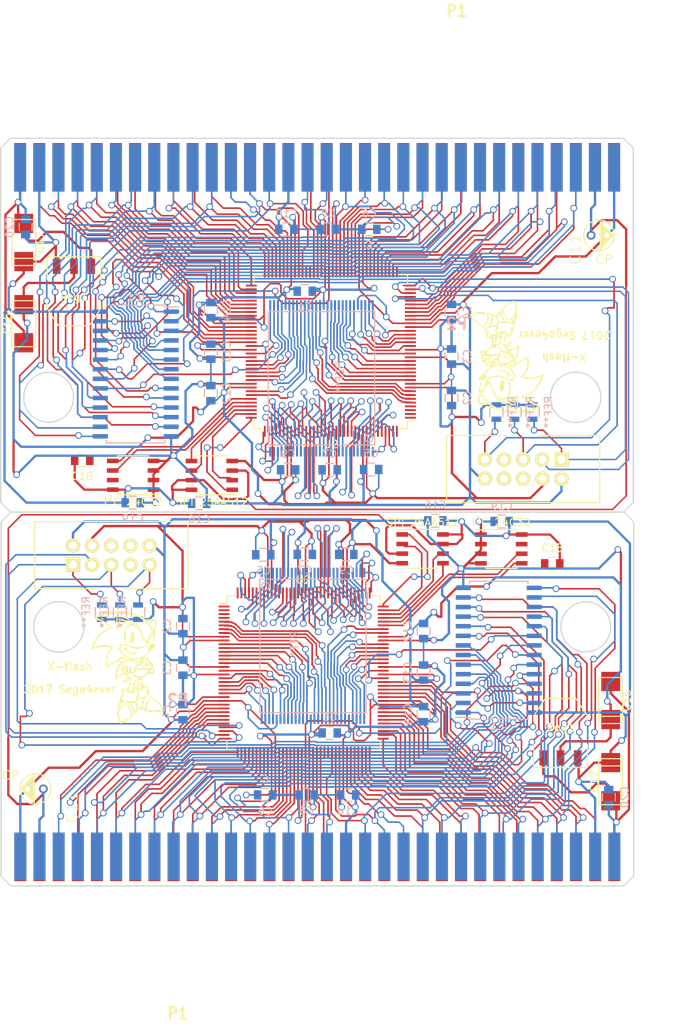
<source format=kicad_pcb>
(kicad_pcb (version 4) (host pcbnew "(after 2015-may-25 BZR unknown)-product")
  (layers (0 Top signal) (31 Bottom signal) (34 B.Paste user) (35 F.Paste user) (36 B.SilkS user) (37 F.SilkS user) (38 B.Mask user) (39 F.Mask user) (44 Edge.Cuts user))
  (net 0 "")
  (net 1 GND)
  (net 2 VCC3)
  (net 3 VCC5)
  (net 4 "Net-(C15-Pad2)")
  (net 5 /A14)
  (net 6 /A12)
  (net 7 /A7)
  (net 8 /A6)
  (net 9 /A5)
  (net 10 /A4)
  (net 11 /A3)
  (net 12 /A2)
  (net 13 /A1)
  (net 14 /A0)
  (net 15 /D0)
  (net 16 /D1)
  (net 17 /D2)
  (net 18 /D3)
  (net 19 /D4)
  (net 20 /D5)
  (net 21 /D6)
  (net 22 /D7)
  (net 23 ~CE_SRAM)
  (net 24 /A10)
  (net 25 /OE)
  (net 26 /A11)
  (net 27 /A9)
  (net 28 /A8)
  (net 29 /A13)
  (net 30 ~WE_SRAM)
  (net 31 /FA15)
  (net 32 /FA14)
  (net 33 /FA13)
  (net 34 /FA12)
  (net 35 /FA11)
  (net 36 /FA10)
  (net 37 /FA9)
  (net 38 /FA8)
  (net 39 /FA19)
  (net 40 /FA20)
  (net 41 /FWE)
  (net 42 /RESET)
  (net 43 /FA21)
  (net 44 /RY-BY)
  (net 45 /FA18)
  (net 46 /FA17)
  (net 47 /FA7)
  (net 48 /FA6)
  (net 49 /FA5)
  (net 50 /FA4)
  (net 51 /FA3)
  (net 52 /FA2)
  (net 53 /FA1)
  (net 54 /FA0)
  (net 55 /FCE)
  (net 56 /FOE)
  (net 57 /FD0)
  (net 58 /FD8)
  (net 59 /FD1)
  (net 60 /FD9)
  (net 61 /FD2)
  (net 62 /FD10)
  (net 63 /FD3)
  (net 64 /FD11)
  (net 65 /FD4)
  (net 66 /FD12)
  (net 67 /FD5)
  (net 68 /FD13)
  (net 69 /FD6)
  (net 70 /FD14)
  (net 71 /FD7)
  (net 72 /FD15)
  (net 73 /BYTE)
  (net 74 /FA16)
  (net 75 ~TIME)
  (net 76 ~MARK3)
  (net 77 ~Up_WR)
  (net 78 ~Low_WR)
  (net 79 ~ROM_RST)
  (net 80 ~ASEL)
  (net 81 TMS)
  (net 82 TDI)
  (net 83 TCK)
  (net 84 TDO)
  (net 85 /A15)
  (net 86 /A16)
  (net 87 /A17)
  (net 88 /A18)
  (net 89 /CE)
  (net 90 /A19)
  (net 91 /A20)
  (net 92 /A21)
  (net 93 /A22)
  (net 94 /D8)
  (net 95 /D9)
  (net 96 /D10)
  (net 97 /D11)
  (net 98 /D12)
  (net 99 /D13)
  (net 100 /D14)
  (net 101 /D15)
  (net 102 SDA)
  (net 103 SCL)
  (net 104 MOSI)
  (net 105 SCLK)
  (net 106 MISO)
  (net 107 ~CE_SPI)
  (net 108 /FA23)
  (net 109 /FA22)
  (net 110 /WP)
  (net 111 /DNU)
  (net 112 /VIO)
  (net 113 /RFU2)
  (net 114 /FA25)
  (net 115 /FA24)
  (module Resistors_SMD:R_0805 (layer Bottom) (at 231.55 105.15 90)
    (fp_text reference REF** (at 0 2.1 90) (layer B.SilkS) (effects (justify mirror)))
    (fp_text value "")
    (pad 1 smd rect (at -0.95 0 90) (size 0.7 1.3) (layers Bottom B.Paste B.Mask) (net 82 TDI))
    (pad 2 smd rect (at 0.95 0 90) (size 0.7 1.3) (layers Bottom B.Paste B.Mask) (net 2 VCC3))
  )
  (module Resistors_SMD:R_0805 (layer Bottom) (at 233.95 105.15 90)
    (fp_text reference REF** (at 0 2.1 90) (layer B.SilkS) (effects (justify mirror)))
    (fp_text value "")
    (pad 1 smd rect (at -0.95 0 90) (size 0.7 1.3) (layers Bottom B.Paste B.Mask) (net 81 TMS))
    (pad 2 smd rect (at 0.95 0 90) (size 0.7 1.3) (layers Bottom B.Paste B.Mask) (net 2 VCC3))
  )
  (module Resistors_SMD:R_0805 (layer Bottom) (at 236.35 105.15 90)
    (fp_text reference REF** (at 0 2.1 90) (layer B.SilkS) (effects (justify mirror)))
    (fp_text value "")
    (pad 1 smd rect (at -0.95 0 90) (size 0.7 1.3) (layers Bottom B.Paste B.Mask) (net 83 TCK))
    (pad 2 smd rect (at 0.95 0 90) (size 0.7 1.3) (layers Bottom B.Paste B.Mask) (net 2 VCC3))
  )
  (module TO_SOT_Packages_SMD:SOT-223 (layer Top) (at 175.55 89.15 180)
    (fp_text reference Reg1 (at 0 -0.762 180) (layer F.SilkS))
    (fp_text value SOT-223)
    (pad 2 smd rect (at 0 3.302 180) (size 1.016 2.032) (layers Top F.Paste F.Mask) (net 2 VCC3))
    (pad 3 smd rect (at 2.286 3.302 180) (size 1.016 2.032) (layers Top F.Paste F.Mask) (net 3 VCC5))
    (pad 1 smd rect (at -2.286 3.302 180) (size 1.016 2.032) (layers Top F.Paste F.Mask) (net 1 GND))
  )
  (module Housings_SOIC:SOIC-8_3.9x4.9mm_Pitch1.27mm (layer Top) (at 183.4007 113.5235 180)
    (fp_text reference "I²C 24C32" (at 0 -3.5 180) (layer F.SilkS))
    (fp_text value 24C32)
    (pad 1 smd rect (at -2.7 -1.905 180) (size 1.55 0.6) (layers Top F.Paste F.Mask) (net 1 GND))
    (pad 2 smd rect (at -2.7 -0.635 180) (size 1.55 0.6) (layers Top F.Paste F.Mask) (net 1 GND))
    (pad 3 smd rect (at -2.7 0.635 180) (size 1.55 0.6) (layers Top F.Paste F.Mask) (net 1 GND))
    (pad 4 smd rect (at -2.7 1.905 180) (size 1.55 0.6) (layers Top F.Paste F.Mask) (net 1 GND))
    (pad 5 smd rect (at 2.7 1.905 180) (size 1.55 0.6) (layers Top F.Paste F.Mask) (net 102 SDA))
    (pad 6 smd rect (at 2.7 0.635 180) (size 1.55 0.6) (layers Top F.Paste F.Mask) (net 103 SCL))
    (pad 7 smd rect (at 2.7 -0.635 180) (size 1.55 0.6) (layers Top F.Paste F.Mask))
    (pad 8 smd rect (at 2.7 -1.905 180) (size 1.55 0.6) (layers Top F.Paste F.Mask) (net 3 VCC5))
  )
  (module Housings_SOIC:SOIC-8_3.9x4.9mm_Pitch1.27mm (layer Top) (at 193.835 113.5362 180)
    (fp_text reference "SPI 25AA512" (at 0 -3.5 180) (layer F.SilkS))
    (fp_text value 25AA512)
    (pad 1 smd rect (at -2.7 -1.905 180) (size 1.55 0.6) (layers Top F.Paste F.Mask) (net 107 ~CE_SPI))
    (pad 2 smd rect (at -2.7 -0.635 180) (size 1.55 0.6) (layers Top F.Paste F.Mask) (net 106 MISO))
    (pad 3 smd rect (at -2.7 0.635 180) (size 1.55 0.6) (layers Top F.Paste F.Mask) (net 3 VCC5))
    (pad 4 smd rect (at -2.7 1.905 180) (size 1.55 0.6) (layers Top F.Paste F.Mask) (net 1 GND))
    (pad 5 smd rect (at 2.7 1.905 180) (size 1.55 0.6) (layers Top F.Paste F.Mask) (net 104 MOSI))
    (pad 6 smd rect (at 2.7 0.635 180) (size 1.55 0.6) (layers Top F.Paste F.Mask) (net 105 SCLK))
    (pad 7 smd rect (at 2.7 -0.635 180) (size 1.55 0.6) (layers Top F.Paste F.Mask) (net 3 VCC5))
    (pad 8 smd rect (at 2.7 -1.905 180) (size 1.55 0.6) (layers Top F.Paste F.Mask) (net 3 VCC5))
  )
  (module Housings_SOIC:SOIC-28W_7.5x17.9mm_Pitch1.27mm (layer Bottom) (at 183.7436 100.1123 180)
    (fp_text reference IC1 (at 0 10.05 180) (layer B.SilkS) (effects (justify mirror)))
    (fp_text value FM1808B-SG)
    (pad 1 smd rect (at -4.7 8.255 180) (size 2 0.6) (layers Bottom B.Paste B.Mask) (net 5 /A14))
    (pad 2 smd rect (at -4.7 6.985 180) (size 2 0.6) (layers Bottom B.Paste B.Mask) (net 6 /A12))
    (pad 3 smd rect (at -4.7 5.715 180) (size 2 0.6) (layers Bottom B.Paste B.Mask) (net 7 /A7))
    (pad 4 smd rect (at -4.7 4.445 180) (size 2 0.6) (layers Bottom B.Paste B.Mask) (net 8 /A6))
    (pad 5 smd rect (at -4.7 3.175 180) (size 2 0.6) (layers Bottom B.Paste B.Mask) (net 9 /A5))
    (pad 6 smd rect (at -4.7 1.905 180) (size 2 0.6) (layers Bottom B.Paste B.Mask) (net 10 /A4))
    (pad 7 smd rect (at -4.7 0.635 180) (size 2 0.6) (layers Bottom B.Paste B.Mask) (net 11 /A3))
    (pad 8 smd rect (at -4.7 -0.635 180) (size 2 0.6) (layers Bottom B.Paste B.Mask) (net 12 /A2))
    (pad 9 smd rect (at -4.7 -1.905 180) (size 2 0.6) (layers Bottom B.Paste B.Mask) (net 13 /A1))
    (pad 10 smd rect (at -4.7 -3.175 180) (size 2 0.6) (layers Bottom B.Paste B.Mask) (net 14 /A0))
    (pad 11 smd rect (at -4.7 -4.445 180) (size 2 0.6) (layers Bottom B.Paste B.Mask) (net 15 /D0))
    (pad 12 smd rect (at -4.7 -5.715 180) (size 2 0.6) (layers Bottom B.Paste B.Mask) (net 16 /D1))
    (pad 13 smd rect (at -4.7 -6.985 180) (size 2 0.6) (layers Bottom B.Paste B.Mask) (net 17 /D2))
    (pad 14 smd rect (at -4.7 -8.255 180) (size 2 0.6) (layers Bottom B.Paste B.Mask) (net 1 GND))
    (pad 15 smd rect (at 4.7 -8.255 180) (size 2 0.6) (layers Bottom B.Paste B.Mask) (net 18 /D3))
    (pad 16 smd rect (at 4.7 -6.985 180) (size 2 0.6) (layers Bottom B.Paste B.Mask) (net 19 /D4))
    (pad 17 smd rect (at 4.7 -5.715 180) (size 2 0.6) (layers Bottom B.Paste B.Mask) (net 20 /D5))
    (pad 18 smd rect (at 4.7 -4.445 180) (size 2 0.6) (layers Bottom B.Paste B.Mask) (net 21 /D6))
    (pad 19 smd rect (at 4.7 -3.175 180) (size 2 0.6) (layers Bottom B.Paste B.Mask) (net 22 /D7))
    (pad 20 smd rect (at 4.7 -1.905 180) (size 2 0.6) (layers Bottom B.Paste B.Mask) (net 23 ~CE_SRAM))
    (pad 21 smd rect (at 4.7 -0.635 180) (size 2 0.6) (layers Bottom B.Paste B.Mask) (net 24 /A10))
    (pad 22 smd rect (at 4.7 0.635 180) (size 2 0.6) (layers Bottom B.Paste B.Mask) (net 25 /OE))
    (pad 23 smd rect (at 4.7 1.905 180) (size 2 0.6) (layers Bottom B.Paste B.Mask) (net 26 /A11))
    (pad 24 smd rect (at 4.7 3.175 180) (size 2 0.6) (layers Bottom B.Paste B.Mask) (net 27 /A9))
    (pad 25 smd rect (at 4.7 4.445 180) (size 2 0.6) (layers Bottom B.Paste B.Mask) (net 28 /A8))
    (pad 26 smd rect (at 4.7 5.715 180) (size 2 0.6) (layers Bottom B.Paste B.Mask) (net 29 /A13))
    (pad 27 smd rect (at 4.7 6.985 180) (size 2 0.6) (layers Bottom B.Paste B.Mask) (net 30 ~WE_SRAM))
    (pad 28 smd rect (at 4.7 8.255 180) (size 2 0.6) (layers Bottom B.Paste B.Mask) (net 3 VCC5))
  )
  (module Capacitors_SMD:C_0805 (layer Bottom) (at 183.35 117.15)
    (fp_text reference C19 (at 0 2.1) (layer B.SilkS) (effects (justify mirror)))
    (fp_text value C)
    (pad 1 smd rect (at -1 0) (size 1 1.25) (layers Bottom B.Paste B.Mask) (net 3 VCC5))
    (pad 2 smd rect (at 1 0) (size 1 1.25) (layers Bottom B.Paste B.Mask) (net 1 GND))
  )
  (module Capacitors_SMD:C_0805 (layer Top) (at 176.65 111.55 180)
    (fp_text reference C18 (at 0 -2.1 180) (layer F.SilkS))
    (fp_text value C)
    (pad 1 smd rect (at -1 0 180) (size 1 1.25) (layers Top F.Paste F.Mask) (net 4 "Net-(C15-Pad2)"))
    (pad 2 smd rect (at 1 0 180) (size 1 1.25) (layers Top F.Paste F.Mask) (net 3 VCC5))
  )
  (module Capacitors_Tantalum_SMD:TantalC_SizeU_EIA-6032 (layer Top) (at 168.9 82.7 270)
    (fp_text reference C17 (at 0 -2.159 270) (layer F.SilkS))
    (fp_text value CP)
    (pad 1 smd rect (at 2.52476 0 270) (size 2.55016 2.49936) (layers Top F.Paste F.Mask) (net 3 VCC5))
    (pad 2 smd rect (at -2.52476 0 270) (size 2.55016 2.49936) (layers Top F.Paste F.Mask) (net 1 GND))
  )
  (module Capacitors_SMD:C_0805 (layer Bottom) (at 192.15 117.25)
    (fp_text reference C16 (at 0 2.1) (layer B.SilkS) (effects (justify mirror)))
    (fp_text value C)
    (pad 1 smd rect (at -1 0) (size 1 1.25) (layers Bottom B.Paste B.Mask) (net 3 VCC5))
    (pad 2 smd rect (at 1 0) (size 1 1.25) (layers Bottom B.Paste B.Mask) (net 1 GND))
  )
  (module Capacitors_Tantalum_SMD:TantalC_SizeU_EIA-6032 (layer Top) (at 168.9 93.45 90)
    (fp_text reference C15 (at 0 -2.159 90) (layer F.SilkS))
    (fp_text value CP)
    (pad 1 smd rect (at 2.52476 0 90) (size 2.55016 2.49936) (layers Top F.Paste F.Mask) (net 2 VCC3))
    (pad 2 smd rect (at -2.52476 0 90) (size 2.55016 2.49936) (layers Top F.Paste F.Mask) (net 1 GND))
  )
  (module Capacitors_SMD:C_0805 (layer Bottom) (at 193.7 91.65 90)
    (fp_text reference C14 (at 0 2.1 90) (layer B.SilkS) (effects (justify mirror)))
    (fp_text value C)
    (pad 1 smd rect (at -1 0 90) (size 1 1.25) (layers Bottom B.Paste B.Mask) (net 2 VCC3))
    (pad 2 smd rect (at 1 0 90) (size 1 1.25) (layers Bottom B.Paste B.Mask) (net 1 GND))
  )
  (module Capacitors_SMD:C_0805 (layer Bottom) (at 193.7 97.15 90)
    (fp_text reference C13 (at 0 2.1 90) (layer B.SilkS) (effects (justify mirror)))
    (fp_text value C)
    (pad 1 smd rect (at -1 0 90) (size 1 1.25) (layers Bottom B.Paste B.Mask) (net 1 GND))
    (pad 2 smd rect (at 1 0 90) (size 1 1.25) (layers Bottom B.Paste B.Mask) (net 2 VCC3))
  )
  (module Capacitors_SMD:C_0805 (layer Bottom) (at 193.7 102.65 90)
    (fp_text reference C12 (at 0 2.1 90) (layer B.SilkS) (effects (justify mirror)))
    (fp_text value C)
    (pad 1 smd rect (at -1 0 90) (size 1 1.25) (layers Bottom B.Paste B.Mask) (net 2 VCC3))
    (pad 2 smd rect (at 1 0 90) (size 1 1.25) (layers Bottom B.Paste B.Mask) (net 1 GND))
  )
  (module Capacitors_SMD:C_0805 (layer Bottom) (at 203.7 80.95 180)
    (fp_text reference C10 (at 0 2.1 180) (layer B.SilkS) (effects (justify mirror)))
    (fp_text value C)
    (pad 1 smd rect (at -1 0 180) (size 1 1.25) (layers Bottom B.Paste B.Mask) (net 2 VCC3))
    (pad 2 smd rect (at 1 0 180) (size 1 1.25) (layers Bottom B.Paste B.Mask) (net 1 GND))
  )
  (module Capacitors_SMD:C_0805 (layer Bottom) (at 203.95 112.8 180)
    (fp_text reference C9 (at 0 2.1 180) (layer B.SilkS) (effects (justify mirror)))
    (fp_text value C)
    (pad 1 smd rect (at -1 0 180) (size 1 1.25) (layers Bottom B.Paste B.Mask) (net 2 VCC3))
    (pad 2 smd rect (at 1 0 180) (size 1 1.25) (layers Bottom B.Paste B.Mask) (net 1 GND))
  )
  (module Capacitors_SMD:C_0805 (layer Bottom) (at 209.2 80.95 180)
    (fp_text reference C8 (at 0 2.1 180) (layer B.SilkS) (effects (justify mirror)))
    (fp_text value C)
    (pad 1 smd rect (at -1 0 180) (size 1 1.25) (layers Bottom B.Paste B.Mask) (net 1 GND))
    (pad 2 smd rect (at 1 0 180) (size 1 1.25) (layers Bottom B.Paste B.Mask) (net 2 VCC3))
  )
  (module Capacitors_SMD:C_0805 (layer Bottom) (at 209.45 112.8 180)
    (fp_text reference C7 (at 0 2.1 180) (layer B.SilkS) (effects (justify mirror)))
    (fp_text value C)
    (pad 1 smd rect (at -1 0 180) (size 1 1.25) (layers Bottom B.Paste B.Mask) (net 1 GND))
    (pad 2 smd rect (at 1 0 180) (size 1 1.25) (layers Bottom B.Paste B.Mask) (net 2 VCC3))
  )
  (module Capacitors_SMD:C_0805 (layer Bottom) (at 214.7 80.95 180)
    (fp_text reference C6 (at 0 2.1 180) (layer B.SilkS) (effects (justify mirror)))
    (fp_text value C (at 0 -2.1 180) (layer B.SilkS) (effects (justify mirror)))
    (pad 1 smd rect (at -1 0 180) (size 1 1.25) (layers Bottom B.Paste B.Mask) (net 2 VCC3))
    (pad 2 smd rect (at 1 0 180) (size 1 1.25) (layers Bottom B.Paste B.Mask) (net 1 GND))
  )
  (module Capacitors_SMD:C_0805 (layer Bottom) (at 214.95 112.75 180)
    (fp_text reference C5 (at 0 2.1 180) (layer B.SilkS) (effects (justify mirror)))
    (fp_text value C)
    (pad 1 smd rect (at -1 0 180) (size 1 1.25) (layers Bottom B.Paste B.Mask) (net 2 VCC3))
    (pad 2 smd rect (at 1 0 180) (size 1 1.25) (layers Bottom B.Paste B.Mask) (net 1 GND))
  )
  (module Capacitors_SMD:C_0805 (layer Bottom) (at 225.6 91.9 90)
    (fp_text reference C4 (at 0 2.1 90) (layer B.SilkS) (effects (justify mirror)))
    (fp_text value C)
    (pad 1 smd rect (at -1 0 90) (size 1 1.25) (layers Bottom B.Paste B.Mask) (net 2 VCC3))
    (pad 2 smd rect (at 1 0 90) (size 1 1.25) (layers Bottom B.Paste B.Mask) (net 1 GND))
  )
  (module Capacitors_SMD:C_0805 (layer Bottom) (at 225.6 97.8 90)
    (fp_text reference C3 (at 0 2.1 90) (layer B.SilkS) (effects (justify mirror)))
    (fp_text value C)
    (pad 1 smd rect (at -1 0 90) (size 1 1.25) (layers Bottom B.Paste B.Mask) (net 1 GND))
    (pad 2 smd rect (at 1 0 90) (size 1 1.25) (layers Bottom B.Paste B.Mask) (net 2 VCC3))
  )
  (module Sega (layer Top) (at 209.1 72.75 180)
    (fp_text reference P1 (at -17.18056 20.73656 180) (layer F.SilkS) (effects (font (size 1.524 1.397) (thickness 0.3048))))
    (fp_text value "" hide)
    (fp_text user "" (at -17.2085 16.7767 180) (layer F.SilkS) (effects (font (thickness 0.3048))))
    (pad 1 smd rect (at -38.05682 0.06858 180) (size 1.6002 6.2992) (layers Top F.Paste F.Mask))
    (pad 2 smd rect (at -35.51682 0.06858 180) (size 1.6002 6.2992) (layers Top F.Paste F.Mask))
    (pad 3 smd rect (at -32.97682 0.06858 180) (size 1.6002 6.2992) (layers Top F.Paste F.Mask))
    (pad 4 smd rect (at -30.43682 0.06858 180) (size 1.6002 6.2992) (layers Top F.Paste F.Mask) (net 28 /A8))
    (pad 5 smd rect (at -27.89682 0.06858 180) (size 1.6002 6.2992) (layers Top F.Paste F.Mask) (net 27 /A9))
    (pad 6 smd rect (at -25.35682 0.06858 180) (size 1.6002 6.2992) (layers Top F.Paste F.Mask) (net 87 /A17))
    (pad 7 smd rect (at -22.81682 0.06858 180) (size 1.6002 6.2992) (layers Top F.Paste F.Mask) (net 88 /A18))
    (pad 8 smd rect (at -20.27682 0.06858 180) (size 1.6002 6.2992) (layers Top F.Paste F.Mask) (net 90 /A19))
    (pad 9 smd rect (at -17.73682 0.06858 180) (size 1.6002 6.2992) (layers Top F.Paste F.Mask) (net 91 /A20))
    (pad 10 smd rect (at -15.19682 0.06858 180) (size 1.6002 6.2992) (layers Top F.Paste F.Mask) (net 92 /A21))
    (pad 11 smd rect (at -12.65682 0.06858 180) (size 1.6002 6.2992) (layers Top F.Paste F.Mask) (net 93 /A22))
    (pad 12 smd rect (at -10.11682 0.06858 180) (size 1.6002 6.2992) (layers Top F.Paste F.Mask))
    (pad 13 smd rect (at -7.57682 0.06858 180) (size 1.6002 6.2992) (layers Top F.Paste F.Mask))
    (pad 14 smd rect (at -5.03682 0.06858 180) (size 1.6002 6.2992) (layers Top F.Paste F.Mask))
    (pad 15 smd rect (at -2.49682 0.06858 180) (size 1.6002 6.2992) (layers Top F.Paste F.Mask))
    (pad 16 smd rect (at 0.04318 0.06858 180) (size 1.6002 6.2992) (layers Top F.Paste F.Mask) (net 25 /OE))
    (pad 17 smd rect (at 2.58318 0.06858 180) (size 1.6002 6.2992) (layers Top F.Paste F.Mask) (net 89 /CE))
    (pad 18 smd rect (at 5.12318 0.06858 180) (size 1.6002 6.2992) (layers Top F.Paste F.Mask))
    (pad 19 smd rect (at 7.66318 0.06858 180) (size 1.6002 6.2992) (layers Top F.Paste F.Mask))
    (pad 20 smd rect (at 10.20318 0.06858 180) (size 1.6002 6.2992) (layers Top F.Paste F.Mask))
    (pad 21 smd rect (at 12.74318 0.06858 180) (size 1.6002 6.2992) (layers Top F.Paste F.Mask))
    (pad 22 smd rect (at 15.28318 0.06858 180) (size 1.6002 6.2992) (layers Top F.Paste F.Mask) (net 101 /D15))
    (pad 23 smd rect (at 17.82318 0.06858 180) (size 1.6002 6.2992) (layers Top F.Paste F.Mask) (net 100 /D14))
    (pad 24 smd rect (at 20.36318 0.06858 180) (size 1.6002 6.2992) (layers Top F.Paste F.Mask) (net 99 /D13))
    (pad 25 smd rect (at 22.90318 0.06858 180) (size 1.6002 6.2992) (layers Top F.Paste F.Mask) (net 98 /D12))
    (pad 26 smd rect (at 25.44318 0.06858 180) (size 1.6002 6.2992) (layers Top F.Paste F.Mask) (net 80 ~ASEL))
    (pad 27 smd rect (at 27.98318 0.06858 180) (size 1.6002 6.2992) (layers Top F.Paste F.Mask) (net 79 ~ROM_RST))
    (pad 28 smd rect (at 30.52318 0.06858 180) (size 1.6002 6.2992) (layers Top F.Paste F.Mask) (net 78 ~Low_WR))
    (pad 29 smd rect (at 33.06318 0.06858 180) (size 1.6002 6.2992) (layers Top F.Paste F.Mask) (net 77 ~Up_WR))
    (pad 30 smd rect (at 35.60318 0.06858 180) (size 1.6002 6.2992) (layers Top F.Paste F.Mask) (net 76 ~MARK3))
    (pad 31 smd rect (at 38.14318 0.06858 180) (size 1.6002 6.2992) (layers Top F.Paste F.Mask) (net 75 ~TIME))
    (pad 32 smd rect (at 40.68318 0.06858 180) (size 1.6002 6.2992) (layers Top F.Paste F.Mask) (net 1 GND))
  )
  (module E1,8-4 (layer Top) (at 245.15 81.75)
    (fp_text reference C11 (at -4 -0.3 90) (layer F.SilkS) (effects (font (size 1.4478 1.4478) (thickness 0.115824)) (justify right top)))
    (fp_text value CP (at 2 2.5) (layer F.SilkS) (effects (font (size 1.2065 1.2065) (thickness 0.12065)) (justify right top)))
    (pad - thru_hole circle (at 1.04775 0) (size 1.1684 1.1684) (drill 0.7112) (layers *.Cu *.Mask) (net 1 GND))
    (pad + thru_hole circle (at -1.04775 0) (size 1.1684 1.1684) (drill 0.7112) (layers *.Cu *.Mask) (net 3 VCC5))
  )
  (module AVR-JTAG-ICE (layer Top) (at 235.1 112.7 180)
    (fp_text reference J1 hide)
    (fp_text value 0 hide)
    (pad 1 thru_hole rect (at -5.08 1.27 180) (size 1.9 1.9) (drill 1.1) (layers *.Cu *.Mask F.SilkS) (net 83 TCK))
    (pad 2 thru_hole circle (at -5.08 -1.27 180) (size 1.9 1.9) (drill 1.1) (layers *.Cu *.Mask F.SilkS) (net 1 GND))
    (pad 3 thru_hole circle (at -2.54 1.27 180) (size 1.9 1.9) (drill 1.1) (layers *.Cu *.Mask F.SilkS) (net 84 TDO))
    (pad 4 thru_hole circle (at -2.54 -1.27 180) (size 1.9 1.9) (drill 1.1) (layers *.Cu *.Mask F.SilkS) (net 2 VCC3))
    (pad 5 thru_hole circle (at 0 1.27 180) (size 1.9 1.9) (drill 1.1) (layers *.Cu *.Mask F.SilkS) (net 81 TMS))
    (pad 6 thru_hole circle (at 0 -1.27 180) (size 1.9 1.9) (drill 1.1) (layers *.Cu *.Mask F.SilkS))
    (pad 7 thru_hole circle (at 2.54 1.27 180) (size 1.9 1.9) (drill 1.1) (layers *.Cu *.Mask F.SilkS))
    (pad 8 thru_hole circle (at 2.54 -1.27 180) (size 1.9 1.9) (drill 1.1) (layers *.Cu *.Mask F.SilkS))
    (pad 9 thru_hole circle (at 5.08 1.27 180) (size 1.9 1.9) (drill 1.1) (layers *.Cu *.Mask F.SilkS) (net 82 TDI))
    (pad 10 thru_hole circle (at 5.08 -1.27 180) (size 1.9 1.9) (drill 1.1) (layers *.Cu *.Mask F.SilkS) (net 1 GND))
  )
  (module Sega (layer Bottom) (at 209.1 72.75 180)
    (fp_text reference P2 (at -17.18056 -20.73656 180) (layer B.SilkS) (effects (font (size 1.524 1.397) (thickness 0.3048)) (justify mirror)))
    (fp_text value 0 hide)
    (fp_text user "" (at -17.2085 -16.7767 180) (layer B.SilkS) (effects (font (thickness 0.3048)) (justify mirror)))
    (pad 1 smd rect (at -38.05682 -0.06858 180) (size 1.6002 6.2992) (layers Bottom B.Paste B.Mask) (net 1 GND))
    (pad 2 smd rect (at -35.51682 -0.06858 180) (size 1.6002 6.2992) (layers Bottom B.Paste B.Mask) (net 3 VCC5))
    (pad 3 smd rect (at -32.97682 -0.06858 180) (size 1.6002 6.2992) (layers Bottom B.Paste B.Mask) (net 7 /A7))
    (pad 4 smd rect (at -30.43682 -0.06858 180) (size 1.6002 6.2992) (layers Bottom B.Paste B.Mask) (net 24 /A10))
    (pad 5 smd rect (at -27.89682 -0.06858 180) (size 1.6002 6.2992) (layers Bottom B.Paste B.Mask) (net 8 /A6))
    (pad 6 smd rect (at -25.35682 -0.06858 180) (size 1.6002 6.2992) (layers Bottom B.Paste B.Mask) (net 26 /A11))
    (pad 7 smd rect (at -22.81682 -0.06858 180) (size 1.6002 6.2992) (layers Bottom B.Paste B.Mask) (net 9 /A5))
    (pad 8 smd rect (at -20.27682 -0.06858 180) (size 1.6002 6.2992) (layers Bottom B.Paste B.Mask) (net 6 /A12))
    (pad 9 smd rect (at -17.73682 -0.06858 180) (size 1.6002 6.2992) (layers Bottom B.Paste B.Mask) (net 10 /A4))
    (pad 10 smd rect (at -15.19682 -0.06858 180) (size 1.6002 6.2992) (layers Bottom B.Paste B.Mask) (net 29 /A13))
    (pad 11 smd rect (at -12.65682 -0.06858 180) (size 1.6002 6.2992) (layers Bottom B.Paste B.Mask) (net 11 /A3))
    (pad 12 smd rect (at -10.11682 -0.06858 180) (size 1.6002 6.2992) (layers Bottom B.Paste B.Mask) (net 5 /A14))
    (pad 13 smd rect (at -7.57682 -0.06858 180) (size 1.6002 6.2992) (layers Bottom B.Paste B.Mask) (net 12 /A2))
    (pad 14 smd rect (at -5.03682 -0.06858 180) (size 1.6002 6.2992) (layers Bottom B.Paste B.Mask) (net 85 /A15))
    (pad 15 smd rect (at -2.49682 -0.06858 180) (size 1.6002 6.2992) (layers Bottom B.Paste B.Mask) (net 13 /A1))
    (pad 16 smd rect (at 0.04318 -0.06858 180) (size 1.6002 6.2992) (layers Bottom B.Paste B.Mask) (net 86 /A16))
    (pad 17 smd rect (at 2.58318 -0.06858 180) (size 1.6002 6.2992) (layers Bottom B.Paste B.Mask) (net 14 /A0))
    (pad 18 smd rect (at 5.12318 -0.06858 180) (size 1.6002 6.2992) (layers Bottom B.Paste B.Mask) (net 1 GND))
    (pad 19 smd rect (at 7.66318 -0.06858 180) (size 1.6002 6.2992) (layers Bottom B.Paste B.Mask) (net 22 /D7))
    (pad 20 smd rect (at 10.20318 -0.06858 180) (size 1.6002 6.2992) (layers Bottom B.Paste B.Mask) (net 15 /D0))
    (pad 21 smd rect (at 12.74318 -0.06858 180) (size 1.6002 6.2992) (layers Bottom B.Paste B.Mask) (net 94 /D8))
    (pad 22 smd rect (at 15.28318 -0.06858 180) (size 1.6002 6.2992) (layers Bottom B.Paste B.Mask) (net 21 /D6))
    (pad 23 smd rect (at 17.82318 -0.06858 180) (size 1.6002 6.2992) (layers Bottom B.Paste B.Mask) (net 16 /D1))
    (pad 24 smd rect (at 20.36318 -0.06858 180) (size 1.6002 6.2992) (layers Bottom B.Paste B.Mask) (net 95 /D9))
    (pad 25 smd rect (at 22.90318 -0.06858 180) (size 1.6002 6.2992) (layers Bottom B.Paste B.Mask) (net 20 /D5))
    (pad 26 smd rect (at 25.44318 -0.06858 180) (size 1.6002 6.2992) (layers Bottom B.Paste B.Mask) (net 17 /D2))
    (pad 27 smd rect (at 27.98318 -0.06858 180) (size 1.6002 6.2992) (layers Bottom B.Paste B.Mask) (net 96 /D10))
    (pad 28 smd rect (at 30.52318 -0.06858 180) (size 1.6002 6.2992) (layers Bottom B.Paste B.Mask) (net 19 /D4))
    (pad 29 smd rect (at 33.06318 -0.06858 180) (size 1.6002 6.2992) (layers Bottom B.Paste B.Mask) (net 18 /D3))
    (pad 30 smd rect (at 35.60318 -0.06858 180) (size 1.6002 6.2992) (layers Bottom B.Paste B.Mask) (net 97 /D11))
    (pad 31 smd rect (at 38.14318 -0.06858 180) (size 1.6002 6.2992) (layers Bottom B.Paste B.Mask) (net 3 VCC5))
    (pad 32 smd rect (at 40.68318 -0.06858 180) (size 1.6002 6.2992) (layers Bottom B.Paste B.Mask) (net 1 GND))
  )
  (module Capacitors_SMD:C_0805 (layer Bottom) (at 225.6 103.3 90)
    (fp_text reference C2 (at 0 2.1 90) (layer B.SilkS) (effects (justify mirror)))
    (fp_text value C)
    (pad 1 smd rect (at -1 0 90) (size 1 1.25) (layers Bottom B.Paste B.Mask) (net 2 VCC3))
    (pad 2 smd rect (at 1 0 90) (size 1 1.25) (layers Bottom B.Paste B.Mask) (net 1 GND))
  )
  (module Capacitors_SMD:C_0805 (layer Bottom) (at 206.15 89.15)
    (fp_text reference C1 (at 0 2.1) (layer B.SilkS) (effects (justify mirror)))
    (fp_text value C)
    (pad 1 smd rect (at -1 0) (size 1 1.25) (layers Bottom B.Paste B.Mask) (net 1 GND))
    (pad 2 smd rect (at 1 0) (size 1 1.25) (layers Bottom B.Paste B.Mask) (net 2 VCC3))
  )
  (module Capacitors_SMD:C_0805 (layer Bottom) (at 169.15 80.65 270)
    (fp_text reference C20 (at 0 2.1 270) (layer B.SilkS) (effects (justify mirror)))
    (fp_text value C)
    (pad 1 smd rect (at -1 0 270) (size 1 1.25) (layers Bottom B.Paste B.Mask) (net 1 GND))
    (pad 2 smd rect (at 1 0 270) (size 1 1.25) (layers Bottom B.Paste B.Mask) (net 3 VCC5))
  )
  (module Housings_QFP:TQFP-144_20x20mm_Pitch0.5mm (layer Top) (at 209.6 97.15 180)
    (fp_text reference U2 (at 0 -12.275 180) (layer F.SilkS))
    (fp_text value "")
    (pad 1 smd rect (at -10.55 -8.75 180) (size 1.45 0.25) (layers Top F.Paste F.Mask))
    (pad 2 smd rect (at -10.55 -8.25 180) (size 1.45 0.25) (layers Top F.Paste F.Mask))
    (pad 3 smd rect (at -10.55 -7.75 180) (size 1.45 0.25) (layers Top F.Paste F.Mask))
    (pad 4 smd rect (at -10.55 -7.25 180) (size 1.45 0.25) (layers Top F.Paste F.Mask))
    (pad 5 smd rect (at -10.55 -6.75 180) (size 1.45 0.25) (layers Top F.Paste F.Mask) (net 61 /FD2))
    (pad 6 smd rect (at -10.55 -6.25 180) (size 1.45 0.25) (layers Top F.Paste F.Mask) (net 62 /FD10))
    (pad 7 smd rect (at -10.55 -5.75 180) (size 1.45 0.25) (layers Top F.Paste F.Mask) (net 63 /FD3))
    (pad 8 smd rect (at -10.55 -5.25 180) (size 1.45 0.25) (layers Top F.Paste F.Mask) (net 64 /FD11))
    (pad 9 smd rect (at -10.55 -4.75 180) (size 1.45 0.25) (layers Top F.Paste F.Mask) (net 2 VCC3))
    (pad 10 smd rect (at -10.55 -4.25 180) (size 1.45 0.25) (layers Top F.Paste F.Mask) (net 1 GND))
    (pad 11 smd rect (at -10.55 -3.75 180) (size 1.45 0.25) (layers Top F.Paste F.Mask) (net 65 /FD4))
    (pad 12 smd rect (at -10.55 -3.25 180) (size 1.45 0.25) (layers Top F.Paste F.Mask) (net 66 /FD12))
    (pad 13 smd rect (at -10.55 -2.75 180) (size 1.45 0.25) (layers Top F.Paste F.Mask) (net 67 /FD5))
    (pad 14 smd rect (at -10.55 -2.25 180) (size 1.45 0.25) (layers Top F.Paste F.Mask) (net 68 /FD13))
    (pad 15 smd rect (at -10.55 -1.75 180) (size 1.45 0.25) (layers Top F.Paste F.Mask) (net 69 /FD6))
    (pad 16 smd rect (at -10.55 -1.25 180) (size 1.45 0.25) (layers Top F.Paste F.Mask) (net 70 /FD14))
    (pad 17 smd rect (at -10.55 -0.75 180) (size 1.45 0.25) (layers Top F.Paste F.Mask) (net 1 GND))
    (pad 18 smd rect (at -10.55 -0.25 180) (size 1.45 0.25) (layers Top F.Paste F.Mask) (net 71 /FD7))
    (pad 19 smd rect (at -10.55 0.25 180) (size 1.45 0.25) (layers Top F.Paste F.Mask) (net 2 VCC3))
    (pad 20 smd rect (at -10.55 0.75 180) (size 1.45 0.25) (layers Top F.Paste F.Mask) (net 72 /FD15))
    (pad 21 smd rect (at -10.55 1.25 180) (size 1.45 0.25) (layers Top F.Paste F.Mask) (net 73 /BYTE))
    (pad 22 smd rect (at -10.55 1.75 180) (size 1.45 0.25) (layers Top F.Paste F.Mask) (net 74 /FA16))
    (pad 23 smd rect (at -10.55 2.25 180) (size 1.45 0.25) (layers Top F.Paste F.Mask) (net 114 /FA25))
    (pad 24 smd rect (at -10.55 2.75 180) (size 1.45 0.25) (layers Top F.Paste F.Mask) (net 115 /FA24))
    (pad 25 smd rect (at -10.55 3.25 180) (size 1.45 0.25) (layers Top F.Paste F.Mask) (net 2 VCC3))
    (pad 26 smd rect (at -10.55 3.75 180) (size 1.45 0.25) (layers Top F.Paste F.Mask) (net 1 GND))
    (pad 27 smd rect (at -10.55 4.25 180) (size 1.45 0.25) (layers Top F.Paste F.Mask) (net 7 /A7))
    (pad 28 smd rect (at -10.55 4.75 180) (size 1.45 0.25) (layers Top F.Paste F.Mask) (net 28 /A8))
    (pad 29 smd rect (at -10.55 5.25 180) (size 1.45 0.25) (layers Top F.Paste F.Mask) (net 24 /A10))
    (pad 30 smd rect (at -10.55 5.75 180) (size 1.45 0.25) (layers Top F.Paste F.Mask) (net 27 /A9))
    (pad 31 smd rect (at -10.55 6.25 180) (size 1.45 0.25) (layers Top F.Paste F.Mask) (net 8 /A6))
    (pad 32 smd rect (at -10.55 6.75 180) (size 1.45 0.25) (layers Top F.Paste F.Mask) (net 87 /A17))
    (pad 33 smd rect (at -10.55 7.25 180) (size 1.45 0.25) (layers Top F.Paste F.Mask) (net 81 TMS))
    (pad 34 smd rect (at -10.55 7.75 180) (size 1.45 0.25) (layers Top F.Paste F.Mask) (net 82 TDI))
    (pad 35 smd rect (at -10.55 8.25 180) (size 1.45 0.25) (layers Top F.Paste F.Mask) (net 83 TCK))
    (pad 36 smd rect (at -10.55 8.75 180) (size 1.45 0.25) (layers Top F.Paste F.Mask) (net 84 TDO))
    (pad 37 smd rect (at -8.75 10.55 270) (size 1.45 0.25) (layers Top F.Paste F.Mask) (net 26 /A11))
    (pad 38 smd rect (at -8.25 10.55 270) (size 1.45 0.25) (layers Top F.Paste F.Mask) (net 88 /A18))
    (pad 39 smd rect (at -7.75 10.55 270) (size 1.45 0.25) (layers Top F.Paste F.Mask) (net 9 /A5))
    (pad 40 smd rect (at -7.25 10.55 270) (size 1.45 0.25) (layers Top F.Paste F.Mask) (net 90 /A19))
    (pad 41 smd rect (at -6.75 10.55 270) (size 1.45 0.25) (layers Top F.Paste F.Mask) (net 6 /A12))
    (pad 42 smd rect (at -6.25 10.55 270) (size 1.45 0.25) (layers Top F.Paste F.Mask) (net 91 /A20))
    (pad 43 smd rect (at -5.75 10.55 270) (size 1.45 0.25) (layers Top F.Paste F.Mask) (net 10 /A4))
    (pad 44 smd rect (at -5.25 10.55 270) (size 1.45 0.25) (layers Top F.Paste F.Mask) (net 92 /A21))
    (pad 45 smd rect (at -4.75 10.55 270) (size 1.45 0.25) (layers Top F.Paste F.Mask) (net 29 /A13))
    (pad 46 smd rect (at -4.25 10.55 270) (size 1.45 0.25) (layers Top F.Paste F.Mask) (net 2 VCC3))
    (pad 47 smd rect (at -3.75 10.55 270) (size 1.45 0.25) (layers Top F.Paste F.Mask) (net 1 GND))
    (pad 48 smd rect (at -3.25 10.55 270) (size 1.45 0.25) (layers Top F.Paste F.Mask) (net 93 /A22))
    (pad 49 smd rect (at -2.75 10.55 270) (size 1.45 0.25) (layers Top F.Paste F.Mask) (net 11 /A3))
    (pad 50 smd rect (at -2.25 10.55 270) (size 1.45 0.25) (layers Top F.Paste F.Mask) (net 5 /A14))
    (pad 51 smd rect (at -1.75 10.55 270) (size 1.45 0.25) (layers Top F.Paste F.Mask) (net 12 /A2))
    (pad 52 smd rect (at -1.25 10.55 270) (size 1.45 0.25) (layers Top F.Paste F.Mask) (net 85 /A15))
    (pad 53 smd rect (at -0.75 10.55 270) (size 1.45 0.25) (layers Top F.Paste F.Mask) (net 13 /A1))
    (pad 54 smd rect (at -0.25 10.55 270) (size 1.45 0.25) (layers Top F.Paste F.Mask) (net 1 GND))
    (pad 55 smd rect (at 0.25 10.55 270) (size 1.45 0.25) (layers Top F.Paste F.Mask) (net 25 /OE))
    (pad 56 smd rect (at 0.75 10.55 270) (size 1.45 0.25) (layers Top F.Paste F.Mask) (net 2 VCC3))
    (pad 57 smd rect (at 1.25 10.55 270) (size 1.45 0.25) (layers Top F.Paste F.Mask) (net 86 /A16))
    (pad 58 smd rect (at 1.75 10.55 270) (size 1.45 0.25) (layers Top F.Paste F.Mask) (net 89 /CE))
    (pad 59 smd rect (at 2.25 10.55 270) (size 1.45 0.25) (layers Top F.Paste F.Mask) (net 14 /A0))
    (pad 60 smd rect (at 2.75 10.55 270) (size 1.45 0.25) (layers Top F.Paste F.Mask))
    (pad 61 smd rect (at 3.25 10.55 270) (size 1.45 0.25) (layers Top F.Paste F.Mask))
    (pad 62 smd rect (at 3.75 10.55 270) (size 1.45 0.25) (layers Top F.Paste F.Mask) (net 22 /D7))
    (pad 63 smd rect (at 4.25 10.55 270) (size 1.45 0.25) (layers Top F.Paste F.Mask) (net 15 /D0))
    (pad 64 smd rect (at 4.75 10.55 270) (size 1.45 0.25) (layers Top F.Paste F.Mask) (net 2 VCC3))
    (pad 65 smd rect (at 5.25 10.55 270) (size 1.45 0.25) (layers Top F.Paste F.Mask) (net 1 GND))
    (pad 66 smd rect (at 5.75 10.55 270) (size 1.45 0.25) (layers Top F.Paste F.Mask) (net 94 /D8))
    (pad 67 smd rect (at 6.25 10.55 270) (size 1.45 0.25) (layers Top F.Paste F.Mask) (net 101 /D15))
    (pad 68 smd rect (at 6.75 10.55 270) (size 1.45 0.25) (layers Top F.Paste F.Mask) (net 21 /D6))
    (pad 69 smd rect (at 7.25 10.55 270) (size 1.45 0.25) (layers Top F.Paste F.Mask) (net 100 /D14))
    (pad 70 smd rect (at 7.75 10.55 270) (size 1.45 0.25) (layers Top F.Paste F.Mask) (net 16 /D1))
    (pad 71 smd rect (at 8.25 10.55 270) (size 1.45 0.25) (layers Top F.Paste F.Mask) (net 99 /D13))
    (pad 72 smd rect (at 8.75 10.55 270) (size 1.45 0.25) (layers Top F.Paste F.Mask) (net 95 /D9))
    (pad 73 smd rect (at 10.55 8.75 180) (size 1.45 0.25) (layers Top F.Paste F.Mask) (net 98 /D12))
    (pad 74 smd rect (at 10.55 8.25 180) (size 1.45 0.25) (layers Top F.Paste F.Mask) (net 20 /D5))
    (pad 75 smd rect (at 10.55 7.75 180) (size 1.45 0.25) (layers Top F.Paste F.Mask) (net 80 ~ASEL))
    (pad 76 smd rect (at 10.55 7.25 180) (size 1.45 0.25) (layers Top F.Paste F.Mask) (net 17 /D2))
    (pad 77 smd rect (at 10.55 6.75 180) (size 1.45 0.25) (layers Top F.Paste F.Mask) (net 79 ~ROM_RST))
    (pad 78 smd rect (at 10.55 6.25 180) (size 1.45 0.25) (layers Top F.Paste F.Mask) (net 96 /D10))
    (pad 79 smd rect (at 10.55 5.75 180) (size 1.45 0.25) (layers Top F.Paste F.Mask) (net 78 ~Low_WR))
    (pad 80 smd rect (at 10.55 5.25 180) (size 1.45 0.25) (layers Top F.Paste F.Mask) (net 19 /D4))
    (pad 81 smd rect (at 10.55 4.75 180) (size 1.45 0.25) (layers Top F.Paste F.Mask) (net 77 ~Up_WR))
    (pad 82 smd rect (at 10.55 4.25 180) (size 1.45 0.25) (layers Top F.Paste F.Mask) (net 2 VCC3))
    (pad 83 smd rect (at 10.55 3.75 180) (size 1.45 0.25) (layers Top F.Paste F.Mask) (net 1 GND))
    (pad 84 smd rect (at 10.55 3.25 180) (size 1.45 0.25) (layers Top F.Paste F.Mask) (net 18 /D3))
    (pad 85 smd rect (at 10.55 2.75 180) (size 1.45 0.25) (layers Top F.Paste F.Mask) (net 76 ~MARK3))
    (pad 86 smd rect (at 10.55 2.25 180) (size 1.45 0.25) (layers Top F.Paste F.Mask) (net 97 /D11))
    (pad 87 smd rect (at 10.55 1.75 180) (size 1.45 0.25) (layers Top F.Paste F.Mask) (net 75 ~TIME))
    (pad 88 smd rect (at 10.55 1.25 180) (size 1.45 0.25) (layers Top F.Paste F.Mask) (net 30 ~WE_SRAM))
    (pad 89 smd rect (at 10.55 0.75 180) (size 1.45 0.25) (layers Top F.Paste F.Mask) (net 23 ~CE_SRAM))
    (pad 90 smd rect (at 10.55 0.25 180) (size 1.45 0.25) (layers Top F.Paste F.Mask) (net 2 VCC3))
    (pad 91 smd rect (at 10.55 -0.25 180) (size 1.45 0.25) (layers Top F.Paste F.Mask) (net 112 /VIO))
    (pad 92 smd rect (at 10.55 -0.75 180) (size 1.45 0.25) (layers Top F.Paste F.Mask) (net 1 GND))
    (pad 93 smd rect (at 10.55 -1.25 180) (size 1.45 0.25) (layers Top F.Paste F.Mask))
    (pad 94 smd rect (at 10.55 -1.75 180) (size 1.45 0.25) (layers Top F.Paste F.Mask) (net 54 /FA0))
    (pad 95 smd rect (at 10.55 -2.25 180) (size 1.45 0.25) (layers Top F.Paste F.Mask) (net 55 /FCE))
    (pad 96 smd rect (at 10.55 -2.75 180) (size 1.45 0.25) (layers Top F.Paste F.Mask) (net 56 /FOE))
    (pad 97 smd rect (at 10.55 -3.25 180) (size 1.45 0.25) (layers Top F.Paste F.Mask) (net 57 /FD0))
    (pad 98 smd rect (at 10.55 -3.75 180) (size 1.45 0.25) (layers Top F.Paste F.Mask) (net 58 /FD8))
    (pad 99 smd rect (at 10.55 -4.25 180) (size 1.45 0.25) (layers Top F.Paste F.Mask) (net 1 GND))
    (pad 100 smd rect (at 10.55 -4.75 180) (size 1.45 0.25) (layers Top F.Paste F.Mask) (net 2 VCC3))
    (pad 101 smd rect (at 10.55 -5.25 180) (size 1.45 0.25) (layers Top F.Paste F.Mask) (net 59 /FD1))
    (pad 102 smd rect (at 10.55 -5.75 180) (size 1.45 0.25) (layers Top F.Paste F.Mask) (net 60 /FD9))
    (pad 103 smd rect (at 10.55 -6.25 180) (size 1.45 0.25) (layers Top F.Paste F.Mask) (net 102 SDA))
    (pad 104 smd rect (at 10.55 -6.75 180) (size 1.45 0.25) (layers Top F.Paste F.Mask) (net 103 SCL))
    (pad 105 smd rect (at 10.55 -7.25 180) (size 1.45 0.25) (layers Top F.Paste F.Mask) (net 104 MOSI))
    (pad 106 smd rect (at 10.55 -7.75 180) (size 1.45 0.25) (layers Top F.Paste F.Mask) (net 105 SCLK))
    (pad 107 smd rect (at 10.55 -8.25 180) (size 1.45 0.25) (layers Top F.Paste F.Mask) (net 106 MISO))
    (pad 108 smd rect (at 10.55 -8.75 180) (size 1.45 0.25) (layers Top F.Paste F.Mask) (net 107 ~CE_SPI))
    (pad 109 smd rect (at 8.75 -10.55 270) (size 1.45 0.25) (layers Top F.Paste F.Mask) (net 111 /DNU))
    (pad 110 smd rect (at 8.25 -10.55 270) (size 1.45 0.25) (layers Top F.Paste F.Mask) (net 113 /RFU2))
    (pad 111 smd rect (at 7.75 -10.55 270) (size 1.45 0.25) (layers Top F.Paste F.Mask) (net 53 /FA1))
    (pad 112 smd rect (at 7.25 -10.55 270) (size 1.45 0.25) (layers Top F.Paste F.Mask) (net 52 /FA2))
    (pad 113 smd rect (at 6.75 -10.55 270) (size 1.45 0.25) (layers Top F.Paste F.Mask) (net 51 /FA3))
    (pad 114 smd rect (at 6.25 -10.55 270) (size 1.45 0.25) (layers Top F.Paste F.Mask) (net 50 /FA4))
    (pad 115 smd rect (at 5.75 -10.55 270) (size 1.45 0.25) (layers Top F.Paste F.Mask) (net 1 GND))
    (pad 116 smd rect (at 5.25 -10.55 270) (size 1.45 0.25) (layers Top F.Paste F.Mask) (net 2 VCC3))
    (pad 117 smd rect (at 4.75 -10.55 270) (size 1.45 0.25) (layers Top F.Paste F.Mask) (net 49 /FA5))
    (pad 118 smd rect (at 4.25 -10.55 270) (size 1.45 0.25) (layers Top F.Paste F.Mask) (net 48 /FA6))
    (pad 119 smd rect (at 3.75 -10.55 270) (size 1.45 0.25) (layers Top F.Paste F.Mask) (net 47 /FA7))
    (pad 120 smd rect (at 3.25 -10.55 270) (size 1.45 0.25) (layers Top F.Paste F.Mask) (net 46 /FA17))
    (pad 121 smd rect (at 2.75 -10.55 270) (size 1.45 0.25) (layers Top F.Paste F.Mask) (net 45 /FA18))
    (pad 122 smd rect (at 2.25 -10.55 270) (size 1.45 0.25) (layers Top F.Paste F.Mask) (net 44 /RY-BY))
    (pad 123 smd rect (at 1.75 -10.55 270) (size 1.45 0.25) (layers Top F.Paste F.Mask) (net 110 /WP))
    (pad 124 smd rect (at 1.25 -10.55 270) (size 1.45 0.25) (layers Top F.Paste F.Mask) (net 43 /FA21))
    (pad 125 smd rect (at 0.75 -10.55 270) (size 1.45 0.25) (layers Top F.Paste F.Mask) (net 42 /RESET))
    (pad 126 smd rect (at 0.25 -10.55 270) (size 1.45 0.25) (layers Top F.Paste F.Mask) (net 2 VCC3))
    (pad 127 smd rect (at -0.25 -10.55 270) (size 1.45 0.25) (layers Top F.Paste F.Mask) (net 41 /FWE))
    (pad 128 smd rect (at -0.75 -10.55 270) (size 1.45 0.25) (layers Top F.Paste F.Mask) (net 1 GND))
    (pad 129 smd rect (at -1.25 -10.55 270) (size 1.45 0.25) (layers Top F.Paste F.Mask) (net 40 /FA20))
    (pad 130 smd rect (at -1.75 -10.55 270) (size 1.45 0.25) (layers Top F.Paste F.Mask) (net 39 /FA19))
    (pad 131 smd rect (at -2.25 -10.55 270) (size 1.45 0.25) (layers Top F.Paste F.Mask) (net 38 /FA8))
    (pad 132 smd rect (at -2.75 -10.55 270) (size 1.45 0.25) (layers Top F.Paste F.Mask) (net 37 /FA9))
    (pad 133 smd rect (at -3.25 -10.55 270) (size 1.45 0.25) (layers Top F.Paste F.Mask) (net 36 /FA10))
    (pad 134 smd rect (at -3.75 -10.55 270) (size 1.45 0.25) (layers Top F.Paste F.Mask) (net 35 /FA11))
    (pad 135 smd rect (at -4.25 -10.55 270) (size 1.45 0.25) (layers Top F.Paste F.Mask) (net 1 GND))
    (pad 136 smd rect (at -4.75 -10.55 270) (size 1.45 0.25) (layers Top F.Paste F.Mask) (net 2 VCC3))
    (pad 137 smd rect (at -5.25 -10.55 270) (size 1.45 0.25) (layers Top F.Paste F.Mask) (net 34 /FA12))
    (pad 138 smd rect (at -5.75 -10.55 270) (size 1.45 0.25) (layers Top F.Paste F.Mask) (net 33 /FA13))
    (pad 139 smd rect (at -6.25 -10.55 270) (size 1.45 0.25) (layers Top F.Paste F.Mask) (net 32 /FA14))
    (pad 140 smd rect (at -6.75 -10.55 270) (size 1.45 0.25) (layers Top F.Paste F.Mask) (net 31 /FA15))
    (pad 141 smd rect (at -7.25 -10.55 270) (size 1.45 0.25) (layers Top F.Paste F.Mask) (net 108 /FA23))
    (pad 142 smd rect (at -7.75 -10.55 270) (size 1.45 0.25) (layers Top F.Paste F.Mask) (net 109 /FA22))
    (pad 143 smd rect (at -8.25 -10.55 270) (size 1.45 0.25) (layers Top F.Paste F.Mask))
    (pad 144 smd rect (at -8.75 -10.55 270) (size 1.45 0.25) (layers Top F.Paste F.Mask))
  )
  (module SMD_Packages:TSOP32SP (layer Bottom) (at 211.35 100.75 270)
    (fp_text reference REF** (at -0.2032 0.5334 450) (layer B.SilkS) (effects (justify mirror)))
    (fp_text value TSOP56P)
    (pad 1 smd rect (at 9.652 -3.81 180) (size 0.2794 1.27) (layers Bottom B.Paste B.Mask) (net 108 /FA23))
    (pad 2 smd rect (at 9.652 -3.302 180) (size 0.2794 1.27) (layers Bottom B.Paste B.Mask) (net 109 /FA22))
    (pad 3 smd rect (at 9.652 -2.8194 180) (size 0.2794 1.27) (layers Bottom B.Paste B.Mask) (net 31 /FA15))
    (pad 4 smd rect (at 9.652 -2.3114 180) (size 0.2794 1.27) (layers Bottom B.Paste B.Mask) (net 32 /FA14))
    (pad 5 smd rect (at 9.652 -1.8034 180) (size 0.2794 1.27) (layers Bottom B.Paste B.Mask) (net 33 /FA13))
    (pad 6 smd rect (at 9.652 -1.3208 180) (size 0.2794 1.27) (layers Bottom B.Paste B.Mask) (net 34 /FA12))
    (pad 7 smd rect (at 9.652 -0.8128 180) (size 0.2794 1.27) (layers Bottom B.Paste B.Mask) (net 35 /FA11))
    (pad 8 smd rect (at 9.652 -0.3048 180) (size 0.2794 1.27) (layers Bottom B.Paste B.Mask) (net 36 /FA10))
    (pad 9 smd rect (at 9.652 0.1778 180) (size 0.2794 1.27) (layers Bottom B.Paste B.Mask) (net 37 /FA9))
    (pad 10 smd rect (at 9.652 0.6858 180) (size 0.2794 1.27) (layers Bottom B.Paste B.Mask) (net 38 /FA8))
    (pad 11 smd rect (at 9.652 1.1938 180) (size 0.2794 1.27) (layers Bottom B.Paste B.Mask) (net 39 /FA19))
    (pad 12 smd rect (at 9.652 1.7018 180) (size 0.2794 1.27) (layers Bottom B.Paste B.Mask) (net 40 /FA20))
    (pad 13 smd rect (at 9.652 2.1844 180) (size 0.2794 1.27) (layers Bottom B.Paste B.Mask) (net 41 /FWE))
    (pad 14 smd rect (at 9.652 2.6924 180) (size 0.2794 1.27) (layers Bottom B.Paste B.Mask) (net 42 /RESET))
    (pad 15 smd rect (at 9.652 3.2004 180) (size 0.2794 1.27) (layers Bottom B.Paste B.Mask) (net 43 /FA21))
    (pad 16 smd rect (at 9.652 3.683 180) (size 0.2794 1.27) (layers Bottom B.Paste B.Mask) (net 110 /WP))
    (pad 41 smd rect (at -9.779 3.683 180) (size 0.2794 1.27) (layers Bottom B.Paste B.Mask) (net 63 /FD3))
    (pad 42 smd rect (at -9.779 3.175 180) (size 0.2794 1.27) (layers Bottom B.Paste B.Mask) (net 64 /FD11))
    (pad 43 smd rect (at -9.779 2.6924 180) (size 0.2794 1.27) (layers Bottom B.Paste B.Mask) (net 2 VCC3))
    (pad 44 smd rect (at -9.779 2.1844 180) (size 0.2794 1.27) (layers Bottom B.Paste B.Mask) (net 65 /FD4))
    (pad 45 smd rect (at -9.779 1.6764 180) (size 0.2794 1.27) (layers Bottom B.Paste B.Mask) (net 66 /FD12))
    (pad 46 smd rect (at -9.779 1.1938 180) (size 0.2794 1.27) (layers Bottom B.Paste B.Mask) (net 67 /FD5))
    (pad 47 smd rect (at -9.779 0.6858 180) (size 0.2794 1.27) (layers Bottom B.Paste B.Mask) (net 68 /FD13))
    (pad 48 smd rect (at -9.779 0.1778 180) (size 0.2794 1.27) (layers Bottom B.Paste B.Mask) (net 69 /FD6))
    (pad 49 smd rect (at -9.779 -0.3048 180) (size 0.2794 1.27) (layers Bottom B.Paste B.Mask) (net 70 /FD14))
    (pad 50 smd rect (at -9.779 -0.8128 180) (size 0.2794 1.27) (layers Bottom B.Paste B.Mask) (net 71 /FD7))
    (pad 51 smd rect (at -9.779 -1.3208 180) (size 0.2794 1.27) (layers Bottom B.Paste B.Mask) (net 72 /FD15))
    (pad 52 smd rect (at -9.779 -1.8288 180) (size 0.2794 1.27) (layers Bottom B.Paste B.Mask) (net 1 GND))
    (pad 53 smd rect (at -9.779 -2.3114 180) (size 0.2794 1.27) (layers Bottom B.Paste B.Mask) (net 73 /BYTE))
    (pad 54 smd rect (at -9.779 -2.8194 180) (size 0.2794 1.27) (layers Bottom B.Paste B.Mask) (net 74 /FA16))
    (pad 55 smd rect (at -9.779 -3.3274 180) (size 0.2794 1.27) (layers Bottom B.Paste B.Mask) (net 114 /FA25))
    (pad 56 smd rect (at -9.779 -3.81 180) (size 0.2794 1.27) (layers Bottom B.Paste B.Mask) (net 115 /FA24))
    (pad 40 smd rect (at -9.779 4.191 180) (size 0.2794 1.27) (layers Bottom B.Paste B.Mask) (net 62 /FD10))
    (pad 39 smd rect (at -9.779 4.699 180) (size 0.2794 1.27) (layers Bottom B.Paste B.Mask) (net 61 /FD2))
    (pad 38 smd rect (at -9.779 5.207 180) (size 0.2794 1.27) (layers Bottom B.Paste B.Mask) (net 60 /FD9))
    (pad 37 smd rect (at -9.779 5.715 180) (size 0.2794 1.27) (layers Bottom B.Paste B.Mask) (net 59 /FD1))
    (pad 36 smd rect (at -9.779 6.223 180) (size 0.2794 1.27) (layers Bottom B.Paste B.Mask) (net 58 /FD8))
    (pad 35 smd rect (at -9.779 6.731 180) (size 0.2794 1.27) (layers Bottom B.Paste B.Mask) (net 57 /FD0))
    (pad 34 smd rect (at -9.779 7.239 180) (size 0.2794 1.27) (layers Bottom B.Paste B.Mask) (net 56 /FOE))
    (pad 33 smd rect (at -9.779 7.747 180) (size 0.2794 1.27) (layers Bottom B.Paste B.Mask) (net 1 GND))
    (pad 32 smd rect (at -9.779 8.255 180) (size 0.2794 1.27) (layers Bottom B.Paste B.Mask) (net 55 /FCE))
    (pad 31 smd rect (at -9.779 8.763 180) (size 0.2794 1.27) (layers Bottom B.Paste B.Mask) (net 54 /FA0))
    (pad 30 smd rect (at -9.779 9.271 180) (size 0.2794 1.27) (layers Bottom B.Paste B.Mask))
    (pad 29 smd rect (at -9.779 9.779 180) (size 0.2794 1.27) (layers Bottom B.Paste B.Mask) (net 112 /VIO))
    (pad 17 smd rect (at 9.652 4.191 180) (size 0.2794 1.27) (layers Bottom B.Paste B.Mask) (net 44 /RY-BY))
    (pad 18 smd rect (at 9.652 4.699 180) (size 0.2794 1.27) (layers Bottom B.Paste B.Mask) (net 45 /FA18))
    (pad 19 smd rect (at 9.652 5.207 180) (size 0.2794 1.27) (layers Bottom B.Paste B.Mask) (net 46 /FA17))
    (pad 20 smd rect (at 9.652 5.715 180) (size 0.2794 1.27) (layers Bottom B.Paste B.Mask) (net 47 /FA7))
    (pad 21 smd rect (at 9.652 6.223 180) (size 0.2794 1.27) (layers Bottom B.Paste B.Mask) (net 48 /FA6))
    (pad 22 smd rect (at 9.652 6.731 180) (size 0.2794 1.27) (layers Bottom B.Paste B.Mask) (net 49 /FA5))
    (pad 23 smd rect (at 9.652 7.239 180) (size 0.2794 1.27) (layers Bottom B.Paste B.Mask) (net 50 /FA4))
    (pad 24 smd rect (at 9.652 7.747 180) (size 0.2794 1.27) (layers Bottom B.Paste B.Mask) (net 51 /FA3))
    (pad 25 smd rect (at 9.652 8.255 180) (size 0.2794 1.27) (layers Bottom B.Paste B.Mask) (net 52 /FA2))
    (pad 26 smd rect (at 9.652 8.763 180) (size 0.2794 1.27) (layers Bottom B.Paste B.Mask) (net 53 /FA1))
    (pad 27 smd rect (at 9.652 9.271 180) (size 0.2794 1.27) (layers Bottom B.Paste B.Mask) (net 113 /RFU2))
    (pad 28 smd rect (at 9.652 9.779 180) (size 0.2794 1.27) (layers Bottom B.Paste B.Mask) (net 111 /DNU))
  )
  (module LOGO (layer Top) (at 232.55 97.95 180)
    (fp_text reference "" hide)
    (fp_text value "" hide)
  )
  (module LOGO (layer Top) (at 183.05 138.85)
    (fp_text reference "" hide)
    (fp_text value "" hide)
  )
  (module SMD_Packages:TSOP32SP (layer Bottom) (at 204.25 136.05 90)
    (fp_text reference REF** (at -0.2032 0.5334 270) (layer B.SilkS) (effects (justify mirror)))
    (fp_text value TSOP56P)
    (pad 1 smd rect (at 9.652 -3.81) (size 0.2794 1.27) (layers Bottom B.Paste B.Mask) (net 108 /FA23))
    (pad 2 smd rect (at 9.652 -3.302) (size 0.2794 1.27) (layers Bottom B.Paste B.Mask) (net 109 /FA22))
    (pad 3 smd rect (at 9.652 -2.8194) (size 0.2794 1.27) (layers Bottom B.Paste B.Mask) (net 31 /FA15))
    (pad 4 smd rect (at 9.652 -2.3114) (size 0.2794 1.27) (layers Bottom B.Paste B.Mask) (net 32 /FA14))
    (pad 5 smd rect (at 9.652 -1.8034) (size 0.2794 1.27) (layers Bottom B.Paste B.Mask) (net 33 /FA13))
    (pad 6 smd rect (at 9.652 -1.3208) (size 0.2794 1.27) (layers Bottom B.Paste B.Mask) (net 34 /FA12))
    (pad 7 smd rect (at 9.652 -0.8128) (size 0.2794 1.27) (layers Bottom B.Paste B.Mask) (net 35 /FA11))
    (pad 8 smd rect (at 9.652 -0.3048) (size 0.2794 1.27) (layers Bottom B.Paste B.Mask) (net 36 /FA10))
    (pad 9 smd rect (at 9.652 0.1778) (size 0.2794 1.27) (layers Bottom B.Paste B.Mask) (net 37 /FA9))
    (pad 10 smd rect (at 9.652 0.6858) (size 0.2794 1.27) (layers Bottom B.Paste B.Mask) (net 38 /FA8))
    (pad 11 smd rect (at 9.652 1.1938) (size 0.2794 1.27) (layers Bottom B.Paste B.Mask) (net 39 /FA19))
    (pad 12 smd rect (at 9.652 1.7018) (size 0.2794 1.27) (layers Bottom B.Paste B.Mask) (net 40 /FA20))
    (pad 13 smd rect (at 9.652 2.1844) (size 0.2794 1.27) (layers Bottom B.Paste B.Mask) (net 41 /FWE))
    (pad 14 smd rect (at 9.652 2.6924) (size 0.2794 1.27) (layers Bottom B.Paste B.Mask) (net 42 /RESET))
    (pad 15 smd rect (at 9.652 3.2004) (size 0.2794 1.27) (layers Bottom B.Paste B.Mask) (net 43 /FA21))
    (pad 16 smd rect (at 9.652 3.683) (size 0.2794 1.27) (layers Bottom B.Paste B.Mask) (net 110 /WP))
    (pad 41 smd rect (at -9.779 3.683) (size 0.2794 1.27) (layers Bottom B.Paste B.Mask) (net 63 /FD3))
    (pad 42 smd rect (at -9.779 3.175) (size 0.2794 1.27) (layers Bottom B.Paste B.Mask) (net 64 /FD11))
    (pad 43 smd rect (at -9.779 2.6924) (size 0.2794 1.27) (layers Bottom B.Paste B.Mask) (net 2 VCC3))
    (pad 44 smd rect (at -9.779 2.1844) (size 0.2794 1.27) (layers Bottom B.Paste B.Mask) (net 65 /FD4))
    (pad 45 smd rect (at -9.779 1.6764) (size 0.2794 1.27) (layers Bottom B.Paste B.Mask) (net 66 /FD12))
    (pad 46 smd rect (at -9.779 1.1938) (size 0.2794 1.27) (layers Bottom B.Paste B.Mask) (net 67 /FD5))
    (pad 47 smd rect (at -9.779 0.6858) (size 0.2794 1.27) (layers Bottom B.Paste B.Mask) (net 68 /FD13))
    (pad 48 smd rect (at -9.779 0.1778) (size 0.2794 1.27) (layers Bottom B.Paste B.Mask) (net 69 /FD6))
    (pad 49 smd rect (at -9.779 -0.3048) (size 0.2794 1.27) (layers Bottom B.Paste B.Mask) (net 70 /FD14))
    (pad 50 smd rect (at -9.779 -0.8128) (size 0.2794 1.27) (layers Bottom B.Paste B.Mask) (net 71 /FD7))
    (pad 51 smd rect (at -9.779 -1.3208) (size 0.2794 1.27) (layers Bottom B.Paste B.Mask) (net 72 /FD15))
    (pad 52 smd rect (at -9.779 -1.8288) (size 0.2794 1.27) (layers Bottom B.Paste B.Mask) (net 1 GND))
    (pad 53 smd rect (at -9.779 -2.3114) (size 0.2794 1.27) (layers Bottom B.Paste B.Mask) (net 73 /BYTE))
    (pad 54 smd rect (at -9.779 -2.8194) (size 0.2794 1.27) (layers Bottom B.Paste B.Mask) (net 74 /FA16))
    (pad 55 smd rect (at -9.779 -3.3274) (size 0.2794 1.27) (layers Bottom B.Paste B.Mask) (net 114 /FA25))
    (pad 56 smd rect (at -9.779 -3.81) (size 0.2794 1.27) (layers Bottom B.Paste B.Mask) (net 115 /FA24))
    (pad 40 smd rect (at -9.779 4.191) (size 0.2794 1.27) (layers Bottom B.Paste B.Mask) (net 62 /FD10))
    (pad 39 smd rect (at -9.779 4.699) (size 0.2794 1.27) (layers Bottom B.Paste B.Mask) (net 61 /FD2))
    (pad 38 smd rect (at -9.779 5.207) (size 0.2794 1.27) (layers Bottom B.Paste B.Mask) (net 60 /FD9))
    (pad 37 smd rect (at -9.779 5.715) (size 0.2794 1.27) (layers Bottom B.Paste B.Mask) (net 59 /FD1))
    (pad 36 smd rect (at -9.779 6.223) (size 0.2794 1.27) (layers Bottom B.Paste B.Mask) (net 58 /FD8))
    (pad 35 smd rect (at -9.779 6.731) (size 0.2794 1.27) (layers Bottom B.Paste B.Mask) (net 57 /FD0))
    (pad 34 smd rect (at -9.779 7.239) (size 0.2794 1.27) (layers Bottom B.Paste B.Mask) (net 56 /FOE))
    (pad 33 smd rect (at -9.779 7.747) (size 0.2794 1.27) (layers Bottom B.Paste B.Mask) (net 1 GND))
    (pad 32 smd rect (at -9.779 8.255) (size 0.2794 1.27) (layers Bottom B.Paste B.Mask) (net 55 /FCE))
    (pad 31 smd rect (at -9.779 8.763) (size 0.2794 1.27) (layers Bottom B.Paste B.Mask) (net 54 /FA0))
    (pad 30 smd rect (at -9.779 9.271) (size 0.2794 1.27) (layers Bottom B.Paste B.Mask))
    (pad 29 smd rect (at -9.779 9.779) (size 0.2794 1.27) (layers Bottom B.Paste B.Mask) (net 112 /VIO))
    (pad 17 smd rect (at 9.652 4.191) (size 0.2794 1.27) (layers Bottom B.Paste B.Mask) (net 44 /RY-BY))
    (pad 18 smd rect (at 9.652 4.699) (size 0.2794 1.27) (layers Bottom B.Paste B.Mask) (net 45 /FA18))
    (pad 19 smd rect (at 9.652 5.207) (size 0.2794 1.27) (layers Bottom B.Paste B.Mask) (net 46 /FA17))
    (pad 20 smd rect (at 9.652 5.715) (size 0.2794 1.27) (layers Bottom B.Paste B.Mask) (net 47 /FA7))
    (pad 21 smd rect (at 9.652 6.223) (size 0.2794 1.27) (layers Bottom B.Paste B.Mask) (net 48 /FA6))
    (pad 22 smd rect (at 9.652 6.731) (size 0.2794 1.27) (layers Bottom B.Paste B.Mask) (net 49 /FA5))
    (pad 23 smd rect (at 9.652 7.239) (size 0.2794 1.27) (layers Bottom B.Paste B.Mask) (net 50 /FA4))
    (pad 24 smd rect (at 9.652 7.747) (size 0.2794 1.27) (layers Bottom B.Paste B.Mask) (net 51 /FA3))
    (pad 25 smd rect (at 9.652 8.255) (size 0.2794 1.27) (layers Bottom B.Paste B.Mask) (net 52 /FA2))
    (pad 26 smd rect (at 9.652 8.763) (size 0.2794 1.27) (layers Bottom B.Paste B.Mask) (net 53 /FA1))
    (pad 27 smd rect (at 9.652 9.271) (size 0.2794 1.27) (layers Bottom B.Paste B.Mask) (net 113 /RFU2))
    (pad 28 smd rect (at 9.652 9.779) (size 0.2794 1.27) (layers Bottom B.Paste B.Mask) (net 111 /DNU))
  )
  (module Housings_QFP:TQFP-144_20x20mm_Pitch0.5mm (layer Top) (at 206 139.65)
    (fp_text reference U2 (at 0 -12.275) (layer F.SilkS))
    (fp_text value "")
    (pad 1 smd rect (at -10.55 -8.75) (size 1.45 0.25) (layers Top F.Paste F.Mask))
    (pad 2 smd rect (at -10.55 -8.25) (size 1.45 0.25) (layers Top F.Paste F.Mask))
    (pad 3 smd rect (at -10.55 -7.75) (size 1.45 0.25) (layers Top F.Paste F.Mask))
    (pad 4 smd rect (at -10.55 -7.25) (size 1.45 0.25) (layers Top F.Paste F.Mask))
    (pad 5 smd rect (at -10.55 -6.75) (size 1.45 0.25) (layers Top F.Paste F.Mask) (net 61 /FD2))
    (pad 6 smd rect (at -10.55 -6.25) (size 1.45 0.25) (layers Top F.Paste F.Mask) (net 62 /FD10))
    (pad 7 smd rect (at -10.55 -5.75) (size 1.45 0.25) (layers Top F.Paste F.Mask) (net 63 /FD3))
    (pad 8 smd rect (at -10.55 -5.25) (size 1.45 0.25) (layers Top F.Paste F.Mask) (net 64 /FD11))
    (pad 9 smd rect (at -10.55 -4.75) (size 1.45 0.25) (layers Top F.Paste F.Mask) (net 2 VCC3))
    (pad 10 smd rect (at -10.55 -4.25) (size 1.45 0.25) (layers Top F.Paste F.Mask) (net 1 GND))
    (pad 11 smd rect (at -10.55 -3.75) (size 1.45 0.25) (layers Top F.Paste F.Mask) (net 65 /FD4))
    (pad 12 smd rect (at -10.55 -3.25) (size 1.45 0.25) (layers Top F.Paste F.Mask) (net 66 /FD12))
    (pad 13 smd rect (at -10.55 -2.75) (size 1.45 0.25) (layers Top F.Paste F.Mask) (net 67 /FD5))
    (pad 14 smd rect (at -10.55 -2.25) (size 1.45 0.25) (layers Top F.Paste F.Mask) (net 68 /FD13))
    (pad 15 smd rect (at -10.55 -1.75) (size 1.45 0.25) (layers Top F.Paste F.Mask) (net 69 /FD6))
    (pad 16 smd rect (at -10.55 -1.25) (size 1.45 0.25) (layers Top F.Paste F.Mask) (net 70 /FD14))
    (pad 17 smd rect (at -10.55 -0.75) (size 1.45 0.25) (layers Top F.Paste F.Mask) (net 1 GND))
    (pad 18 smd rect (at -10.55 -0.25) (size 1.45 0.25) (layers Top F.Paste F.Mask) (net 71 /FD7))
    (pad 19 smd rect (at -10.55 0.25) (size 1.45 0.25) (layers Top F.Paste F.Mask) (net 2 VCC3))
    (pad 20 smd rect (at -10.55 0.75) (size 1.45 0.25) (layers Top F.Paste F.Mask) (net 72 /FD15))
    (pad 21 smd rect (at -10.55 1.25) (size 1.45 0.25) (layers Top F.Paste F.Mask) (net 73 /BYTE))
    (pad 22 smd rect (at -10.55 1.75) (size 1.45 0.25) (layers Top F.Paste F.Mask) (net 74 /FA16))
    (pad 23 smd rect (at -10.55 2.25) (size 1.45 0.25) (layers Top F.Paste F.Mask) (net 114 /FA25))
    (pad 24 smd rect (at -10.55 2.75) (size 1.45 0.25) (layers Top F.Paste F.Mask) (net 115 /FA24))
    (pad 25 smd rect (at -10.55 3.25) (size 1.45 0.25) (layers Top F.Paste F.Mask) (net 2 VCC3))
    (pad 26 smd rect (at -10.55 3.75) (size 1.45 0.25) (layers Top F.Paste F.Mask) (net 1 GND))
    (pad 27 smd rect (at -10.55 4.25) (size 1.45 0.25) (layers Top F.Paste F.Mask) (net 7 /A7))
    (pad 28 smd rect (at -10.55 4.75) (size 1.45 0.25) (layers Top F.Paste F.Mask) (net 28 /A8))
    (pad 29 smd rect (at -10.55 5.25) (size 1.45 0.25) (layers Top F.Paste F.Mask) (net 24 /A10))
    (pad 30 smd rect (at -10.55 5.75) (size 1.45 0.25) (layers Top F.Paste F.Mask) (net 27 /A9))
    (pad 31 smd rect (at -10.55 6.25) (size 1.45 0.25) (layers Top F.Paste F.Mask) (net 8 /A6))
    (pad 32 smd rect (at -10.55 6.75) (size 1.45 0.25) (layers Top F.Paste F.Mask) (net 87 /A17))
    (pad 33 smd rect (at -10.55 7.25) (size 1.45 0.25) (layers Top F.Paste F.Mask) (net 81 TMS))
    (pad 34 smd rect (at -10.55 7.75) (size 1.45 0.25) (layers Top F.Paste F.Mask) (net 82 TDI))
    (pad 35 smd rect (at -10.55 8.25) (size 1.45 0.25) (layers Top F.Paste F.Mask) (net 83 TCK))
    (pad 36 smd rect (at -10.55 8.75) (size 1.45 0.25) (layers Top F.Paste F.Mask) (net 84 TDO))
    (pad 37 smd rect (at -8.75 10.55 90) (size 1.45 0.25) (layers Top F.Paste F.Mask) (net 26 /A11))
    (pad 38 smd rect (at -8.25 10.55 90) (size 1.45 0.25) (layers Top F.Paste F.Mask) (net 88 /A18))
    (pad 39 smd rect (at -7.75 10.55 90) (size 1.45 0.25) (layers Top F.Paste F.Mask) (net 9 /A5))
    (pad 40 smd rect (at -7.25 10.55 90) (size 1.45 0.25) (layers Top F.Paste F.Mask) (net 90 /A19))
    (pad 41 smd rect (at -6.75 10.55 90) (size 1.45 0.25) (layers Top F.Paste F.Mask) (net 6 /A12))
    (pad 42 smd rect (at -6.25 10.55 90) (size 1.45 0.25) (layers Top F.Paste F.Mask) (net 91 /A20))
    (pad 43 smd rect (at -5.75 10.55 90) (size 1.45 0.25) (layers Top F.Paste F.Mask) (net 10 /A4))
    (pad 44 smd rect (at -5.25 10.55 90) (size 1.45 0.25) (layers Top F.Paste F.Mask) (net 92 /A21))
    (pad 45 smd rect (at -4.75 10.55 90) (size 1.45 0.25) (layers Top F.Paste F.Mask) (net 29 /A13))
    (pad 46 smd rect (at -4.25 10.55 90) (size 1.45 0.25) (layers Top F.Paste F.Mask) (net 2 VCC3))
    (pad 47 smd rect (at -3.75 10.55 90) (size 1.45 0.25) (layers Top F.Paste F.Mask) (net 1 GND))
    (pad 48 smd rect (at -3.25 10.55 90) (size 1.45 0.25) (layers Top F.Paste F.Mask) (net 93 /A22))
    (pad 49 smd rect (at -2.75 10.55 90) (size 1.45 0.25) (layers Top F.Paste F.Mask) (net 11 /A3))
    (pad 50 smd rect (at -2.25 10.55 90) (size 1.45 0.25) (layers Top F.Paste F.Mask) (net 5 /A14))
    (pad 51 smd rect (at -1.75 10.55 90) (size 1.45 0.25) (layers Top F.Paste F.Mask) (net 12 /A2))
    (pad 52 smd rect (at -1.25 10.55 90) (size 1.45 0.25) (layers Top F.Paste F.Mask) (net 85 /A15))
    (pad 53 smd rect (at -0.75 10.55 90) (size 1.45 0.25) (layers Top F.Paste F.Mask) (net 13 /A1))
    (pad 54 smd rect (at -0.25 10.55 90) (size 1.45 0.25) (layers Top F.Paste F.Mask) (net 1 GND))
    (pad 55 smd rect (at 0.25 10.55 90) (size 1.45 0.25) (layers Top F.Paste F.Mask) (net 25 /OE))
    (pad 56 smd rect (at 0.75 10.55 90) (size 1.45 0.25) (layers Top F.Paste F.Mask) (net 2 VCC3))
    (pad 57 smd rect (at 1.25 10.55 90) (size 1.45 0.25) (layers Top F.Paste F.Mask) (net 86 /A16))
    (pad 58 smd rect (at 1.75 10.55 90) (size 1.45 0.25) (layers Top F.Paste F.Mask) (net 89 /CE))
    (pad 59 smd rect (at 2.25 10.55 90) (size 1.45 0.25) (layers Top F.Paste F.Mask) (net 14 /A0))
    (pad 60 smd rect (at 2.75 10.55 90) (size 1.45 0.25) (layers Top F.Paste F.Mask))
    (pad 61 smd rect (at 3.25 10.55 90) (size 1.45 0.25) (layers Top F.Paste F.Mask))
    (pad 62 smd rect (at 3.75 10.55 90) (size 1.45 0.25) (layers Top F.Paste F.Mask) (net 22 /D7))
    (pad 63 smd rect (at 4.25 10.55 90) (size 1.45 0.25) (layers Top F.Paste F.Mask) (net 15 /D0))
    (pad 64 smd rect (at 4.75 10.55 90) (size 1.45 0.25) (layers Top F.Paste F.Mask) (net 2 VCC3))
    (pad 65 smd rect (at 5.25 10.55 90) (size 1.45 0.25) (layers Top F.Paste F.Mask) (net 1 GND))
    (pad 66 smd rect (at 5.75 10.55 90) (size 1.45 0.25) (layers Top F.Paste F.Mask) (net 94 /D8))
    (pad 67 smd rect (at 6.25 10.55 90) (size 1.45 0.25) (layers Top F.Paste F.Mask) (net 101 /D15))
    (pad 68 smd rect (at 6.75 10.55 90) (size 1.45 0.25) (layers Top F.Paste F.Mask) (net 21 /D6))
    (pad 69 smd rect (at 7.25 10.55 90) (size 1.45 0.25) (layers Top F.Paste F.Mask) (net 100 /D14))
    (pad 70 smd rect (at 7.75 10.55 90) (size 1.45 0.25) (layers Top F.Paste F.Mask) (net 16 /D1))
    (pad 71 smd rect (at 8.25 10.55 90) (size 1.45 0.25) (layers Top F.Paste F.Mask) (net 99 /D13))
    (pad 72 smd rect (at 8.75 10.55 90) (size 1.45 0.25) (layers Top F.Paste F.Mask) (net 95 /D9))
    (pad 73 smd rect (at 10.55 8.75) (size 1.45 0.25) (layers Top F.Paste F.Mask) (net 98 /D12))
    (pad 74 smd rect (at 10.55 8.25) (size 1.45 0.25) (layers Top F.Paste F.Mask) (net 20 /D5))
    (pad 75 smd rect (at 10.55 7.75) (size 1.45 0.25) (layers Top F.Paste F.Mask) (net 80 ~ASEL))
    (pad 76 smd rect (at 10.55 7.25) (size 1.45 0.25) (layers Top F.Paste F.Mask) (net 17 /D2))
    (pad 77 smd rect (at 10.55 6.75) (size 1.45 0.25) (layers Top F.Paste F.Mask) (net 79 ~ROM_RST))
    (pad 78 smd rect (at 10.55 6.25) (size 1.45 0.25) (layers Top F.Paste F.Mask) (net 96 /D10))
    (pad 79 smd rect (at 10.55 5.75) (size 1.45 0.25) (layers Top F.Paste F.Mask) (net 78 ~Low_WR))
    (pad 80 smd rect (at 10.55 5.25) (size 1.45 0.25) (layers Top F.Paste F.Mask) (net 19 /D4))
    (pad 81 smd rect (at 10.55 4.75) (size 1.45 0.25) (layers Top F.Paste F.Mask) (net 77 ~Up_WR))
    (pad 82 smd rect (at 10.55 4.25) (size 1.45 0.25) (layers Top F.Paste F.Mask) (net 2 VCC3))
    (pad 83 smd rect (at 10.55 3.75) (size 1.45 0.25) (layers Top F.Paste F.Mask) (net 1 GND))
    (pad 84 smd rect (at 10.55 3.25) (size 1.45 0.25) (layers Top F.Paste F.Mask) (net 18 /D3))
    (pad 85 smd rect (at 10.55 2.75) (size 1.45 0.25) (layers Top F.Paste F.Mask) (net 76 ~MARK3))
    (pad 86 smd rect (at 10.55 2.25) (size 1.45 0.25) (layers Top F.Paste F.Mask) (net 97 /D11))
    (pad 87 smd rect (at 10.55 1.75) (size 1.45 0.25) (layers Top F.Paste F.Mask) (net 75 ~TIME))
    (pad 88 smd rect (at 10.55 1.25) (size 1.45 0.25) (layers Top F.Paste F.Mask) (net 30 ~WE_SRAM))
    (pad 89 smd rect (at 10.55 0.75) (size 1.45 0.25) (layers Top F.Paste F.Mask) (net 23 ~CE_SRAM))
    (pad 90 smd rect (at 10.55 0.25) (size 1.45 0.25) (layers Top F.Paste F.Mask) (net 2 VCC3))
    (pad 91 smd rect (at 10.55 -0.25) (size 1.45 0.25) (layers Top F.Paste F.Mask) (net 112 /VIO))
    (pad 92 smd rect (at 10.55 -0.75) (size 1.45 0.25) (layers Top F.Paste F.Mask) (net 1 GND))
    (pad 93 smd rect (at 10.55 -1.25) (size 1.45 0.25) (layers Top F.Paste F.Mask))
    (pad 94 smd rect (at 10.55 -1.75) (size 1.45 0.25) (layers Top F.Paste F.Mask) (net 54 /FA0))
    (pad 95 smd rect (at 10.55 -2.25) (size 1.45 0.25) (layers Top F.Paste F.Mask) (net 55 /FCE))
    (pad 96 smd rect (at 10.55 -2.75) (size 1.45 0.25) (layers Top F.Paste F.Mask) (net 56 /FOE))
    (pad 97 smd rect (at 10.55 -3.25) (size 1.45 0.25) (layers Top F.Paste F.Mask) (net 57 /FD0))
    (pad 98 smd rect (at 10.55 -3.75) (size 1.45 0.25) (layers Top F.Paste F.Mask) (net 58 /FD8))
    (pad 99 smd rect (at 10.55 -4.25) (size 1.45 0.25) (layers Top F.Paste F.Mask) (net 1 GND))
    (pad 100 smd rect (at 10.55 -4.75) (size 1.45 0.25) (layers Top F.Paste F.Mask) (net 2 VCC3))
    (pad 101 smd rect (at 10.55 -5.25) (size 1.45 0.25) (layers Top F.Paste F.Mask) (net 59 /FD1))
    (pad 102 smd rect (at 10.55 -5.75) (size 1.45 0.25) (layers Top F.Paste F.Mask) (net 60 /FD9))
    (pad 103 smd rect (at 10.55 -6.25) (size 1.45 0.25) (layers Top F.Paste F.Mask) (net 102 SDA))
    (pad 104 smd rect (at 10.55 -6.75) (size 1.45 0.25) (layers Top F.Paste F.Mask) (net 103 SCL))
    (pad 105 smd rect (at 10.55 -7.25) (size 1.45 0.25) (layers Top F.Paste F.Mask) (net 104 MOSI))
    (pad 106 smd rect (at 10.55 -7.75) (size 1.45 0.25) (layers Top F.Paste F.Mask) (net 105 SCLK))
    (pad 107 smd rect (at 10.55 -8.25) (size 1.45 0.25) (layers Top F.Paste F.Mask) (net 106 MISO))
    (pad 108 smd rect (at 10.55 -8.75) (size 1.45 0.25) (layers Top F.Paste F.Mask) (net 107 ~CE_SPI))
    (pad 109 smd rect (at 8.75 -10.55 90) (size 1.45 0.25) (layers Top F.Paste F.Mask) (net 111 /DNU))
    (pad 110 smd rect (at 8.25 -10.55 90) (size 1.45 0.25) (layers Top F.Paste F.Mask) (net 113 /RFU2))
    (pad 111 smd rect (at 7.75 -10.55 90) (size 1.45 0.25) (layers Top F.Paste F.Mask) (net 53 /FA1))
    (pad 112 smd rect (at 7.25 -10.55 90) (size 1.45 0.25) (layers Top F.Paste F.Mask) (net 52 /FA2))
    (pad 113 smd rect (at 6.75 -10.55 90) (size 1.45 0.25) (layers Top F.Paste F.Mask) (net 51 /FA3))
    (pad 114 smd rect (at 6.25 -10.55 90) (size 1.45 0.25) (layers Top F.Paste F.Mask) (net 50 /FA4))
    (pad 115 smd rect (at 5.75 -10.55 90) (size 1.45 0.25) (layers Top F.Paste F.Mask) (net 1 GND))
    (pad 116 smd rect (at 5.25 -10.55 90) (size 1.45 0.25) (layers Top F.Paste F.Mask) (net 2 VCC3))
    (pad 117 smd rect (at 4.75 -10.55 90) (size 1.45 0.25) (layers Top F.Paste F.Mask) (net 49 /FA5))
    (pad 118 smd rect (at 4.25 -10.55 90) (size 1.45 0.25) (layers Top F.Paste F.Mask) (net 48 /FA6))
    (pad 119 smd rect (at 3.75 -10.55 90) (size 1.45 0.25) (layers Top F.Paste F.Mask) (net 47 /FA7))
    (pad 120 smd rect (at 3.25 -10.55 90) (size 1.45 0.25) (layers Top F.Paste F.Mask) (net 46 /FA17))
    (pad 121 smd rect (at 2.75 -10.55 90) (size 1.45 0.25) (layers Top F.Paste F.Mask) (net 45 /FA18))
    (pad 122 smd rect (at 2.25 -10.55 90) (size 1.45 0.25) (layers Top F.Paste F.Mask) (net 44 /RY-BY))
    (pad 123 smd rect (at 1.75 -10.55 90) (size 1.45 0.25) (layers Top F.Paste F.Mask) (net 110 /WP))
    (pad 124 smd rect (at 1.25 -10.55 90) (size 1.45 0.25) (layers Top F.Paste F.Mask) (net 43 /FA21))
    (pad 125 smd rect (at 0.75 -10.55 90) (size 1.45 0.25) (layers Top F.Paste F.Mask) (net 42 /RESET))
    (pad 126 smd rect (at 0.25 -10.55 90) (size 1.45 0.25) (layers Top F.Paste F.Mask) (net 2 VCC3))
    (pad 127 smd rect (at -0.25 -10.55 90) (size 1.45 0.25) (layers Top F.Paste F.Mask) (net 41 /FWE))
    (pad 128 smd rect (at -0.75 -10.55 90) (size 1.45 0.25) (layers Top F.Paste F.Mask) (net 1 GND))
    (pad 129 smd rect (at -1.25 -10.55 90) (size 1.45 0.25) (layers Top F.Paste F.Mask) (net 40 /FA20))
    (pad 130 smd rect (at -1.75 -10.55 90) (size 1.45 0.25) (layers Top F.Paste F.Mask) (net 39 /FA19))
    (pad 131 smd rect (at -2.25 -10.55 90) (size 1.45 0.25) (layers Top F.Paste F.Mask) (net 38 /FA8))
    (pad 132 smd rect (at -2.75 -10.55 90) (size 1.45 0.25) (layers Top F.Paste F.Mask) (net 37 /FA9))
    (pad 133 smd rect (at -3.25 -10.55 90) (size 1.45 0.25) (layers Top F.Paste F.Mask) (net 36 /FA10))
    (pad 134 smd rect (at -3.75 -10.55 90) (size 1.45 0.25) (layers Top F.Paste F.Mask) (net 35 /FA11))
    (pad 135 smd rect (at -4.25 -10.55 90) (size 1.45 0.25) (layers Top F.Paste F.Mask) (net 1 GND))
    (pad 136 smd rect (at -4.75 -10.55 90) (size 1.45 0.25) (layers Top F.Paste F.Mask) (net 2 VCC3))
    (pad 137 smd rect (at -5.25 -10.55 90) (size 1.45 0.25) (layers Top F.Paste F.Mask) (net 34 /FA12))
    (pad 138 smd rect (at -5.75 -10.55 90) (size 1.45 0.25) (layers Top F.Paste F.Mask) (net 33 /FA13))
    (pad 139 smd rect (at -6.25 -10.55 90) (size 1.45 0.25) (layers Top F.Paste F.Mask) (net 32 /FA14))
    (pad 140 smd rect (at -6.75 -10.55 90) (size 1.45 0.25) (layers Top F.Paste F.Mask) (net 31 /FA15))
    (pad 141 smd rect (at -7.25 -10.55 90) (size 1.45 0.25) (layers Top F.Paste F.Mask) (net 108 /FA23))
    (pad 142 smd rect (at -7.75 -10.55 90) (size 1.45 0.25) (layers Top F.Paste F.Mask) (net 109 /FA22))
    (pad 143 smd rect (at -8.25 -10.55 90) (size 1.45 0.25) (layers Top F.Paste F.Mask))
    (pad 144 smd rect (at -8.75 -10.55 90) (size 1.45 0.25) (layers Top F.Paste F.Mask))
  )
  (module Capacitors_SMD:C_0805 (layer Bottom) (at 246.45 156.15 90)
    (fp_text reference C20 (at 0 2.1 90) (layer B.SilkS) (effects (justify mirror)))
    (fp_text value C)
    (pad 1 smd rect (at -1 0 90) (size 1 1.25) (layers Bottom B.Paste B.Mask) (net 1 GND))
    (pad 2 smd rect (at 1 0 90) (size 1 1.25) (layers Bottom B.Paste B.Mask) (net 3 VCC5))
  )
  (module Capacitors_SMD:C_0805 (layer Bottom) (at 209.45 147.65 180)
    (fp_text reference C1 (at 0 2.1 180) (layer B.SilkS) (effects (justify mirror)))
    (fp_text value C)
    (pad 1 smd rect (at -1 0 180) (size 1 1.25) (layers Bottom B.Paste B.Mask) (net 1 GND))
    (pad 2 smd rect (at 1 0 180) (size 1 1.25) (layers Bottom B.Paste B.Mask) (net 2 VCC3))
  )
  (module Capacitors_SMD:C_0805 (layer Bottom) (at 190 133.5 270)
    (fp_text reference C2 (at 0 2.1 270) (layer B.SilkS) (effects (justify mirror)))
    (fp_text value C)
    (pad 1 smd rect (at -1 0 270) (size 1 1.25) (layers Bottom B.Paste B.Mask) (net 2 VCC3))
    (pad 2 smd rect (at 1 0 270) (size 1 1.25) (layers Bottom B.Paste B.Mask) (net 1 GND))
  )
  (module Sega (layer Bottom) (at 206.5 164.05)
    (fp_text reference P2 (at -17.18056 -20.73656) (layer B.SilkS) (effects (font (size 1.524 1.397) (thickness 0.3048)) (justify mirror)))
    (fp_text value 0 hide)
    (fp_text user "" (at -17.2085 -16.7767) (layer B.SilkS) (effects (font (thickness 0.3048)) (justify mirror)))
    (pad 1 smd rect (at -38.05682 -0.06858) (size 1.6002 6.2992) (layers Bottom B.Paste B.Mask) (net 1 GND))
    (pad 2 smd rect (at -35.51682 -0.06858) (size 1.6002 6.2992) (layers Bottom B.Paste B.Mask) (net 3 VCC5))
    (pad 3 smd rect (at -32.97682 -0.06858) (size 1.6002 6.2992) (layers Bottom B.Paste B.Mask) (net 7 /A7))
    (pad 4 smd rect (at -30.43682 -0.06858) (size 1.6002 6.2992) (layers Bottom B.Paste B.Mask) (net 24 /A10))
    (pad 5 smd rect (at -27.89682 -0.06858) (size 1.6002 6.2992) (layers Bottom B.Paste B.Mask) (net 8 /A6))
    (pad 6 smd rect (at -25.35682 -0.06858) (size 1.6002 6.2992) (layers Bottom B.Paste B.Mask) (net 26 /A11))
    (pad 7 smd rect (at -22.81682 -0.06858) (size 1.6002 6.2992) (layers Bottom B.Paste B.Mask) (net 9 /A5))
    (pad 8 smd rect (at -20.27682 -0.06858) (size 1.6002 6.2992) (layers Bottom B.Paste B.Mask) (net 6 /A12))
    (pad 9 smd rect (at -17.73682 -0.06858) (size 1.6002 6.2992) (layers Bottom B.Paste B.Mask) (net 10 /A4))
    (pad 10 smd rect (at -15.19682 -0.06858) (size 1.6002 6.2992) (layers Bottom B.Paste B.Mask) (net 29 /A13))
    (pad 11 smd rect (at -12.65682 -0.06858) (size 1.6002 6.2992) (layers Bottom B.Paste B.Mask) (net 11 /A3))
    (pad 12 smd rect (at -10.11682 -0.06858) (size 1.6002 6.2992) (layers Bottom B.Paste B.Mask) (net 5 /A14))
    (pad 13 smd rect (at -7.57682 -0.06858) (size 1.6002 6.2992) (layers Bottom B.Paste B.Mask) (net 12 /A2))
    (pad 14 smd rect (at -5.03682 -0.06858) (size 1.6002 6.2992) (layers Bottom B.Paste B.Mask) (net 85 /A15))
    (pad 15 smd rect (at -2.49682 -0.06858) (size 1.6002 6.2992) (layers Bottom B.Paste B.Mask) (net 13 /A1))
    (pad 16 smd rect (at 0.04318 -0.06858) (size 1.6002 6.2992) (layers Bottom B.Paste B.Mask) (net 86 /A16))
    (pad 17 smd rect (at 2.58318 -0.06858) (size 1.6002 6.2992) (layers Bottom B.Paste B.Mask) (net 14 /A0))
    (pad 18 smd rect (at 5.12318 -0.06858) (size 1.6002 6.2992) (layers Bottom B.Paste B.Mask) (net 1 GND))
    (pad 19 smd rect (at 7.66318 -0.06858) (size 1.6002 6.2992) (layers Bottom B.Paste B.Mask) (net 22 /D7))
    (pad 20 smd rect (at 10.20318 -0.06858) (size 1.6002 6.2992) (layers Bottom B.Paste B.Mask) (net 15 /D0))
    (pad 21 smd rect (at 12.74318 -0.06858) (size 1.6002 6.2992) (layers Bottom B.Paste B.Mask) (net 94 /D8))
    (pad 22 smd rect (at 15.28318 -0.06858) (size 1.6002 6.2992) (layers Bottom B.Paste B.Mask) (net 21 /D6))
    (pad 23 smd rect (at 17.82318 -0.06858) (size 1.6002 6.2992) (layers Bottom B.Paste B.Mask) (net 16 /D1))
    (pad 24 smd rect (at 20.36318 -0.06858) (size 1.6002 6.2992) (layers Bottom B.Paste B.Mask) (net 95 /D9))
    (pad 25 smd rect (at 22.90318 -0.06858) (size 1.6002 6.2992) (layers Bottom B.Paste B.Mask) (net 20 /D5))
    (pad 26 smd rect (at 25.44318 -0.06858) (size 1.6002 6.2992) (layers Bottom B.Paste B.Mask) (net 17 /D2))
    (pad 27 smd rect (at 27.98318 -0.06858) (size 1.6002 6.2992) (layers Bottom B.Paste B.Mask) (net 96 /D10))
    (pad 28 smd rect (at 30.52318 -0.06858) (size 1.6002 6.2992) (layers Bottom B.Paste B.Mask) (net 19 /D4))
    (pad 29 smd rect (at 33.06318 -0.06858) (size 1.6002 6.2992) (layers Bottom B.Paste B.Mask) (net 18 /D3))
    (pad 30 smd rect (at 35.60318 -0.06858) (size 1.6002 6.2992) (layers Bottom B.Paste B.Mask) (net 97 /D11))
    (pad 31 smd rect (at 38.14318 -0.06858) (size 1.6002 6.2992) (layers Bottom B.Paste B.Mask) (net 3 VCC5))
    (pad 32 smd rect (at 40.68318 -0.06858) (size 1.6002 6.2992) (layers Bottom B.Paste B.Mask) (net 1 GND))
  )
  (module AVR-JTAG-ICE (layer Top) (at 180.5 124.1)
    (fp_text reference J1 hide)
    (fp_text value 0 hide)
    (pad 1 thru_hole rect (at -5.08 1.27) (size 1.9 1.9) (drill 1.1) (layers *.Cu *.Mask F.SilkS) (net 83 TCK))
    (pad 2 thru_hole circle (at -5.08 -1.27) (size 1.9 1.9) (drill 1.1) (layers *.Cu *.Mask F.SilkS) (net 1 GND))
    (pad 3 thru_hole circle (at -2.54 1.27) (size 1.9 1.9) (drill 1.1) (layers *.Cu *.Mask F.SilkS) (net 84 TDO))
    (pad 4 thru_hole circle (at -2.54 -1.27) (size 1.9 1.9) (drill 1.1) (layers *.Cu *.Mask F.SilkS) (net 2 VCC3))
    (pad 5 thru_hole circle (at 0 1.27) (size 1.9 1.9) (drill 1.1) (layers *.Cu *.Mask F.SilkS) (net 81 TMS))
    (pad 6 thru_hole circle (at 0 -1.27) (size 1.9 1.9) (drill 1.1) (layers *.Cu *.Mask F.SilkS))
    (pad 7 thru_hole circle (at 2.54 1.27) (size 1.9 1.9) (drill 1.1) (layers *.Cu *.Mask F.SilkS))
    (pad 8 thru_hole circle (at 2.54 -1.27) (size 1.9 1.9) (drill 1.1) (layers *.Cu *.Mask F.SilkS))
    (pad 9 thru_hole circle (at 5.08 1.27) (size 1.9 1.9) (drill 1.1) (layers *.Cu *.Mask F.SilkS) (net 82 TDI))
    (pad 10 thru_hole circle (at 5.08 -1.27) (size 1.9 1.9) (drill 1.1) (layers *.Cu *.Mask F.SilkS) (net 1 GND))
  )
  (module E1,8-4 (layer Top) (at 170.45 155.05 180)
    (fp_text reference C11 (at -4 -0.3 270) (layer F.SilkS) (effects (font (size 1.4478 1.4478) (thickness 0.115824)) (justify right top)))
    (fp_text value CP (at 2 2.5 180) (layer F.SilkS) (effects (font (size 1.2065 1.2065) (thickness 0.12065)) (justify right top)))
    (pad - thru_hole circle (at 1.04775 0 180) (size 1.1684 1.1684) (drill 0.7112) (layers *.Cu *.Mask) (net 1 GND))
    (pad + thru_hole circle (at -1.04775 0 180) (size 1.1684 1.1684) (drill 0.7112) (layers *.Cu *.Mask) (net 3 VCC5))
  )
  (module Sega (layer Top) (at 206.5 164.05)
    (fp_text reference P1 (at -17.18056 20.73656) (layer F.SilkS) (effects (font (size 1.524 1.397) (thickness 0.3048))))
    (fp_text value "" hide)
    (fp_text user "" (at -17.2085 16.7767) (layer F.SilkS) (effects (font (thickness 0.3048))))
    (pad 1 smd rect (at -38.05682 0.06858) (size 1.6002 6.2992) (layers Top F.Paste F.Mask))
    (pad 2 smd rect (at -35.51682 0.06858) (size 1.6002 6.2992) (layers Top F.Paste F.Mask))
    (pad 3 smd rect (at -32.97682 0.06858) (size 1.6002 6.2992) (layers Top F.Paste F.Mask))
    (pad 4 smd rect (at -30.43682 0.06858) (size 1.6002 6.2992) (layers Top F.Paste F.Mask) (net 28 /A8))
    (pad 5 smd rect (at -27.89682 0.06858) (size 1.6002 6.2992) (layers Top F.Paste F.Mask) (net 27 /A9))
    (pad 6 smd rect (at -25.35682 0.06858) (size 1.6002 6.2992) (layers Top F.Paste F.Mask) (net 87 /A17))
    (pad 7 smd rect (at -22.81682 0.06858) (size 1.6002 6.2992) (layers Top F.Paste F.Mask) (net 88 /A18))
    (pad 8 smd rect (at -20.27682 0.06858) (size 1.6002 6.2992) (layers Top F.Paste F.Mask) (net 90 /A19))
    (pad 9 smd rect (at -17.73682 0.06858) (size 1.6002 6.2992) (layers Top F.Paste F.Mask) (net 91 /A20))
    (pad 10 smd rect (at -15.19682 0.06858) (size 1.6002 6.2992) (layers Top F.Paste F.Mask) (net 92 /A21))
    (pad 11 smd rect (at -12.65682 0.06858) (size 1.6002 6.2992) (layers Top F.Paste F.Mask) (net 93 /A22))
    (pad 12 smd rect (at -10.11682 0.06858) (size 1.6002 6.2992) (layers Top F.Paste F.Mask))
    (pad 13 smd rect (at -7.57682 0.06858) (size 1.6002 6.2992) (layers Top F.Paste F.Mask))
    (pad 14 smd rect (at -5.03682 0.06858) (size 1.6002 6.2992) (layers Top F.Paste F.Mask))
    (pad 15 smd rect (at -2.49682 0.06858) (size 1.6002 6.2992) (layers Top F.Paste F.Mask))
    (pad 16 smd rect (at 0.04318 0.06858) (size 1.6002 6.2992) (layers Top F.Paste F.Mask) (net 25 /OE))
    (pad 17 smd rect (at 2.58318 0.06858) (size 1.6002 6.2992) (layers Top F.Paste F.Mask) (net 89 /CE))
    (pad 18 smd rect (at 5.12318 0.06858) (size 1.6002 6.2992) (layers Top F.Paste F.Mask))
    (pad 19 smd rect (at 7.66318 0.06858) (size 1.6002 6.2992) (layers Top F.Paste F.Mask))
    (pad 20 smd rect (at 10.20318 0.06858) (size 1.6002 6.2992) (layers Top F.Paste F.Mask))
    (pad 21 smd rect (at 12.74318 0.06858) (size 1.6002 6.2992) (layers Top F.Paste F.Mask))
    (pad 22 smd rect (at 15.28318 0.06858) (size 1.6002 6.2992) (layers Top F.Paste F.Mask) (net 101 /D15))
    (pad 23 smd rect (at 17.82318 0.06858) (size 1.6002 6.2992) (layers Top F.Paste F.Mask) (net 100 /D14))
    (pad 24 smd rect (at 20.36318 0.06858) (size 1.6002 6.2992) (layers Top F.Paste F.Mask) (net 99 /D13))
    (pad 25 smd rect (at 22.90318 0.06858) (size 1.6002 6.2992) (layers Top F.Paste F.Mask) (net 98 /D12))
    (pad 26 smd rect (at 25.44318 0.06858) (size 1.6002 6.2992) (layers Top F.Paste F.Mask) (net 80 ~ASEL))
    (pad 27 smd rect (at 27.98318 0.06858) (size 1.6002 6.2992) (layers Top F.Paste F.Mask) (net 79 ~ROM_RST))
    (pad 28 smd rect (at 30.52318 0.06858) (size 1.6002 6.2992) (layers Top F.Paste F.Mask) (net 78 ~Low_WR))
    (pad 29 smd rect (at 33.06318 0.06858) (size 1.6002 6.2992) (layers Top F.Paste F.Mask) (net 77 ~Up_WR))
    (pad 30 smd rect (at 35.60318 0.06858) (size 1.6002 6.2992) (layers Top F.Paste F.Mask) (net 76 ~MARK3))
    (pad 31 smd rect (at 38.14318 0.06858) (size 1.6002 6.2992) (layers Top F.Paste F.Mask) (net 75 ~TIME))
    (pad 32 smd rect (at 40.68318 0.06858) (size 1.6002 6.2992) (layers Top F.Paste F.Mask) (net 1 GND))
  )
  (module Capacitors_SMD:C_0805 (layer Bottom) (at 190 139 270)
    (fp_text reference C3 (at 0 2.1 270) (layer B.SilkS) (effects (justify mirror)))
    (fp_text value C)
    (pad 1 smd rect (at -1 0 270) (size 1 1.25) (layers Bottom B.Paste B.Mask) (net 1 GND))
    (pad 2 smd rect (at 1 0 270) (size 1 1.25) (layers Bottom B.Paste B.Mask) (net 2 VCC3))
  )
  (module Capacitors_SMD:C_0805 (layer Bottom) (at 190 144.9 270)
    (fp_text reference C4 (at 0 2.1 270) (layer B.SilkS) (effects (justify mirror)))
    (fp_text value C)
    (pad 1 smd rect (at -1 0 270) (size 1 1.25) (layers Bottom B.Paste B.Mask) (net 2 VCC3))
    (pad 2 smd rect (at 1 0 270) (size 1 1.25) (layers Bottom B.Paste B.Mask) (net 1 GND))
  )
  (module Capacitors_SMD:C_0805 (layer Bottom) (at 200.65 124.05)
    (fp_text reference C5 (at 0 2.1) (layer B.SilkS) (effects (justify mirror)))
    (fp_text value C)
    (pad 1 smd rect (at -1 0) (size 1 1.25) (layers Bottom B.Paste B.Mask) (net 2 VCC3))
    (pad 2 smd rect (at 1 0) (size 1 1.25) (layers Bottom B.Paste B.Mask) (net 1 GND))
  )
  (module Capacitors_SMD:C_0805 (layer Bottom) (at 200.9 155.85)
    (fp_text reference C6 (at 0 2.1) (layer B.SilkS) (effects (justify mirror)))
    (fp_text value C (at 0 -2.1) (layer B.SilkS) (effects (justify mirror)))
    (pad 1 smd rect (at -1 0) (size 1 1.25) (layers Bottom B.Paste B.Mask) (net 2 VCC3))
    (pad 2 smd rect (at 1 0) (size 1 1.25) (layers Bottom B.Paste B.Mask) (net 1 GND))
  )
  (module Capacitors_SMD:C_0805 (layer Bottom) (at 206.15 124)
    (fp_text reference C7 (at 0 2.1) (layer B.SilkS) (effects (justify mirror)))
    (fp_text value C)
    (pad 1 smd rect (at -1 0) (size 1 1.25) (layers Bottom B.Paste B.Mask) (net 1 GND))
    (pad 2 smd rect (at 1 0) (size 1 1.25) (layers Bottom B.Paste B.Mask) (net 2 VCC3))
  )
  (module Capacitors_SMD:C_0805 (layer Bottom) (at 206.4 155.85)
    (fp_text reference C8 (at 0 2.1) (layer B.SilkS) (effects (justify mirror)))
    (fp_text value C)
    (pad 1 smd rect (at -1 0) (size 1 1.25) (layers Bottom B.Paste B.Mask) (net 1 GND))
    (pad 2 smd rect (at 1 0) (size 1 1.25) (layers Bottom B.Paste B.Mask) (net 2 VCC3))
  )
  (module Capacitors_SMD:C_0805 (layer Bottom) (at 211.65 124)
    (fp_text reference C9 (at 0 2.1) (layer B.SilkS) (effects (justify mirror)))
    (fp_text value C)
    (pad 1 smd rect (at -1 0) (size 1 1.25) (layers Bottom B.Paste B.Mask) (net 2 VCC3))
    (pad 2 smd rect (at 1 0) (size 1 1.25) (layers Bottom B.Paste B.Mask) (net 1 GND))
  )
  (module Capacitors_SMD:C_0805 (layer Bottom) (at 211.9 155.85)
    (fp_text reference C10 (at 0 2.1) (layer B.SilkS) (effects (justify mirror)))
    (fp_text value C)
    (pad 1 smd rect (at -1 0) (size 1 1.25) (layers Bottom B.Paste B.Mask) (net 2 VCC3))
    (pad 2 smd rect (at 1 0) (size 1 1.25) (layers Bottom B.Paste B.Mask) (net 1 GND))
  )
  (module Capacitors_SMD:C_0805 (layer Bottom) (at 221.9 134.15 270)
    (fp_text reference C12 (at 0 2.1 270) (layer B.SilkS) (effects (justify mirror)))
    (fp_text value C)
    (pad 1 smd rect (at -1 0 270) (size 1 1.25) (layers Bottom B.Paste B.Mask) (net 2 VCC3))
    (pad 2 smd rect (at 1 0 270) (size 1 1.25) (layers Bottom B.Paste B.Mask) (net 1 GND))
  )
  (module Capacitors_SMD:C_0805 (layer Bottom) (at 221.9 139.65 270)
    (fp_text reference C13 (at 0 2.1 270) (layer B.SilkS) (effects (justify mirror)))
    (fp_text value C)
    (pad 1 smd rect (at -1 0 270) (size 1 1.25) (layers Bottom B.Paste B.Mask) (net 1 GND))
    (pad 2 smd rect (at 1 0 270) (size 1 1.25) (layers Bottom B.Paste B.Mask) (net 2 VCC3))
  )
  (module Capacitors_SMD:C_0805 (layer Bottom) (at 221.9 145.15 270)
    (fp_text reference C14 (at 0 2.1 270) (layer B.SilkS) (effects (justify mirror)))
    (fp_text value C)
    (pad 1 smd rect (at -1 0 270) (size 1 1.25) (layers Bottom B.Paste B.Mask) (net 2 VCC3))
    (pad 2 smd rect (at 1 0 270) (size 1 1.25) (layers Bottom B.Paste B.Mask) (net 1 GND))
  )
  (module Capacitors_Tantalum_SMD:TantalC_SizeU_EIA-6032 (layer Top) (at 246.7 143.35 270)
    (fp_text reference C15 (at 0 -2.159 270) (layer F.SilkS))
    (fp_text value CP)
    (pad 1 smd rect (at 2.52476 0 270) (size 2.55016 2.49936) (layers Top F.Paste F.Mask) (net 2 VCC3))
    (pad 2 smd rect (at -2.52476 0 270) (size 2.55016 2.49936) (layers Top F.Paste F.Mask) (net 1 GND))
  )
  (module Capacitors_SMD:C_0805 (layer Bottom) (at 223.45 119.55 180)
    (fp_text reference C16 (at 0 2.1 180) (layer B.SilkS) (effects (justify mirror)))
    (fp_text value C)
    (pad 1 smd rect (at -1 0 180) (size 1 1.25) (layers Bottom B.Paste B.Mask) (net 3 VCC5))
    (pad 2 smd rect (at 1 0 180) (size 1 1.25) (layers Bottom B.Paste B.Mask) (net 1 GND))
  )
  (module Capacitors_Tantalum_SMD:TantalC_SizeU_EIA-6032 (layer Top) (at 246.7 154.1 90)
    (fp_text reference C17 (at 0 -2.159 90) (layer F.SilkS))
    (fp_text value CP)
    (pad 1 smd rect (at 2.52476 0 90) (size 2.55016 2.49936) (layers Top F.Paste F.Mask) (net 3 VCC5))
    (pad 2 smd rect (at -2.52476 0 90) (size 2.55016 2.49936) (layers Top F.Paste F.Mask) (net 1 GND))
  )
  (module Capacitors_SMD:C_0805 (layer Top) (at 238.95 125.25)
    (fp_text reference C18 (at 0 -2.1) (layer F.SilkS))
    (fp_text value C)
    (pad 1 smd rect (at -1 0) (size 1 1.25) (layers Top F.Paste F.Mask) (net 4 "Net-(C15-Pad2)"))
    (pad 2 smd rect (at 1 0) (size 1 1.25) (layers Top F.Paste F.Mask) (net 3 VCC5))
  )
  (module Capacitors_SMD:C_0805 (layer Bottom) (at 232.25 119.65 180)
    (fp_text reference C19 (at 0 2.1 180) (layer B.SilkS) (effects (justify mirror)))
    (fp_text value C)
    (pad 1 smd rect (at -1 0 180) (size 1 1.25) (layers Bottom B.Paste B.Mask) (net 3 VCC5))
    (pad 2 smd rect (at 1 0 180) (size 1 1.25) (layers Bottom B.Paste B.Mask) (net 1 GND))
  )
  (module Housings_SOIC:SOIC-28W_7.5x17.9mm_Pitch1.27mm (layer Bottom) (at 231.8564 136.6877)
    (fp_text reference IC1 (at 0 10.05) (layer B.SilkS) (effects (justify mirror)))
    (fp_text value FM1808B-SG)
    (pad 1 smd rect (at -4.7 8.255) (size 2 0.6) (layers Bottom B.Paste B.Mask) (net 5 /A14))
    (pad 2 smd rect (at -4.7 6.985) (size 2 0.6) (layers Bottom B.Paste B.Mask) (net 6 /A12))
    (pad 3 smd rect (at -4.7 5.715) (size 2 0.6) (layers Bottom B.Paste B.Mask) (net 7 /A7))
    (pad 4 smd rect (at -4.7 4.445) (size 2 0.6) (layers Bottom B.Paste B.Mask) (net 8 /A6))
    (pad 5 smd rect (at -4.7 3.175) (size 2 0.6) (layers Bottom B.Paste B.Mask) (net 9 /A5))
    (pad 6 smd rect (at -4.7 1.905) (size 2 0.6) (layers Bottom B.Paste B.Mask) (net 10 /A4))
    (pad 7 smd rect (at -4.7 0.635) (size 2 0.6) (layers Bottom B.Paste B.Mask) (net 11 /A3))
    (pad 8 smd rect (at -4.7 -0.635) (size 2 0.6) (layers Bottom B.Paste B.Mask) (net 12 /A2))
    (pad 9 smd rect (at -4.7 -1.905) (size 2 0.6) (layers Bottom B.Paste B.Mask) (net 13 /A1))
    (pad 10 smd rect (at -4.7 -3.175) (size 2 0.6) (layers Bottom B.Paste B.Mask) (net 14 /A0))
    (pad 11 smd rect (at -4.7 -4.445) (size 2 0.6) (layers Bottom B.Paste B.Mask) (net 15 /D0))
    (pad 12 smd rect (at -4.7 -5.715) (size 2 0.6) (layers Bottom B.Paste B.Mask) (net 16 /D1))
    (pad 13 smd rect (at -4.7 -6.985) (size 2 0.6) (layers Bottom B.Paste B.Mask) (net 17 /D2))
    (pad 14 smd rect (at -4.7 -8.255) (size 2 0.6) (layers Bottom B.Paste B.Mask) (net 1 GND))
    (pad 15 smd rect (at 4.7 -8.255) (size 2 0.6) (layers Bottom B.Paste B.Mask) (net 18 /D3))
    (pad 16 smd rect (at 4.7 -6.985) (size 2 0.6) (layers Bottom B.Paste B.Mask) (net 19 /D4))
    (pad 17 smd rect (at 4.7 -5.715) (size 2 0.6) (layers Bottom B.Paste B.Mask) (net 20 /D5))
    (pad 18 smd rect (at 4.7 -4.445) (size 2 0.6) (layers Bottom B.Paste B.Mask) (net 21 /D6))
    (pad 19 smd rect (at 4.7 -3.175) (size 2 0.6) (layers Bottom B.Paste B.Mask) (net 22 /D7))
    (pad 20 smd rect (at 4.7 -1.905) (size 2 0.6) (layers Bottom B.Paste B.Mask) (net 23 ~CE_SRAM))
    (pad 21 smd rect (at 4.7 -0.635) (size 2 0.6) (layers Bottom B.Paste B.Mask) (net 24 /A10))
    (pad 22 smd rect (at 4.7 0.635) (size 2 0.6) (layers Bottom B.Paste B.Mask) (net 25 /OE))
    (pad 23 smd rect (at 4.7 1.905) (size 2 0.6) (layers Bottom B.Paste B.Mask) (net 26 /A11))
    (pad 24 smd rect (at 4.7 3.175) (size 2 0.6) (layers Bottom B.Paste B.Mask) (net 27 /A9))
    (pad 25 smd rect (at 4.7 4.445) (size 2 0.6) (layers Bottom B.Paste B.Mask) (net 28 /A8))
    (pad 26 smd rect (at 4.7 5.715) (size 2 0.6) (layers Bottom B.Paste B.Mask) (net 29 /A13))
    (pad 27 smd rect (at 4.7 6.985) (size 2 0.6) (layers Bottom B.Paste B.Mask) (net 30 ~WE_SRAM))
    (pad 28 smd rect (at 4.7 8.255) (size 2 0.6) (layers Bottom B.Paste B.Mask) (net 3 VCC5))
  )
  (module Housings_SOIC:SOIC-8_3.9x4.9mm_Pitch1.27mm (layer Top) (at 221.765 123.2638)
    (fp_text reference "SPI 25AA512" (at 0 -3.5) (layer F.SilkS))
    (fp_text value 25AA512)
    (pad 1 smd rect (at -2.7 -1.905) (size 1.55 0.6) (layers Top F.Paste F.Mask) (net 107 ~CE_SPI))
    (pad 2 smd rect (at -2.7 -0.635) (size 1.55 0.6) (layers Top F.Paste F.Mask) (net 106 MISO))
    (pad 3 smd rect (at -2.7 0.635) (size 1.55 0.6) (layers Top F.Paste F.Mask) (net 3 VCC5))
    (pad 4 smd rect (at -2.7 1.905) (size 1.55 0.6) (layers Top F.Paste F.Mask) (net 1 GND))
    (pad 5 smd rect (at 2.7 1.905) (size 1.55 0.6) (layers Top F.Paste F.Mask) (net 104 MOSI))
    (pad 6 smd rect (at 2.7 0.635) (size 1.55 0.6) (layers Top F.Paste F.Mask) (net 105 SCLK))
    (pad 7 smd rect (at 2.7 -0.635) (size 1.55 0.6) (layers Top F.Paste F.Mask) (net 3 VCC5))
    (pad 8 smd rect (at 2.7 -1.905) (size 1.55 0.6) (layers Top F.Paste F.Mask) (net 3 VCC5))
  )
  (module Housings_SOIC:SOIC-8_3.9x4.9mm_Pitch1.27mm (layer Top) (at 232.1993 123.2765)
    (fp_text reference "I²C 24C32" (at 0 -3.5) (layer F.SilkS))
    (fp_text value 24C32)
    (pad 1 smd rect (at -2.7 -1.905) (size 1.55 0.6) (layers Top F.Paste F.Mask) (net 1 GND))
    (pad 2 smd rect (at -2.7 -0.635) (size 1.55 0.6) (layers Top F.Paste F.Mask) (net 1 GND))
    (pad 3 smd rect (at -2.7 0.635) (size 1.55 0.6) (layers Top F.Paste F.Mask) (net 1 GND))
    (pad 4 smd rect (at -2.7 1.905) (size 1.55 0.6) (layers Top F.Paste F.Mask) (net 1 GND))
    (pad 5 smd rect (at 2.7 1.905) (size 1.55 0.6) (layers Top F.Paste F.Mask) (net 102 SDA))
    (pad 6 smd rect (at 2.7 0.635) (size 1.55 0.6) (layers Top F.Paste F.Mask) (net 103 SCL))
    (pad 7 smd rect (at 2.7 -0.635) (size 1.55 0.6) (layers Top F.Paste F.Mask))
    (pad 8 smd rect (at 2.7 -1.905) (size 1.55 0.6) (layers Top F.Paste F.Mask) (net 3 VCC5))
  )
  (module TO_SOT_Packages_SMD:SOT-223 (layer Top) (at 240.05 147.65)
    (fp_text reference Reg1 (at 0 -0.762) (layer F.SilkS))
    (fp_text value SOT-223)
    (pad 2 smd rect (at 0 3.302) (size 1.016 2.032) (layers Top F.Paste F.Mask) (net 2 VCC3))
    (pad 3 smd rect (at 2.286 3.302) (size 1.016 2.032) (layers Top F.Paste F.Mask) (net 3 VCC5))
    (pad 1 smd rect (at -2.286 3.302) (size 1.016 2.032) (layers Top F.Paste F.Mask) (net 1 GND))
  )
  (module Resistors_SMD:R_0805 (layer Bottom) (at 179.25 131.65 270)
    (fp_text reference REF** (at 0 2.1 270) (layer B.SilkS) (effects (justify mirror)))
    (fp_text value "")
    (pad 1 smd rect (at -0.95 0 270) (size 0.7 1.3) (layers Bottom B.Paste B.Mask) (net 83 TCK))
    (pad 2 smd rect (at 0.95 0 270) (size 0.7 1.3) (layers Bottom B.Paste B.Mask) (net 2 VCC3))
  )
  (module Resistors_SMD:R_0805 (layer Bottom) (at 181.65 131.65 270)
    (fp_text reference REF** (at 0 2.1 270) (layer B.SilkS) (effects (justify mirror)))
    (fp_text value "")
    (pad 1 smd rect (at -0.95 0 270) (size 0.7 1.3) (layers Bottom B.Paste B.Mask) (net 81 TMS))
    (pad 2 smd rect (at 0.95 0 270) (size 0.7 1.3) (layers Bottom B.Paste B.Mask) (net 2 VCC3))
  )
  (module Resistors_SMD:R_0805 (layer Bottom) (at 184.05 131.65 270)
    (fp_text reference REF** (at 0 2.1 270) (layer B.SilkS) (effects (justify mirror)))
    (fp_text value "")
    (pad 1 smd rect (at -0.95 0 270) (size 0.7 1.3) (layers Bottom B.Paste B.Mask) (net 82 TDI))
    (pad 2 smd rect (at 0.95 0 270) (size 0.7 1.3) (layers Bottom B.Paste B.Mask) (net 2 VCC3))
  )
  (gr_line (start 165.85 117.1) (end 167.15 118.4) (angle 90) (layer Edge.Cuts) (width 0.15))
  (gr_line (start 165.85 117.1) (end 165.85 70.2) (angle 90) (layer Edge.Cuts) (width 0.15))
  (gr_line (start 249.7 117.1) (end 249.7 70.2) (angle 90) (layer Edge.Cuts) (width 0.15))
  (gr_line (start 248.4 68.9) (end 167.15 68.9) (angle 90) (layer Edge.Cuts) (width 0.15))
  (gr_circle (center 242.05 103.2) (end 239.5 101.05) (layer Edge.Cuts) (width 0.15))
  (gr_circle (center 172.2 103.2) (end 169.65 101.1) (layer Edge.Cuts) (width 0.15))
  (gr_line (start 248.4 68.9) (end 249.7 70.2) (angle 90) (layer Edge.Cuts) (width 0.15))
  (gr_line (start 167.15 68.9) (end 165.85 70.2) (angle 90) (layer Edge.Cuts) (width 0.15))
  (gr_line (start 249.7 117.1) (end 248.4 118.4) (angle 90) (layer Edge.Cuts) (width 0.15))
  (gr_line (start 248.4 118.4) (end 167.15 118.4) (angle 90) (layer Edge.Cuts) (width 0.15))
  (gr_text "\n" (at 234.95 106.1 180) (layer F.SilkS) (effects (font (size 1.5 1.5))))
  (gr_text X-flash (at 240.55 97.95 180) (layer F.SilkS) (effects (font (size 1 1) (thickness 0.2))))
  (gr_text "2017 Sega4ever" (at 240.55 94.95 180) (layer F.SilkS) (effects (font (size 1 1) (thickness 0.2))))
  (gr_text "2017 Sega4ever" (at 175.05 141.85) (layer F.SilkS) (effects (font (size 1 1) (thickness 0.2))))
  (gr_text X-flash (at 175.05 138.85) (layer F.SilkS) (effects (font (size 1 1) (thickness 0.2))))
  (gr_text "\n" (at 180.65 130.7) (layer F.SilkS) (effects (font (size 1.5 1.5))))
  (gr_line (start 167.2 118.4) (end 248.45 118.4) (angle 90) (layer Edge.Cuts) (width 0.15))
  (gr_line (start 165.9 119.7) (end 167.2 118.4) (angle 90) (layer Edge.Cuts) (width 0.15))
  (gr_line (start 248.45 167.9) (end 249.75 166.6) (angle 90) (layer Edge.Cuts) (width 0.15))
  (gr_line (start 167.2 167.9) (end 165.9 166.6) (angle 90) (layer Edge.Cuts) (width 0.15))
  (gr_circle (center 243.4 133.6) (end 245.95 135.7) (layer Edge.Cuts) (width 0.15))
  (gr_circle (center 173.55 133.6) (end 176.1 135.75) (layer Edge.Cuts) (width 0.15))
  (gr_line (start 167.2 167.9) (end 248.45 167.9) (angle 90) (layer Edge.Cuts) (width 0.15))
  (gr_line (start 165.9 119.7) (end 165.9 166.6) (angle 90) (layer Edge.Cuts) (width 0.15))
  (gr_line (start 249.75 119.7) (end 249.75 166.6) (angle 90) (layer Edge.Cuts) (width 0.15))
  (gr_line (start 249.75 119.7) (end 248.45 118.4) (angle 90) (layer Edge.Cuts) (width 0.15))
  (segment (start 202.246875 97.527248) (end 201.896843 97.527248) (width 0.21) (layer Bottom) (net 0))
  (segment (start 202.079 94.954934) (end 203.109505 95.985439) (width 0.21) (layer Bottom) (net 0))
  (segment (start 199.05 98.4) (end 201.024091 98.4) (width 0.21) (layer Top) (net 0))
  (segment (start 201.024091 98.4) (end 201.452344 97.971747) (width 0.21) (layer Top) (net 0))
  (via (at 201.896843 97.527248) (size 0.889) (drill 0.635) (layers Top Bottom) (net 0))
  (segment (start 202.079 90.971) (end 202.079 94.954934) (width 0.21) (layer Bottom) (net 0))
  (segment (start 203.109505 96.664618) (end 202.246875 97.527248) (width 0.21) (layer Bottom) (net 0))
  (segment (start 203.109505 95.985439) (end 203.109505 96.664618) (width 0.21) (layer Bottom) (net 0))
  (segment (start 201.452344 97.971747) (end 201.896843 97.527248) (width 0.21) (layer Top) (net 0))
  (segment (start 214.147656 138.828253) (end 213.703157 139.272752) (width 0.21) (layer Top) (net 0))
  (segment (start 212.490495 140.814561) (end 212.490495 140.135382) (width 0.21) (layer Bottom) (net 0))
  (segment (start 212.490495 140.135382) (end 213.353125 139.272752) (width 0.21) (layer Bottom) (net 0))
  (segment (start 213.521 145.829) (end 213.521 141.845066) (width 0.21) (layer Bottom) (net 0))
  (via (at 213.703157 139.272752) (size 0.889) (drill 0.635) (layers Top Bottom) (net 0))
  (segment (start 214.575909 138.4) (end 214.147656 138.828253) (width 0.21) (layer Top) (net 0))
  (segment (start 216.55 138.4) (end 214.575909 138.4) (width 0.21) (layer Top) (net 0))
  (segment (start 213.521 141.845066) (end 212.490495 140.814561) (width 0.21) (layer Bottom) (net 0))
  (segment (start 213.353125 139.272752) (end 213.703157 139.272752) (width 0.21) (layer Bottom) (net 0))
  (segment (start 216.505501 92.105501) (end 216.95 92.55) (width 0.21) (layer Top) (net 1))
  (segment (start 213.35 88.95) (end 216.505501 92.105501) (width 0.21) (layer Top) (net 1))
  (segment (start 217.394499 92.994499) (end 216.95 92.55) (width 0.21) (layer Top) (net 1))
  (segment (start 217.8 93.4) (end 217.394499 92.994499) (width 0.21) (layer Top) (net 1))
  (segment (start 220.15 93.4) (end 217.8 93.4) (width 0.21) (layer Top) (net 1))
  (segment (start 216.95 91.921383) (end 216.95 92.55) (width 0.21) (layer Bottom) (net 1))
  (segment (start 216.95 91.15) (end 216.95 91.921383) (width 0.21) (layer Bottom) (net 1))
  (segment (start 213.35 86.6) (end 213.35 88.95) (width 0.21) (layer Top) (net 1))
  (segment (start 213.1788 90.126) (end 213.5836 89.7212) (width 0.21) (layer Bottom) (net 1))
  (segment (start 213.5836 89.7212) (end 215.5212 89.7212) (width 0.21) (layer Bottom) (net 1))
  (segment (start 213.1788 90.971) (end 213.1788 90.126) (width 0.21) (layer Bottom) (net 1))
  (segment (start 215.5212 89.7212) (end 216.95 91.15) (width 0.21) (layer Bottom) (net 1))
  (via (at 216.95 92.55) (size 0.889) (drill 0.635) (layers Top Bottom) (net 1))
  (segment (start 213.7 80.95) (end 210.2 80.95) (width 0.31) (layer Bottom) (net 1))
  (segment (start 217.905501 80.105501) (end 218.35 80.55) (width 0.21) (layer Bottom) (net 1))
  (segment (start 217.15 79.35) (end 217.905501 80.105501) (width 0.21) (layer Bottom) (net 1))
  (segment (start 215.175 79.35) (end 217.15 79.35) (width 0.21) (layer Bottom) (net 1))
  (segment (start 217.905501 80.105501) (end 218.35 80.55) (width 0.21) (layer Top) (net 1))
  (segment (start 214.194499 80.105501) (end 217.905501 80.105501) (width 0.21) (layer Top) (net 1))
  (segment (start 213.7 80.95) (end 213.7 80.825) (width 0.21) (layer Bottom) (net 1))
  (segment (start 213.35 82.45) (end 213.35 80.95) (width 0.21) (layer Top) (net 1))
  (segment (start 213.35 80.95) (end 214.194499 80.105501) (width 0.21) (layer Top) (net 1))
  (segment (start 213.7 80.825) (end 215.175 79.35) (width 0.21) (layer Bottom) (net 1))
  (via (at 218.35 80.55) (size 0.889) (drill 0.635) (layers Top Bottom) (net 1))
  (segment (start 209.85 82.85) (end 209.85 78.05) (width 0.21) (layer Top) (net 1))
  (segment (start 204.35 88.35) (end 204.194501 88.505499) (width 0.21) (layer Top) (net 1))
  (segment (start 204.35 86.6) (end 204.35 88.35) (width 0.21) (layer Top) (net 1))
  (via (at 203.750002 88.949998) (size 0.889) (drill 0.635) (layers Top Bottom) (net 1))
  (segment (start 204.15 88.85) (end 204.050002 88.949998) (width 0.21) (layer Bottom) (net 1))
  (segment (start 204.194501 88.505499) (end 203.750002 88.949998) (width 0.21) (layer Top) (net 1))
  (segment (start 204.050002 88.949998) (end 203.750002 88.949998) (width 0.21) (layer Bottom) (net 1))
  (segment (start 204.15 88.85) (end 204.15 88.75) (width 0.21) (layer Bottom) (net 1))
  (segment (start 204.15 88.75) (end 204.15 88.85) (width 0.21) (layer Bottom) (net 1))
  (segment (start 191.239764 108.439765) (end 191.239764 107.439764) (width 0.31) (layer Bottom) (net 1))
  (segment (start 191.25 101.45) (end 192.35 101.45) (width 0.31) (layer Bottom) (net 1))
  (segment (start 190.35 102.35) (end 191.25 101.45) (width 0.31) (layer Bottom) (net 1))
  (segment (start 190.35 106.55) (end 190.35 102.35) (width 0.31) (layer Bottom) (net 1))
  (segment (start 191.239764 107.439764) (end 190.35 106.55) (width 0.31) (layer Bottom) (net 1))
  (segment (start 199.05 93.4) (end 194.171383 93.4) (width 0.21) (layer Top) (net 1))
  (segment (start 194.171383 93.4) (end 192.35 91.578617) (width 0.21) (layer Top) (net 1))
  (segment (start 194.635 90.65) (end 195.314001 89.970999) (width 0.31) (layer Bottom) (net 1))
  (segment (start 202.727063 89.970999) (end 203.603 89.095062) (width 0.31) (layer Bottom) (net 1))
  (segment (start 193.7 90.65) (end 194.635 90.65) (width 0.31) (layer Bottom) (net 1))
  (segment (start 195.314001 89.970999) (end 202.727063 89.970999) (width 0.31) (layer Bottom) (net 1))
  (segment (start 203.603 89.095062) (end 203.603 88.85) (width 0.31) (layer Bottom) (net 1))
  (segment (start 188.53467 110.92953) (end 188.749999 110.92953) (width 0.3) (layer Top) (net 1))
  (segment (start 188.57048 110.92953) (end 188.749999 110.92953) (width 0.3) (layer Top) (net 1))
  (segment (start 189.194498 111.374029) (end 188.749999 110.92953) (width 0.3) (layer Bottom) (net 1))
  (segment (start 167.95 113.45) (end 170.47047 110.92953) (width 0.3) (layer Bottom) (net 1))
  (segment (start 170.47047 110.92953) (end 188.121382 110.92953) (width 0.3) (layer Bottom) (net 1))
  (segment (start 189.194498 110.485031) (end 188.749999 110.92953) (width 0.31) (layer Bottom) (net 1))
  (segment (start 188.4436 110.623131) (end 188.749999 110.92953) (width 0.3) (layer Bottom) (net 1))
  (segment (start 193.15 115.329531) (end 189.194498 111.374029) (width 0.3) (layer Bottom) (net 1))
  (segment (start 188.305511 111.194499) (end 188.57048 110.92953) (width 0.3) (layer Top) (net 1))
  (segment (start 186.5757 112.8885) (end 188.53467 110.92953) (width 0.3) (layer Top) (net 1))
  (segment (start 188.305501 111.194499) (end 188.305511 111.194499) (width 0.3) (layer Top) (net 1))
  (segment (start 188.121382 110.92953) (end 188.749999 110.92953) (width 0.3) (layer Bottom) (net 1))
  (segment (start 186.1007 112.8885) (end 186.5757 112.8885) (width 0.3) (layer Top) (net 1))
  (segment (start 193.15 117.25) (end 193.15 115.329531) (width 0.3) (layer Bottom) (net 1))
  (via (at 188.749999 110.92953) (size 0.889) (drill 0.635) (layers Top Bottom) (net 1))
  (segment (start 191.239764 108.439765) (end 189.194498 110.485031) (width 0.31) (layer Bottom) (net 1))
  (segment (start 188.4436 108.3673) (end 188.4436 110.623131) (width 0.3) (layer Bottom) (net 1))
  (segment (start 186.1007 114.1585) (end 186.1007 113.3993) (width 0.3) (layer Top) (net 1))
  (segment (start 187.8815 111.6185) (end 188.305501 111.194499) (width 0.3) (layer Top) (net 1))
  (segment (start 186.1007 113.3993) (end 188.305501 111.194499) (width 0.3) (layer Top) (net 1))
  (segment (start 186.1007 111.6185) (end 187.8815 111.6185) (width 0.3) (layer Top) (net 1))
  (segment (start 192.45 90.65) (end 192.15 90.95) (width 0.21) (layer Bottom) (net 1))
  (segment (start 193.05 90.678617) (end 192.778617 90.95) (width 0.21) (layer Bottom) (net 1))
  (segment (start 193.05 90.65) (end 193.05 90.678617) (width 0.21) (layer Bottom) (net 1))
  (segment (start 192.25 98.05) (end 190.95 96.75) (width 0.31) (layer Bottom) (net 1))
  (segment (start 190.95 95.95) (end 192.15 94.75) (width 0.31) (layer Bottom) (net 1))
  (segment (start 192.35 91.578617) (end 192.15 91.378617) (width 0.21) (layer Top) (net 1))
  (segment (start 190.95 96.75) (end 190.95 95.95) (width 0.31) (layer Bottom) (net 1))
  (via (at 192.15 90.95) (size 0.889) (drill 0.635) (layers Top Bottom) (net 1))
  (segment (start 192.35 92.15) (end 192.35 91.578617) (width 0.21) (layer Top) (net 1))
  (segment (start 192.15 91.578617) (end 192.15 90.95) (width 0.31) (layer Bottom) (net 1))
  (segment (start 192.55 92.35) (end 192.35 92.15) (width 0.21) (layer Top) (net 1))
  (segment (start 193.7 90.65) (end 192.45 90.65) (width 0.21) (layer Bottom) (net 1))
  (segment (start 192.778617 90.95) (end 192.15 90.95) (width 0.21) (layer Bottom) (net 1))
  (segment (start 192.15 94.75) (end 192.15 91.578617) (width 0.31) (layer Bottom) (net 1))
  (segment (start 192.15 91.378617) (end 192.15 90.95) (width 0.21) (layer Top) (net 1))
  (segment (start 213.45 117.45) (end 226.95 117.45) (width 0.31) (layer Bottom) (net 1))
  (segment (start 226.95 117.45) (end 228.05 116.35) (width 0.31) (layer Bottom) (net 1))
  (segment (start 210.35 114.35) (end 210.35 114.85) (width 0.31) (layer Bottom) (net 1))
  (segment (start 209.45 115.75) (end 209.45 117.45) (width 0.31) (layer Bottom) (net 1))
  (segment (start 210.35 114.85) (end 209.45 115.75) (width 0.31) (layer Bottom) (net 1))
  (segment (start 213.55 114.35) (end 213.55 114.45) (width 0.31) (layer Bottom) (net 1))
  (segment (start 213.55 114.45) (end 213.95 114.85) (width 0.31) (layer Bottom) (net 1))
  (segment (start 201.95 117.25) (end 203.05 117.25) (width 0.31) (layer Bottom) (net 1))
  (segment (start 203.25 117.45) (end 209.45 117.45) (width 0.31) (layer Bottom) (net 1))
  (segment (start 203.05 117.25) (end 203.25 117.45) (width 0.31) (layer Bottom) (net 1))
  (segment (start 209.45 117.45) (end 213.45 117.45) (width 0.31) (layer Bottom) (net 1))
  (segment (start 213.95 116.95) (end 213.95 114.85) (width 0.31) (layer Bottom) (net 1))
  (segment (start 213.45 117.45) (end 213.95 116.95) (width 0.31) (layer Bottom) (net 1))
  (segment (start 213.95 114.85) (end 213.95 112.75) (width 0.31) (layer Bottom) (net 1))
  (segment (start 193.15 117.25) (end 201.95 117.25) (width 0.31) (layer Bottom) (net 1))
  (segment (start 203.15 116.05) (end 203.15 114.35) (width 0.31) (layer Bottom) (net 1))
  (segment (start 201.95 117.25) (end 203.15 116.05) (width 0.31) (layer Bottom) (net 1))
  (segment (start 228.05 112.55) (end 228.05 116.35) (width 0.31) (layer Bottom) (net 1))
  (segment (start 240.18 115.62) (end 240.18 113.97) (width 0.31) (layer Bottom) (net 1))
  (segment (start 228.05 116.35) (end 228.85 117.15) (width 0.31) (layer Bottom) (net 1))
  (segment (start 228.85 117.15) (end 238.65 117.15) (width 0.31) (layer Bottom) (net 1))
  (segment (start 238.65 117.15) (end 240.18 115.62) (width 0.31) (layer Bottom) (net 1))
  (segment (start 228.05 104.05) (end 228.05 112.55) (width 0.31) (layer Bottom) (net 1))
  (segment (start 228.05 112.55) (end 229.47 113.97) (width 0.31) (layer Bottom) (net 1))
  (segment (start 229.47 113.97) (end 230.02 113.97) (width 0.31) (layer Bottom) (net 1))
  (segment (start 225.6 98.8) (end 227.2 98.8) (width 0.31) (layer Bottom) (net 1))
  (segment (start 227.2 98.8) (end 228.05 99.65) (width 0.31) (layer Bottom) (net 1))
  (segment (start 225.6 102.3) (end 227.4 102.3) (width 0.31) (layer Bottom) (net 1))
  (segment (start 227.4 102.3) (end 228.05 102.95) (width 0.31) (layer Bottom) (net 1))
  (segment (start 228.05 98.8) (end 228.05 98.85) (width 0.31) (layer Bottom) (net 1))
  (segment (start 227.15 90.95) (end 227.35 90.95) (width 0.31) (layer Bottom) (net 1))
  (segment (start 227.35 90.95) (end 228.05 91.65) (width 0.31) (layer Bottom) (net 1))
  (segment (start 228.05 91.65) (end 228.05 98.85) (width 0.31) (layer Bottom) (net 1))
  (segment (start 228.05 98.85) (end 228.05 99.65) (width 0.31) (layer Bottom) (net 1))
  (segment (start 228.05 99.65) (end 228.05 102.95) (width 0.31) (layer Bottom) (net 1))
  (segment (start 228.05 102.95) (end 228.05 104.05) (width 0.31) (layer Bottom) (net 1))
  (segment (start 228.05 104.05) (end 228.05 104.15) (width 0.31) (layer Bottom) (net 1))
  (segment (start 213.85 114.05) (end 213.55 114.35) (width 0.21) (layer Top) (net 1))
  (via (at 213.55 114.35) (size 0.889) (layers Top Bottom) (net 1))
  (segment (start 213.95 113.95) (end 213.95 112.75) (width 0.21) (layer Bottom) (net 1))
  (segment (start 213.55 114.35) (end 213.95 113.95) (width 0.21) (layer Bottom) (net 1))
  (segment (start 213.85 107.7) (end 213.85 114.05) (width 0.21) (layer Top) (net 1))
  (via (at 167.95 113.45) (size 0.889) (layers Top Bottom) (net 1))
  (segment (start 167.95 113.45) (end 167.55 113.05) (width 0.3) (layer Top) (net 1))
  (segment (start 167.55 113.05) (end 167.55 97.32476) (width 0.3) (layer Top) (net 1))
  (segment (start 167.55 97.32476) (end 168.9 95.97476) (width 0.3) (layer Top) (net 1))
  (segment (start 186.1007 115.4285) (end 186.1007 116.9007) (width 0.3) (layer Top) (net 1))
  (segment (start 186.35 117.15) (end 184.35 117.15) (width 0.3) (layer Bottom) (net 1))
  (via (at 186.35 117.15) (size 0.889) (layers Top Bottom) (net 1))
  (segment (start 186.1007 116.9007) (end 186.35 117.15) (width 0.3) (layer Top) (net 1))
  (segment (start 186.1007 114.1585) (end 186.1007 115.4285) (width 0.3) (layer Top) (net 1))
  (segment (start 168.15 77.35) (end 166.4843 79.0157) (width 0.31) (layer Top) (net 1))
  (segment (start 168.9 94.38968) (end 168.9 95.97476) (width 0.31) (layer Top) (net 1))
  (segment (start 166.4843 91.97398) (end 168.9 94.38968) (width 0.31) (layer Top) (net 1))
  (segment (start 166.4843 79.0157) (end 166.4843 91.97398) (width 0.31) (layer Top) (net 1))
  (segment (start 168.15 77.35) (end 168.25 77.35) (width 0.3) (layer Bottom) (net 1))
  (segment (start 169.15 78.25) (end 169.15 79.65) (width 0.3) (layer Bottom) (net 1))
  (segment (start 168.25 77.35) (end 169.15 78.25) (width 0.3) (layer Bottom) (net 1))
  (segment (start 203.603 88.85) (end 204.15 88.85) (width 0.31) (layer Bottom) (net 1))
  (segment (start 204.15 88.85) (end 205.15 88.85) (width 0.31) (layer Bottom) (net 1))
  (segment (start 193.7 101.65) (end 193.7 100) (width 0.2) (layer Bottom) (net 1))
  (segment (start 193.7 100) (end 193.7 98.15) (width 0.2) (layer Bottom) (net 1))
  (segment (start 193.75 100) (end 193.7 100) (width 0.2) (layer Bottom) (net 1))
  (segment (start 193.7 100) (end 193.75 100) (width 0.2) (layer Bottom) (net 1))
  (segment (start 193.75 100) (end 193.7 100) (width 0.2) (layer Bottom) (net 1))
  (segment (start 202.75 79.35) (end 202.7 79.35) (width 0.21) (layer Bottom) (net 1))
  (segment (start 202.7 79.35) (end 202.75 79.35) (width 0.21) (layer Bottom) (net 1))
  (segment (start 202.75 79.35) (end 202.7 79.35) (width 0.21) (layer Bottom) (net 1))
  (via (at 202.75 79.35) (size 0.889) (layers Top Bottom) (net 1))
  (segment (start 202.7 79.35) (end 202.7 78.6) (width 0.31) (layer Bottom) (net 1))
  (segment (start 203.1 78.2) (end 203.97682 77.32318) (width 0.31) (layer Bottom) (net 1))
  (segment (start 202.7 78.6) (end 203.1 78.2) (width 0.31) (layer Bottom) (net 1))
  (segment (start 203.15 79.35) (end 202.75 79.35) (width 0.21) (layer Top) (net 1))
  (segment (start 204.35 80.55) (end 203.15 79.35) (width 0.21) (layer Top) (net 1))
  (segment (start 204.35 84.2) (end 204.35 80.55) (width 0.21) (layer Top) (net 1))
  (segment (start 213.35 82.45) (end 213.35 82.55) (width 0.2) (layer Top) (net 1))
  (segment (start 213.35 82.55) (end 213.35 82.45) (width 0.2) (layer Top) (net 1))
  (segment (start 202.7 80.95) (end 202.7 79.35) (width 0.31) (layer Bottom) (net 1))
  (segment (start 247.15682 72.81858) (end 247.15682 80.79093) (width 0.31) (layer Bottom) (net 1))
  (segment (start 247.15682 80.79093) (end 246.19775 81.75) (width 0.31) (layer Bottom) (net 1))
  (segment (start 243.39775 84.55) (end 246.19775 81.75) (width 0.31) (layer Top) (net 1))
  (segment (start 243.35 84.55) (end 243.39775 84.55) (width 0.31) (layer Top) (net 1))
  (segment (start 230.95 86.75) (end 237.15 86.75) (width 0.31) (layer Top) (net 1))
  (segment (start 237.15 86.75) (end 239.35 84.55) (width 0.31) (layer Top) (net 1))
  (segment (start 239.35 84.55) (end 243.35 84.55) (width 0.31) (layer Top) (net 1))
  (segment (start 227.15 90.95) (end 227.15 90.55) (width 0.31) (layer Top) (net 1))
  (segment (start 227.15 90.55) (end 230.95 86.75) (width 0.31) (layer Top) (net 1))
  (segment (start 227.15 90.95) (end 227.1 90.9) (width 0.31) (layer Bottom) (net 1))
  (segment (start 225.55 100.5) (end 225.6 100.55) (width 0.2) (layer Bottom) (net 1))
  (via (at 227.15 90.95) (size 0.889) (layers Top Bottom) (net 1))
  (via (at 225.55 100.5) (size 0.889) (layers Top Bottom) (net 1))
  (segment (start 224.65 101.4) (end 225.55 100.5) (width 0.2) (layer Top) (net 1))
  (segment (start 225.55 98.75) (end 225.55 100.5) (width 0.21) (layer Top) (net 1))
  (segment (start 224.7 97.9) (end 225.55 98.75) (width 0.21) (layer Top) (net 1))
  (segment (start 177.836 83.7653) (end 177.836 85.848) (width 0.31) (layer Top) (net 1))
  (segment (start 168.41682 72.68142) (end 168.41682 77.08318) (width 0.31) (layer Top) (net 1))
  (segment (start 168.41682 77.08318) (end 168.41682 72.81858) (width 0.31) (layer Bottom) (net 1))
  (segment (start 204.35 86.6) (end 204.35 84.2) (width 0.2) (layer Top) (net 1))
  (segment (start 203.97682 77.32318) (end 203.97682 72.81858) (width 0.31) (layer Bottom) (net 1))
  (segment (start 220.15 101.4) (end 224.65 101.4) (width 0.2) (layer Top) (net 1))
  (segment (start 210.75 112.5) (end 210.45 112.8) (width 0.2) (layer Bottom) (net 1))
  (segment (start 213.35 86.6) (end 213.35 82.45) (width 0.2) (layer Top) (net 1))
  (segment (start 220.15 97.9) (end 224.7 97.9) (width 0.21) (layer Top) (net 1))
  (via (at 210.35 114.35) (size 0.889) (layers Top Bottom) (net 1))
  (segment (start 210.35 114.35) (end 210.45 114.25) (width 0.21) (layer Bottom) (net 1))
  (segment (start 210.45 114.25) (end 210.45 112.8) (width 0.21) (layer Bottom) (net 1))
  (segment (start 210.35 107.7) (end 210.35 114.35) (width 0.21) (layer Top) (net 1))
  (segment (start 203.85 113.65) (end 203.15 114.35) (width 0.21) (layer Top) (net 1))
  (segment (start 203.85 107.7) (end 203.85 113.65) (width 0.21) (layer Top) (net 1))
  (via (at 203.15 114.35) (size 0.889) (layers Top Bottom) (net 1))
  (segment (start 203.15 114.35) (end 202.95 114.15) (width 0.21) (layer Bottom) (net 1))
  (segment (start 202.95 114.15) (end 202.95 112.8) (width 0.21) (layer Bottom) (net 1))
  (segment (start 225.55 100.5) (end 225.55 98.85) (width 0.2) (layer Bottom) (net 1))
  (segment (start 225.55 98.85) (end 225.6 98.8) (width 0.2) (layer Bottom) (net 1))
  (segment (start 225.6 100.55) (end 225.6 102.3) (width 0.2) (layer Bottom) (net 1))
  (segment (start 227.1 90.9) (end 225.6 90.9) (width 0.31) (layer Bottom) (net 1))
  (segment (start 213.1788 81.4712) (end 213.7 80.95) (width 0.21) (layer Bottom) (net 1))
  (segment (start 203.603 90.971) (end 203.603 88.85) (width 0.21) (layer Bottom) (net 1))
  (segment (start 192.4 101.4) (end 192.35 101.45) (width 0.21) (layer Top) (net 1))
  (via (at 192.35 101.45) (size 0.889) (layers Top Bottom) (net 1))
  (segment (start 192.35 101.45) (end 192.55 101.65) (width 0.21) (layer Bottom) (net 1))
  (segment (start 192.55 101.65) (end 193.7 101.65) (width 0.21) (layer Bottom) (net 1))
  (segment (start 199.05 101.4) (end 192.4 101.4) (width 0.21) (layer Top) (net 1))
  (segment (start 192.4 97.9) (end 192.25 98.05) (width 0.21) (layer Top) (net 1))
  (via (at 192.25 98.05) (size 0.889) (layers Top Bottom) (net 1))
  (segment (start 192.25 98.05) (end 192.35 98.15) (width 0.21) (layer Bottom) (net 1))
  (segment (start 192.35 98.15) (end 193.7 98.15) (width 0.21) (layer Bottom) (net 1))
  (segment (start 199.05 97.9) (end 192.4 97.9) (width 0.21) (layer Top) (net 1))
  (segment (start 168.41682 77.08318) (end 168.15 77.35) (width 0.31) (layer Top) (net 1))
  (segment (start 168.15 77.35) (end 168.41682 77.08318) (width 0.31) (layer Bottom) (net 1))
  (segment (start 177.4825 83.4118) (end 177.836 83.7653) (width 0.31) (layer Top) (net 1))
  (segment (start 176.2887 83.4118) (end 177.4825 83.4118) (width 0.31) (layer Top) (net 1))
  (segment (start 174.1678 81.2909) (end 176.2887 83.4118) (width 0.31) (layer Top) (net 1))
  (segment (start 171.9453 81.2909) (end 174.1678 81.2909) (width 0.31) (layer Top) (net 1))
  (via (at 168.15 77.35) (size 0.889) (layers Top Bottom) (net 1))
  (segment (start 170.7769 82.4593) (end 171.9453 81.2909) (width 0.31) (layer Top) (net 1))
  (segment (start 169.59898 82.4593) (end 170.7769 82.4593) (width 0.31) (layer Top) (net 1))
  (segment (start 168.9 81.76032) (end 169.59898 82.4593) (width 0.31) (layer Top) (net 1))
  (segment (start 168.9 80.17524) (end 168.9 81.76032) (width 0.31) (layer Top) (net 1))
  (segment (start 168.15 77.35) (end 168.15 79.42524) (width 0.31) (layer Top) (net 1))
  (segment (start 168.15 79.42524) (end 168.9 80.17524) (width 0.31) (layer Top) (net 1))
  (segment (start 202.95 114.15) (end 203.15 114.35) (width 0.31) (layer Top) (net 1))
  (segment (start 198.2312 111.6312) (end 200.75 114.15) (width 0.31) (layer Top) (net 1))
  (segment (start 200.75 114.15) (end 202.95 114.15) (width 0.31) (layer Top) (net 1))
  (segment (start 196.535 111.6312) (end 198.2312 111.6312) (width 0.31) (layer Top) (net 1))
  (segment (start 220.15 93.4) (end 222.845759 93.4) (width 0.21) (layer Top) (net 1))
  (segment (start 224.216558 92.029201) (end 226.070799 92.029201) (width 0.21) (layer Top) (net 1))
  (segment (start 226.070799 92.029201) (end 226.705501 91.394499) (width 0.21) (layer Top) (net 1))
  (segment (start 222.845759 93.4) (end 224.216558 92.029201) (width 0.21) (layer Top) (net 1))
  (segment (start 226.705501 91.394499) (end 227.15 90.95) (width 0.21) (layer Top) (net 1))
  (segment (start 209.85 78.05) (end 210.35 77.55) (width 0.21) (layer Top) (net 1))
  (via (at 210.35 77.55) (size 0.889) (layers Top Bottom) (net 1))
  (segment (start 210.35 77.55) (end 210.2 77.7) (width 0.21) (layer Bottom) (net 1))
  (segment (start 210.2 77.7) (end 210.2 80.95) (width 0.21) (layer Bottom) (net 1))
  (segment (start 209.85 86.6) (end 209.85 82.95) (width 0.2) (layer Top) (net 1))
  (segment (start 209.85 82.95) (end 209.85 82.85) (width 0.2) (layer Top) (net 1))
  (segment (start 205.75 153.85) (end 205.75 153.95) (width 0.2) (layer Top) (net 1))
  (segment (start 205.75 150.2) (end 205.75 153.85) (width 0.2) (layer Top) (net 1))
  (segment (start 205.4 159.1) (end 205.4 155.85) (width 0.21) (layer Bottom) (net 1))
  (segment (start 205.25 159.25) (end 205.4 159.1) (width 0.21) (layer Bottom) (net 1))
  (via (at 205.25 159.25) (size 0.889) (layers Top Bottom) (net 1))
  (segment (start 205.75 158.75) (end 205.25 159.25) (width 0.21) (layer Top) (net 1))
  (segment (start 188.894499 145.405501) (end 188.45 145.85) (width 0.21) (layer Top) (net 1))
  (segment (start 192.754241 143.4) (end 191.383442 144.770799) (width 0.21) (layer Top) (net 1))
  (segment (start 189.529201 144.770799) (end 188.894499 145.405501) (width 0.21) (layer Top) (net 1))
  (segment (start 191.383442 144.770799) (end 189.529201 144.770799) (width 0.21) (layer Top) (net 1))
  (segment (start 195.45 143.4) (end 192.754241 143.4) (width 0.21) (layer Top) (net 1))
  (segment (start 219.065 125.1688) (end 217.3688 125.1688) (width 0.31) (layer Top) (net 1))
  (segment (start 214.85 122.65) (end 212.65 122.65) (width 0.31) (layer Top) (net 1))
  (segment (start 217.3688 125.1688) (end 214.85 122.65) (width 0.31) (layer Top) (net 1))
  (segment (start 212.65 122.65) (end 212.45 122.45) (width 0.31) (layer Top) (net 1))
  (segment (start 247.45 157.37476) (end 246.7 156.62476) (width 0.31) (layer Top) (net 1))
  (segment (start 247.45 159.45) (end 247.45 157.37476) (width 0.31) (layer Top) (net 1))
  (segment (start 246.7 156.62476) (end 246.7 155.03968) (width 0.31) (layer Top) (net 1))
  (segment (start 246.7 155.03968) (end 246.00102 154.3407) (width 0.31) (layer Top) (net 1))
  (segment (start 246.00102 154.3407) (end 244.8231 154.3407) (width 0.31) (layer Top) (net 1))
  (segment (start 244.8231 154.3407) (end 243.6547 155.5091) (width 0.31) (layer Top) (net 1))
  (via (at 247.45 159.45) (size 0.889) (layers Top Bottom) (net 1))
  (segment (start 243.6547 155.5091) (end 241.4322 155.5091) (width 0.31) (layer Top) (net 1))
  (segment (start 241.4322 155.5091) (end 239.3113 153.3882) (width 0.31) (layer Top) (net 1))
  (segment (start 239.3113 153.3882) (end 238.1175 153.3882) (width 0.31) (layer Top) (net 1))
  (segment (start 238.1175 153.3882) (end 237.764 153.0347) (width 0.31) (layer Top) (net 1))
  (segment (start 247.45 159.45) (end 247.18318 159.71682) (width 0.31) (layer Bottom) (net 1))
  (segment (start 247.18318 159.71682) (end 247.45 159.45) (width 0.31) (layer Top) (net 1))
  (segment (start 216.55 138.9) (end 223.2 138.9) (width 0.21) (layer Top) (net 1))
  (segment (start 223.25 138.65) (end 221.9 138.65) (width 0.21) (layer Bottom) (net 1))
  (segment (start 223.35 138.75) (end 223.25 138.65) (width 0.21) (layer Bottom) (net 1))
  (via (at 223.35 138.75) (size 0.889) (layers Top Bottom) (net 1))
  (segment (start 223.2 138.9) (end 223.35 138.75) (width 0.21) (layer Top) (net 1))
  (segment (start 216.55 135.4) (end 223.2 135.4) (width 0.21) (layer Top) (net 1))
  (segment (start 223.05 135.15) (end 221.9 135.15) (width 0.21) (layer Bottom) (net 1))
  (segment (start 223.25 135.35) (end 223.05 135.15) (width 0.21) (layer Bottom) (net 1))
  (via (at 223.25 135.35) (size 0.889) (layers Top Bottom) (net 1))
  (segment (start 223.2 135.4) (end 223.25 135.35) (width 0.21) (layer Top) (net 1))
  (segment (start 211.997 145.829) (end 211.997 147.95) (width 0.21) (layer Bottom) (net 1))
  (segment (start 202.4212 155.3288) (end 201.9 155.85) (width 0.21) (layer Bottom) (net 1))
  (segment (start 188.5 145.9) (end 190 145.9) (width 0.31) (layer Bottom) (net 1))
  (segment (start 190 136.25) (end 190 134.5) (width 0.2) (layer Bottom) (net 1))
  (segment (start 190.05 137.95) (end 190 138) (width 0.2) (layer Bottom) (net 1))
  (segment (start 190.05 136.3) (end 190.05 137.95) (width 0.2) (layer Bottom) (net 1))
  (segment (start 212.65 122.65) (end 212.65 124) (width 0.21) (layer Bottom) (net 1))
  (segment (start 212.45 122.45) (end 212.65 122.65) (width 0.21) (layer Bottom) (net 1))
  (via (at 212.45 122.45) (size 0.889) (layers Top Bottom) (net 1))
  (segment (start 211.75 129.1) (end 211.75 123.15) (width 0.21) (layer Top) (net 1))
  (segment (start 211.75 123.15) (end 212.45 122.45) (width 0.21) (layer Top) (net 1))
  (segment (start 205.25 129.1) (end 205.25 122.45) (width 0.21) (layer Top) (net 1))
  (segment (start 205.15 122.55) (end 205.15 124) (width 0.21) (layer Bottom) (net 1))
  (segment (start 205.25 122.45) (end 205.15 122.55) (width 0.21) (layer Bottom) (net 1))
  (via (at 205.25 122.45) (size 0.889) (layers Top Bottom) (net 1))
  (segment (start 195.45 138.9) (end 190.9 138.9) (width 0.21) (layer Top) (net 1))
  (segment (start 202.25 150.2) (end 202.25 154.35) (width 0.2) (layer Top) (net 1))
  (segment (start 204.85 124.3) (end 205.15 124) (width 0.2) (layer Bottom) (net 1))
  (segment (start 195.45 135.4) (end 190.95 135.4) (width 0.2) (layer Top) (net 1))
  (segment (start 211.62318 159.47682) (end 211.62318 163.98142) (width 0.31) (layer Bottom) (net 1))
  (segment (start 211.25 150.2) (end 211.25 152.6) (width 0.2) (layer Top) (net 1))
  (segment (start 247.18318 159.71682) (end 247.18318 163.98142) (width 0.31) (layer Bottom) (net 1))
  (segment (start 247.18318 164.11858) (end 247.18318 159.71682) (width 0.31) (layer Top) (net 1))
  (segment (start 237.764 153.0347) (end 237.764 150.952) (width 0.31) (layer Top) (net 1))
  (segment (start 190.9 138.9) (end 190.05 138.05) (width 0.21) (layer Top) (net 1))
  (segment (start 190.05 138.05) (end 190.05 136.3) (width 0.21) (layer Top) (net 1))
  (segment (start 190.95 135.4) (end 190.05 136.3) (width 0.2) (layer Top) (net 1))
  (via (at 190.05 136.3) (size 0.889) (layers Top Bottom) (net 1))
  (via (at 188.45 145.85) (size 0.889) (layers Top Bottom) (net 1))
  (segment (start 190.05 136.3) (end 190 136.25) (width 0.2) (layer Bottom) (net 1))
  (segment (start 188.45 145.85) (end 188.5 145.9) (width 0.31) (layer Bottom) (net 1))
  (segment (start 188.45 146.25) (end 184.65 150.05) (width 0.31) (layer Top) (net 1))
  (segment (start 188.45 145.85) (end 188.45 146.25) (width 0.31) (layer Top) (net 1))
  (segment (start 176.25 152.25) (end 172.25 152.25) (width 0.31) (layer Top) (net 1))
  (segment (start 178.45 150.05) (end 176.25 152.25) (width 0.31) (layer Top) (net 1))
  (segment (start 184.65 150.05) (end 178.45 150.05) (width 0.31) (layer Top) (net 1))
  (segment (start 172.25 152.25) (end 172.20225 152.25) (width 0.31) (layer Top) (net 1))
  (segment (start 172.20225 152.25) (end 169.40225 155.05) (width 0.31) (layer Top) (net 1))
  (segment (start 168.44318 156.00907) (end 169.40225 155.05) (width 0.31) (layer Bottom) (net 1))
  (segment (start 168.44318 163.98142) (end 168.44318 156.00907) (width 0.31) (layer Bottom) (net 1))
  (segment (start 212.9 155.85) (end 212.9 157.45) (width 0.31) (layer Bottom) (net 1))
  (segment (start 202.25 154.25) (end 202.25 154.35) (width 0.2) (layer Top) (net 1))
  (segment (start 202.25 154.35) (end 202.25 154.25) (width 0.2) (layer Top) (net 1))
  (segment (start 211.25 152.6) (end 211.25 156.25) (width 0.21) (layer Top) (net 1))
  (segment (start 211.25 156.25) (end 212.45 157.45) (width 0.21) (layer Top) (net 1))
  (segment (start 212.45 157.45) (end 212.85 157.45) (width 0.21) (layer Top) (net 1))
  (segment (start 212.9 158.2) (end 212.5 158.6) (width 0.31) (layer Bottom) (net 1))
  (segment (start 212.5 158.6) (end 211.62318 159.47682) (width 0.31) (layer Bottom) (net 1))
  (segment (start 212.9 157.45) (end 212.9 158.2) (width 0.31) (layer Bottom) (net 1))
  (via (at 212.85 157.45) (size 0.889) (layers Top Bottom) (net 1))
  (segment (start 212.85 157.45) (end 212.9 157.45) (width 0.21) (layer Bottom) (net 1))
  (segment (start 212.9 157.45) (end 212.85 157.45) (width 0.21) (layer Bottom) (net 1))
  (segment (start 212.85 157.45) (end 212.9 157.45) (width 0.21) (layer Bottom) (net 1))
  (segment (start 221.85 136.8) (end 221.9 136.8) (width 0.2) (layer Bottom) (net 1))
  (segment (start 221.9 136.8) (end 221.85 136.8) (width 0.2) (layer Bottom) (net 1))
  (segment (start 221.85 136.8) (end 221.9 136.8) (width 0.2) (layer Bottom) (net 1))
  (segment (start 221.9 136.8) (end 221.9 138.65) (width 0.2) (layer Bottom) (net 1))
  (segment (start 221.9 135.15) (end 221.9 136.8) (width 0.2) (layer Bottom) (net 1))
  (segment (start 211.45 147.95) (end 210.45 147.95) (width 0.31) (layer Bottom) (net 1))
  (segment (start 211.997 147.95) (end 211.45 147.95) (width 0.31) (layer Bottom) (net 1))
  (segment (start 247.35 159.45) (end 246.45 158.55) (width 0.3) (layer Bottom) (net 1))
  (segment (start 246.45 158.55) (end 246.45 157.15) (width 0.3) (layer Bottom) (net 1))
  (segment (start 247.45 159.45) (end 247.35 159.45) (width 0.3) (layer Bottom) (net 1))
  (segment (start 249.1157 157.7843) (end 249.1157 144.82602) (width 0.31) (layer Top) (net 1))
  (segment (start 249.1157 144.82602) (end 246.7 142.41032) (width 0.31) (layer Top) (net 1))
  (segment (start 246.7 142.41032) (end 246.7 140.82524) (width 0.31) (layer Top) (net 1))
  (segment (start 247.45 159.45) (end 249.1157 157.7843) (width 0.31) (layer Top) (net 1))
  (segment (start 229.4993 122.6415) (end 229.4993 121.3715) (width 0.3) (layer Top) (net 1))
  (segment (start 229.4993 121.3715) (end 229.4993 119.8993) (width 0.3) (layer Top) (net 1))
  (segment (start 248.05 139.47524) (end 246.7 140.82524) (width 0.3) (layer Top) (net 1))
  (segment (start 248.05 123.75) (end 248.05 139.47524) (width 0.3) (layer Top) (net 1))
  (segment (start 247.65 123.35) (end 248.05 123.75) (width 0.3) (layer Top) (net 1))
  (via (at 247.65 123.35) (size 0.889) (layers Top Bottom) (net 1))
  (segment (start 201.75 129.1) (end 201.75 122.75) (width 0.21) (layer Top) (net 1))
  (segment (start 202.05 122.45) (end 201.65 122.85) (width 0.21) (layer Bottom) (net 1))
  (segment (start 201.65 122.85) (end 201.65 124.05) (width 0.21) (layer Bottom) (net 1))
  (via (at 202.05 122.45) (size 0.889) (layers Top Bottom) (net 1))
  (segment (start 201.75 122.75) (end 202.05 122.45) (width 0.21) (layer Top) (net 1))
  (segment (start 187.55 132.75) (end 187.55 132.65) (width 0.31) (layer Bottom) (net 1))
  (segment (start 187.55 133.85) (end 187.55 132.75) (width 0.31) (layer Bottom) (net 1))
  (segment (start 187.55 137.15) (end 187.55 133.85) (width 0.31) (layer Bottom) (net 1))
  (segment (start 187.55 137.95) (end 187.55 137.15) (width 0.31) (layer Bottom) (net 1))
  (segment (start 187.55 145.15) (end 187.55 137.95) (width 0.31) (layer Bottom) (net 1))
  (segment (start 188.25 145.85) (end 187.55 145.15) (width 0.31) (layer Bottom) (net 1))
  (segment (start 188.45 145.85) (end 188.25 145.85) (width 0.31) (layer Bottom) (net 1))
  (segment (start 187.55 138) (end 187.55 137.95) (width 0.31) (layer Bottom) (net 1))
  (segment (start 188.2 134.5) (end 187.55 133.85) (width 0.31) (layer Bottom) (net 1))
  (segment (start 190 134.5) (end 188.2 134.5) (width 0.31) (layer Bottom) (net 1))
  (segment (start 188.4 138) (end 187.55 137.15) (width 0.31) (layer Bottom) (net 1))
  (segment (start 190 138) (end 188.4 138) (width 0.31) (layer Bottom) (net 1))
  (segment (start 186.13 122.83) (end 185.58 122.83) (width 0.31) (layer Bottom) (net 1))
  (segment (start 187.55 124.25) (end 186.13 122.83) (width 0.31) (layer Bottom) (net 1))
  (segment (start 187.55 132.75) (end 187.55 124.25) (width 0.31) (layer Bottom) (net 1))
  (segment (start 176.95 119.65) (end 175.42 121.18) (width 0.31) (layer Bottom) (net 1))
  (segment (start 186.75 119.65) (end 176.95 119.65) (width 0.31) (layer Bottom) (net 1))
  (segment (start 187.55 120.45) (end 186.75 119.65) (width 0.31) (layer Bottom) (net 1))
  (segment (start 175.42 121.18) (end 175.42 122.83) (width 0.31) (layer Bottom) (net 1))
  (segment (start 187.55 124.25) (end 187.55 120.45) (width 0.31) (layer Bottom) (net 1))
  (segment (start 213.65 119.55) (end 212.45 120.75) (width 0.31) (layer Bottom) (net 1))
  (segment (start 212.45 120.75) (end 212.45 122.45) (width 0.31) (layer Bottom) (net 1))
  (segment (start 222.45 119.55) (end 213.65 119.55) (width 0.31) (layer Bottom) (net 1))
  (segment (start 201.65 121.95) (end 201.65 124.05) (width 0.31) (layer Bottom) (net 1))
  (segment (start 202.15 119.35) (end 201.65 119.85) (width 0.31) (layer Bottom) (net 1))
  (segment (start 201.65 119.85) (end 201.65 121.95) (width 0.31) (layer Bottom) (net 1))
  (segment (start 206.15 119.35) (end 202.15 119.35) (width 0.31) (layer Bottom) (net 1))
  (segment (start 212.55 119.55) (end 212.35 119.35) (width 0.31) (layer Bottom) (net 1))
  (segment (start 212.35 119.35) (end 206.15 119.35) (width 0.31) (layer Bottom) (net 1))
  (segment (start 213.65 119.55) (end 212.55 119.55) (width 0.31) (layer Bottom) (net 1))
  (segment (start 202.05 122.35) (end 201.65 121.95) (width 0.31) (layer Bottom) (net 1))
  (segment (start 202.05 122.45) (end 202.05 122.35) (width 0.31) (layer Bottom) (net 1))
  (segment (start 205.25 121.95) (end 206.15 121.05) (width 0.31) (layer Bottom) (net 1))
  (segment (start 206.15 121.05) (end 206.15 119.35) (width 0.31) (layer Bottom) (net 1))
  (segment (start 205.25 122.45) (end 205.25 121.95) (width 0.31) (layer Bottom) (net 1))
  (segment (start 188.65 119.35) (end 187.55 120.45) (width 0.31) (layer Bottom) (net 1))
  (segment (start 202.15 119.35) (end 188.65 119.35) (width 0.31) (layer Bottom) (net 1))
  (segment (start 223.45 145.421383) (end 223.45 145.85) (width 0.21) (layer Top) (net 1))
  (segment (start 223.45 142.05) (end 223.45 145.221383) (width 0.31) (layer Bottom) (net 1))
  (segment (start 222.821383 145.85) (end 223.45 145.85) (width 0.21) (layer Bottom) (net 1))
  (segment (start 221.9 146.15) (end 223.15 146.15) (width 0.21) (layer Bottom) (net 1))
  (segment (start 223.05 144.45) (end 223.25 144.65) (width 0.21) (layer Top) (net 1))
  (segment (start 223.45 145.221383) (end 223.45 145.85) (width 0.31) (layer Bottom) (net 1))
  (segment (start 223.25 144.65) (end 223.25 145.221383) (width 0.21) (layer Top) (net 1))
  (via (at 223.45 145.85) (size 0.889) (drill 0.635) (layers Top Bottom) (net 1))
  (segment (start 224.65 140.05) (end 224.65 140.85) (width 0.31) (layer Bottom) (net 1))
  (segment (start 223.25 145.221383) (end 223.45 145.421383) (width 0.21) (layer Top) (net 1))
  (segment (start 224.65 140.85) (end 223.45 142.05) (width 0.31) (layer Bottom) (net 1))
  (segment (start 223.35 138.75) (end 224.65 140.05) (width 0.31) (layer Bottom) (net 1))
  (segment (start 222.55 146.15) (end 222.55 146.121383) (width 0.21) (layer Bottom) (net 1))
  (segment (start 222.55 146.121383) (end 222.821383 145.85) (width 0.21) (layer Bottom) (net 1))
  (segment (start 223.15 146.15) (end 223.45 145.85) (width 0.21) (layer Bottom) (net 1))
  (segment (start 229.4993 125.1815) (end 227.7185 125.1815) (width 0.3) (layer Top) (net 1))
  (segment (start 229.4993 123.4007) (end 227.294499 125.605501) (width 0.3) (layer Top) (net 1))
  (segment (start 227.7185 125.1815) (end 227.294499 125.605501) (width 0.3) (layer Top) (net 1))
  (segment (start 229.4993 122.6415) (end 229.4993 123.4007) (width 0.3) (layer Top) (net 1))
  (segment (start 227.1564 128.4327) (end 227.1564 126.176869) (width 0.3) (layer Bottom) (net 1))
  (segment (start 224.360236 128.360235) (end 226.405502 126.314969) (width 0.31) (layer Bottom) (net 1))
  (via (at 226.850001 125.87047) (size 0.889) (drill 0.635) (layers Top Bottom) (net 1))
  (segment (start 222.45 119.55) (end 222.45 121.470469) (width 0.3) (layer Bottom) (net 1))
  (segment (start 229.4993 123.9115) (end 229.0243 123.9115) (width 0.3) (layer Top) (net 1))
  (segment (start 227.478618 125.87047) (end 226.850001 125.87047) (width 0.3) (layer Bottom) (net 1))
  (segment (start 227.294499 125.605501) (end 227.294489 125.605501) (width 0.3) (layer Top) (net 1))
  (segment (start 229.0243 123.9115) (end 227.06533 125.87047) (width 0.3) (layer Top) (net 1))
  (segment (start 227.294489 125.605501) (end 227.02952 125.87047) (width 0.3) (layer Top) (net 1))
  (segment (start 222.45 121.470469) (end 226.405502 125.425971) (width 0.3) (layer Bottom) (net 1))
  (segment (start 227.1564 126.176869) (end 226.850001 125.87047) (width 0.3) (layer Bottom) (net 1))
  (segment (start 226.405502 126.314969) (end 226.850001 125.87047) (width 0.31) (layer Bottom) (net 1))
  (segment (start 245.12953 125.87047) (end 227.478618 125.87047) (width 0.3) (layer Bottom) (net 1))
  (segment (start 247.65 123.35) (end 245.12953 125.87047) (width 0.3) (layer Bottom) (net 1))
  (segment (start 226.405502 125.425971) (end 226.850001 125.87047) (width 0.3) (layer Bottom) (net 1))
  (segment (start 227.02952 125.87047) (end 226.850001 125.87047) (width 0.3) (layer Top) (net 1))
  (segment (start 227.06533 125.87047) (end 226.850001 125.87047) (width 0.3) (layer Top) (net 1))
  (segment (start 211.997 147.704938) (end 211.997 147.95) (width 0.31) (layer Bottom) (net 1))
  (segment (start 220.285999 146.829001) (end 212.872937 146.829001) (width 0.31) (layer Bottom) (net 1))
  (segment (start 221.9 146.15) (end 220.965 146.15) (width 0.31) (layer Bottom) (net 1))
  (segment (start 212.872937 146.829001) (end 211.997 147.704938) (width 0.31) (layer Bottom) (net 1))
  (segment (start 220.965 146.15) (end 220.285999 146.829001) (width 0.31) (layer Bottom) (net 1))
  (segment (start 221.428617 143.4) (end 223.25 145.221383) (width 0.21) (layer Top) (net 1))
  (segment (start 216.55 143.4) (end 221.428617 143.4) (width 0.21) (layer Top) (net 1))
  (segment (start 224.360236 129.360236) (end 225.25 130.25) (width 0.31) (layer Bottom) (net 1))
  (segment (start 225.25 130.25) (end 225.25 134.45) (width 0.31) (layer Bottom) (net 1))
  (segment (start 225.25 134.45) (end 224.35 135.35) (width 0.31) (layer Bottom) (net 1))
  (segment (start 224.35 135.35) (end 223.25 135.35) (width 0.31) (layer Bottom) (net 1))
  (segment (start 224.360236 128.360235) (end 224.360236 129.360236) (width 0.31) (layer Bottom) (net 1))
  (segment (start 211.45 148.05) (end 211.45 147.95) (width 0.21) (layer Bottom) (net 1))
  (segment (start 211.45 147.95) (end 211.45 148.05) (width 0.21) (layer Bottom) (net 1))
  (segment (start 211.549998 147.850002) (end 211.849998 147.850002) (width 0.21) (layer Bottom) (net 1))
  (segment (start 211.405499 148.294501) (end 211.849998 147.850002) (width 0.21) (layer Top) (net 1))
  (segment (start 211.45 147.95) (end 211.549998 147.850002) (width 0.21) (layer Bottom) (net 1))
  (via (at 211.849998 147.850002) (size 0.889) (drill 0.635) (layers Top Bottom) (net 1))
  (segment (start 211.25 150.2) (end 211.25 148.45) (width 0.21) (layer Top) (net 1))
  (segment (start 211.25 148.45) (end 211.405499 148.294501) (width 0.21) (layer Top) (net 1))
  (segment (start 205.75 153.95) (end 205.75 158.75) (width 0.21) (layer Top) (net 1))
  (via (at 197.25 156.25) (size 0.889) (drill 0.635) (layers Top Bottom) (net 1))
  (segment (start 201.9 155.975) (end 200.425 157.45) (width 0.21) (layer Bottom) (net 1))
  (segment (start 202.25 155.85) (end 201.405501 156.694499) (width 0.21) (layer Top) (net 1))
  (segment (start 202.25 154.35) (end 202.25 155.85) (width 0.21) (layer Top) (net 1))
  (segment (start 201.9 155.85) (end 201.9 155.975) (width 0.21) (layer Bottom) (net 1))
  (segment (start 201.405501 156.694499) (end 197.694499 156.694499) (width 0.21) (layer Top) (net 1))
  (segment (start 197.694499 156.694499) (end 197.25 156.25) (width 0.21) (layer Top) (net 1))
  (segment (start 200.425 157.45) (end 198.45 157.45) (width 0.21) (layer Bottom) (net 1))
  (segment (start 198.45 157.45) (end 197.694499 156.694499) (width 0.21) (layer Bottom) (net 1))
  (segment (start 197.694499 156.694499) (end 197.25 156.25) (width 0.21) (layer Bottom) (net 1))
  (segment (start 201.9 155.85) (end 205.4 155.85) (width 0.31) (layer Bottom) (net 1))
  (via (at 198.65 144.25) (size 0.889) (drill 0.635) (layers Top Bottom) (net 1))
  (segment (start 200.0788 147.0788) (end 198.65 145.65) (width 0.21) (layer Bottom) (net 1))
  (segment (start 202.4212 145.829) (end 202.4212 146.674) (width 0.21) (layer Bottom) (net 1))
  (segment (start 202.0164 147.0788) (end 200.0788 147.0788) (width 0.21) (layer Bottom) (net 1))
  (segment (start 202.4212 146.674) (end 202.0164 147.0788) (width 0.21) (layer Bottom) (net 1))
  (segment (start 202.25 150.2) (end 202.25 147.85) (width 0.21) (layer Top) (net 1))
  (segment (start 198.65 145.65) (end 198.65 144.878617) (width 0.21) (layer Bottom) (net 1))
  (segment (start 198.65 144.878617) (end 198.65 144.25) (width 0.21) (layer Bottom) (net 1))
  (segment (start 195.45 143.4) (end 197.8 143.4) (width 0.21) (layer Top) (net 1))
  (segment (start 197.8 143.4) (end 198.205501 143.805501) (width 0.21) (layer Top) (net 1))
  (segment (start 198.205501 143.805501) (end 198.65 144.25) (width 0.21) (layer Top) (net 1))
  (segment (start 202.25 147.85) (end 199.094499 144.694499) (width 0.21) (layer Top) (net 1))
  (segment (start 199.094499 144.694499) (end 198.65 144.25) (width 0.21) (layer Top) (net 1))
  (via (at 229.25 119.65) (size 0.889) (layers Top Bottom) (net 1))
  (segment (start 229.25 119.65) (end 231.25 119.65) (width 0.3) (layer Bottom) (net 1))
  (segment (start 229.4993 119.8993) (end 229.25 119.65) (width 0.3) (layer Top) (net 1))
  (segment (start 189.95 123.55) (end 186.65 120.25) (width 0.31) (layer Top) (net 2))
  (segment (start 186.55 120.25) (end 179.55 120.25) (width 0.31) (layer Top) (net 2))
  (segment (start 186.65 120.25) (end 186.55 120.25) (width 0.31) (layer Top) (net 2))
  (segment (start 179.55 120.25) (end 177.96 121.84) (width 0.31) (layer Top) (net 2))
  (segment (start 189.95 131) (end 189.95 123.55) (width 0.31) (layer Top) (net 2))
  (segment (start 186.55 120.25) (end 199.85 120.25) (width 0.31) (layer Top) (net 2))
  (segment (start 233.95 104.2) (end 236.35 104.2) (width 0.31) (layer Bottom) (net 2))
  (segment (start 231.55 104.2) (end 233.95 104.2) (width 0.31) (layer Bottom) (net 2))
  (segment (start 229.55 106.55) (end 229.55 104.75) (width 0.31) (layer Bottom) (net 2))
  (segment (start 228.8 105.8) (end 229.55 106.55) (width 0.31) (layer Top) (net 2))
  (via (at 229.55 106.55) (size 0.889) (layers Top Bottom) (net 2))
  (segment (start 225.65 105.8) (end 228.8 105.8) (width 0.31) (layer Top) (net 2))
  (segment (start 230.1 104.2) (end 231.55 104.2) (width 0.31) (layer Bottom) (net 2))
  (segment (start 229.55 104.75) (end 230.1 104.2) (width 0.31) (layer Bottom) (net 2))
  (segment (start 215.35 88.75) (end 214.55 88.75) (width 0.21) (layer Top) (net 2))
  (segment (start 208.55 88.95) (end 213.75 88.95) (width 0.31) (layer Bottom) (net 2))
  (via (at 215.35 88.75) (size 0.889) (drill 0.635) (layers Top Bottom) (net 2))
  (segment (start 215.15 88.95) (end 215.35 88.75) (width 0.31) (layer Bottom) (net 2))
  (segment (start 213.75 88.95) (end 215.15 88.95) (width 0.31) (layer Bottom) (net 2))
  (segment (start 213.85 88.05) (end 213.85 86.6) (width 0.21) (layer Top) (net 2))
  (segment (start 214.55 88.75) (end 213.85 88.05) (width 0.21) (layer Top) (net 2))
  (segment (start 202.990497 89.314563) (end 202.990499 88.390499) (width 0.21) (layer Top) (net 2))
  (segment (start 207.35 90.15) (end 203.825936 90.15) (width 0.21) (layer Top) (net 2))
  (segment (start 200.75 88.95) (end 200.75 92.35) (width 0.21) (layer Top) (net 2))
  (segment (start 208.55 88.95) (end 207.35 90.15) (width 0.21) (layer Top) (net 2))
  (segment (start 202.75 88.15) (end 201.55 88.15) (width 0.21) (layer Top) (net 2))
  (segment (start 203.825936 90.15) (end 202.990497 89.314563) (width 0.21) (layer Top) (net 2))
  (segment (start 202.990499 88.390499) (end 202.75 88.15) (width 0.21) (layer Top) (net 2))
  (segment (start 201.55 88.15) (end 200.75 88.95) (width 0.21) (layer Top) (net 2))
  (segment (start 191.35 104.55) (end 191.75 104.55) (width 0.31) (layer Top) (net 2))
  (segment (start 168.9 92.9) (end 169.35 93.35) (width 0.31) (layer Top) (net 2))
  (via (at 169.35 93.35) (size 0.889) (layers Top Bottom) (net 2))
  (segment (start 169.35 93.35) (end 169.35 95.55) (width 0.31) (layer Bottom) (net 2))
  (segment (start 169.35 95.55) (end 167.55 97.35) (width 0.31) (layer Bottom) (net 2))
  (segment (start 167.55 97.35) (end 167.55 108.75) (width 0.31) (layer Bottom) (net 2))
  (segment (start 167.55 108.75) (end 168.55 109.75) (width 0.31) (layer Bottom) (net 2))
  (segment (start 168.55 109.75) (end 184.15 109.75) (width 0.31) (layer Bottom) (net 2))
  (segment (start 184.15 109.75) (end 185.35 108.55) (width 0.31) (layer Bottom) (net 2))
  (via (at 185.35 108.55) (size 0.889) (layers Top Bottom) (net 2))
  (segment (start 185.35 108.55) (end 189.15 108.55) (width 0.31) (layer Top) (net 2))
  (segment (start 189.15 108.55) (end 191.35 106.35) (width 0.31) (layer Top) (net 2))
  (segment (start 191.35 106.35) (end 191.35 104.55) (width 0.31) (layer Top) (net 2))
  (segment (start 168.9 90.92524) (end 168.9 92.9) (width 0.31) (layer Top) (net 2))
  (segment (start 192.35 105.15) (end 193.7 103.8) (width 0.31) (layer Bottom) (net 2))
  (via (at 192.35 105.15) (size 0.889) (layers Top Bottom) (net 2))
  (segment (start 191.75 104.55) (end 192.35 105.15) (width 0.31) (layer Top) (net 2))
  (segment (start 193.7 103.8) (end 193.7 103.65) (width 0.31) (layer Bottom) (net 2))
  (segment (start 200.75 92.35) (end 200.75 93.95) (width 0.21) (layer Top) (net 2))
  (segment (start 199.45 92.65) (end 193.7 92.65) (width 0.21) (layer Bottom) (net 2))
  (segment (start 200.75 93.95) (end 199.45 92.65) (width 0.21) (layer Bottom) (net 2))
  (via (at 200.75 93.95) (size 0.889) (layers Top Bottom) (net 2))
  (segment (start 200.2 92.9) (end 199.05 92.9) (width 0.21) (layer Top) (net 2))
  (segment (start 200.75 92.35) (end 200.2 92.9) (width 0.21) (layer Top) (net 2))
  (segment (start 208.85 88.65) (end 208.55 88.95) (width 0.21) (layer Top) (net 2))
  (segment (start 208.2 80.95) (end 204.7 80.95) (width 0.21) (layer Bottom) (net 2))
  (segment (start 192.394499 96.794499) (end 191.95 96.35) (width 0.21) (layer Top) (net 2))
  (segment (start 192.5 96.9) (end 192.394499 96.794499) (width 0.21) (layer Top) (net 2))
  (segment (start 193.7 96.15) (end 192.15 96.15) (width 0.21) (layer Bottom) (net 2))
  (segment (start 199.05 96.9) (end 192.5 96.9) (width 0.21) (layer Top) (net 2))
  (via (at 191.95 96.35) (size 0.889) (drill 0.635) (layers Top Bottom) (net 2))
  (segment (start 192.15 96.15) (end 191.95 96.35) (width 0.21) (layer Bottom) (net 2))
  (segment (start 175.55 85.848) (end 175.55 87.35) (width 0.31) (layer Top) (net 2))
  (segment (start 168.9 88.6) (end 168.9 90.92524) (width 0.31) (layer Top) (net 2))
  (segment (start 169.45 88.05) (end 168.9 88.6) (width 0.31) (layer Top) (net 2))
  (segment (start 174.85 88.05) (end 169.45 88.05) (width 0.31) (layer Top) (net 2))
  (segment (start 175.55 87.35) (end 174.85 88.05) (width 0.31) (layer Top) (net 2))
  (segment (start 195.45 97.05) (end 195.45 93.55) (width 0.31) (layer Bottom) (net 2))
  (segment (start 195.45 93.55) (end 194.55 92.65) (width 0.31) (layer Bottom) (net 2))
  (segment (start 194.55 92.65) (end 193.7 92.65) (width 0.31) (layer Bottom) (net 2))
  (segment (start 195.45 102.55) (end 195.45 97.05) (width 0.31) (layer Bottom) (net 2))
  (segment (start 195.45 97.05) (end 195.45 96.85) (width 0.31) (layer Bottom) (net 2))
  (segment (start 194.75 96.15) (end 193.7 96.15) (width 0.31) (layer Bottom) (net 2))
  (segment (start 195.45 96.85) (end 194.75 96.15) (width 0.31) (layer Bottom) (net 2))
  (segment (start 208.6576 90.971) (end 208.6576 88.9576) (width 0.21) (layer Bottom) (net 2))
  (segment (start 208.6576 88.9576) (end 208.55 88.85) (width 0.21) (layer Bottom) (net 2))
  (segment (start 208.55 88.85) (end 207.15 88.85) (width 0.31) (layer Bottom) (net 2))
  (segment (start 195.45 102.55) (end 195.45 105.55) (width 0.31) (layer Bottom) (net 2))
  (segment (start 195.45 105.55) (end 199.15 109.25) (width 0.31) (layer Bottom) (net 2))
  (segment (start 199.15 112.75) (end 199.95 113.55) (width 0.31) (layer Bottom) (net 2))
  (segment (start 199.15 109.25) (end 199.15 112.75) (width 0.31) (layer Bottom) (net 2))
  (segment (start 199.95 113.55) (end 199.95 115.95) (width 0.31) (layer Bottom) (net 2))
  (segment (start 204.25 117.35) (end 208.85 117.35) (width 0.31) (layer Top) (net 2))
  (segment (start 203.45 116.85) (end 203.45 115.65) (width 0.31) (layer Top) (net 2))
  (segment (start 203.95 117.35) (end 203.45 116.85) (width 0.31) (layer Top) (net 2))
  (segment (start 204.25 117.35) (end 203.95 117.35) (width 0.31) (layer Top) (net 2))
  (segment (start 204.95 114.15) (end 203.45 115.65) (width 0.31) (layer Top) (net 2))
  (segment (start 209.05 117.15) (end 208.85 117.35) (width 0.31) (layer Top) (net 2))
  (segment (start 209.05 117.15) (end 210.15 117.15) (width 0.31) (layer Top) (net 2))
  (segment (start 201.35 117.35) (end 204.15 117.35) (width 0.31) (layer Top) (net 2))
  (segment (start 199.95 115.95) (end 201.35 117.35) (width 0.31) (layer Top) (net 2))
  (via (at 199.95 115.95) (size 0.889) (layers Top Bottom) (net 2))
  (segment (start 215.15 115.95) (end 215.15 116.25) (width 0.31) (layer Top) (net 2))
  (segment (start 215.15 116.25) (end 214.25 117.15) (width 0.31) (layer Top) (net 2))
  (segment (start 214.25 117.15) (end 210.15 117.15) (width 0.31) (layer Top) (net 2))
  (segment (start 208.55 115.55) (end 208.55 114.55) (width 0.31) (layer Top) (net 2))
  (segment (start 210.15 117.15) (end 208.55 115.55) (width 0.31) (layer Top) (net 2))
  (segment (start 229.05 116.55) (end 215.75 116.55) (width 0.31) (layer Top) (net 2))
  (segment (start 215.75 116.55) (end 215.15 115.95) (width 0.31) (layer Top) (net 2))
  (segment (start 225.65 105.8) (end 225.65 113.25) (width 0.31) (layer Top) (net 2))
  (segment (start 237.64 114.96) (end 237.64 113.97) (width 0.31) (layer Top) (net 2))
  (segment (start 236.05 116.55) (end 237.64 114.96) (width 0.31) (layer Top) (net 2))
  (segment (start 228.95 116.55) (end 229.05 116.55) (width 0.31) (layer Top) (net 2))
  (segment (start 229.05 116.55) (end 236.05 116.55) (width 0.31) (layer Top) (net 2))
  (segment (start 225.65 113.25) (end 228.95 116.55) (width 0.31) (layer Top) (net 2))
  (segment (start 225.65 105.8) (end 225.65 106.55) (width 0.31) (layer Bottom) (net 2))
  (segment (start 225.15 107.05) (end 224.15 107.05) (width 0.31) (layer Bottom) (net 2))
  (segment (start 225.65 106.55) (end 225.15 107.05) (width 0.31) (layer Bottom) (net 2))
  (segment (start 225.6 92.9) (end 225 92.9) (width 0.31) (layer Bottom) (net 2))
  (segment (start 225 92.9) (end 224.15 93.75) (width 0.31) (layer Bottom) (net 2))
  (segment (start 224.15 93.75) (end 224.15 107.05) (width 0.31) (layer Bottom) (net 2))
  (segment (start 204.7 80.95) (end 204.7 81.4) (width 0.31) (layer Bottom) (net 2))
  (segment (start 208.2 80.95) (end 208.2 81.5) (width 0.31) (layer Bottom) (net 2))
  (segment (start 214.705501 115.505501) (end 215.15 115.95) (width 0.21) (layer Top) (net 2))
  (segment (start 214.35 107.7) (end 214.35 115.15) (width 0.21) (layer Top) (net 2))
  (segment (start 214.35 115.15) (end 214.705501 115.505501) (width 0.21) (layer Top) (net 2))
  (segment (start 215.594499 115.505501) (end 215.15 115.95) (width 0.21) (layer Bottom) (net 2))
  (via (at 215.15 115.95) (size 0.889) (drill 0.635) (layers Top Bottom) (net 2))
  (segment (start 215.95 112.75) (end 215.95 115.15) (width 0.21) (layer Bottom) (net 2))
  (segment (start 215.95 115.15) (end 215.594499 115.505501) (width 0.21) (layer Bottom) (net 2))
  (segment (start 204.85 82.35) (end 204.85 82.3) (width 0.2) (layer Top) (net 2))
  (segment (start 208.85 83.6) (end 208.85 79.85) (width 0.21) (layer Top) (net 2))
  (segment (start 213.85 81.45) (end 214.35 80.95) (width 0.2) (layer Top) (net 2))
  (segment (start 217.2 80.95) (end 215.7 80.95) (width 0.2) (layer Bottom) (net 2))
  (segment (start 213.85 86.6) (end 213.85 81.45) (width 0.2) (layer Top) (net 2))
  (via (at 217.2 80.95) (size 0.889) (layers Top Bottom) (net 2))
  (segment (start 214.35 80.95) (end 217.2 80.95) (width 0.2) (layer Top) (net 2))
  (segment (start 223 93.9) (end 223.95 92.95) (width 0.21) (layer Top) (net 2))
  (segment (start 220.15 93.9) (end 223 93.9) (width 0.21) (layer Top) (net 2))
  (segment (start 223.95 92.95) (end 226.95 92.95) (width 0.21) (layer Top) (net 2))
  (segment (start 224.9 101.9) (end 225.65 102.65) (width 0.2) (layer Top) (net 2))
  (segment (start 204.85 82.35) (end 204.85 79.65) (width 0.21) (layer Top) (net 2))
  (segment (start 204.7 79.5) (end 204.7 80.95) (width 0.21) (layer Bottom) (net 2))
  (segment (start 204.55 79.35) (end 204.7 79.5) (width 0.21) (layer Bottom) (net 2))
  (via (at 204.55 79.35) (size 0.889) (layers Top Bottom) (net 2))
  (segment (start 204.85 79.65) (end 204.55 79.35) (width 0.21) (layer Top) (net 2))
  (segment (start 224 96.9) (end 224.15 96.75) (width 0.21) (layer Top) (net 2))
  (segment (start 208.85 79.85) (end 208.35 79.35) (width 0.21) (layer Top) (net 2))
  (via (at 208.35 79.35) (size 0.889) (layers Top Bottom) (net 2))
  (segment (start 225.65 102.65) (end 225.65 105.8) (width 0.2) (layer Top) (net 2))
  (segment (start 225.65 105.8) (end 225.6 105.75) (width 0.2) (layer Bottom) (net 2))
  (segment (start 208.35 79.35) (end 208.2 79.5) (width 0.21) (layer Bottom) (net 2))
  (via (at 226.95 92.95) (size 0.889) (layers Top Bottom) (net 2))
  (segment (start 226.9 92.9) (end 225.6 92.9) (width 0.21) (layer Bottom) (net 2))
  (segment (start 226.95 92.95) (end 226.9 92.9) (width 0.21) (layer Bottom) (net 2))
  (via (at 225.65 105.8) (size 0.889) (layers Top Bottom) (net 2))
  (via (at 224.15 96.75) (size 0.889) (layers Top Bottom) (net 2))
  (segment (start 224.15 96.75) (end 224.2 96.8) (width 0.21) (layer Bottom) (net 2))
  (segment (start 225.6 105.75) (end 225.6 104.3) (width 0.2) (layer Bottom) (net 2))
  (segment (start 225.4 93.1) (end 225.6 92.9) (width 0.2) (layer Bottom) (net 2))
  (segment (start 225.6 92.9) (end 225.6 96.8) (width 0.31) (layer Bottom) (net 2))
  (segment (start 224.2 96.8) (end 225.6 96.8) (width 0.21) (layer Bottom) (net 2))
  (segment (start 175.55 85.848) (end 175.55 86.356) (width 0.31) (layer Top) (net 2))
  (segment (start 199.05 92.9) (end 194.3 92.9) (width 0.21) (layer Top) (net 2))
  (segment (start 194.3 92.9) (end 193.75 92.35) (width 0.21) (layer Top) (net 2))
  (segment (start 193.75 92.35) (end 193.7 92.4) (width 0.21) (layer Bottom) (net 2))
  (segment (start 193.7 92.4) (end 193.7 92.65) (width 0.21) (layer Bottom) (net 2))
  (segment (start 208.85 86.6) (end 208.85 83.6) (width 0.2) (layer Top) (net 2))
  (segment (start 220.15 101.9) (end 224.9 101.9) (width 0.2) (layer Top) (net 2))
  (segment (start 205.15 112.6) (end 204.95 112.8) (width 0.2) (layer Bottom) (net 2))
  (segment (start 204.85 86.6) (end 204.85 82.35) (width 0.2) (layer Top) (net 2))
  (segment (start 220.15 96.9) (end 224 96.9) (width 0.21) (layer Top) (net 2))
  (segment (start 208.25 112.6) (end 208.45 112.8) (width 0.2) (layer Bottom) (net 2))
  (segment (start 215.95 113.35) (end 215.95 112.75) (width 0.21) (layer Bottom) (net 2))
  (segment (start 209.35 113.75) (end 208.55 114.55) (width 0.21) (layer Top) (net 2))
  (segment (start 209.35 107.7) (end 209.35 113.75) (width 0.21) (layer Top) (net 2))
  (via (at 208.55 114.55) (size 0.889) (layers Top Bottom) (net 2))
  (segment (start 208.45 114.45) (end 208.45 112.8) (width 0.21) (layer Bottom) (net 2))
  (segment (start 208.55 114.55) (end 208.45 114.45) (width 0.21) (layer Bottom) (net 2))
  (segment (start 204.35 113.55) (end 204.95 114.15) (width 0.21) (layer Top) (net 2))
  (segment (start 204.35 107.7) (end 204.35 113.55) (width 0.21) (layer Top) (net 2))
  (via (at 204.95 114.15) (size 0.889) (layers Top Bottom) (net 2))
  (segment (start 204.95 114.15) (end 204.95 112.8) (width 0.21) (layer Bottom) (net 2))
  (segment (start 208.2 79.5) (end 208.2 80.95) (width 0.21) (layer Bottom) (net 2))
  (segment (start 208.6576 81.4076) (end 208.2 80.95) (width 0.21) (layer Bottom) (net 2))
  (segment (start 196.1 101.9) (end 195.45 102.55) (width 0.21) (layer Top) (net 2))
  (via (at 195.45 102.55) (size 0.889) (layers Top Bottom) (net 2))
  (segment (start 195.45 102.55) (end 194.35 103.65) (width 0.21) (layer Bottom) (net 2))
  (segment (start 194.35 103.65) (end 193.7 103.65) (width 0.21) (layer Bottom) (net 2))
  (segment (start 199.05 101.9) (end 196.1 101.9) (width 0.21) (layer Top) (net 2))
  (segment (start 168.9 90.92524) (end 168.9 90.95064) (width 0.31) (layer Top) (net 2))
  (via (at 208.55 88.95) (size 0.889) (layers Top Bottom) (net 2))
  (segment (start 208.55 88.95) (end 208.35 89.15) (width 0.21) (layer Bottom) (net 2))
  (segment (start 208.35 89.15) (end 207.15 89.15) (width 0.21) (layer Bottom) (net 2))
  (segment (start 208.85 86.6) (end 208.85 88.65) (width 0.21) (layer Top) (net 2))
  (segment (start 206.75 150.2) (end 206.75 148.15) (width 0.21) (layer Top) (net 2))
  (segment (start 207.25 147.65) (end 208.45 147.65) (width 0.21) (layer Bottom) (net 2))
  (segment (start 207.05 147.85) (end 207.25 147.65) (width 0.21) (layer Bottom) (net 2))
  (via (at 207.05 147.85) (size 0.889) (layers Top Bottom) (net 2))
  (segment (start 246.7 145.87476) (end 246.7 145.84936) (width 0.31) (layer Top) (net 2))
  (segment (start 216.55 134.9) (end 219.5 134.9) (width 0.21) (layer Top) (net 2))
  (segment (start 221.25 133.15) (end 221.9 133.15) (width 0.21) (layer Bottom) (net 2))
  (segment (start 220.15 134.25) (end 221.25 133.15) (width 0.21) (layer Bottom) (net 2))
  (via (at 220.15 134.25) (size 0.889) (layers Top Bottom) (net 2))
  (segment (start 219.5 134.9) (end 220.15 134.25) (width 0.21) (layer Top) (net 2))
  (segment (start 206.9424 155.3924) (end 207.4 155.85) (width 0.21) (layer Bottom) (net 2))
  (segment (start 207.4 157.3) (end 207.4 155.85) (width 0.21) (layer Bottom) (net 2))
  (segment (start 210.65 122.65) (end 210.65 124) (width 0.21) (layer Bottom) (net 2))
  (via (at 210.65 122.65) (size 0.889) (layers Top Bottom) (net 2))
  (segment (start 211.25 129.1) (end 211.25 123.25) (width 0.21) (layer Top) (net 2))
  (segment (start 211.25 123.25) (end 210.65 122.65) (width 0.21) (layer Top) (net 2))
  (segment (start 207.05 122.25) (end 207.15 122.35) (width 0.21) (layer Bottom) (net 2))
  (segment (start 207.15 122.35) (end 207.15 124) (width 0.21) (layer Bottom) (net 2))
  (via (at 207.05 122.25) (size 0.889) (layers Top Bottom) (net 2))
  (segment (start 206.25 129.1) (end 206.25 123.05) (width 0.21) (layer Top) (net 2))
  (segment (start 206.25 123.05) (end 207.05 122.25) (width 0.21) (layer Top) (net 2))
  (segment (start 199.65 123.45) (end 199.65 124.05) (width 0.21) (layer Bottom) (net 2))
  (segment (start 207.35 124.2) (end 207.15 124) (width 0.2) (layer Bottom) (net 2))
  (segment (start 195.45 139.9) (end 191.6 139.9) (width 0.21) (layer Top) (net 2))
  (segment (start 210.75 150.2) (end 210.75 154.45) (width 0.2) (layer Top) (net 2))
  (segment (start 210.45 124.2) (end 210.65 124) (width 0.2) (layer Bottom) (net 2))
  (segment (start 195.45 134.9) (end 190.7 134.9) (width 0.2) (layer Top) (net 2))
  (segment (start 206.75 150.2) (end 206.75 153.2) (width 0.2) (layer Top) (net 2))
  (segment (start 221.9 144.4) (end 221.9 144.15) (width 0.21) (layer Bottom) (net 2))
  (segment (start 221.85 144.45) (end 221.9 144.4) (width 0.21) (layer Bottom) (net 2))
  (segment (start 221.3 143.9) (end 221.85 144.45) (width 0.21) (layer Top) (net 2))
  (segment (start 216.55 143.9) (end 221.3 143.9) (width 0.21) (layer Top) (net 2))
  (segment (start 240.05 150.952) (end 240.05 150.444) (width 0.31) (layer Top) (net 2))
  (segment (start 191.4 140) (end 190 140) (width 0.21) (layer Bottom) (net 2))
  (segment (start 190 143.9) (end 190 140) (width 0.31) (layer Bottom) (net 2))
  (segment (start 190.2 143.7) (end 190 143.9) (width 0.2) (layer Bottom) (net 2))
  (segment (start 190 131.05) (end 190 132.5) (width 0.2) (layer Bottom) (net 2))
  (segment (start 191.45 140.05) (end 191.4 140) (width 0.21) (layer Bottom) (net 2))
  (via (at 191.45 140.05) (size 0.889) (layers Top Bottom) (net 2))
  (via (at 189.95 131) (size 0.889) (layers Top Bottom) (net 2))
  (segment (start 188.65 143.85) (end 188.7 143.9) (width 0.21) (layer Bottom) (net 2))
  (segment (start 188.7 143.9) (end 190 143.9) (width 0.21) (layer Bottom) (net 2))
  (via (at 188.65 143.85) (size 0.889) (layers Top Bottom) (net 2))
  (segment (start 207.25 157.45) (end 207.4 157.3) (width 0.21) (layer Bottom) (net 2))
  (segment (start 189.95 131) (end 190 131.05) (width 0.2) (layer Bottom) (net 2))
  (segment (start 189.95 134.15) (end 189.95 131) (width 0.2) (layer Top) (net 2))
  (via (at 207.25 157.45) (size 0.889) (layers Top Bottom) (net 2))
  (segment (start 206.75 156.95) (end 207.25 157.45) (width 0.21) (layer Top) (net 2))
  (segment (start 191.6 139.9) (end 191.45 140.05) (width 0.21) (layer Top) (net 2))
  (segment (start 210.75 157.15) (end 211.05 157.45) (width 0.21) (layer Top) (net 2))
  (via (at 211.05 157.45) (size 0.889) (layers Top Bottom) (net 2))
  (segment (start 211.05 157.45) (end 210.9 157.3) (width 0.21) (layer Bottom) (net 2))
  (segment (start 210.9 157.3) (end 210.9 155.85) (width 0.21) (layer Bottom) (net 2))
  (segment (start 210.75 154.45) (end 210.75 157.15) (width 0.21) (layer Top) (net 2))
  (segment (start 190.7 134.9) (end 189.95 134.15) (width 0.2) (layer Top) (net 2))
  (segment (start 191.65 143.85) (end 188.65 143.85) (width 0.21) (layer Top) (net 2))
  (segment (start 195.45 142.9) (end 192.6 142.9) (width 0.21) (layer Top) (net 2))
  (segment (start 192.6 142.9) (end 191.65 143.85) (width 0.21) (layer Top) (net 2))
  (segment (start 201.25 155.85) (end 198.4 155.85) (width 0.2) (layer Top) (net 2))
  (via (at 198.4 155.85) (size 0.889) (layers Top Bottom) (net 2))
  (segment (start 201.75 150.2) (end 201.75 155.35) (width 0.2) (layer Top) (net 2))
  (segment (start 198.4 155.85) (end 199.9 155.85) (width 0.2) (layer Bottom) (net 2))
  (segment (start 201.75 155.35) (end 201.25 155.85) (width 0.2) (layer Top) (net 2))
  (segment (start 206.75 153.2) (end 206.75 156.95) (width 0.21) (layer Top) (net 2))
  (segment (start 210.75 154.45) (end 210.75 154.5) (width 0.2) (layer Top) (net 2))
  (segment (start 199.65 121.65) (end 200.005501 121.294499) (width 0.21) (layer Bottom) (net 2))
  (segment (start 199.65 124.05) (end 199.65 121.65) (width 0.21) (layer Bottom) (net 2))
  (via (at 200.45 120.85) (size 0.889) (drill 0.635) (layers Top Bottom) (net 2))
  (segment (start 200.005501 121.294499) (end 200.45 120.85) (width 0.21) (layer Bottom) (net 2))
  (segment (start 201.25 121.65) (end 200.894499 121.294499) (width 0.21) (layer Top) (net 2))
  (segment (start 201.25 129.1) (end 201.25 121.65) (width 0.21) (layer Top) (net 2))
  (segment (start 200.894499 121.294499) (end 200.45 120.85) (width 0.21) (layer Top) (net 2))
  (segment (start 207.4 155.85) (end 207.4 155.3) (width 0.31) (layer Bottom) (net 2))
  (segment (start 210.9 155.85) (end 210.9 155.4) (width 0.31) (layer Bottom) (net 2))
  (segment (start 191.45 143.05) (end 191.45 129.75) (width 0.31) (layer Bottom) (net 2))
  (segment (start 190.6 143.9) (end 191.45 143.05) (width 0.31) (layer Bottom) (net 2))
  (segment (start 190 143.9) (end 190.6 143.9) (width 0.31) (layer Bottom) (net 2))
  (segment (start 189.95 130.25) (end 190.45 129.75) (width 0.31) (layer Bottom) (net 2))
  (segment (start 190.45 129.75) (end 191.45 129.75) (width 0.31) (layer Bottom) (net 2))
  (segment (start 189.95 131) (end 189.95 130.25) (width 0.31) (layer Bottom) (net 2))
  (segment (start 177.96 121.84) (end 177.96 122.83) (width 0.31) (layer Top) (net 2))
  (segment (start 199.85 120.25) (end 200.45 120.85) (width 0.31) (layer Top) (net 2))
  (segment (start 205.45 119.65) (end 207.05 121.25) (width 0.31) (layer Top) (net 2))
  (segment (start 207.05 121.25) (end 207.05 122.25) (width 0.31) (layer Top) (net 2))
  (segment (start 201.35 119.65) (end 205.45 119.65) (width 0.31) (layer Top) (net 2))
  (segment (start 200.45 120.55) (end 201.35 119.65) (width 0.31) (layer Top) (net 2))
  (segment (start 200.45 120.85) (end 200.45 120.55) (width 0.31) (layer Top) (net 2))
  (via (at 215.65 120.85) (size 0.889) (layers Top Bottom) (net 2))
  (segment (start 215.65 120.85) (end 214.25 119.45) (width 0.31) (layer Top) (net 2))
  (segment (start 214.25 119.45) (end 211.45 119.45) (width 0.31) (layer Top) (net 2))
  (segment (start 206.55 119.65) (end 205.45 119.65) (width 0.31) (layer Top) (net 2))
  (segment (start 206.55 119.65) (end 206.75 119.45) (width 0.31) (layer Top) (net 2))
  (segment (start 210.65 122.65) (end 212.15 121.15) (width 0.31) (layer Top) (net 2))
  (segment (start 211.35 119.45) (end 211.65 119.45) (width 0.31) (layer Top) (net 2))
  (segment (start 211.65 119.45) (end 212.15 119.95) (width 0.31) (layer Top) (net 2))
  (segment (start 212.15 119.95) (end 212.15 121.15) (width 0.31) (layer Top) (net 2))
  (segment (start 211.35 119.45) (end 206.75 119.45) (width 0.31) (layer Top) (net 2))
  (segment (start 215.65 123.25) (end 215.65 120.85) (width 0.31) (layer Bottom) (net 2))
  (segment (start 216.45 127.55) (end 216.45 124.05) (width 0.31) (layer Bottom) (net 2))
  (segment (start 216.45 124.05) (end 215.65 123.25) (width 0.31) (layer Bottom) (net 2))
  (segment (start 220.15 131.25) (end 216.45 127.55) (width 0.31) (layer Bottom) (net 2))
  (segment (start 220.15 134.25) (end 220.15 131.25) (width 0.31) (layer Bottom) (net 2))
  (segment (start 207.05 147.95) (end 208.45 147.95) (width 0.31) (layer Bottom) (net 2))
  (segment (start 206.9424 147.8424) (end 207.05 147.95) (width 0.21) (layer Bottom) (net 2))
  (segment (start 206.9424 145.829) (end 206.9424 147.8424) (width 0.21) (layer Bottom) (net 2))
  (segment (start 220.15 139.95) (end 220.85 140.65) (width 0.31) (layer Bottom) (net 2))
  (segment (start 220.85 140.65) (end 221.9 140.65) (width 0.31) (layer Bottom) (net 2))
  (segment (start 220.15 139.75) (end 220.15 139.95) (width 0.31) (layer Bottom) (net 2))
  (segment (start 220.15 134.25) (end 220.15 139.75) (width 0.31) (layer Bottom) (net 2))
  (segment (start 221.05 144.15) (end 221.9 144.15) (width 0.31) (layer Bottom) (net 2))
  (segment (start 220.15 143.25) (end 221.05 144.15) (width 0.31) (layer Bottom) (net 2))
  (segment (start 220.15 139.75) (end 220.15 143.25) (width 0.31) (layer Bottom) (net 2))
  (segment (start 240.05 149.45) (end 240.75 148.75) (width 0.31) (layer Top) (net 2))
  (segment (start 240.75 148.75) (end 246.15 148.75) (width 0.31) (layer Top) (net 2))
  (segment (start 246.15 148.75) (end 246.7 148.2) (width 0.31) (layer Top) (net 2))
  (segment (start 246.7 148.2) (end 246.7 145.87476) (width 0.31) (layer Top) (net 2))
  (segment (start 240.05 150.952) (end 240.05 149.45) (width 0.31) (layer Top) (net 2))
  (segment (start 223.45 140.65) (end 223.65 140.45) (width 0.21) (layer Bottom) (net 2))
  (via (at 223.65 140.45) (size 0.889) (drill 0.635) (layers Top Bottom) (net 2))
  (segment (start 216.55 139.9) (end 223.1 139.9) (width 0.21) (layer Top) (net 2))
  (segment (start 221.9 140.65) (end 223.45 140.65) (width 0.21) (layer Bottom) (net 2))
  (segment (start 223.1 139.9) (end 223.205501 140.005501) (width 0.21) (layer Top) (net 2))
  (segment (start 223.205501 140.005501) (end 223.65 140.45) (width 0.21) (layer Top) (net 2))
  (segment (start 207.4 155.85) (end 210.9 155.85) (width 0.21) (layer Bottom) (net 2))
  (segment (start 206.75 148.15) (end 207.05 147.85) (width 0.21) (layer Top) (net 2))
  (segment (start 214.85 144.45) (end 215.4 143.9) (width 0.21) (layer Top) (net 2))
  (segment (start 215.4 143.9) (end 216.55 143.9) (width 0.21) (layer Top) (net 2))
  (via (at 214.85 142.85) (size 0.889) (layers Top Bottom) (net 2))
  (segment (start 214.85 142.85) (end 216.15 144.15) (width 0.21) (layer Bottom) (net 2))
  (segment (start 216.15 144.15) (end 221.9 144.15) (width 0.21) (layer Bottom) (net 2))
  (segment (start 214.85 144.45) (end 214.85 142.85) (width 0.21) (layer Top) (net 2))
  (segment (start 221.9 133) (end 221.9 133.15) (width 0.31) (layer Bottom) (net 2))
  (segment (start 223.85 132.25) (end 223.25 131.65) (width 0.31) (layer Top) (net 2))
  (via (at 223.25 131.65) (size 0.889) (layers Top Bottom) (net 2))
  (segment (start 223.25 131.65) (end 221.9 133) (width 0.31) (layer Bottom) (net 2))
  (segment (start 246.7 145.87476) (end 246.7 143.9) (width 0.31) (layer Top) (net 2))
  (segment (start 224.25 130.45) (end 224.25 132.25) (width 0.31) (layer Top) (net 2))
  (segment (start 226.45 128.25) (end 224.25 130.45) (width 0.31) (layer Top) (net 2))
  (segment (start 246.7 143.9) (end 246.25 143.45) (width 0.31) (layer Top) (net 2))
  (segment (start 224.25 132.25) (end 223.85 132.25) (width 0.31) (layer Top) (net 2))
  (segment (start 214.05 148.65) (end 214.85 147.85) (width 0.21) (layer Top) (net 2))
  (segment (start 212.609501 148.409501) (end 212.85 148.65) (width 0.21) (layer Top) (net 2))
  (segment (start 211.774064 146.65) (end 212.609503 147.485437) (width 0.21) (layer Top) (net 2))
  (segment (start 212.85 148.65) (end 214.05 148.65) (width 0.21) (layer Top) (net 2))
  (segment (start 207.05 147.85) (end 208.25 146.65) (width 0.21) (layer Top) (net 2))
  (segment (start 214.85 147.85) (end 214.85 144.45) (width 0.21) (layer Top) (net 2))
  (segment (start 208.25 146.65) (end 211.774064 146.65) (width 0.21) (layer Top) (net 2))
  (segment (start 212.609503 147.485437) (end 212.609501 148.409501) (width 0.21) (layer Top) (net 2))
  (segment (start 201.05 148.05) (end 201.75 148.75) (width 0.21) (layer Top) (net 2))
  (segment (start 201.75 148.75) (end 201.75 150.2) (width 0.21) (layer Top) (net 2))
  (segment (start 201.85 147.85) (end 200.45 147.85) (width 0.31) (layer Bottom) (net 2))
  (segment (start 200.45 147.85) (end 200.25 148.05) (width 0.31) (layer Bottom) (net 2))
  (via (at 200.25 148.05) (size 0.889) (drill 0.635) (layers Top Bottom) (net 2))
  (segment (start 207.05 147.85) (end 201.85 147.85) (width 0.31) (layer Bottom) (net 2))
  (segment (start 200.25 148.05) (end 201.05 148.05) (width 0.21) (layer Top) (net 2))
  (segment (start 186.05 132.05) (end 185.5 132.6) (width 0.31) (layer Bottom) (net 2))
  (segment (start 185.5 132.6) (end 184.05 132.6) (width 0.31) (layer Bottom) (net 2))
  (segment (start 189.95 131) (end 186.8 131) (width 0.31) (layer Top) (net 2))
  (via (at 186.05 130.25) (size 0.889) (layers Top Bottom) (net 2))
  (segment (start 186.8 131) (end 186.05 130.25) (width 0.31) (layer Top) (net 2))
  (segment (start 186.05 130.25) (end 186.05 132.05) (width 0.31) (layer Bottom) (net 2))
  (segment (start 184.05 132.6) (end 181.65 132.6) (width 0.31) (layer Bottom) (net 2))
  (segment (start 181.65 132.6) (end 179.25 132.6) (width 0.31) (layer Bottom) (net 2))
  (segment (start 230.25 128.25) (end 226.45 128.25) (width 0.31) (layer Top) (net 2))
  (via (at 230.25 128.25) (size 0.889) (layers Top Bottom) (net 2))
  (segment (start 231.45 127.05) (end 230.25 128.25) (width 0.31) (layer Bottom) (net 2))
  (segment (start 247.05 127.05) (end 231.45 127.05) (width 0.31) (layer Bottom) (net 2))
  (segment (start 248.05 128.05) (end 247.05 127.05) (width 0.31) (layer Bottom) (net 2))
  (segment (start 248.05 139.45) (end 248.05 128.05) (width 0.31) (layer Bottom) (net 2))
  (segment (start 246.25 141.25) (end 248.05 139.45) (width 0.31) (layer Bottom) (net 2))
  (segment (start 246.25 143.45) (end 246.25 141.25) (width 0.31) (layer Bottom) (net 2))
  (via (at 246.25 143.45) (size 0.889) (layers Top Bottom) (net 2))
  (segment (start 182.35 117.15) (end 169.25 117.15) (width 0.3) (layer Bottom) (net 3))
  (segment (start 169.25 117.15) (end 166.35 114.25) (width 0.3) (layer Bottom) (net 3))
  (segment (start 166.35 114.25) (end 166.35 91.960994) (width 0.3) (layer Bottom) (net 3))
  (segment (start 166.35 91.960994) (end 166.905497 91.405497) (width 0.3) (layer Bottom) (net 3))
  (segment (start 173.1518 82.6879) (end 173.1518 83.1482) (width 0.31) (layer Top) (net 3))
  (segment (start 171.07524 85.22476) (end 168.9 85.22476) (width 0.31) (layer Top) (net 3))
  (segment (start 173.1518 83.1482) (end 171.07524 85.22476) (width 0.31) (layer Top) (net 3))
  (segment (start 179.0436 91.8573) (end 167.3573 91.8573) (width 0.31) (layer Bottom) (net 3))
  (segment (start 167.3573 91.8573) (end 166.905497 91.405497) (width 0.31) (layer Bottom) (net 3))
  (segment (start 198.25 116.65) (end 199.65 118.05) (width 0.21) (layer Top) (net 3))
  (segment (start 199.65 118.05) (end 246.95 118.05) (width 0.21) (layer Top) (net 3))
  (segment (start 246.95 118.05) (end 248.75 116.25) (width 0.21) (layer Top) (net 3))
  (segment (start 248.75 116.25) (end 248.75 88.45) (width 0.21) (layer Top) (net 3))
  (segment (start 198.15 116.65) (end 198.25 116.65) (width 0.21) (layer Top) (net 3))
  (segment (start 180.7007 115.4285) (end 176.9285 115.4285) (width 0.3) (layer Top) (net 3))
  (segment (start 175.65 114.15) (end 175.65 111.55) (width 0.3) (layer Top) (net 3))
  (segment (start 176.9285 115.4285) (end 175.65 114.15) (width 0.3) (layer Top) (net 3))
  (segment (start 191.135 114.1712) (end 192.7712 114.1712) (width 0.3) (layer Top) (net 3))
  (segment (start 192.7712 114.1712) (end 195.25 116.65) (width 0.3) (layer Top) (net 3))
  (segment (start 195.25 116.65) (end 198.15 116.65) (width 0.3) (layer Top) (net 3))
  (segment (start 198.25 116.65) (end 198.65 116.25) (width 0.3) (layer Top) (net 3))
  (segment (start 198.3012 112.9012) (end 196.535 112.9012) (width 0.3) (layer Top) (net 3))
  (segment (start 198.65 116.25) (end 198.65 113.25) (width 0.3) (layer Top) (net 3))
  (segment (start 198.65 113.25) (end 198.3012 112.9012) (width 0.3) (layer Top) (net 3))
  (segment (start 188.205501 116.7055) (end 188.65 117.149999) (width 0.3) (layer Bottom) (net 3))
  (segment (start 186.750001 115.25) (end 188.205501 116.7055) (width 0.3) (layer Bottom) (net 3))
  (segment (start 188.65 116.521382) (end 188.65 117.149999) (width 0.3) (layer Top) (net 3))
  (segment (start 188.65 115.5324) (end 188.65 116.521382) (width 0.3) (layer Top) (net 3))
  (segment (start 182.75 115.25) (end 186.750001 115.25) (width 0.3) (layer Bottom) (net 3))
  (segment (start 188.5588 115.4412) (end 188.65 115.5324) (width 0.3) (layer Top) (net 3))
  (segment (start 188.750001 117.25) (end 188.65 117.149999) (width 0.3) (layer Bottom) (net 3))
  (segment (start 191.15 117.25) (end 188.750001 117.25) (width 0.3) (layer Bottom) (net 3))
  (via (at 188.65 117.149999) (size 0.889) (drill 0.635) (layers Top Bottom) (net 3))
  (segment (start 188.5588 115.4412) (end 188.5588 114.9412) (width 0.3) (layer Top) (net 3))
  (segment (start 189.3288 114.1712) (end 191.135 114.1712) (width 0.3) (layer Top) (net 3))
  (segment (start 188.5588 114.9412) (end 189.3288 114.1712) (width 0.3) (layer Top) (net 3))
  (segment (start 188.5588 115.4412) (end 191.135 115.4412) (width 0.3) (layer Top) (net 3))
  (segment (start 182.35 117.15) (end 182.35 115.65) (width 0.3) (layer Bottom) (net 3))
  (segment (start 182.5715 115.4285) (end 180.7007 115.4285) (width 0.3) (layer Top) (net 3))
  (segment (start 182.75 115.25) (end 182.5715 115.4285) (width 0.3) (layer Top) (net 3))
  (via (at 182.75 115.25) (size 0.889) (layers Top Bottom) (net 3))
  (segment (start 182.35 115.65) (end 182.75 115.25) (width 0.3) (layer Bottom) (net 3))
  (segment (start 166.905497 91.405497) (end 166.905497 88.694504) (width 0.3) (layer Bottom) (net 3))
  (via (at 167.450001 88.15) (size 0.889) (drill 0.635) (layers Top Bottom) (net 3))
  (segment (start 167.55984 88.15) (end 167.450001 88.15) (width 0.31) (layer Top) (net 3))
  (segment (start 168.9 85.22476) (end 168.9 86.80984) (width 0.31) (layer Top) (net 3))
  (segment (start 168.9 86.80984) (end 167.55984 88.15) (width 0.31) (layer Top) (net 3))
  (segment (start 167.005502 88.594499) (end 167.450001 88.15) (width 0.3) (layer Bottom) (net 3))
  (segment (start 166.905497 88.694504) (end 167.005502 88.594499) (width 0.3) (layer Bottom) (net 3))
  (segment (start 173.1518 82.6879) (end 169.6879 82.6879) (width 0.3) (layer Bottom) (net 3))
  (segment (start 169.6879 82.6879) (end 169.15 82.15) (width 0.3) (layer Bottom) (net 3))
  (segment (start 169.15 82.15) (end 169.15 81.65) (width 0.3) (layer Bottom) (net 3))
  (segment (start 244.10225 81.75) (end 244.10225 81.09775) (width 0.31) (layer Top) (net 3))
  (segment (start 248.75 80.95) (end 248.75 88.45) (width 0.31) (layer Top) (net 3))
  (segment (start 247.55 79.75) (end 248.75 80.95) (width 0.31) (layer Top) (net 3))
  (segment (start 245.45 79.75) (end 247.55 79.75) (width 0.31) (layer Top) (net 3))
  (segment (start 244.10225 81.09775) (end 245.45 79.75) (width 0.31) (layer Top) (net 3))
  (segment (start 244.61682 72.81858) (end 244.61682 77.68318) (width 0.31) (layer Bottom) (net 3))
  (segment (start 244.10225 78.19775) (end 244.10225 81.75) (width 0.31) (layer Bottom) (net 3))
  (segment (start 244.10225 78.19775) (end 244.55 77.75) (width 0.31) (layer Bottom) (net 3))
  (segment (start 244.61682 77.68318) (end 244.55 77.75) (width 0.31) (layer Bottom) (net 3))
  (segment (start 173.1518 82.6879) (end 173.1518 85.7358) (width 0.31) (layer Top) (net 3))
  (segment (start 173.1518 85.7358) (end 173.264 85.848) (width 0.31) (layer Top) (net 3))
  (segment (start 170.95682 78.15682) (end 170.95682 80.49292) (width 0.31) (layer Bottom) (net 3))
  (segment (start 170.95682 80.49292) (end 173.1518 82.6879) (width 0.31) (layer Bottom) (net 3))
  (via (at 173.1518 82.6879) (size 0.889) (drill 0.635) (layers Top Bottom) (net 3))
  (segment (start 170.95682 72.81858) (end 170.95682 78.15682) (width 0.31) (layer Bottom) (net 3))
  (segment (start 244.64318 163.98142) (end 244.64318 158.64318) (width 0.31) (layer Bottom) (net 3))
  (via (at 242.4482 154.1121) (size 0.889) (drill 0.635) (layers Top Bottom) (net 3))
  (segment (start 244.64318 156.30708) (end 242.4482 154.1121) (width 0.31) (layer Bottom) (net 3))
  (segment (start 244.64318 158.64318) (end 244.64318 156.30708) (width 0.31) (layer Bottom) (net 3))
  (segment (start 242.4482 151.0642) (end 242.336 150.952) (width 0.31) (layer Top) (net 3))
  (segment (start 242.4482 154.1121) (end 242.4482 151.0642) (width 0.31) (layer Top) (net 3))
  (segment (start 170.98318 159.11682) (end 171.05 159.05) (width 0.31) (layer Bottom) (net 3))
  (segment (start 171.49775 158.60225) (end 171.05 159.05) (width 0.31) (layer Bottom) (net 3))
  (segment (start 171.49775 158.60225) (end 171.49775 155.05) (width 0.31) (layer Bottom) (net 3))
  (segment (start 170.98318 163.98142) (end 170.98318 159.11682) (width 0.31) (layer Bottom) (net 3))
  (segment (start 171.49775 155.70225) (end 170.15 157.05) (width 0.31) (layer Top) (net 3))
  (segment (start 170.15 157.05) (end 168.05 157.05) (width 0.31) (layer Top) (net 3))
  (segment (start 168.05 157.05) (end 166.85 155.85) (width 0.31) (layer Top) (net 3))
  (segment (start 166.85 155.85) (end 166.85 148.35) (width 0.31) (layer Top) (net 3))
  (segment (start 171.49775 155.05) (end 171.49775 155.70225) (width 0.31) (layer Top) (net 3))
  (segment (start 246.45 154.65) (end 246.45 155.15) (width 0.3) (layer Bottom) (net 3))
  (segment (start 245.9121 154.1121) (end 246.45 154.65) (width 0.3) (layer Bottom) (net 3))
  (segment (start 242.4482 154.1121) (end 245.9121 154.1121) (width 0.3) (layer Bottom) (net 3))
  (segment (start 248.694503 148.105496) (end 248.594498 148.205501) (width 0.3) (layer Bottom) (net 3))
  (segment (start 248.594498 148.205501) (end 248.149999 148.65) (width 0.3) (layer Bottom) (net 3))
  (segment (start 246.7 149.99016) (end 248.04016 148.65) (width 0.31) (layer Top) (net 3))
  (segment (start 246.7 151.57524) (end 246.7 149.99016) (width 0.31) (layer Top) (net 3))
  (segment (start 248.04016 148.65) (end 248.149999 148.65) (width 0.31) (layer Top) (net 3))
  (via (at 248.149999 148.65) (size 0.889) (drill 0.635) (layers Top Bottom) (net 3))
  (segment (start 248.694503 145.394503) (end 248.694503 148.105496) (width 0.3) (layer Bottom) (net 3))
  (segment (start 233.0285 121.3715) (end 234.8993 121.3715) (width 0.3) (layer Top) (net 3))
  (segment (start 227.0412 121.3588) (end 224.465 121.3588) (width 0.3) (layer Top) (net 3))
  (segment (start 227.0412 121.8588) (end 226.2712 122.6288) (width 0.3) (layer Top) (net 3))
  (segment (start 226.2712 122.6288) (end 224.465 122.6288) (width 0.3) (layer Top) (net 3))
  (segment (start 227.0412 121.3588) (end 227.0412 121.8588) (width 0.3) (layer Top) (net 3))
  (via (at 226.95 119.650001) (size 0.889) (drill 0.635) (layers Top Bottom) (net 3))
  (segment (start 224.45 119.55) (end 226.849999 119.55) (width 0.3) (layer Bottom) (net 3))
  (segment (start 226.849999 119.55) (end 226.95 119.650001) (width 0.3) (layer Bottom) (net 3))
  (segment (start 227.0412 121.3588) (end 226.95 121.2676) (width 0.3) (layer Top) (net 3))
  (segment (start 226.95 121.2676) (end 226.95 120.278618) (width 0.3) (layer Top) (net 3))
  (segment (start 226.95 120.278618) (end 226.95 119.650001) (width 0.3) (layer Top) (net 3))
  (segment (start 227.394499 120.0945) (end 226.95 119.650001) (width 0.3) (layer Bottom) (net 3))
  (segment (start 216.95 123.55) (end 217.2988 123.8988) (width 0.3) (layer Top) (net 3))
  (segment (start 216.95 120.55) (end 216.95 123.55) (width 0.3) (layer Top) (net 3))
  (segment (start 217.2988 123.8988) (end 219.065 123.8988) (width 0.3) (layer Top) (net 3))
  (segment (start 217.35 120.15) (end 216.95 120.55) (width 0.3) (layer Top) (net 3))
  (segment (start 220.35 120.15) (end 217.45 120.15) (width 0.3) (layer Top) (net 3))
  (segment (start 222.8288 122.6288) (end 220.35 120.15) (width 0.3) (layer Top) (net 3))
  (segment (start 224.465 122.6288) (end 222.8288 122.6288) (width 0.3) (layer Top) (net 3))
  (segment (start 238.6715 121.3715) (end 239.95 122.65) (width 0.3) (layer Top) (net 3))
  (segment (start 239.95 122.65) (end 239.95 125.25) (width 0.3) (layer Top) (net 3))
  (segment (start 234.8993 121.3715) (end 238.6715 121.3715) (width 0.3) (layer Top) (net 3))
  (segment (start 217.45 120.15) (end 217.35 120.15) (width 0.21) (layer Top) (net 3))
  (segment (start 166.85 120.55) (end 166.85 148.35) (width 0.21) (layer Top) (net 3))
  (segment (start 168.65 118.75) (end 166.85 120.55) (width 0.21) (layer Top) (net 3))
  (segment (start 215.95 118.75) (end 168.65 118.75) (width 0.21) (layer Top) (net 3))
  (segment (start 217.35 120.15) (end 215.95 118.75) (width 0.21) (layer Top) (net 3))
  (segment (start 248.2427 144.9427) (end 248.694503 145.394503) (width 0.31) (layer Bottom) (net 3))
  (segment (start 236.5564 144.9427) (end 248.2427 144.9427) (width 0.31) (layer Bottom) (net 3))
  (segment (start 242.4482 153.6518) (end 244.52476 151.57524) (width 0.31) (layer Top) (net 3))
  (segment (start 244.52476 151.57524) (end 246.7 151.57524) (width 0.31) (layer Top) (net 3))
  (segment (start 242.4482 154.1121) (end 242.4482 153.6518) (width 0.31) (layer Top) (net 3))
  (segment (start 249.25 144.839006) (end 248.694503 145.394503) (width 0.3) (layer Bottom) (net 3))
  (segment (start 249.25 122.55) (end 249.25 144.839006) (width 0.3) (layer Bottom) (net 3))
  (segment (start 246.35 119.65) (end 249.25 122.55) (width 0.3) (layer Bottom) (net 3))
  (segment (start 233.25 119.65) (end 233.25 121.15) (width 0.3) (layer Bottom) (net 3))
  (segment (start 233.25 119.65) (end 246.35 119.65) (width 0.3) (layer Bottom) (net 3))
  (segment (start 233.25 121.15) (end 232.85 121.55) (width 0.3) (layer Bottom) (net 3))
  (via (at 232.85 121.55) (size 0.889) (layers Top Bottom) (net 3))
  (segment (start 232.85 121.55) (end 228.849999 121.55) (width 0.3) (layer Bottom) (net 3))
  (segment (start 228.849999 121.55) (end 227.394499 120.0945) (width 0.3) (layer Bottom) (net 3))
  (segment (start 232.85 121.55) (end 233.0285 121.3715) (width 0.3) (layer Top) (net 3))
  (segment (start 185.610111 83.289889) (end 182.575824 86.324176) (width 0.21) (layer Bottom) (net 5))
  (segment (start 182.575824 86.324176) (end 182.575824 87.089808) (width 0.21) (layer Bottom) (net 5))
  (segment (start 219.15 77.95) (end 221.349992 80.149992) (width 0.21) (layer Bottom) (net 5))
  (segment (start 209.915835 83.39002) (end 209.815704 83.289889) (width 0.21) (layer Bottom) (net 5))
  (segment (start 221.349992 80.149992) (end 221.349992 82.950008) (width 0.21) (layer Bottom) (net 5))
  (segment (start 211.937958 82.950008) (end 211.497946 83.39002) (width 0.21) (layer Bottom) (net 5))
  (segment (start 221.349992 82.950008) (end 211.937958 82.950008) (width 0.21) (layer Bottom) (net 5))
  (segment (start 211.497946 83.39002) (end 209.915835 83.39002) (width 0.21) (layer Bottom) (net 5))
  (segment (start 209.815704 83.289889) (end 185.610111 83.289889) (width 0.21) (layer Bottom) (net 5))
  (segment (start 185.75 90.263984) (end 185.75 90.521382) (width 0.21) (layer Top) (net 5))
  (segment (start 186.194499 91.594498) (end 185.75 91.149999) (width 0.21) (layer Bottom) (net 5))
  (segment (start 182.575824 87.089808) (end 185.75 90.263984) (width 0.21) (layer Top) (net 5))
  (segment (start 186.457301 91.8573) (end 186.194499 91.594498) (width 0.21) (layer Bottom) (net 5))
  (via (at 185.75 91.149999) (size 0.889) (drill 0.635) (layers Top Bottom) (net 5))
  (segment (start 188.4436 91.8573) (end 186.457301 91.8573) (width 0.21) (layer Bottom) (net 5))
  (segment (start 185.75 90.521382) (end 185.75 91.149999) (width 0.21) (layer Top) (net 5))
  (segment (start 182.35 86.95) (end 182.489808 87.089808) (width 0.21) (layer Bottom) (net 5))
  (segment (start 182.575824 86.775842) (end 182.575824 87.089808) (width 0.21) (layer Top) (net 5))
  (segment (start 182.549991 86.750009) (end 182.575824 86.775842) (width 0.21) (layer Top) (net 5))
  (via (at 182.575824 87.089808) (size 0.889) (drill 0.635) (layers Top Bottom) (net 5))
  (segment (start 182.489808 87.089808) (end 182.575824 87.089808) (width 0.21) (layer Bottom) (net 5))
  (segment (start 188.4436 91.8573) (end 189.4427 91.8573) (width 0.21) (layer Bottom) (net 5))
  (segment (start 219.21682 72.81858) (end 219.21682 77.88318) (width 0.21) (layer Bottom) (net 5))
  (segment (start 219.21682 77.88318) (end 219.15 77.95) (width 0.21) (layer Bottom) (net 5))
  (segment (start 211.85 80.037964) (end 213.557974 78.32999) (width 0.21) (layer Top) (net 5))
  (segment (start 213.557974 78.32999) (end 218.141393 78.32999) (width 0.21) (layer Top) (net 5))
  (segment (start 218.141393 78.32999) (end 218.521383 77.95) (width 0.21) (layer Top) (net 5))
  (via (at 219.15 77.95) (size 0.889) (drill 0.635) (layers Top Bottom) (net 5))
  (segment (start 218.521383 77.95) (end 219.15 77.95) (width 0.21) (layer Top) (net 5))
  (segment (start 211.85 86.6) (end 211.85 80.037964) (width 0.21) (layer Top) (net 5))
  (segment (start 203.75 150.2) (end 203.75 156.762036) (width 0.21) (layer Top) (net 5))
  (segment (start 197.078617 158.85) (end 196.45 158.85) (width 0.21) (layer Top) (net 5))
  (via (at 196.45 158.85) (size 0.889) (drill 0.635) (layers Top Bottom) (net 5))
  (segment (start 197.458607 158.47001) (end 197.078617 158.85) (width 0.21) (layer Top) (net 5))
  (segment (start 202.042026 158.47001) (end 197.458607 158.47001) (width 0.21) (layer Top) (net 5))
  (segment (start 203.75 156.762036) (end 202.042026 158.47001) (width 0.21) (layer Top) (net 5))
  (segment (start 196.38318 158.91682) (end 196.45 158.85) (width 0.21) (layer Bottom) (net 5))
  (segment (start 196.38318 163.98142) (end 196.38318 158.91682) (width 0.21) (layer Bottom) (net 5))
  (segment (start 227.1564 144.9427) (end 226.1573 144.9427) (width 0.21) (layer Bottom) (net 5))
  (segment (start 233.110192 149.710192) (end 233.024176 149.710192) (width 0.21) (layer Bottom) (net 5))
  (via (at 233.024176 149.710192) (size 0.889) (drill 0.635) (layers Top Bottom) (net 5))
  (segment (start 233.050009 150.049991) (end 233.024176 150.024158) (width 0.21) (layer Top) (net 5))
  (segment (start 233.024176 150.024158) (end 233.024176 149.710192) (width 0.21) (layer Top) (net 5))
  (segment (start 233.25 149.85) (end 233.110192 149.710192) (width 0.21) (layer Bottom) (net 5))
  (segment (start 229.85 146.278618) (end 229.85 145.650001) (width 0.21) (layer Top) (net 5))
  (segment (start 227.1564 144.9427) (end 229.142699 144.9427) (width 0.21) (layer Bottom) (net 5))
  (via (at 229.85 145.650001) (size 0.889) (drill 0.635) (layers Top Bottom) (net 5))
  (segment (start 229.142699 144.9427) (end 229.405501 145.205502) (width 0.21) (layer Bottom) (net 5))
  (segment (start 233.024176 149.710192) (end 229.85 146.536016) (width 0.21) (layer Top) (net 5))
  (segment (start 229.405501 145.205502) (end 229.85 145.650001) (width 0.21) (layer Bottom) (net 5))
  (segment (start 229.85 146.536016) (end 229.85 146.278618) (width 0.21) (layer Top) (net 5))
  (segment (start 205.784296 153.510111) (end 229.989889 153.510111) (width 0.21) (layer Bottom) (net 5))
  (segment (start 204.102054 153.40998) (end 205.684165 153.40998) (width 0.21) (layer Bottom) (net 5))
  (segment (start 194.250008 153.849992) (end 203.662042 153.849992) (width 0.21) (layer Bottom) (net 5))
  (segment (start 203.662042 153.849992) (end 204.102054 153.40998) (width 0.21) (layer Bottom) (net 5))
  (segment (start 194.250008 156.650008) (end 194.250008 153.849992) (width 0.21) (layer Bottom) (net 5))
  (segment (start 205.684165 153.40998) (end 205.784296 153.510111) (width 0.21) (layer Bottom) (net 5))
  (segment (start 196.45 158.85) (end 194.250008 156.650008) (width 0.21) (layer Bottom) (net 5))
  (segment (start 233.024176 150.475824) (end 233.024176 149.710192) (width 0.21) (layer Bottom) (net 5))
  (segment (start 229.989889 153.510111) (end 233.024176 150.475824) (width 0.21) (layer Bottom) (net 5))
  (segment (start 185.594499 86.711518) (end 185.594499 87.305501) (width 0.21) (layer Bottom) (net 6))
  (segment (start 187.336088 84.969929) (end 185.594499 86.711518) (width 0.21) (layer Bottom) (net 6))
  (segment (start 222.269952 84.630048) (end 212.63385 84.630048) (width 0.21) (layer Bottom) (net 6))
  (segment (start 209.219943 85.07006) (end 209.119812 84.969929) (width 0.21) (layer Bottom) (net 6))
  (segment (start 228.55 78.35) (end 222.269952 84.630048) (width 0.21) (layer Bottom) (net 6))
  (segment (start 212.63385 84.630048) (end 212.193838 85.07006) (width 0.21) (layer Bottom) (net 6))
  (segment (start 212.193838 85.07006) (end 209.219943 85.07006) (width 0.21) (layer Bottom) (net 6))
  (segment (start 209.119812 84.969929) (end 187.336088 84.969929) (width 0.21) (layer Bottom) (net 6))
  (segment (start 185.58705 87.298052) (end 185.424191 87.298052) (width 0.21) (layer Bottom) (net 6))
  (via (at 184.979692 87.742551) (size 0.889) (drill 0.635) (layers Top Bottom) (net 6))
  (segment (start 185.594499 87.305501) (end 185.58705 87.298052) (width 0.21) (layer Bottom) (net 6))
  (segment (start 186.942642 89.705501) (end 185.424191 88.18705) (width 0.21) (layer Top) (net 6))
  (segment (start 189.13045 90.15) (end 188.685951 89.705501) (width 0.21) (layer Top) (net 6))
  (segment (start 185.424191 88.18705) (end 184.979692 87.742551) (width 0.21) (layer Top) (net 6))
  (segment (start 188.685951 89.705501) (end 186.942642 89.705501) (width 0.21) (layer Top) (net 6))
  (segment (start 185.424191 87.298052) (end 184.979692 87.742551) (width 0.21) (layer Bottom) (net 6))
  (segment (start 185.594499 86.994499) (end 185.594499 87.305501) (width 0.21) (layer Bottom) (net 6))
  (segment (start 189.574949 90.594499) (end 189.13045 90.15) (width 0.21) (layer Bottom) (net 6))
  (segment (start 190.15 91.16955) (end 189.574949 90.594499) (width 0.21) (layer Bottom) (net 6))
  (segment (start 190.15 92.1209) (end 190.15 91.16955) (width 0.21) (layer Bottom) (net 6))
  (segment (start 189.1436 93.1273) (end 190.15 92.1209) (width 0.21) (layer Bottom) (net 6))
  (segment (start 188.4436 93.1273) (end 189.1436 93.1273) (width 0.21) (layer Bottom) (net 6))
  (via (at 189.13045 90.15) (size 0.889) (drill 0.635) (layers Top Bottom) (net 6))
  (segment (start 216.95 83.95) (end 223.75 83.95) (width 0.21) (layer Top) (net 6))
  (segment (start 216.35 84.55) (end 216.95 83.95) (width 0.21) (layer Top) (net 6))
  (segment (start 228.55 78.35) (end 229.35 77.55) (width 0.21) (layer Bottom) (net 6))
  (segment (start 229.35 77.55) (end 229.35 72.8454) (width 0.21) (layer Bottom) (net 6))
  (segment (start 229.35 72.8454) (end 229.37682 72.81858) (width 0.21) (layer Bottom) (net 6))
  (via (at 228.55 78.35) (size 0.889) (layers Top Bottom) (net 6))
  (segment (start 228.55 79.15) (end 228.55 78.35) (width 0.21) (layer Top) (net 6))
  (segment (start 223.75 83.95) (end 228.55 79.15) (width 0.21) (layer Top) (net 6))
  (segment (start 216.35 86.6) (end 216.35 84.55) (width 0.21) (layer Top) (net 6))
  (segment (start 199.25 150.2) (end 199.25 152.25) (width 0.21) (layer Top) (net 6))
  (segment (start 191.85 152.85) (end 187.05 157.65) (width 0.21) (layer Top) (net 6))
  (segment (start 187.05 157.65) (end 187.05 158.45) (width 0.21) (layer Top) (net 6))
  (via (at 187.05 158.45) (size 0.889) (layers Top Bottom) (net 6))
  (segment (start 186.25 163.9546) (end 186.22318 163.98142) (width 0.21) (layer Bottom) (net 6))
  (segment (start 186.25 159.25) (end 186.25 163.9546) (width 0.21) (layer Bottom) (net 6))
  (segment (start 187.05 158.45) (end 186.25 159.25) (width 0.21) (layer Bottom) (net 6))
  (segment (start 199.25 152.25) (end 198.65 152.85) (width 0.21) (layer Top) (net 6))
  (segment (start 198.65 152.85) (end 191.85 152.85) (width 0.21) (layer Top) (net 6))
  (via (at 226.46955 146.65) (size 0.889) (drill 0.635) (layers Top Bottom) (net 6))
  (segment (start 227.1564 143.6727) (end 226.4564 143.6727) (width 0.21) (layer Bottom) (net 6))
  (segment (start 226.4564 143.6727) (end 225.45 144.6791) (width 0.21) (layer Bottom) (net 6))
  (segment (start 225.45 144.6791) (end 225.45 145.63045) (width 0.21) (layer Bottom) (net 6))
  (segment (start 225.45 145.63045) (end 226.025051 146.205501) (width 0.21) (layer Bottom) (net 6))
  (segment (start 226.025051 146.205501) (end 226.46955 146.65) (width 0.21) (layer Bottom) (net 6))
  (segment (start 230.005501 149.805501) (end 230.005501 149.494499) (width 0.21) (layer Bottom) (net 6))
  (segment (start 230.175809 149.501948) (end 230.620308 149.057449) (width 0.21) (layer Bottom) (net 6))
  (segment (start 226.914049 147.094499) (end 228.657358 147.094499) (width 0.21) (layer Top) (net 6))
  (segment (start 230.175809 148.61295) (end 230.620308 149.057449) (width 0.21) (layer Top) (net 6))
  (segment (start 226.46955 146.65) (end 226.914049 147.094499) (width 0.21) (layer Top) (net 6))
  (segment (start 228.657358 147.094499) (end 230.175809 148.61295) (width 0.21) (layer Top) (net 6))
  (segment (start 230.005501 149.494499) (end 230.01295 149.501948) (width 0.21) (layer Bottom) (net 6))
  (via (at 230.620308 149.057449) (size 0.889) (drill 0.635) (layers Top Bottom) (net 6))
  (segment (start 230.01295 149.501948) (end 230.175809 149.501948) (width 0.21) (layer Bottom) (net 6))
  (segment (start 206.480188 151.830071) (end 228.263912 151.830071) (width 0.21) (layer Bottom) (net 6))
  (segment (start 203.406162 151.72994) (end 206.380057 151.72994) (width 0.21) (layer Bottom) (net 6))
  (segment (start 202.96615 152.169952) (end 203.406162 151.72994) (width 0.21) (layer Bottom) (net 6))
  (segment (start 187.05 158.45) (end 193.330048 152.169952) (width 0.21) (layer Bottom) (net 6))
  (segment (start 206.380057 151.72994) (end 206.480188 151.830071) (width 0.21) (layer Bottom) (net 6))
  (segment (start 193.330048 152.169952) (end 202.96615 152.169952) (width 0.21) (layer Bottom) (net 6))
  (segment (start 228.263912 151.830071) (end 230.005501 150.088482) (width 0.21) (layer Bottom) (net 6))
  (segment (start 230.005501 150.088482) (end 230.005501 149.494499) (width 0.21) (layer Bottom) (net 6))
  (segment (start 207.86487 87.909999) (end 190.747117 87.909999) (width 0.21) (layer Bottom) (net 7))
  (segment (start 224.881746 87.570118) (end 213.851661 87.570118) (width 0.21) (layer Bottom) (net 7))
  (segment (start 228.767165 86.45005) (end 226.001814 86.45005) (width 0.21) (layer Bottom) (net 7))
  (segment (start 213.851661 87.570118) (end 213.411649 88.01013) (width 0.21) (layer Bottom) (net 7))
  (segment (start 241.8 78.15) (end 241.8 80.3) (width 0.21) (layer Bottom) (net 7))
  (segment (start 190.747117 87.909999) (end 190.646986 88.01013) (width 0.21) (layer Bottom) (net 7))
  (segment (start 226.001814 86.45005) (end 224.881746 87.570118) (width 0.21) (layer Bottom) (net 7))
  (segment (start 241.8 80.3) (end 236.15 85.95) (width 0.21) (layer Bottom) (net 7))
  (segment (start 236.15 85.95) (end 229.267215 85.95) (width 0.21) (layer Bottom) (net 7))
  (segment (start 229.267215 85.95) (end 228.767165 86.45005) (width 0.21) (layer Bottom) (net 7))
  (segment (start 207.965001 88.01013) (end 207.86487 87.909999) (width 0.21) (layer Bottom) (net 7))
  (segment (start 213.411649 88.01013) (end 207.965001 88.01013) (width 0.21) (layer Bottom) (net 7))
  (segment (start 188.4436 94.3973) (end 189.9027 94.3973) (width 0.21) (layer Bottom) (net 7))
  (segment (start 189.9027 94.3973) (end 190.75 93.55) (width 0.21) (layer Bottom) (net 7))
  (segment (start 190.75 88.95) (end 190.646986 88.846986) (width 0.21) (layer Bottom) (net 7))
  (segment (start 190.75 93.55) (end 190.75 88.95) (width 0.21) (layer Bottom) (net 7))
  (segment (start 190.646986 88.846986) (end 190.646986 88.01013) (width 0.21) (layer Bottom) (net 7))
  (segment (start 242.07682 77.87318) (end 242.07682 72.81858) (width 0.2) (layer Bottom) (net 7))
  (via (at 241.8 78.15) (size 0.889) (layers Top Bottom) (net 7))
  (segment (start 242.07682 77.87318) (end 241.8 78.15) (width 0.2) (layer Bottom) (net 7))
  (segment (start 241.8 80.9) (end 241.8 78.778617) (width 0.21) (layer Top) (net 7))
  (segment (start 220.15 92.9) (end 222.751777 92.9) (width 0.21) (layer Top) (net 7))
  (segment (start 224.042586 91.609191) (end 224.322626 91.609191) (width 0.21) (layer Top) (net 7))
  (segment (start 241.8 78.778617) (end 241.8 78.15) (width 0.21) (layer Top) (net 7))
  (segment (start 225.947751 89.984066) (end 225.947751 89.637336) (width 0.21) (layer Top) (net 7))
  (segment (start 224.322626 91.609191) (end 225.947751 89.984066) (width 0.21) (layer Top) (net 7))
  (segment (start 230.035087 85.55) (end 237.15 85.55) (width 0.21) (layer Top) (net 7))
  (segment (start 225.947751 89.637336) (end 230.035087 85.55) (width 0.21) (layer Top) (net 7))
  (segment (start 222.751777 92.9) (end 224.042586 91.609191) (width 0.21) (layer Top) (net 7))
  (segment (start 237.15 85.55) (end 241.8 80.9) (width 0.21) (layer Top) (net 7))
  (segment (start 190.646986 88.01013) (end 190.68987 88.01013) (width 0.21) (layer Bottom) (net 7))
  (segment (start 188.4436 94.3973) (end 189.1027 94.3973) (width 0.21) (layer Bottom) (net 7))
  (segment (start 227.1564 142.4027) (end 226.4973 142.4027) (width 0.21) (layer Bottom) (net 7))
  (segment (start 224.953014 148.78987) (end 224.91013 148.78987) (width 0.21) (layer Bottom) (net 7))
  (segment (start 178.45 151.25) (end 173.8 155.9) (width 0.21) (layer Top) (net 7))
  (segment (start 192.848223 143.9) (end 191.557414 145.190809) (width 0.21) (layer Top) (net 7))
  (segment (start 189.652249 147.162664) (end 185.564913 151.25) (width 0.21) (layer Top) (net 7))
  (segment (start 185.564913 151.25) (end 178.45 151.25) (width 0.21) (layer Top) (net 7))
  (segment (start 191.277374 145.190809) (end 189.652249 146.815934) (width 0.21) (layer Top) (net 7))
  (segment (start 189.652249 146.815934) (end 189.652249 147.162664) (width 0.21) (layer Top) (net 7))
  (segment (start 173.8 158.021383) (end 173.8 158.65) (width 0.21) (layer Top) (net 7))
  (segment (start 191.557414 145.190809) (end 191.277374 145.190809) (width 0.21) (layer Top) (net 7))
  (segment (start 195.45 143.9) (end 192.848223 143.9) (width 0.21) (layer Top) (net 7))
  (segment (start 173.8 155.9) (end 173.8 158.021383) (width 0.21) (layer Top) (net 7))
  (segment (start 173.52318 158.92682) (end 173.8 158.65) (width 0.2) (layer Bottom) (net 7))
  (via (at 173.8 158.65) (size 0.889) (layers Top Bottom) (net 7))
  (segment (start 173.52318 158.92682) (end 173.52318 163.98142) (width 0.2) (layer Bottom) (net 7))
  (segment (start 224.953014 147.953014) (end 224.953014 148.78987) (width 0.21) (layer Bottom) (net 7))
  (segment (start 224.85 143.25) (end 224.85 147.85) (width 0.21) (layer Bottom) (net 7))
  (segment (start 224.85 147.85) (end 224.953014 147.953014) (width 0.21) (layer Bottom) (net 7))
  (segment (start 225.6973 142.4027) (end 224.85 143.25) (width 0.21) (layer Bottom) (net 7))
  (segment (start 227.1564 142.4027) (end 225.6973 142.4027) (width 0.21) (layer Bottom) (net 7))
  (segment (start 202.188351 148.78987) (end 207.634999 148.78987) (width 0.21) (layer Bottom) (net 7))
  (segment (start 207.634999 148.78987) (end 207.73513 148.890001) (width 0.21) (layer Bottom) (net 7))
  (segment (start 186.332785 150.85) (end 186.832835 150.34995) (width 0.21) (layer Bottom) (net 7))
  (segment (start 179.45 150.85) (end 186.332785 150.85) (width 0.21) (layer Bottom) (net 7))
  (segment (start 173.8 156.5) (end 179.45 150.85) (width 0.21) (layer Bottom) (net 7))
  (segment (start 189.598186 150.34995) (end 190.718254 149.229882) (width 0.21) (layer Bottom) (net 7))
  (segment (start 224.852883 148.890001) (end 224.953014 148.78987) (width 0.21) (layer Bottom) (net 7))
  (segment (start 173.8 158.65) (end 173.8 156.5) (width 0.21) (layer Bottom) (net 7))
  (segment (start 201.748339 149.229882) (end 202.188351 148.78987) (width 0.21) (layer Bottom) (net 7))
  (segment (start 186.832835 150.34995) (end 189.598186 150.34995) (width 0.21) (layer Bottom) (net 7))
  (segment (start 190.718254 149.229882) (end 201.748339 149.229882) (width 0.21) (layer Bottom) (net 7))
  (segment (start 207.73513 148.890001) (end 224.852883 148.890001) (width 0.21) (layer Bottom) (net 7))
  (segment (start 230.52999 84.17001) (end 235.705501 78.994499) (width 0.21) (layer Bottom) (net 8))
  (segment (start 184.312872 89.550479) (end 186.343504 89.550479) (width 0.21) (layer Bottom) (net 8))
  (segment (start 225.305922 84.77001) (end 228.071273 84.77001) (width 0.21) (layer Bottom) (net 8))
  (segment (start 186.343504 89.550479) (end 189.664024 86.229959) (width 0.21) (layer Bottom) (net 8))
  (segment (start 183.420301 90.443048) (end 184.312872 89.550479) (width 0.21) (layer Bottom) (net 8))
  (segment (start 184.133431 94.251478) (end 184.133431 93.651475) (width 0.21) (layer Bottom) (net 8))
  (segment (start 213.155769 85.890078) (end 224.185854 85.890078) (width 0.21) (layer Bottom) (net 8))
  (segment (start 228.671273 84.17001) (end 230.52999 84.17001) (width 0.21) (layer Bottom) (net 8))
  (segment (start 186.314561 96.509501) (end 185.585439 96.509501) (width 0.21) (layer Bottom) (net 8))
  (segment (start 212.715757 86.33009) (end 213.155769 85.890078) (width 0.21) (layer Bottom) (net 8))
  (segment (start 235.705501 78.994499) (end 236.15 78.55) (width 0.21) (layer Bottom) (net 8))
  (segment (start 228.071273 84.77001) (end 228.671273 84.17001) (width 0.21) (layer Bottom) (net 8))
  (segment (start 184.009553 93.527596) (end 184.009553 91.715574) (width 0.21) (layer Bottom) (net 8))
  (segment (start 185.585439 96.509501) (end 185.190499 96.114561) (width 0.21) (layer Bottom) (net 8))
  (segment (start 188.4436 95.6673) (end 187.156762 95.6673) (width 0.21) (layer Bottom) (net 8))
  (segment (start 184.133431 93.651475) (end 184.009553 93.527596) (width 0.21) (layer Bottom) (net 8))
  (segment (start 185.190499 96.114561) (end 185.190498 95.308545) (width 0.21) (layer Bottom) (net 8))
  (segment (start 189.664024 86.229959) (end 208.597893 86.229959) (width 0.21) (layer Bottom) (net 8))
  (segment (start 183.420301 91.126323) (end 183.420301 90.443048) (width 0.21) (layer Bottom) (net 8))
  (segment (start 184.009553 91.715574) (end 183.420301 91.126323) (width 0.21) (layer Bottom) (net 8))
  (segment (start 208.698024 86.33009) (end 212.715757 86.33009) (width 0.21) (layer Bottom) (net 8))
  (segment (start 185.190498 95.308545) (end 184.133431 94.251478) (width 0.21) (layer Bottom) (net 8))
  (segment (start 224.185854 85.890078) (end 225.305922 84.77001) (width 0.21) (layer Bottom) (net 8))
  (segment (start 208.597893 86.229959) (end 208.698024 86.33009) (width 0.21) (layer Bottom) (net 8))
  (segment (start 187.156762 95.6673) (end 186.314561 96.509501) (width 0.21) (layer Bottom) (net 8))
  (via (at 236.15 78.55) (size 0.889) (layers Top Bottom) (net 8))
  (segment (start 236.95 77.75) (end 236.95 72.8654) (width 0.21) (layer Bottom) (net 8))
  (segment (start 236.95 72.8654) (end 236.99682 72.81858) (width 0.21) (layer Bottom) (net 8))
  (segment (start 236.15 78.55) (end 236.95 77.75) (width 0.21) (layer Bottom) (net 8))
  (segment (start 223.626734 89.929151) (end 224.267711 89.288174) (width 0.21) (layer Top) (net 8))
  (segment (start 236.15 80.75) (end 236.15 79.178617) (width 0.21) (layer Top) (net 8))
  (segment (start 236.15 79.178617) (end 236.15 78.55) (width 0.21) (layer Top) (net 8))
  (segment (start 233.35 83.55) (end 236.15 80.75) (width 0.21) (layer Top) (net 8))
  (segment (start 229.659147 83.55) (end 233.35 83.55) (width 0.21) (layer Top) (net 8))
  (segment (start 224.267711 88.941436) (end 229.659147 83.55) (width 0.21) (layer Top) (net 8))
  (segment (start 224.267711 89.288174) (end 224.267711 88.941436) (width 0.21) (layer Top) (net 8))
  (segment (start 222.375845 90.9) (end 223.346694 89.929151) (width 0.21) (layer Top) (net 8))
  (segment (start 220.15 90.9) (end 222.375845 90.9) (width 0.21) (layer Top) (net 8))
  (segment (start 223.346694 89.929151) (end 223.626734 89.929151) (width 0.21) (layer Top) (net 8))
  (segment (start 192.253306 146.870849) (end 191.973266 146.870849) (width 0.21) (layer Top) (net 8))
  (segment (start 195.45 145.9) (end 193.224155 145.9) (width 0.21) (layer Top) (net 8))
  (segment (start 193.224155 145.9) (end 192.253306 146.870849) (width 0.21) (layer Top) (net 8))
  (segment (start 191.332289 147.511826) (end 191.332289 147.858564) (width 0.21) (layer Top) (net 8))
  (segment (start 191.332289 147.858564) (end 185.940853 153.25) (width 0.21) (layer Top) (net 8))
  (segment (start 185.940853 153.25) (end 182.25 153.25) (width 0.21) (layer Top) (net 8))
  (segment (start 182.25 153.25) (end 179.45 156.05) (width 0.21) (layer Top) (net 8))
  (segment (start 179.45 157.621383) (end 179.45 158.25) (width 0.21) (layer Top) (net 8))
  (segment (start 179.45 156.05) (end 179.45 157.621383) (width 0.21) (layer Top) (net 8))
  (segment (start 191.973266 146.870849) (end 191.332289 147.511826) (width 0.21) (layer Top) (net 8))
  (segment (start 179.45 158.25) (end 178.65 159.05) (width 0.21) (layer Bottom) (net 8))
  (segment (start 178.65 163.9346) (end 178.60318 163.98142) (width 0.21) (layer Bottom) (net 8))
  (segment (start 178.65 159.05) (end 178.65 163.9346) (width 0.21) (layer Bottom) (net 8))
  (via (at 179.45 158.25) (size 0.889) (layers Top Bottom) (net 8))
  (segment (start 228.443238 141.1327) (end 229.285439 140.290499) (width 0.21) (layer Bottom) (net 8))
  (segment (start 207.002107 150.570041) (end 206.901976 150.46991) (width 0.21) (layer Bottom) (net 8))
  (segment (start 191.414146 150.909922) (end 190.294078 152.02999) (width 0.21) (layer Bottom) (net 8))
  (segment (start 230.409502 141.491455) (end 231.466569 142.548522) (width 0.21) (layer Bottom) (net 8))
  (segment (start 206.901976 150.46991) (end 202.884243 150.46991) (width 0.21) (layer Bottom) (net 8))
  (segment (start 231.590447 145.084426) (end 232.179699 145.673677) (width 0.21) (layer Bottom) (net 8))
  (segment (start 232.179699 145.673677) (end 232.179699 146.356952) (width 0.21) (layer Bottom) (net 8))
  (segment (start 225.935976 150.570041) (end 207.002107 150.570041) (width 0.21) (layer Bottom) (net 8))
  (segment (start 230.409501 140.685439) (end 230.409502 141.491455) (width 0.21) (layer Bottom) (net 8))
  (segment (start 231.466569 143.148525) (end 231.590447 143.272404) (width 0.21) (layer Bottom) (net 8))
  (segment (start 227.1564 141.1327) (end 228.443238 141.1327) (width 0.21) (layer Bottom) (net 8))
  (segment (start 230.014561 140.290499) (end 230.409501 140.685439) (width 0.21) (layer Bottom) (net 8))
  (segment (start 231.590447 143.272404) (end 231.590447 145.084426) (width 0.21) (layer Bottom) (net 8))
  (segment (start 187.528727 152.02999) (end 186.928727 152.62999) (width 0.21) (layer Bottom) (net 8))
  (segment (start 179.894499 157.805501) (end 179.45 158.25) (width 0.21) (layer Bottom) (net 8))
  (segment (start 202.884243 150.46991) (end 202.444231 150.909922) (width 0.21) (layer Bottom) (net 8))
  (segment (start 229.285439 140.290499) (end 230.014561 140.290499) (width 0.21) (layer Bottom) (net 8))
  (segment (start 186.928727 152.62999) (end 185.07001 152.62999) (width 0.21) (layer Bottom) (net 8))
  (segment (start 202.444231 150.909922) (end 191.414146 150.909922) (width 0.21) (layer Bottom) (net 8))
  (segment (start 231.466569 142.548522) (end 231.466569 143.148525) (width 0.21) (layer Bottom) (net 8))
  (segment (start 232.179699 146.356952) (end 231.287128 147.249521) (width 0.21) (layer Bottom) (net 8))
  (segment (start 229.256496 147.249521) (end 225.935976 150.570041) (width 0.21) (layer Bottom) (net 8))
  (segment (start 190.294078 152.02999) (end 187.528727 152.02999) (width 0.21) (layer Bottom) (net 8))
  (segment (start 231.287128 147.249521) (end 229.256496 147.249521) (width 0.21) (layer Bottom) (net 8))
  (segment (start 185.07001 152.62999) (end 179.894499 157.805501) (width 0.21) (layer Bottom) (net 8))
  (segment (start 183.000291 91.300295) (end 183.589543 91.889547) (width 0.21) (layer Bottom) (net 9))
  (segment (start 212.367811 85.49007) (end 209.04597 85.49007) (width 0.21) (layer Bottom) (net 9))
  (segment (start 183.589543 93.70157) (end 183.713423 93.825452) (width 0.21) (layer Bottom) (net 9))
  (segment (start 183.713422 93.895041) (end 183.713422 94.425451) (width 0.21) (layer Bottom) (net 9))
  (segment (start 187.510061 85.389939) (end 186.014509 86.885491) (width 0.21) (layer Bottom) (net 9))
  (segment (start 208.945839 85.389939) (end 187.510061 85.389939) (width 0.21) (layer Bottom) (net 9))
  (segment (start 183.589543 91.889547) (end 183.589543 93.70157) (width 0.21) (layer Bottom) (net 9))
  (segment (start 184.770489 95.482519) (end 184.770489 96.288533) (width 0.21) (layer Bottom) (net 9))
  (segment (start 231.15 78.35) (end 230.705501 78.794499) (width 0.21) (layer Bottom) (net 9))
  (segment (start 183.713422 94.425451) (end 184.770489 95.482519) (width 0.21) (layer Bottom) (net 9))
  (segment (start 223.837908 85.050058) (end 212.807823 85.050058) (width 0.21) (layer Bottom) (net 9))
  (segment (start 183.713423 93.825452) (end 183.713422 93.895041) (width 0.21) (layer Bottom) (net 9))
  (segment (start 184.733414 89.130469) (end 184.138899 89.130469) (width 0.21) (layer Bottom) (net 9))
  (segment (start 186.014509 87.849374) (end 184.733414 89.130469) (width 0.21) (layer Bottom) (net 9))
  (segment (start 184.138899 89.130469) (end 183.000291 90.269075) (width 0.21) (layer Bottom) (net 9))
  (segment (start 184.770489 96.288533) (end 185.419256 96.9373) (width 0.21) (layer Bottom) (net 9))
  (segment (start 187.2336 96.9373) (end 188.4436 96.9373) (width 0.21) (layer Bottom) (net 9))
  (segment (start 186.014509 86.885491) (end 186.014509 87.849374) (width 0.21) (layer Bottom) (net 9))
  (segment (start 183.000291 90.269075) (end 183.000291 91.300295) (width 0.21) (layer Bottom) (net 9))
  (segment (start 230.705501 78.794499) (end 230.093467 78.794499) (width 0.21) (layer Bottom) (net 9))
  (segment (start 230.093467 78.794499) (end 223.837908 85.050058) (width 0.21) (layer Bottom) (net 9))
  (segment (start 212.807823 85.050058) (end 212.367811 85.49007) (width 0.21) (layer Bottom) (net 9))
  (segment (start 185.419256 96.9373) (end 187.2336 96.9373) (width 0.21) (layer Bottom) (net 9))
  (segment (start 209.04597 85.49007) (end 208.945839 85.389939) (width 0.21) (layer Bottom) (net 9))
  (segment (start 231.15 78.35) (end 231.91682 77.58318) (width 0.21) (layer Bottom) (net 9))
  (segment (start 231.91682 77.58318) (end 231.91682 72.81858) (width 0.21) (layer Bottom) (net 9))
  (segment (start 229.75 81.15) (end 231.15 79.75) (width 0.21) (layer Top) (net 9))
  (via (at 231.15 78.35) (size 0.889) (layers Top Bottom) (net 9))
  (segment (start 231.15 79.75) (end 231.15 78.35) (width 0.21) (layer Top) (net 9))
  (segment (start 228.35 81.15) (end 229.75 81.15) (width 0.21) (layer Top) (net 9))
  (segment (start 224.55 84.95) (end 228.35 81.15) (width 0.21) (layer Top) (net 9))
  (segment (start 217.75 84.95) (end 224.55 84.95) (width 0.21) (layer Top) (net 9))
  (segment (start 217.35 86.6) (end 217.35 85.35) (width 0.21) (layer Top) (net 9))
  (segment (start 217.35 85.35) (end 217.75 84.95) (width 0.21) (layer Top) (net 9))
  (segment (start 198.25 151.45) (end 197.85 151.85) (width 0.21) (layer Top) (net 9))
  (segment (start 198.25 150.2) (end 198.25 151.45) (width 0.21) (layer Top) (net 9))
  (segment (start 197.85 151.85) (end 191.05 151.85) (width 0.21) (layer Top) (net 9))
  (segment (start 191.05 151.85) (end 187.25 155.65) (width 0.21) (layer Top) (net 9))
  (segment (start 187.25 155.65) (end 185.85 155.65) (width 0.21) (layer Top) (net 9))
  (segment (start 184.45 157.05) (end 184.45 158.45) (width 0.21) (layer Top) (net 9))
  (via (at 184.45 158.45) (size 0.889) (layers Top Bottom) (net 9))
  (segment (start 185.85 155.65) (end 184.45 157.05) (width 0.21) (layer Top) (net 9))
  (segment (start 183.68318 159.21682) (end 183.68318 163.98142) (width 0.21) (layer Bottom) (net 9))
  (segment (start 184.45 158.45) (end 183.68318 159.21682) (width 0.21) (layer Bottom) (net 9))
  (segment (start 206.55403 151.30993) (end 206.654161 151.410061) (width 0.21) (layer Bottom) (net 9))
  (segment (start 230.180744 139.8627) (end 228.3664 139.8627) (width 0.21) (layer Bottom) (net 9))
  (segment (start 202.792177 151.749942) (end 203.232189 151.30993) (width 0.21) (layer Bottom) (net 9))
  (segment (start 185.506533 158.005501) (end 191.762092 151.749942) (width 0.21) (layer Bottom) (net 9))
  (segment (start 184.894499 158.005501) (end 185.506533 158.005501) (width 0.21) (layer Bottom) (net 9))
  (segment (start 232.599709 146.530925) (end 232.599709 145.499705) (width 0.21) (layer Bottom) (net 9))
  (segment (start 229.585491 149.914509) (end 229.585491 148.950626) (width 0.21) (layer Bottom) (net 9))
  (segment (start 228.3664 139.8627) (end 227.1564 139.8627) (width 0.21) (layer Bottom) (net 9))
  (segment (start 230.829511 140.511467) (end 230.180744 139.8627) (width 0.21) (layer Bottom) (net 9))
  (segment (start 231.461101 147.669531) (end 232.599709 146.530925) (width 0.21) (layer Bottom) (net 9))
  (segment (start 229.585491 148.950626) (end 230.866586 147.669531) (width 0.21) (layer Bottom) (net 9))
  (segment (start 230.866586 147.669531) (end 231.461101 147.669531) (width 0.21) (layer Bottom) (net 9))
  (segment (start 231.886577 142.974548) (end 231.886578 142.904959) (width 0.21) (layer Bottom) (net 9))
  (segment (start 191.762092 151.749942) (end 202.792177 151.749942) (width 0.21) (layer Bottom) (net 9))
  (segment (start 231.886578 142.374549) (end 230.829511 141.317481) (width 0.21) (layer Bottom) (net 9))
  (segment (start 184.45 158.45) (end 184.894499 158.005501) (width 0.21) (layer Bottom) (net 9))
  (segment (start 230.829511 141.317481) (end 230.829511 140.511467) (width 0.21) (layer Bottom) (net 9))
  (segment (start 232.010457 144.910453) (end 232.010457 143.09843) (width 0.21) (layer Bottom) (net 9))
  (segment (start 206.654161 151.410061) (end 228.089939 151.410061) (width 0.21) (layer Bottom) (net 9))
  (segment (start 228.089939 151.410061) (end 229.585491 149.914509) (width 0.21) (layer Bottom) (net 9))
  (segment (start 231.886578 142.904959) (end 231.886578 142.374549) (width 0.21) (layer Bottom) (net 9))
  (segment (start 232.010457 143.09843) (end 231.886577 142.974548) (width 0.21) (layer Bottom) (net 9))
  (segment (start 203.232189 151.30993) (end 206.55403 151.30993) (width 0.21) (layer Bottom) (net 9))
  (segment (start 232.599709 145.499705) (end 232.010457 144.910453) (width 0.21) (layer Bottom) (net 9))
  (segment (start 212.019865 84.65005) (end 212.459877 84.210038) (width 0.21) (layer Bottom) (net 10))
  (segment (start 209.393916 84.65005) (end 212.019865 84.65005) (width 0.21) (layer Bottom) (net 10))
  (segment (start 182.580281 91.474269) (end 182.580281 90.095102) (width 0.21) (layer Bottom) (net 10))
  (segment (start 183.293412 93.999422) (end 183.169533 93.875543) (width 0.21) (layer Bottom) (net 10))
  (segment (start 182.580281 90.095102) (end 184.190499 88.484886) (width 0.21) (layer Bottom) (net 10))
  (segment (start 183.169533 93.875543) (end 183.169533 92.06352) (width 0.21) (layer Bottom) (net 10))
  (segment (start 209.293785 84.549919) (end 209.393916 84.65005) (width 0.21) (layer Bottom) (net 10))
  (segment (start 188.4436 98.2073) (end 186.095274 98.2073) (width 0.21) (layer Bottom) (net 10))
  (segment (start 186.095274 98.2073) (end 184.350478 96.462504) (width 0.21) (layer Bottom) (net 10))
  (segment (start 212.459877 84.210038) (end 221.871911 84.210038) (width 0.21) (layer Bottom) (net 10))
  (segment (start 184.350478 95.656491) (end 183.293412 94.599424) (width 0.21) (layer Bottom) (net 10))
  (segment (start 186.550081 84.549919) (end 209.293785 84.549919) (width 0.21) (layer Bottom) (net 10))
  (segment (start 183.293412 94.599424) (end 183.293412 93.999422) (width 0.21) (layer Bottom) (net 10))
  (segment (start 225.95 78.978617) (end 225.95 78.35) (width 0.21) (layer Bottom) (net 10))
  (segment (start 184.350478 96.462504) (end 184.350478 95.656491) (width 0.21) (layer Bottom) (net 10))
  (segment (start 225.95 80.131949) (end 225.95 78.978617) (width 0.21) (layer Bottom) (net 10))
  (segment (start 184.190499 88.484886) (end 184.190499 86.909501) (width 0.21) (layer Bottom) (net 10))
  (segment (start 221.871911 84.210038) (end 225.95 80.131949) (width 0.21) (layer Bottom) (net 10))
  (segment (start 184.190499 86.909501) (end 186.550081 84.549919) (width 0.21) (layer Bottom) (net 10))
  (segment (start 183.169533 92.06352) (end 182.580281 91.474269) (width 0.21) (layer Bottom) (net 10))
  (segment (start 215.35 83.75) (end 216.15 82.95) (width 0.21) (layer Top) (net 10))
  (segment (start 216.15 82.95) (end 221.35 82.95) (width 0.21) (layer Top) (net 10))
  (via (at 225.95 78.35) (size 0.889) (layers Top Bottom) (net 10))
  (segment (start 221.35 82.95) (end 225.95 78.35) (width 0.21) (layer Top) (net 10))
  (segment (start 225.95 78.35) (end 226.95 77.35) (width 0.21) (layer Bottom) (net 10))
  (segment (start 215.35 86.6) (end 215.35 83.75) (width 0.21) (layer Top) (net 10))
  (segment (start 226.95 77.35) (end 226.95 72.93176) (width 0.21) (layer Bottom) (net 10))
  (segment (start 226.95 72.93176) (end 226.83682 72.81858) (width 0.21) (layer Bottom) (net 10))
  (segment (start 188.65 163.86824) (end 188.76318 163.98142) (width 0.21) (layer Bottom) (net 10))
  (segment (start 188.65 159.45) (end 188.65 163.86824) (width 0.21) (layer Bottom) (net 10))
  (segment (start 200.25 150.2) (end 200.25 153.05) (width 0.21) (layer Top) (net 10))
  (segment (start 189.65 158.45) (end 188.65 159.45) (width 0.21) (layer Bottom) (net 10))
  (segment (start 194.25 153.85) (end 189.65 158.45) (width 0.21) (layer Top) (net 10))
  (via (at 189.65 158.45) (size 0.889) (layers Top Bottom) (net 10))
  (segment (start 199.45 153.85) (end 194.25 153.85) (width 0.21) (layer Top) (net 10))
  (segment (start 200.25 153.05) (end 199.45 153.85) (width 0.21) (layer Top) (net 10))
  (segment (start 232.430467 144.73648) (end 233.019719 145.325731) (width 0.21) (layer Bottom) (net 10))
  (segment (start 231.409501 149.890499) (end 229.049919 152.250081) (width 0.21) (layer Bottom) (net 10))
  (segment (start 193.728089 152.589962) (end 189.65 156.668051) (width 0.21) (layer Bottom) (net 10))
  (segment (start 231.409501 148.315114) (end 231.409501 149.890499) (width 0.21) (layer Bottom) (net 10))
  (segment (start 189.65 156.668051) (end 189.65 157.821383) (width 0.21) (layer Bottom) (net 10))
  (segment (start 231.249522 140.337496) (end 231.249522 141.143509) (width 0.21) (layer Bottom) (net 10))
  (segment (start 189.65 157.821383) (end 189.65 158.45) (width 0.21) (layer Bottom) (net 10))
  (segment (start 232.306588 142.200576) (end 232.306588 142.800578) (width 0.21) (layer Bottom) (net 10))
  (segment (start 229.049919 152.250081) (end 206.306215 152.250081) (width 0.21) (layer Bottom) (net 10))
  (segment (start 231.249522 141.143509) (end 232.306588 142.200576) (width 0.21) (layer Bottom) (net 10))
  (segment (start 203.140123 152.589962) (end 193.728089 152.589962) (width 0.21) (layer Bottom) (net 10))
  (segment (start 229.504726 138.5927) (end 231.249522 140.337496) (width 0.21) (layer Bottom) (net 10))
  (segment (start 227.1564 138.5927) (end 229.504726 138.5927) (width 0.21) (layer Bottom) (net 10))
  (segment (start 206.306215 152.250081) (end 206.206084 152.14995) (width 0.21) (layer Bottom) (net 10))
  (segment (start 232.430467 142.924457) (end 232.430467 144.73648) (width 0.21) (layer Bottom) (net 10))
  (segment (start 233.019719 146.704898) (end 231.409501 148.315114) (width 0.21) (layer Bottom) (net 10))
  (segment (start 232.306588 142.800578) (end 232.430467 142.924457) (width 0.21) (layer Bottom) (net 10))
  (segment (start 233.019719 145.325731) (end 233.019719 146.704898) (width 0.21) (layer Bottom) (net 10))
  (segment (start 206.206084 152.14995) (end 203.580135 152.14995) (width 0.21) (layer Bottom) (net 10))
  (segment (start 203.580135 152.14995) (end 203.140123 152.589962) (width 0.21) (layer Bottom) (net 10))
  (segment (start 213.531946 78.95) (end 219.95 78.95) (width 0.21) (layer Top) (net 11))
  (segment (start 219.95 78.95) (end 220.305501 78.594499) (width 0.21) (layer Top) (net 11))
  (segment (start 220.305501 78.594499) (end 220.75 78.15) (width 0.21) (layer Top) (net 11))
  (segment (start 212.35 80.131946) (end 213.531946 78.95) (width 0.21) (layer Top) (net 11))
  (segment (start 212.35 86.6) (end 212.35 80.131946) (width 0.21) (layer Top) (net 11))
  (segment (start 221.138068 77.64907) (end 220.693569 78.093569) (width 0.21) (layer Bottom) (net 11))
  (segment (start 221.75682 77.030318) (end 221.75682 72.81858) (width 0.21) (layer Bottom) (net 11))
  (segment (start 221.75682 77.030318) (end 221.138068 77.64907) (width 0.21) (layer Bottom) (net 11))
  (via (at 220.693569 78.093569) (size 0.889) (drill 0.635) (layers Top Bottom) (net 11))
  (segment (start 188.4436 99.4773) (end 186.771291 99.4773) (width 0.21) (layer Bottom) (net 11))
  (segment (start 209.741862 83.81003) (end 211.671919 83.81003) (width 0.21) (layer Bottom) (net 11))
  (segment (start 180.816898 90.290943) (end 181.338694 89.769147) (width 0.21) (layer Bottom) (net 11))
  (segment (start 186.771291 99.4773) (end 183.930468 96.636477) (width 0.21) (layer Bottom) (net 11))
  (segment (start 183.930468 95.830464) (end 182.873402 94.773397) (width 0.21) (layer Bottom) (net 11))
  (segment (start 183.930468 96.636477) (end 183.930468 95.830464) (width 0.21) (layer Bottom) (net 11))
  (segment (start 182.873402 94.773397) (end 182.873401 94.173394) (width 0.21) (layer Bottom) (net 11))
  (segment (start 182.873401 94.173394) (end 182.749523 94.049516) (width 0.21) (layer Bottom) (net 11))
  (segment (start 211.671919 83.81003) (end 212.111931 83.370018) (width 0.21) (layer Bottom) (net 11))
  (segment (start 223.95 80.721383) (end 221.322186 78.093569) (width 0.21) (layer Bottom) (net 11))
  (segment (start 183.335325 88.152094) (end 183.335325 86.164675) (width 0.21) (layer Bottom) (net 11))
  (segment (start 182.749523 94.049516) (end 182.749523 92.237493) (width 0.21) (layer Bottom) (net 11))
  (segment (start 181.718272 89.769147) (end 183.335325 88.152094) (width 0.21) (layer Bottom) (net 11))
  (segment (start 182.749523 92.237493) (end 181.862507 91.350477) (width 0.21) (layer Bottom) (net 11))
  (segment (start 181.862507 91.350477) (end 181.475796 91.350477) (width 0.21) (layer Bottom) (net 11))
  (segment (start 181.475796 91.350477) (end 180.816898 90.691579) (width 0.21) (layer Bottom) (net 11))
  (segment (start 180.816898 90.691579) (end 180.816898 90.290943) (width 0.21) (layer Bottom) (net 11))
  (segment (start 221.523965 83.370018) (end 223.95 80.943983) (width 0.21) (layer Bottom) (net 11))
  (segment (start 181.338694 89.769147) (end 181.718272 89.769147) (width 0.21) (layer Bottom) (net 11))
  (segment (start 223.95 80.943983) (end 223.95 80.721383) (width 0.21) (layer Bottom) (net 11))
  (segment (start 183.335325 86.164675) (end 185.790101 83.709899) (width 0.21) (layer Bottom) (net 11))
  (segment (start 185.790101 83.709899) (end 209.641731 83.709899) (width 0.21) (layer Bottom) (net 11))
  (segment (start 209.641731 83.709899) (end 209.741862 83.81003) (width 0.21) (layer Bottom) (net 11))
  (segment (start 212.111931 83.370018) (end 221.523965 83.370018) (width 0.21) (layer Bottom) (net 11))
  (segment (start 221.322186 78.093569) (end 220.693569 78.093569) (width 0.21) (layer Bottom) (net 11))
  (segment (start 194.277814 158.706431) (end 194.906431 158.706431) (width 0.21) (layer Bottom) (net 11))
  (segment (start 203.488069 153.429982) (end 194.076035 153.429982) (width 0.21) (layer Bottom) (net 11))
  (segment (start 205.958269 153.090101) (end 205.858138 152.98997) (width 0.21) (layer Bottom) (net 11))
  (segment (start 229.809899 153.090101) (end 205.958269 153.090101) (width 0.21) (layer Bottom) (net 11))
  (segment (start 232.264675 150.635325) (end 229.809899 153.090101) (width 0.21) (layer Bottom) (net 11))
  (segment (start 191.65 155.856017) (end 191.65 156.078617) (width 0.21) (layer Bottom) (net 11))
  (segment (start 234.261306 147.030853) (end 233.881728 147.030853) (width 0.21) (layer Bottom) (net 11))
  (segment (start 194.076035 153.429982) (end 191.65 155.856017) (width 0.21) (layer Bottom) (net 11))
  (segment (start 234.783102 146.108421) (end 234.783102 146.509057) (width 0.21) (layer Bottom) (net 11))
  (segment (start 234.124204 145.449523) (end 234.783102 146.108421) (width 0.21) (layer Bottom) (net 11))
  (segment (start 233.737493 145.449523) (end 234.124204 145.449523) (width 0.21) (layer Bottom) (net 11))
  (segment (start 232.850477 144.562507) (end 233.737493 145.449523) (width 0.21) (layer Bottom) (net 11))
  (segment (start 233.881728 147.030853) (end 232.264675 148.647906) (width 0.21) (layer Bottom) (net 11))
  (segment (start 232.850477 142.750484) (end 232.850477 144.562507) (width 0.21) (layer Bottom) (net 11))
  (segment (start 232.264675 148.647906) (end 232.264675 150.635325) (width 0.21) (layer Bottom) (net 11))
  (segment (start 191.65 156.078617) (end 194.277814 158.706431) (width 0.21) (layer Bottom) (net 11))
  (segment (start 203.928081 152.98997) (end 203.488069 153.429982) (width 0.21) (layer Bottom) (net 11))
  (segment (start 232.726599 142.626606) (end 232.850477 142.750484) (width 0.21) (layer Bottom) (net 11))
  (segment (start 232.726598 142.026603) (end 232.726599 142.626606) (width 0.21) (layer Bottom) (net 11))
  (segment (start 231.669532 140.163523) (end 231.669532 140.969536) (width 0.21) (layer Bottom) (net 11))
  (segment (start 231.669532 140.969536) (end 232.726598 142.026603) (width 0.21) (layer Bottom) (net 11))
  (segment (start 228.828709 137.3227) (end 231.669532 140.163523) (width 0.21) (layer Bottom) (net 11))
  (segment (start 234.783102 146.509057) (end 234.261306 147.030853) (width 0.21) (layer Bottom) (net 11))
  (segment (start 205.858138 152.98997) (end 203.928081 152.98997) (width 0.21) (layer Bottom) (net 11))
  (segment (start 227.1564 137.3227) (end 228.828709 137.3227) (width 0.21) (layer Bottom) (net 11))
  (via (at 194.906431 158.706431) (size 0.889) (drill 0.635) (layers Top Bottom) (net 11))
  (segment (start 193.84318 159.769682) (end 194.461932 159.15093) (width 0.21) (layer Bottom) (net 11))
  (segment (start 193.84318 159.769682) (end 193.84318 163.98142) (width 0.21) (layer Bottom) (net 11))
  (segment (start 194.461932 159.15093) (end 194.906431 158.706431) (width 0.21) (layer Bottom) (net 11))
  (segment (start 203.25 150.2) (end 203.25 156.668054) (width 0.21) (layer Top) (net 11))
  (segment (start 203.25 156.668054) (end 202.068054 157.85) (width 0.21) (layer Top) (net 11))
  (segment (start 195.294499 158.205501) (end 194.85 158.65) (width 0.21) (layer Top) (net 11))
  (segment (start 195.65 157.85) (end 195.294499 158.205501) (width 0.21) (layer Top) (net 11))
  (segment (start 202.068054 157.85) (end 195.65 157.85) (width 0.21) (layer Top) (net 11))
  (segment (start 216.75 77.50049) (end 217.30049 77.50049) (width 0.21) (layer Bottom) (net 12))
  (segment (start 185.030121 82.869879) (end 181.994499 85.905501) (width 0.21) (layer Bottom) (net 12))
  (segment (start 217.30049 77.50049) (end 220.55 80.75) (width 0.21) (layer Bottom) (net 12))
  (segment (start 220.55 80.75) (end 220.55 81.95) (width 0.21) (layer Bottom) (net 12))
  (segment (start 220.55 81.95) (end 219.970002 82.529998) (width 0.21) (layer Bottom) (net 12))
  (segment (start 219.970002 82.529998) (end 211.763985 82.529998) (width 0.21) (layer Bottom) (net 12))
  (segment (start 211.763985 82.529998) (end 211.323973 82.97001) (width 0.21) (layer Bottom) (net 12))
  (segment (start 211.323973 82.97001) (end 210.089808 82.97001) (width 0.21) (layer Bottom) (net 12))
  (segment (start 210.089808 82.97001) (end 209.989677 82.869879) (width 0.21) (layer Bottom) (net 12))
  (segment (start 209.989677 82.869879) (end 185.030121 82.869879) (width 0.21) (layer Bottom) (net 12))
  (segment (start 182.329513 94.223489) (end 182.329513 92.411466) (width 0.21) (layer Bottom) (net 12))
  (segment (start 186.937308 100.2373) (end 183.510458 96.81045) (width 0.21) (layer Bottom) (net 12))
  (segment (start 182.268361 88.625077) (end 182.268361 88.144936) (width 0.21) (layer Bottom) (net 12))
  (segment (start 180.396888 90.11697) (end 181.164721 89.349137) (width 0.21) (layer Bottom) (net 12))
  (segment (start 180.396888 90.865552) (end 180.396888 90.11697) (width 0.21) (layer Bottom) (net 12))
  (segment (start 183.510458 96.004437) (end 182.453392 94.94737) (width 0.21) (layer Bottom) (net 12))
  (segment (start 187.7436 100.7473) (end 187.2336 100.2373) (width 0.21) (layer Bottom) (net 12))
  (segment (start 182.453392 94.347368) (end 182.329513 94.223489) (width 0.21) (layer Bottom) (net 12))
  (segment (start 181.301823 91.770487) (end 180.396888 90.865552) (width 0.21) (layer Bottom) (net 12))
  (segment (start 188.4436 100.7473) (end 187.7436 100.7473) (width 0.21) (layer Bottom) (net 12))
  (segment (start 181.5443 89.349137) (end 182.268361 88.625077) (width 0.21) (layer Bottom) (net 12))
  (segment (start 181.688534 91.770487) (end 181.301823 91.770487) (width 0.21) (layer Bottom) (net 12))
  (segment (start 181.164721 89.349137) (end 181.5443 89.349137) (width 0.21) (layer Bottom) (net 12))
  (segment (start 183.510458 96.81045) (end 183.510458 96.004437) (width 0.21) (layer Bottom) (net 12))
  (segment (start 182.329513 92.411466) (end 181.688534 91.770487) (width 0.21) (layer Bottom) (net 12))
  (segment (start 182.453392 94.94737) (end 182.453392 94.347368) (width 0.21) (layer Bottom) (net 12))
  (segment (start 187.2336 100.2373) (end 186.937308 100.2373) (width 0.21) (layer Bottom) (net 12))
  (segment (start 181.485052 86.93594) (end 181.485052 87.564557) (width 0.21) (layer Top) (net 12))
  (via (at 182.268361 88.144936) (size 0.889) (drill 0.635) (layers Top Bottom) (net 12))
  (segment (start 181.485052 87.564557) (end 182.065431 88.144936) (width 0.21) (layer Top) (net 12))
  (segment (start 182.065431 88.144936) (end 182.268361 88.144936) (width 0.21) (layer Top) (net 12))
  (segment (start 181.994499 85.905501) (end 181.994499 86.426493) (width 0.21) (layer Bottom) (net 12))
  (segment (start 181.929551 86.491441) (end 181.485052 86.93594) (width 0.21) (layer Bottom) (net 12))
  (segment (start 181.994499 86.426493) (end 181.929551 86.491441) (width 0.21) (layer Bottom) (net 12))
  (via (at 181.485052 86.93594) (size 0.889) (drill 0.635) (layers Top Bottom) (net 12))
  (segment (start 183.15 84.75) (end 181.994499 85.905501) (width 0.21) (layer Bottom) (net 12))
  (segment (start 183.15 84.55) (end 183.15 84.75) (width 0.21) (layer Bottom) (net 12))
  (segment (start 211.35 86.6) (end 211.35 79.943982) (width 0.21) (layer Top) (net 12))
  (segment (start 213.384002 77.90998) (end 215.711893 77.90998) (width 0.21) (layer Top) (net 12))
  (segment (start 211.35 79.943982) (end 213.384002 77.90998) (width 0.21) (layer Top) (net 12))
  (segment (start 215.711893 77.90998) (end 216.121383 77.50049) (width 0.21) (layer Top) (net 12))
  (segment (start 216.121383 77.50049) (end 216.75 77.50049) (width 0.21) (layer Top) (net 12))
  (via (at 216.75 77.50049) (size 0.889) (drill 0.635) (layers Top Bottom) (net 12))
  (segment (start 216.67682 77.42731) (end 216.75 77.50049) (width 0.21) (layer Bottom) (net 12))
  (segment (start 216.67682 72.81858) (end 216.67682 77.42731) (width 0.21) (layer Bottom) (net 12))
  (segment (start 198.92318 163.98142) (end 198.92318 159.37269) (width 0.21) (layer Bottom) (net 12))
  (segment (start 198.92318 159.37269) (end 198.85 159.29951) (width 0.21) (layer Bottom) (net 12))
  (via (at 198.85 159.29951) (size 0.889) (drill 0.635) (layers Top Bottom) (net 12))
  (segment (start 199.478617 159.29951) (end 198.85 159.29951) (width 0.21) (layer Top) (net 12))
  (segment (start 199.888107 158.89002) (end 199.478617 159.29951) (width 0.21) (layer Top) (net 12))
  (segment (start 204.25 156.856018) (end 202.215998 158.89002) (width 0.21) (layer Top) (net 12))
  (segment (start 202.215998 158.89002) (end 199.888107 158.89002) (width 0.21) (layer Top) (net 12))
  (segment (start 204.25 150.2) (end 204.25 156.856018) (width 0.21) (layer Top) (net 12))
  (segment (start 232.45 152.25) (end 232.45 152.05) (width 0.21) (layer Bottom) (net 12))
  (segment (start 232.45 152.05) (end 233.605501 150.894499) (width 0.21) (layer Bottom) (net 12))
  (via (at 234.114948 149.86406) (size 0.889) (drill 0.635) (layers Top Bottom) (net 12))
  (segment (start 233.605501 150.373507) (end 233.670449 150.308559) (width 0.21) (layer Bottom) (net 12))
  (segment (start 233.670449 150.308559) (end 234.114948 149.86406) (width 0.21) (layer Bottom) (net 12))
  (segment (start 233.605501 150.894499) (end 233.605501 150.373507) (width 0.21) (layer Bottom) (net 12))
  (segment (start 233.534569 148.655064) (end 233.331639 148.655064) (width 0.21) (layer Top) (net 12))
  (segment (start 234.114948 149.235443) (end 233.534569 148.655064) (width 0.21) (layer Top) (net 12))
  (via (at 233.331639 148.655064) (size 0.889) (drill 0.635) (layers Top Bottom) (net 12))
  (segment (start 234.114948 149.86406) (end 234.114948 149.235443) (width 0.21) (layer Top) (net 12))
  (segment (start 228.3664 136.5627) (end 228.662692 136.5627) (width 0.21) (layer Bottom) (net 12))
  (segment (start 233.146608 141.85263) (end 233.146608 142.452632) (width 0.21) (layer Bottom) (net 12))
  (segment (start 233.270487 144.388534) (end 233.911466 145.029513) (width 0.21) (layer Bottom) (net 12))
  (segment (start 232.089542 139.98955) (end 232.089542 140.795563) (width 0.21) (layer Bottom) (net 12))
  (segment (start 234.435279 147.450863) (end 234.0557 147.450863) (width 0.21) (layer Bottom) (net 12))
  (segment (start 233.911466 145.029513) (end 234.298177 145.029513) (width 0.21) (layer Bottom) (net 12))
  (segment (start 234.0557 147.450863) (end 233.331639 148.174923) (width 0.21) (layer Bottom) (net 12))
  (segment (start 227.1564 136.0527) (end 227.8564 136.0527) (width 0.21) (layer Bottom) (net 12))
  (segment (start 234.298177 145.029513) (end 235.203112 145.934448) (width 0.21) (layer Bottom) (net 12))
  (segment (start 233.146608 142.452632) (end 233.270487 142.576511) (width 0.21) (layer Bottom) (net 12))
  (segment (start 227.8564 136.0527) (end 228.3664 136.5627) (width 0.21) (layer Bottom) (net 12))
  (segment (start 232.089542 140.795563) (end 233.146608 141.85263) (width 0.21) (layer Bottom) (net 12))
  (segment (start 235.203112 145.934448) (end 235.203112 146.68303) (width 0.21) (layer Bottom) (net 12))
  (segment (start 235.203112 146.68303) (end 234.435279 147.450863) (width 0.21) (layer Bottom) (net 12))
  (segment (start 233.331639 148.174923) (end 233.331639 148.655064) (width 0.21) (layer Bottom) (net 12))
  (segment (start 228.662692 136.5627) (end 232.089542 139.98955) (width 0.21) (layer Bottom) (net 12))
  (segment (start 233.270487 142.576511) (end 233.270487 144.388534) (width 0.21) (layer Bottom) (net 12))
  (segment (start 205.610323 153.930121) (end 230.569879 153.930121) (width 0.21) (layer Bottom) (net 12))
  (segment (start 205.510192 153.82999) (end 205.610323 153.930121) (width 0.21) (layer Bottom) (net 12))
  (segment (start 204.276027 153.82999) (end 205.510192 153.82999) (width 0.21) (layer Bottom) (net 12))
  (segment (start 203.836015 154.270002) (end 204.276027 153.82999) (width 0.21) (layer Bottom) (net 12))
  (segment (start 195.629998 154.270002) (end 203.836015 154.270002) (width 0.21) (layer Bottom) (net 12))
  (segment (start 195.05 154.85) (end 195.629998 154.270002) (width 0.21) (layer Bottom) (net 12))
  (segment (start 195.05 156.05) (end 195.05 154.85) (width 0.21) (layer Bottom) (net 12))
  (segment (start 198.29951 159.29951) (end 195.05 156.05) (width 0.21) (layer Bottom) (net 12))
  (segment (start 230.569879 153.930121) (end 233.605501 150.894499) (width 0.21) (layer Bottom) (net 12))
  (segment (start 198.85 159.29951) (end 198.29951 159.29951) (width 0.21) (layer Bottom) (net 12))
  (segment (start 211.55 77.95) (end 214.75 77.95) (width 0.21) (layer Bottom) (net 13))
  (segment (start 184.621514 82.449869) (end 179.794499 87.276884) (width 0.21) (layer Bottom) (net 13))
  (segment (start 214.75 77.95) (end 215.55 78.75) (width 0.21) (layer Bottom) (net 13))
  (segment (start 215.55 78.75) (end 217.55 78.75) (width 0.21) (layer Bottom) (net 13))
  (segment (start 217.55 78.75) (end 218.590499 79.790499) (width 0.21) (layer Bottom) (net 13))
  (segment (start 218.590499 79.790499) (end 218.714561 79.790499) (width 0.21) (layer Bottom) (net 13))
  (segment (start 218.714561 79.790499) (end 219.35 80.425938) (width 0.21) (layer Bottom) (net 13))
  (segment (start 218.190012 82.109988) (end 211.590012 82.109988) (width 0.21) (layer Bottom) (net 13))
  (segment (start 219.35 80.425938) (end 219.35 80.95) (width 0.21) (layer Bottom) (net 13))
  (segment (start 219.35 80.95) (end 218.190012 82.109988) (width 0.21) (layer Bottom) (net 13))
  (segment (start 211.590012 82.109988) (end 211.250131 82.449869) (width 0.21) (layer Bottom) (net 13))
  (segment (start 211.250131 82.449869) (end 184.621514 82.449869) (width 0.21) (layer Bottom) (net 13))
  (segment (start 179.794499 87.505501) (end 179.35 87.95) (width 0.21) (layer Bottom) (net 13))
  (segment (start 179.794499 87.276884) (end 179.794499 87.505501) (width 0.21) (layer Bottom) (net 13))
  (segment (start 211.105501 78.394499) (end 211.55 77.95) (width 0.21) (layer Top) (net 13))
  (segment (start 210.35 79.15) (end 211.105501 78.394499) (width 0.21) (layer Top) (net 13))
  (segment (start 210.35 86.6) (end 210.35 79.15) (width 0.21) (layer Top) (net 13))
  (segment (start 211.59682 72.81858) (end 211.59682 77.90318) (width 0.21) (layer Bottom) (net 13))
  (segment (start 211.59682 77.90318) (end 211.55 77.95) (width 0.21) (layer Bottom) (net 13))
  (via (at 211.55 77.95) (size 0.889) (drill 0.635) (layers Top Bottom) (net 13))
  (segment (start 186.35 101.95) (end 185.721383 101.95) (width 0.21) (layer Top) (net 13))
  (segment (start 178.43 98.23) (end 178.43 89.814706) (width 0.21) (layer Top) (net 13))
  (via (at 178.43 89.186089) (size 0.889) (drill 0.635) (layers Top Bottom) (net 13))
  (segment (start 178.43 88.87) (end 178.43 89.186089) (width 0.21) (layer Top) (net 13))
  (segment (start 179.35 87.95) (end 178.43 88.87) (width 0.21) (layer Top) (net 13))
  (segment (start 185.721383 101.95) (end 185.321383 102.35) (width 0.21) (layer Top) (net 13))
  (segment (start 178.43 89.814706) (end 178.43 89.186089) (width 0.21) (layer Top) (net 13))
  (segment (start 185.321383 102.35) (end 182.55 102.35) (width 0.21) (layer Top) (net 13))
  (segment (start 182.55 102.35) (end 178.43 98.23) (width 0.21) (layer Top) (net 13))
  (via (at 179.35 87.95) (size 0.889) (drill 0.635) (layers Top Bottom) (net 13))
  (segment (start 186.4173 102.0173) (end 188.4436 102.0173) (width 0.21) (layer Bottom) (net 13))
  (segment (start 186.35 101.95) (end 186.4173 102.0173) (width 0.21) (layer Bottom) (net 13))
  (via (at 186.35 101.95) (size 0.889) (layers Top Bottom) (net 13))
  (segment (start 188.4436 102.0173) (end 187.7436 102.0173) (width 0.21) (layer Bottom) (net 13))
  (segment (start 227.1564 134.7827) (end 227.8564 134.7827) (width 0.21) (layer Bottom) (net 13))
  (via (at 229.25 134.85) (size 0.889) (layers Top Bottom) (net 13))
  (segment (start 229.25 134.85) (end 229.1827 134.7827) (width 0.21) (layer Bottom) (net 13))
  (segment (start 229.1827 134.7827) (end 227.1564 134.7827) (width 0.21) (layer Bottom) (net 13))
  (via (at 236.25 148.85) (size 0.889) (drill 0.635) (layers Top Bottom) (net 13))
  (segment (start 233.05 134.45) (end 237.17 138.57) (width 0.21) (layer Top) (net 13))
  (segment (start 230.278617 134.45) (end 233.05 134.45) (width 0.21) (layer Top) (net 13))
  (segment (start 237.17 146.985294) (end 237.17 147.613911) (width 0.21) (layer Top) (net 13))
  (segment (start 229.878617 134.85) (end 230.278617 134.45) (width 0.21) (layer Top) (net 13))
  (segment (start 236.25 148.85) (end 237.17 147.93) (width 0.21) (layer Top) (net 13))
  (segment (start 237.17 147.93) (end 237.17 147.613911) (width 0.21) (layer Top) (net 13))
  (via (at 237.17 147.613911) (size 0.889) (drill 0.635) (layers Top Bottom) (net 13))
  (segment (start 237.17 138.57) (end 237.17 146.985294) (width 0.21) (layer Top) (net 13))
  (segment (start 229.25 134.85) (end 229.878617 134.85) (width 0.21) (layer Top) (net 13))
  (via (at 204.05 158.85) (size 0.889) (drill 0.635) (layers Top Bottom) (net 13))
  (segment (start 204.00318 158.89682) (end 204.05 158.85) (width 0.21) (layer Bottom) (net 13))
  (segment (start 204.00318 163.98142) (end 204.00318 158.89682) (width 0.21) (layer Bottom) (net 13))
  (segment (start 205.25 150.2) (end 205.25 157.65) (width 0.21) (layer Top) (net 13))
  (segment (start 205.25 157.65) (end 204.494499 158.405501) (width 0.21) (layer Top) (net 13))
  (segment (start 204.494499 158.405501) (end 204.05 158.85) (width 0.21) (layer Top) (net 13))
  (segment (start 235.805501 149.523116) (end 235.805501 149.294499) (width 0.21) (layer Bottom) (net 13))
  (segment (start 235.805501 149.294499) (end 236.25 148.85) (width 0.21) (layer Bottom) (net 13))
  (segment (start 204.349869 154.350131) (end 230.978486 154.350131) (width 0.21) (layer Bottom) (net 13))
  (segment (start 204.009988 154.690012) (end 204.349869 154.350131) (width 0.21) (layer Bottom) (net 13))
  (segment (start 196.25 155.85) (end 197.409988 154.690012) (width 0.21) (layer Bottom) (net 13))
  (segment (start 196.25 156.374062) (end 196.25 155.85) (width 0.21) (layer Bottom) (net 13))
  (segment (start 197.409988 154.690012) (end 204.009988 154.690012) (width 0.21) (layer Bottom) (net 13))
  (segment (start 196.885439 157.009501) (end 196.25 156.374062) (width 0.21) (layer Bottom) (net 13))
  (segment (start 197.009501 157.009501) (end 196.885439 157.009501) (width 0.21) (layer Bottom) (net 13))
  (segment (start 198.05 158.05) (end 197.009501 157.009501) (width 0.21) (layer Bottom) (net 13))
  (segment (start 200.05 158.05) (end 198.05 158.05) (width 0.21) (layer Bottom) (net 13))
  (segment (start 200.85 158.85) (end 200.05 158.05) (width 0.21) (layer Bottom) (net 13))
  (segment (start 230.978486 154.350131) (end 235.805501 149.523116) (width 0.21) (layer Bottom) (net 13))
  (segment (start 204.05 158.85) (end 200.85 158.85) (width 0.21) (layer Bottom) (net 13))
  (segment (start 205.789933 81.989934) (end 208.910066 81.989934) (width 0.21) (layer Bottom) (net 14))
  (segment (start 208.55 78.35) (end 206.15 78.35) (width 0.21) (layer Bottom) (net 14))
  (segment (start 209.35 79.15) (end 208.55 78.35) (width 0.21) (layer Bottom) (net 14))
  (segment (start 209.35 79.95) (end 209.35 79.15) (width 0.21) (layer Bottom) (net 14))
  (segment (start 209.15 80.15) (end 209.35 79.95) (width 0.21) (layer Bottom) (net 14))
  (segment (start 209.15 81.75) (end 209.15 80.15) (width 0.21) (layer Bottom) (net 14))
  (segment (start 208.910066 81.989934) (end 209.15 81.75) (width 0.21) (layer Bottom) (net 14))
  (segment (start 185.15 103.15) (end 182.15 103.15) (width 0.21) (layer Top) (net 14))
  (segment (start 177.750325 90.417322) (end 177.750325 89.630476) (width 0.21) (layer Top) (net 14))
  (segment (start 182.15 103.15) (end 177.75 98.75) (width 0.21) (layer Top) (net 14))
  (segment (start 177.670499 89.55065) (end 177.670499 88.318861) (width 0.21) (layer Top) (net 14))
  (segment (start 177.750325 89.630476) (end 177.670499 89.55065) (width 0.21) (layer Top) (net 14))
  (segment (start 177.670499 88.318861) (end 179.143437 86.845923) (width 0.21) (layer Top) (net 14))
  (segment (start 177.75 90.417647) (end 177.750325 90.417322) (width 0.21) (layer Top) (net 14))
  (segment (start 179.143437 86.845923) (end 179.587936 86.401424) (width 0.21) (layer Top) (net 14))
  (segment (start 177.75 98.75) (end 177.75 90.417647) (width 0.21) (layer Top) (net 14))
  (segment (start 179.587936 85.772807) (end 179.587936 86.401424) (width 0.21) (layer Bottom) (net 14))
  (segment (start 181.710743 83.65) (end 179.587936 85.772807) (width 0.21) (layer Bottom) (net 14))
  (via (at 179.587936 86.401424) (size 0.889) (drill 0.635) (layers Top Bottom) (net 14))
  (segment (start 182.65 83.65) (end 181.710743 83.65) (width 0.21) (layer Bottom) (net 14))
  (segment (start 206.15 77.35) (end 206.51682 76.98318) (width 0.21) (layer Bottom) (net 14))
  (segment (start 206.51682 76.98318) (end 206.51682 72.81858) (width 0.21) (layer Bottom) (net 14))
  (via (at 206.15 77.35) (size 0.889) (layers Top Bottom) (net 14))
  (segment (start 206.15 77.978617) (end 206.15 77.35) (width 0.21) (layer Top) (net 14))
  (segment (start 206.37001 78.198627) (end 206.15 77.978617) (width 0.21) (layer Top) (net 14))
  (segment (start 206.37001 80.17001) (end 206.37001 78.198627) (width 0.21) (layer Top) (net 14))
  (segment (start 207.35 81.15) (end 206.37001 80.17001) (width 0.21) (layer Top) (net 14))
  (segment (start 207.35 86.6) (end 207.35 81.15) (width 0.21) (layer Top) (net 14))
  (segment (start 205.789933 81.989934) (end 205.75 82.029867) (width 0.21) (layer Bottom) (net 14))
  (segment (start 205.75 82.029867) (end 184.270133 82.029867) (width 0.21) (layer Bottom) (net 14))
  (segment (start 182.65 83.65) (end 182.55 83.75) (width 0.21) (layer Bottom) (net 14))
  (segment (start 184.270133 82.029867) (end 182.65 83.65) (width 0.21) (layer Bottom) (net 14))
  (segment (start 206.15 77.35) (end 206.15 78.35) (width 0.21) (layer Bottom) (net 14))
  (via (at 185.15 103.15) (size 0.889) (layers Top Bottom) (net 14))
  (segment (start 185.15 103.15) (end 185.2873 103.2873) (width 0.21) (layer Bottom) (net 14))
  (segment (start 185.2873 103.2873) (end 188.4436 103.2873) (width 0.21) (layer Bottom) (net 14))
  (segment (start 230.3127 133.5127) (end 227.1564 133.5127) (width 0.21) (layer Bottom) (net 14))
  (segment (start 230.45 133.65) (end 230.3127 133.5127) (width 0.21) (layer Bottom) (net 14))
  (via (at 230.45 133.65) (size 0.889) (layers Top Bottom) (net 14))
  (segment (start 209.45 159.45) (end 209.45 158.45) (width 0.21) (layer Bottom) (net 14))
  (segment (start 231.329867 154.770133) (end 232.95 153.15) (width 0.21) (layer Bottom) (net 14))
  (segment (start 232.95 153.15) (end 233.05 153.05) (width 0.21) (layer Bottom) (net 14))
  (segment (start 209.85 154.770133) (end 231.329867 154.770133) (width 0.21) (layer Bottom) (net 14))
  (segment (start 209.810067 154.810066) (end 209.85 154.770133) (width 0.21) (layer Bottom) (net 14))
  (segment (start 208.25 150.2) (end 208.25 155.65) (width 0.21) (layer Top) (net 14))
  (segment (start 208.25 155.65) (end 209.22999 156.62999) (width 0.21) (layer Top) (net 14))
  (segment (start 209.22999 156.62999) (end 209.22999 158.601373) (width 0.21) (layer Top) (net 14))
  (segment (start 209.22999 158.601373) (end 209.45 158.821383) (width 0.21) (layer Top) (net 14))
  (segment (start 209.45 158.821383) (end 209.45 159.45) (width 0.21) (layer Top) (net 14))
  (via (at 209.45 159.45) (size 0.889) (layers Top Bottom) (net 14))
  (segment (start 209.08318 159.81682) (end 209.08318 163.98142) (width 0.21) (layer Bottom) (net 14))
  (segment (start 209.45 159.45) (end 209.08318 159.81682) (width 0.21) (layer Bottom) (net 14))
  (segment (start 232.95 153.15) (end 233.889257 153.15) (width 0.21) (layer Bottom) (net 14))
  (via (at 236.012064 150.398576) (size 0.889) (drill 0.635) (layers Top Bottom) (net 14))
  (segment (start 233.889257 153.15) (end 236.012064 151.027193) (width 0.21) (layer Bottom) (net 14))
  (segment (start 236.012064 151.027193) (end 236.012064 150.398576) (width 0.21) (layer Bottom) (net 14))
  (segment (start 237.85 138.05) (end 237.85 146.382353) (width 0.21) (layer Top) (net 14))
  (segment (start 236.456563 149.954077) (end 236.012064 150.398576) (width 0.21) (layer Top) (net 14))
  (segment (start 237.85 146.382353) (end 237.849675 146.382678) (width 0.21) (layer Top) (net 14))
  (segment (start 237.929501 148.481139) (end 236.456563 149.954077) (width 0.21) (layer Top) (net 14))
  (segment (start 237.849675 147.169524) (end 237.929501 147.24935) (width 0.21) (layer Top) (net 14))
  (segment (start 237.929501 147.24935) (end 237.929501 148.481139) (width 0.21) (layer Top) (net 14))
  (segment (start 233.45 133.65) (end 237.85 138.05) (width 0.21) (layer Top) (net 14))
  (segment (start 237.849675 146.382678) (end 237.849675 147.169524) (width 0.21) (layer Top) (net 14))
  (segment (start 230.45 133.65) (end 233.45 133.65) (width 0.21) (layer Top) (net 14))
  (segment (start 206.689934 154.810066) (end 206.45 155.05) (width 0.21) (layer Bottom) (net 14))
  (segment (start 206.45 155.05) (end 206.45 156.65) (width 0.21) (layer Bottom) (net 14))
  (segment (start 206.45 156.65) (end 206.25 156.85) (width 0.21) (layer Bottom) (net 14))
  (segment (start 206.25 156.85) (end 206.25 157.65) (width 0.21) (layer Bottom) (net 14))
  (segment (start 206.25 157.65) (end 207.05 158.45) (width 0.21) (layer Bottom) (net 14))
  (segment (start 207.05 158.45) (end 209.45 158.45) (width 0.21) (layer Bottom) (net 14))
  (segment (start 209.810067 154.810066) (end 206.689934 154.810066) (width 0.21) (layer Bottom) (net 14))
  (segment (start 175.35 99.15) (end 175.35 92.262485) (width 0.21) (layer Top) (net 15))
  (segment (start 176.46648 89.401152) (end 176.910979 88.956653) (width 0.21) (layer Top) (net 15))
  (segment (start 199.565162 79.2589) (end 192.835082 79.2589) (width 0.21) (layer Bottom) (net 15))
  (segment (start 176.230979 89.636653) (end 176.46648 89.401152) (width 0.21) (layer Top) (net 15))
  (segment (start 182.622172 80.58061) (end 180.653674 82.549108) (width 0.21) (layer Bottom) (net 15))
  (segment (start 175.35 92.262485) (end 176.230979 91.381506) (width 0.21) (layer Top) (net 15))
  (via (at 176.910979 88.956653) (size 0.889) (drill 0.635) (layers Top Bottom) (net 15))
  (segment (start 186.15 104.45) (end 180.65 104.45) (width 0.21) (layer Top) (net 15))
  (segment (start 177.673 82.7387) (end 177.673 88.194632) (width 0.21) (layer Bottom) (net 15))
  (segment (start 180.65 104.45) (end 175.35 99.15) (width 0.21) (layer Top) (net 15))
  (segment (start 176.230979 91.381506) (end 176.230979 89.636653) (width 0.21) (layer Top) (net 15))
  (segment (start 192.835082 79.2589) (end 191.513373 80.58061) (width 0.21) (layer Bottom) (net 15))
  (segment (start 191.513373 80.58061) (end 182.622172 80.58061) (width 0.21) (layer Bottom) (net 15))
  (segment (start 180.653674 82.549108) (end 177.862592 82.549108) (width 0.21) (layer Bottom) (net 15))
  (segment (start 177.673 88.194632) (end 177.355478 88.512154) (width 0.21) (layer Bottom) (net 15))
  (segment (start 177.355478 88.512154) (end 176.910979 88.956653) (width 0.21) (layer Bottom) (net 15))
  (segment (start 200.15 78.674062) (end 199.565162 79.2589) (width 0.21) (layer Bottom) (net 15))
  (segment (start 177.862592 82.549108) (end 177.673 82.7387) (width 0.21) (layer Bottom) (net 15))
  (segment (start 200.15 77.55) (end 200.15 78.674062) (width 0.21) (layer Bottom) (net 15))
  (segment (start 186.2573 104.5573) (end 186.15 104.45) (width 0.21) (layer Bottom) (net 15))
  (via (at 186.15 104.45) (size 0.889) (layers Top Bottom) (net 15))
  (segment (start 186.2573 104.5573) (end 188.4436 104.5573) (width 0.21) (layer Bottom) (net 15))
  (segment (start 200.15 77.55) (end 198.89682 76.29682) (width 0.21) (layer Bottom) (net 15))
  (segment (start 198.89682 76.29682) (end 198.89682 72.81858) (width 0.21) (layer Bottom) (net 15))
  (segment (start 202.55 78.35) (end 200.95 78.35) (width 0.21) (layer Top) (net 15))
  (via (at 200.15 77.55) (size 0.889) (layers Top Bottom) (net 15))
  (segment (start 200.95 78.35) (end 200.15 77.55) (width 0.21) (layer Top) (net 15))
  (segment (start 202.75 78.15) (end 202.55 78.35) (width 0.21) (layer Top) (net 15))
  (segment (start 204.55 78.15) (end 202.75 78.15) (width 0.21) (layer Top) (net 15))
  (segment (start 205.35 78.95) (end 204.55 78.15) (width 0.21) (layer Top) (net 15))
  (segment (start 205.35 78.95) (end 205.35 79.75) (width 0.21) (layer Top) (net 15))
  (segment (start 205.35 86.6) (end 205.35 78.95) (width 0.21) (layer Top) (net 15))
  (segment (start 210.25 150.2) (end 210.25 157.85) (width 0.21) (layer Top) (net 15))
  (segment (start 210.25 157.85) (end 210.25 157.05) (width 0.21) (layer Top) (net 15))
  (segment (start 210.25 157.85) (end 211.05 158.65) (width 0.21) (layer Top) (net 15))
  (segment (start 211.05 158.65) (end 212.85 158.65) (width 0.21) (layer Top) (net 15))
  (segment (start 212.85 158.65) (end 213.05 158.45) (width 0.21) (layer Top) (net 15))
  (segment (start 214.65 158.45) (end 215.45 159.25) (width 0.21) (layer Top) (net 15))
  (via (at 215.45 159.25) (size 0.889) (layers Top Bottom) (net 15))
  (segment (start 213.05 158.45) (end 214.65 158.45) (width 0.21) (layer Top) (net 15))
  (segment (start 216.70318 160.50318) (end 216.70318 163.98142) (width 0.21) (layer Bottom) (net 15))
  (segment (start 215.45 159.25) (end 216.70318 160.50318) (width 0.21) (layer Bottom) (net 15))
  (segment (start 229.3427 132.2427) (end 227.1564 132.2427) (width 0.21) (layer Bottom) (net 15))
  (via (at 229.45 132.35) (size 0.889) (layers Top Bottom) (net 15))
  (segment (start 229.3427 132.2427) (end 229.45 132.35) (width 0.21) (layer Bottom) (net 15))
  (segment (start 215.45 159.25) (end 215.45 158.125938) (width 0.21) (layer Bottom) (net 15))
  (segment (start 237.737408 154.250892) (end 237.927 154.0613) (width 0.21) (layer Bottom) (net 15))
  (segment (start 215.45 158.125938) (end 216.034838 157.5411) (width 0.21) (layer Bottom) (net 15))
  (segment (start 238.244522 148.287846) (end 238.689021 147.843347) (width 0.21) (layer Bottom) (net 15))
  (segment (start 237.927 148.605368) (end 238.244522 148.287846) (width 0.21) (layer Bottom) (net 15))
  (segment (start 234.946326 154.250892) (end 237.737408 154.250892) (width 0.21) (layer Bottom) (net 15))
  (segment (start 224.086627 156.21939) (end 232.977828 156.21939) (width 0.21) (layer Bottom) (net 15))
  (segment (start 222.764918 157.5411) (end 224.086627 156.21939) (width 0.21) (layer Bottom) (net 15))
  (segment (start 239.369021 145.418494) (end 239.369021 147.163347) (width 0.21) (layer Top) (net 15))
  (segment (start 234.95 132.35) (end 240.25 137.65) (width 0.21) (layer Top) (net 15))
  (segment (start 237.927 154.0613) (end 237.927 148.605368) (width 0.21) (layer Bottom) (net 15))
  (segment (start 229.45 132.35) (end 234.95 132.35) (width 0.21) (layer Top) (net 15))
  (via (at 238.689021 147.843347) (size 0.889) (drill 0.635) (layers Top Bottom) (net 15))
  (segment (start 240.25 144.537515) (end 239.369021 145.418494) (width 0.21) (layer Top) (net 15))
  (segment (start 232.977828 156.21939) (end 234.946326 154.250892) (width 0.21) (layer Bottom) (net 15))
  (segment (start 239.369021 147.163347) (end 239.13352 147.398848) (width 0.21) (layer Top) (net 15))
  (segment (start 216.034838 157.5411) (end 222.764918 157.5411) (width 0.21) (layer Bottom) (net 15))
  (segment (start 239.13352 147.398848) (end 238.689021 147.843347) (width 0.21) (layer Top) (net 15))
  (segment (start 240.25 137.65) (end 240.25 144.537515) (width 0.21) (layer Top) (net 15))
  (segment (start 175.05261 88.609903) (end 175.05261 89.290627) (width 0.21) (layer Bottom) (net 16))
  (segment (start 176.4284 87.234113) (end 175.05261 88.609903) (width 0.21) (layer Bottom) (net 16))
  (segment (start 175.05261 89.290627) (end 175.495948 89.733965) (width 0.21) (layer Bottom) (net 16))
  (segment (start 175.495948 89.733965) (end 175.495948 89.962688) (width 0.21) (layer Bottom) (net 16))
  (segment (start 176.4284 83.25) (end 176.4284 87.234113) (width 0.21) (layer Bottom) (net 16))
  (segment (start 175.495948 89.962688) (end 175.051449 90.407187) (width 0.21) (layer Bottom) (net 16))
  (segment (start 186.5273 105.8273) (end 188.4436 105.8273) (width 0.21) (layer Bottom) (net 16))
  (via (at 186.35 105.65) (size 0.889) (layers Top Bottom) (net 16))
  (segment (start 186.5273 105.8273) (end 186.35 105.65) (width 0.21) (layer Bottom) (net 16))
  (segment (start 191.27682 77.62318) (end 191.27682 72.81858) (width 0.21) (layer Bottom) (net 16))
  (segment (start 200.55 82.15) (end 198.75 82.15) (width 0.21) (layer Top) (net 16))
  (segment (start 201.85 86.6) (end 201.85 83.45) (width 0.21) (layer Top) (net 16))
  (segment (start 201.85 83.45) (end 200.55 82.15) (width 0.21) (layer Top) (net 16))
  (segment (start 198.75 82.15) (end 196.95 80.35) (width 0.21) (layer Top) (net 16))
  (segment (start 176.4284 81.8878) (end 176.4284 83.25) (width 0.21) (layer Bottom) (net 16))
  (segment (start 176.4284 83.25) (end 176.4284 83.2721) (width 0.21) (layer Bottom) (net 16))
  (segment (start 176.7332 81.583) (end 176.4284 81.8878) (width 0.21) (layer Bottom) (net 16))
  (segment (start 180.213 81.583) (end 176.7332 81.583) (width 0.21) (layer Bottom) (net 16))
  (segment (start 182.2958 79.5002) (end 180.213 81.583) (width 0.21) (layer Bottom) (net 16))
  (segment (start 188.771183 79.5002) (end 182.2958 79.5002) (width 0.21) (layer Bottom) (net 16))
  (segment (start 190.95 77.95) (end 190.321383 77.95) (width 0.21) (layer Bottom) (net 16))
  (segment (start 190.321383 77.95) (end 188.771183 79.5002) (width 0.21) (layer Bottom) (net 16))
  (via (at 190.95 77.95) (size 0.889) (layers Top Bottom) (net 16))
  (segment (start 193.35 80.35) (end 190.95 77.95) (width 0.21) (layer Top) (net 16))
  (segment (start 190.95 77.95) (end 191.27682 77.62318) (width 0.21) (layer Bottom) (net 16))
  (segment (start 196.95 80.35) (end 193.35 80.35) (width 0.21) (layer Top) (net 16))
  (via (at 175.051449 90.407187) (size 0.889) (drill 0.635) (layers Top Bottom) (net 16))
  (segment (start 174.60695 90.851686) (end 175.051449 90.407187) (width 0.21) (layer Top) (net 16))
  (segment (start 173.45 92.008636) (end 174.60695 90.851686) (width 0.21) (layer Top) (net 16))
  (segment (start 174.55 98.25) (end 173.45 97.15) (width 0.21) (layer Top) (net 16))
  (segment (start 186.35 105.65) (end 185.905501 105.205501) (width 0.21) (layer Top) (net 16))
  (segment (start 185.905501 105.205501) (end 177.605501 105.205501) (width 0.21) (layer Top) (net 16))
  (segment (start 177.605501 105.205501) (end 176.65 104.25) (width 0.21) (layer Top) (net 16))
  (segment (start 176.65 101.25) (end 174.55 99.15) (width 0.21) (layer Top) (net 16))
  (segment (start 174.55 99.15) (end 174.55 98.25) (width 0.21) (layer Top) (net 16))
  (segment (start 176.65 104.25) (end 176.65 101.25) (width 0.21) (layer Top) (net 16))
  (segment (start 173.45 97.15) (end 173.45 92.008636) (width 0.21) (layer Top) (net 16))
  (segment (start 242.15 139.65) (end 242.15 144.791364) (width 0.21) (layer Top) (net 16))
  (segment (start 238.95 132.55) (end 238.95 135.55) (width 0.21) (layer Top) (net 16))
  (segment (start 241.05 137.65) (end 241.05 138.55) (width 0.21) (layer Top) (net 16))
  (segment (start 238.95 135.55) (end 241.05 137.65) (width 0.21) (layer Top) (net 16))
  (segment (start 237.994499 131.594499) (end 238.95 132.55) (width 0.21) (layer Top) (net 16))
  (segment (start 229.694499 131.594499) (end 237.994499 131.594499) (width 0.21) (layer Top) (net 16))
  (segment (start 229.25 131.15) (end 229.694499 131.594499) (width 0.21) (layer Top) (net 16))
  (segment (start 241.05 138.55) (end 242.15 139.65) (width 0.21) (layer Top) (net 16))
  (segment (start 242.15 144.791364) (end 240.99305 145.948314) (width 0.21) (layer Top) (net 16))
  (segment (start 240.99305 145.948314) (end 240.548551 146.392813) (width 0.21) (layer Top) (net 16))
  (via (at 240.548551 146.392813) (size 0.889) (drill 0.635) (layers Top Bottom) (net 16))
  (segment (start 218.65 156.45) (end 222.25 156.45) (width 0.21) (layer Top) (net 16))
  (segment (start 224.65 158.85) (end 224.32318 159.17682) (width 0.21) (layer Bottom) (net 16))
  (segment (start 222.25 156.45) (end 224.65 158.85) (width 0.21) (layer Top) (net 16))
  (via (at 224.65 158.85) (size 0.889) (layers Top Bottom) (net 16))
  (segment (start 225.278617 158.85) (end 226.828817 157.2998) (width 0.21) (layer Bottom) (net 16))
  (segment (start 224.65 158.85) (end 225.278617 158.85) (width 0.21) (layer Bottom) (net 16))
  (segment (start 226.828817 157.2998) (end 233.3042 157.2998) (width 0.21) (layer Bottom) (net 16))
  (segment (start 233.3042 157.2998) (end 235.387 155.217) (width 0.21) (layer Bottom) (net 16))
  (segment (start 235.387 155.217) (end 238.8668 155.217) (width 0.21) (layer Bottom) (net 16))
  (segment (start 238.8668 155.217) (end 239.1716 154.9122) (width 0.21) (layer Bottom) (net 16))
  (segment (start 239.1716 153.55) (end 239.1716 153.5279) (width 0.21) (layer Bottom) (net 16))
  (segment (start 239.1716 154.9122) (end 239.1716 153.55) (width 0.21) (layer Bottom) (net 16))
  (segment (start 216.85 154.65) (end 218.65 156.45) (width 0.21) (layer Top) (net 16))
  (segment (start 213.75 153.35) (end 215.05 154.65) (width 0.21) (layer Top) (net 16))
  (segment (start 213.75 150.2) (end 213.75 153.35) (width 0.21) (layer Top) (net 16))
  (segment (start 215.05 154.65) (end 216.85 154.65) (width 0.21) (layer Top) (net 16))
  (segment (start 224.32318 159.17682) (end 224.32318 163.98142) (width 0.21) (layer Bottom) (net 16))
  (segment (start 229.0727 130.9727) (end 229.25 131.15) (width 0.21) (layer Bottom) (net 16))
  (via (at 229.25 131.15) (size 0.889) (layers Top Bottom) (net 16))
  (segment (start 229.0727 130.9727) (end 227.1564 130.9727) (width 0.21) (layer Bottom) (net 16))
  (segment (start 240.104052 146.837312) (end 240.548551 146.392813) (width 0.21) (layer Bottom) (net 16))
  (segment (start 239.1716 153.55) (end 239.1716 149.565887) (width 0.21) (layer Bottom) (net 16))
  (segment (start 240.104052 147.066035) (end 240.104052 146.837312) (width 0.21) (layer Bottom) (net 16))
  (segment (start 240.54739 147.509373) (end 240.104052 147.066035) (width 0.21) (layer Bottom) (net 16))
  (segment (start 239.1716 149.565887) (end 240.54739 148.190097) (width 0.21) (layer Bottom) (net 16))
  (segment (start 240.54739 148.190097) (end 240.54739 147.509373) (width 0.21) (layer Bottom) (net 16))
  (via (at 242.55 147.55) (size 0.889) (layers Top Bottom) (net 17))
  (via (at 229.25 129.75) (size 0.889) (layers Top Bottom) (net 17))
  (segment (start 229.2027 129.7027) (end 229.25 129.75) (width 0.21) (layer Bottom) (net 17))
  (segment (start 242.55 147.55) (end 242.55 148.25) (width 0.21) (layer Bottom) (net 17))
  (segment (start 242.55 146.15) (end 242.55 147.55) (width 0.21) (layer Top) (net 17))
  (segment (start 243.55 138.45) (end 243.55 145.15) (width 0.21) (layer Top) (net 17))
  (segment (start 241.67511 137.27511) (end 242.37511 137.27511) (width 0.21) (layer Top) (net 17))
  (segment (start 239.55 135.15) (end 241.67511 137.27511) (width 0.21) (layer Top) (net 17))
  (segment (start 239.55 131.45) (end 239.55 135.15) (width 0.21) (layer Top) (net 17))
  (segment (start 239.05 130.95) (end 239.55 131.45) (width 0.21) (layer Top) (net 17))
  (segment (start 236.05 130.95) (end 239.05 130.95) (width 0.21) (layer Top) (net 17))
  (segment (start 235.05 129.95) (end 236.05 130.95) (width 0.21) (layer Top) (net 17))
  (segment (start 242.37511 137.27511) (end 243.55 138.45) (width 0.21) (layer Top) (net 17))
  (segment (start 229.45 129.95) (end 235.05 129.95) (width 0.21) (layer Top) (net 17))
  (segment (start 243.55 145.15) (end 242.55 146.15) (width 0.21) (layer Top) (net 17))
  (segment (start 229.25 129.75) (end 229.45 129.95) (width 0.21) (layer Top) (net 17))
  (segment (start 186.35 107.05) (end 186.15 106.85) (width 0.21) (layer Top) (net 17))
  (segment (start 172.05 91.65) (end 173.05 90.65) (width 0.21) (layer Top) (net 17))
  (segment (start 186.15 106.85) (end 180.55 106.85) (width 0.21) (layer Top) (net 17))
  (segment (start 173.22489 99.52489) (end 172.05 98.35) (width 0.21) (layer Top) (net 17))
  (segment (start 180.55 106.85) (end 179.55 105.85) (width 0.21) (layer Top) (net 17))
  (segment (start 179.55 105.85) (end 176.55 105.85) (width 0.21) (layer Top) (net 17))
  (segment (start 176.55 105.85) (end 176.05 105.35) (width 0.21) (layer Top) (net 17))
  (segment (start 176.05 105.35) (end 176.05 101.65) (width 0.21) (layer Top) (net 17))
  (segment (start 176.05 101.65) (end 173.92489 99.52489) (width 0.21) (layer Top) (net 17))
  (segment (start 173.92489 99.52489) (end 173.22489 99.52489) (width 0.21) (layer Top) (net 17))
  (segment (start 172.05 98.35) (end 172.05 91.65) (width 0.21) (layer Top) (net 17))
  (segment (start 173.05 90.65) (end 173.05 89.25) (width 0.21) (layer Top) (net 17))
  (segment (start 173.05 89.25) (end 173.05 88.55) (width 0.21) (layer Bottom) (net 17))
  (segment (start 182.121383 77.75) (end 179.494883 80.3765) (width 0.21) (layer Bottom) (net 17))
  (segment (start 182.75 77.75) (end 182.121383 77.75) (width 0.21) (layer Bottom) (net 17))
  (segment (start 175.8188 80.3765) (end 175.33711 80.85819) (width 0.21) (layer Bottom) (net 17))
  (segment (start 179.494883 80.3765) (end 175.8188 80.3765) (width 0.21) (layer Bottom) (net 17))
  (segment (start 175.33711 80.85819) (end 175.33711 83.5261) (width 0.21) (layer Bottom) (net 17))
  (segment (start 186.3973 107.0973) (end 186.35 107.05) (width 0.21) (layer Bottom) (net 17))
  (via (at 186.35 107.05) (size 0.889) (layers Top Bottom) (net 17))
  (via (at 173.05 89.25) (size 0.889) (layers Top Bottom) (net 17))
  (segment (start 186.3973 107.0973) (end 188.4436 107.0973) (width 0.21) (layer Bottom) (net 17))
  (segment (start 175.35 83.53899) (end 175.33711 83.5261) (width 0.21) (layer Bottom) (net 17))
  (segment (start 175.35 84.75) (end 175.35 83.53899) (width 0.21) (layer Bottom) (net 17))
  (segment (start 172.75 87.35) (end 175.35 84.75) (width 0.21) (layer Bottom) (net 17))
  (segment (start 172.75 88.25) (end 172.75 87.35) (width 0.21) (layer Bottom) (net 17))
  (segment (start 173.05 88.55) (end 172.75 88.25) (width 0.21) (layer Bottom) (net 17))
  (segment (start 199.05 89.9) (end 196.9 89.9) (width 0.21) (layer Top) (net 17))
  (segment (start 196.9 89.9) (end 196.15 89.15) (width 0.21) (layer Top) (net 17))
  (segment (start 196.15 89.15) (end 196.15 84.35) (width 0.21) (layer Top) (net 17))
  (segment (start 195.75 83.95) (end 191.15 83.95) (width 0.21) (layer Top) (net 17))
  (segment (start 196.15 84.35) (end 195.75 83.95) (width 0.21) (layer Top) (net 17))
  (segment (start 188.15 80.95) (end 185.55 80.95) (width 0.21) (layer Top) (net 17))
  (segment (start 191.15 83.95) (end 188.15 80.95) (width 0.21) (layer Top) (net 17))
  (via (at 182.75 77.75) (size 0.889) (layers Top Bottom) (net 17))
  (segment (start 182.75 77.75) (end 183.15 77.35) (width 0.21) (layer Bottom) (net 17))
  (segment (start 183.15 77.35) (end 183.15 73.3254) (width 0.21) (layer Bottom) (net 17))
  (segment (start 183.15 73.3254) (end 183.65682 72.81858) (width 0.21) (layer Bottom) (net 17))
  (segment (start 182.75 78.15) (end 182.75 77.75) (width 0.21) (layer Top) (net 17))
  (segment (start 185.55 80.95) (end 182.75 78.15) (width 0.21) (layer Top) (net 17))
  (segment (start 230.05 155.85) (end 232.85 158.65) (width 0.21) (layer Top) (net 17))
  (segment (start 232.85 158.65) (end 232.85 159.05) (width 0.21) (layer Top) (net 17))
  (segment (start 232.45 163.4746) (end 231.94318 163.98142) (width 0.21) (layer Bottom) (net 17))
  (segment (start 232.45 159.45) (end 232.45 163.4746) (width 0.21) (layer Bottom) (net 17))
  (segment (start 232.85 159.05) (end 232.45 159.45) (width 0.21) (layer Bottom) (net 17))
  (via (at 232.85 159.05) (size 0.889) (layers Top Bottom) (net 17))
  (segment (start 224.45 152.85) (end 227.45 155.85) (width 0.21) (layer Top) (net 17))
  (segment (start 227.45 155.85) (end 230.05 155.85) (width 0.21) (layer Top) (net 17))
  (segment (start 219.45 152.45) (end 219.85 152.85) (width 0.21) (layer Top) (net 17))
  (segment (start 219.85 152.85) (end 224.45 152.85) (width 0.21) (layer Top) (net 17))
  (segment (start 219.45 147.65) (end 219.45 152.45) (width 0.21) (layer Top) (net 17))
  (segment (start 218.7 146.9) (end 219.45 147.65) (width 0.21) (layer Top) (net 17))
  (segment (start 216.55 146.9) (end 218.7 146.9) (width 0.21) (layer Top) (net 17))
  (segment (start 242.55 148.25) (end 242.85 148.55) (width 0.21) (layer Bottom) (net 17))
  (segment (start 242.85 148.55) (end 242.85 149.45) (width 0.21) (layer Bottom) (net 17))
  (segment (start 242.85 149.45) (end 240.25 152.05) (width 0.21) (layer Bottom) (net 17))
  (segment (start 240.25 152.05) (end 240.25 153.26101) (width 0.21) (layer Bottom) (net 17))
  (segment (start 240.25 153.26101) (end 240.26289 153.2739) (width 0.21) (layer Bottom) (net 17))
  (segment (start 229.2027 129.7027) (end 227.1564 129.7027) (width 0.21) (layer Bottom) (net 17))
  (segment (start 240.26289 155.94181) (end 240.26289 153.2739) (width 0.21) (layer Bottom) (net 17))
  (segment (start 236.105117 156.4235) (end 239.7812 156.4235) (width 0.21) (layer Bottom) (net 17))
  (segment (start 239.7812 156.4235) (end 240.26289 155.94181) (width 0.21) (layer Bottom) (net 17))
  (segment (start 232.85 159.05) (end 233.478617 159.05) (width 0.21) (layer Bottom) (net 17))
  (segment (start 233.478617 159.05) (end 236.105117 156.4235) (width 0.21) (layer Bottom) (net 17))
  (segment (start 180.75 80.55) (end 177.75 80.55) (width 0.21) (layer Top) (net 18))
  (segment (start 199.05 93.9) (end 193.5 93.9) (width 0.21) (layer Top) (net 18))
  (segment (start 191.390499 88.596516) (end 187.143975 84.349992) (width 0.21) (layer Top) (net 18))
  (segment (start 184.549992 84.349992) (end 180.75 80.55) (width 0.21) (layer Top) (net 18))
  (segment (start 175.594499 78.394499) (end 175.15 77.95) (width 0.21) (layer Top) (net 18))
  (segment (start 177.75 80.55) (end 175.594499 78.394499) (width 0.21) (layer Top) (net 18))
  (segment (start 187.143975 84.349992) (end 184.549992 84.349992) (width 0.21) (layer Top) (net 18))
  (segment (start 191.390499 91.790499) (end 191.390499 88.596516) (width 0.21) (layer Top) (net 18))
  (segment (start 193.5 93.9) (end 191.390499 91.790499) (width 0.21) (layer Top) (net 18))
  (segment (start 171.05 89.25) (end 170.95 89.35) (width 0.21) (layer Top) (net 18))
  (segment (start 170.95 89.35) (end 170.95 97.75) (width 0.21) (layer Top) (net 18))
  (segment (start 170.95 97.75) (end 168.35 100.35) (width 0.21) (layer Top) (net 18))
  (segment (start 168.35 100.35) (end 168.35 106.15) (width 0.21) (layer Top) (net 18))
  (segment (start 168.35 106.15) (end 170.45 108.25) (width 0.21) (layer Top) (net 18))
  (segment (start 170.45 108.25) (end 176.15 108.25) (width 0.21) (layer Top) (net 18))
  (segment (start 174.4726 83.55) (end 174.4726 83.7274) (width 0.21) (layer Bottom) (net 18))
  (segment (start 176.2673 108.3673) (end 179.0436 108.3673) (width 0.21) (layer Bottom) (net 18))
  (segment (start 176.15 108.25) (end 176.2673 108.3673) (width 0.21) (layer Bottom) (net 18))
  (via (at 176.15 108.25) (size 0.889) (layers Top Bottom) (net 18))
  (via (at 171.05 89.25) (size 0.889) (layers Top Bottom) (net 18))
  (segment (start 171.05 87.15) (end 171.05 89.25) (width 0.21) (layer Bottom) (net 18))
  (segment (start 174.4726 83.7274) (end 171.05 87.15) (width 0.21) (layer Bottom) (net 18))
  (segment (start 174.4726 79.256017) (end 174.4726 83.55) (width 0.21) (layer Bottom) (net 18))
  (segment (start 174.4726 83.55) (end 174.4726 83.5896) (width 0.21) (layer Bottom) (net 18))
  (segment (start 175.15 77.95) (end 175.15 78.578617) (width 0.21) (layer Bottom) (net 18))
  (segment (start 175.15 78.578617) (end 174.4726 79.256017) (width 0.21) (layer Bottom) (net 18))
  (via (at 175.15 77.95) (size 0.889) (layers Top Bottom) (net 18))
  (segment (start 175.15 77.95) (end 176.03682 77.06318) (width 0.21) (layer Bottom) (net 18))
  (segment (start 176.03682 77.06318) (end 176.03682 72.81858) (width 0.21) (layer Bottom) (net 18))
  (segment (start 239.56318 159.73682) (end 239.56318 163.98142) (width 0.21) (layer Bottom) (net 18))
  (segment (start 240.45 158.85) (end 239.56318 159.73682) (width 0.21) (layer Bottom) (net 18))
  (via (at 240.45 158.85) (size 0.889) (layers Top Bottom) (net 18))
  (segment (start 240.45 158.221383) (end 241.1274 157.543983) (width 0.21) (layer Bottom) (net 18))
  (segment (start 240.45 158.85) (end 240.45 158.221383) (width 0.21) (layer Bottom) (net 18))
  (segment (start 241.1274 153.25) (end 241.1274 153.2104) (width 0.21) (layer Bottom) (net 18))
  (segment (start 241.1274 157.543983) (end 241.1274 153.25) (width 0.21) (layer Bottom) (net 18))
  (segment (start 241.1274 153.0726) (end 244.55 149.65) (width 0.21) (layer Bottom) (net 18))
  (segment (start 244.55 149.65) (end 244.55 147.55) (width 0.21) (layer Bottom) (net 18))
  (via (at 244.55 147.55) (size 0.889) (layers Top Bottom) (net 18))
  (via (at 239.45 128.55) (size 0.889) (layers Top Bottom) (net 18))
  (segment (start 239.45 128.55) (end 239.3327 128.4327) (width 0.21) (layer Bottom) (net 18))
  (segment (start 239.3327 128.4327) (end 236.5564 128.4327) (width 0.21) (layer Bottom) (net 18))
  (segment (start 241.1274 153.25) (end 241.1274 153.0726) (width 0.21) (layer Bottom) (net 18))
  (segment (start 245.15 128.55) (end 239.45 128.55) (width 0.21) (layer Top) (net 18))
  (segment (start 247.25 130.65) (end 245.15 128.55) (width 0.21) (layer Top) (net 18))
  (segment (start 247.25 136.45) (end 247.25 130.65) (width 0.21) (layer Top) (net 18))
  (segment (start 244.65 139.05) (end 247.25 136.45) (width 0.21) (layer Top) (net 18))
  (segment (start 244.65 147.45) (end 244.65 139.05) (width 0.21) (layer Top) (net 18))
  (segment (start 244.55 147.55) (end 244.65 147.45) (width 0.21) (layer Top) (net 18))
  (segment (start 222.1 142.9) (end 224.209501 145.009501) (width 0.21) (layer Top) (net 18))
  (segment (start 224.209501 145.009501) (end 224.209501 148.203484) (width 0.21) (layer Top) (net 18))
  (segment (start 228.456025 152.450008) (end 231.050008 152.450008) (width 0.21) (layer Top) (net 18))
  (segment (start 237.85 156.25) (end 240.005501 158.405501) (width 0.21) (layer Top) (net 18))
  (segment (start 240.005501 158.405501) (end 240.45 158.85) (width 0.21) (layer Top) (net 18))
  (segment (start 231.050008 152.450008) (end 234.85 156.25) (width 0.21) (layer Top) (net 18))
  (segment (start 224.209501 148.203484) (end 228.456025 152.450008) (width 0.21) (layer Top) (net 18))
  (segment (start 216.55 142.9) (end 222.1 142.9) (width 0.21) (layer Top) (net 18))
  (segment (start 234.85 156.25) (end 237.85 156.25) (width 0.21) (layer Top) (net 18))
  (segment (start 171.15 98.95) (end 170.75 98.95) (width 0.21) (layer Bottom) (net 19))
  (segment (start 170.75 98.95) (end 168.35 101.35) (width 0.21) (layer Bottom) (net 19))
  (segment (start 168.35 104.85) (end 170.75 107.25) (width 0.21) (layer Bottom) (net 19))
  (segment (start 168.35 101.35) (end 168.35 104.85) (width 0.21) (layer Bottom) (net 19))
  (segment (start 170.75 107.25) (end 178.8909 107.25) (width 0.21) (layer Bottom) (net 19))
  (segment (start 178.8909 107.25) (end 179.0436 107.0973) (width 0.21) (layer Bottom) (net 19))
  (segment (start 174.9171 84.0829) (end 171.95 87.05) (width 0.21) (layer Bottom) (net 19))
  (segment (start 171.95 87.05) (end 171.95 90.45) (width 0.21) (layer Bottom) (net 19))
  (via (at 171.95 90.45) (size 0.889) (layers Top Bottom) (net 19))
  (segment (start 171.95 90.45) (end 171.45 90.95) (width 0.21) (layer Top) (net 19))
  (segment (start 171.45 90.95) (end 171.45 98.65) (width 0.21) (layer Top) (net 19))
  (segment (start 171.45 98.65) (end 171.15 98.95) (width 0.21) (layer Top) (net 19))
  (via (at 171.15 98.95) (size 0.889) (layers Top Bottom) (net 19))
  (segment (start 174.9171 84.0829) (end 174.9171 83.55) (width 0.21) (layer Bottom) (net 19))
  (segment (start 181.15 79.35) (end 179.15 79.35) (width 0.21) (layer Top) (net 19))
  (segment (start 184.95 83.15) (end 181.15 79.35) (width 0.21) (layer Top) (net 19))
  (segment (start 187.35 83.15) (end 184.95 83.15) (width 0.21) (layer Top) (net 19))
  (segment (start 179.15 79.35) (end 177.55 77.75) (width 0.21) (layer Top) (net 19))
  (segment (start 174.9171 79.9828) (end 174.9171 83.55) (width 0.21) (layer Bottom) (net 19))
  (segment (start 177.105501 78.194499) (end 176.705401 78.194499) (width 0.21) (layer Bottom) (net 19))
  (segment (start 177.55 77.75) (end 177.105501 78.194499) (width 0.21) (layer Bottom) (net 19))
  (segment (start 176.705401 78.194499) (end 174.9171 79.9828) (width 0.21) (layer Bottom) (net 19))
  (segment (start 174.9171 83.55) (end 174.9171 83.5515) (width 0.21) (layer Bottom) (net 19))
  (segment (start 177.55 77.75) (end 178.57682 76.72318) (width 0.21) (layer Bottom) (net 19))
  (segment (start 178.57682 76.72318) (end 178.57682 72.81858) (width 0.21) (layer Bottom) (net 19))
  (via (at 177.55 77.75) (size 0.889) (layers Top Bottom) (net 19))
  (segment (start 199.05 91.9) (end 196.1 91.9) (width 0.21) (layer Top) (net 19))
  (segment (start 193.75 89.55) (end 193.75 86.35) (width 0.21) (layer Top) (net 19))
  (segment (start 196.1 91.9) (end 193.75 89.55) (width 0.21) (layer Top) (net 19))
  (segment (start 193.75 86.35) (end 190.55 86.35) (width 0.21) (layer Top) (net 19))
  (segment (start 190.55 86.35) (end 187.35 83.15) (width 0.21) (layer Top) (net 19))
  (segment (start 225.05 150.45) (end 228.25 153.65) (width 0.21) (layer Top) (net 19))
  (segment (start 221.85 150.45) (end 225.05 150.45) (width 0.21) (layer Top) (net 19))
  (segment (start 219.5 144.9) (end 221.85 147.25) (width 0.21) (layer Top) (net 19))
  (segment (start 221.85 147.25) (end 221.85 150.45) (width 0.21) (layer Top) (net 19))
  (segment (start 216.55 144.9) (end 219.5 144.9) (width 0.21) (layer Top) (net 19))
  (via (at 238.05 159.05) (size 0.889) (layers Top Bottom) (net 19))
  (segment (start 237.02318 160.07682) (end 237.02318 163.98142) (width 0.21) (layer Bottom) (net 19))
  (segment (start 238.05 159.05) (end 237.02318 160.07682) (width 0.21) (layer Bottom) (net 19))
  (segment (start 240.6829 153.25) (end 240.6829 153.2485) (width 0.21) (layer Bottom) (net 19))
  (segment (start 238.894599 158.605501) (end 240.6829 156.8172) (width 0.21) (layer Bottom) (net 19))
  (segment (start 238.05 159.05) (end 238.494499 158.605501) (width 0.21) (layer Bottom) (net 19))
  (segment (start 238.494499 158.605501) (end 238.894599 158.605501) (width 0.21) (layer Bottom) (net 19))
  (segment (start 240.6829 156.8172) (end 240.6829 153.25) (width 0.21) (layer Bottom) (net 19))
  (segment (start 236.45 157.45) (end 238.05 159.05) (width 0.21) (layer Top) (net 19))
  (segment (start 228.25 153.65) (end 230.65 153.65) (width 0.21) (layer Top) (net 19))
  (segment (start 230.65 153.65) (end 234.45 157.45) (width 0.21) (layer Top) (net 19))
  (segment (start 234.45 157.45) (end 236.45 157.45) (width 0.21) (layer Top) (net 19))
  (segment (start 240.6829 152.7171) (end 240.6829 153.25) (width 0.21) (layer Bottom) (net 19))
  (via (at 244.45 137.85) (size 0.889) (layers Top Bottom) (net 19))
  (segment (start 244.15 138.15) (end 244.45 137.85) (width 0.21) (layer Top) (net 19))
  (segment (start 244.15 145.85) (end 244.15 138.15) (width 0.21) (layer Top) (net 19))
  (segment (start 243.65 146.35) (end 244.15 145.85) (width 0.21) (layer Top) (net 19))
  (via (at 243.65 146.35) (size 0.889) (layers Top Bottom) (net 19))
  (segment (start 243.65 149.75) (end 243.65 146.35) (width 0.21) (layer Bottom) (net 19))
  (segment (start 240.6829 152.7171) (end 243.65 149.75) (width 0.21) (layer Bottom) (net 19))
  (segment (start 236.7091 129.55) (end 236.5564 129.7027) (width 0.21) (layer Bottom) (net 19))
  (segment (start 244.85 129.55) (end 236.7091 129.55) (width 0.21) (layer Bottom) (net 19))
  (segment (start 247.25 135.45) (end 247.25 131.95) (width 0.21) (layer Bottom) (net 19))
  (segment (start 247.25 131.95) (end 244.85 129.55) (width 0.21) (layer Bottom) (net 19))
  (segment (start 244.85 137.85) (end 247.25 135.45) (width 0.21) (layer Bottom) (net 19))
  (segment (start 244.45 137.85) (end 244.85 137.85) (width 0.21) (layer Bottom) (net 19))
  (segment (start 176.1363 81.0369) (end 175.8569 81.3163) (width 0.21) (layer Bottom) (net 20))
  (segment (start 172.805501 97.805501) (end 172.805501 91.594499) (width 0.21) (layer Top) (net 20))
  (via (at 174.293236 89.353934) (size 0.889) (drill 0.635) (layers Top Bottom) (net 20))
  (segment (start 175.8569 85.4431) (end 174.293236 87.006764) (width 0.21) (layer Bottom) (net 20))
  (segment (start 174.293236 87.006764) (end 174.293236 88.725317) (width 0.21) (layer Bottom) (net 20))
  (segment (start 185.55 78.55) (end 182.4205 78.55) (width 0.21) (layer Bottom) (net 20))
  (segment (start 182.4205 78.55) (end 179.9336 81.0369) (width 0.21) (layer Bottom) (net 20))
  (segment (start 174.293236 88.725317) (end 174.293236 89.353934) (width 0.21) (layer Bottom) (net 20))
  (segment (start 173.25 98.25) (end 172.805501 97.805501) (width 0.21) (layer Top) (net 20))
  (segment (start 172.805501 91.594499) (end 174.293236 90.106764) (width 0.21) (layer Top) (net 20))
  (segment (start 174.293236 90.106764) (end 174.293236 89.982551) (width 0.21) (layer Top) (net 20))
  (segment (start 174.293236 89.982551) (end 174.293236 89.353934) (width 0.21) (layer Top) (net 20))
  (segment (start 175.8569 81.3163) (end 175.8569 85.4431) (width 0.21) (layer Bottom) (net 20))
  (segment (start 179.9336 81.0369) (end 176.1363 81.0369) (width 0.21) (layer Bottom) (net 20))
  (segment (start 173.45 98.45) (end 173.25 98.25) (width 0.21) (layer Bottom) (net 20))
  (via (at 173.25 98.25) (size 0.889) (layers Top Bottom) (net 20))
  (segment (start 173.45 98.45) (end 173.45 98.95) (width 0.21) (layer Bottom) (net 20))
  (segment (start 179.0436 105.8273) (end 176.5273 105.8273) (width 0.21) (layer Bottom) (net 20))
  (segment (start 176.5273 105.8273) (end 176.05 105.35) (width 0.21) (layer Bottom) (net 20))
  (segment (start 176.05 105.35) (end 176.05 101.55) (width 0.21) (layer Bottom) (net 20))
  (segment (start 176.05 101.55) (end 173.45 98.95) (width 0.21) (layer Bottom) (net 20))
  (segment (start 173.45 98.95) (end 173.45 98.85) (width 0.21) (layer Bottom) (net 20))
  (segment (start 191.55 82.75) (end 188.55 79.75) (width 0.21) (layer Top) (net 20))
  (segment (start 196.15 82.75) (end 191.55 82.75) (width 0.21) (layer Top) (net 20))
  (segment (start 197.35 88.55) (end 197.35 84.35) (width 0.21) (layer Top) (net 20))
  (segment (start 199.05 88.9) (end 197.7 88.9) (width 0.21) (layer Top) (net 20))
  (segment (start 197.7 88.9) (end 197.35 88.55) (width 0.21) (layer Top) (net 20))
  (segment (start 197.35 83.95) (end 196.15 82.75) (width 0.21) (layer Top) (net 20))
  (segment (start 197.35 84.35) (end 197.35 83.95) (width 0.21) (layer Top) (net 20))
  (via (at 185.55 78.55) (size 0.889) (layers Top Bottom) (net 20))
  (segment (start 186.75 79.75) (end 185.55 78.55) (width 0.21) (layer Top) (net 20))
  (segment (start 188.55 79.75) (end 186.75 79.75) (width 0.21) (layer Top) (net 20))
  (segment (start 185.55 78.55) (end 186.19682 77.90318) (width 0.21) (layer Bottom) (net 20))
  (segment (start 186.19682 77.90318) (end 186.19682 72.81858) (width 0.21) (layer Bottom) (net 20))
  (segment (start 229.40318 158.89682) (end 229.40318 163.98142) (width 0.21) (layer Bottom) (net 20))
  (segment (start 230.05 158.25) (end 229.40318 158.89682) (width 0.21) (layer Bottom) (net 20))
  (segment (start 227.05 157.05) (end 228.85 157.05) (width 0.21) (layer Top) (net 20))
  (segment (start 228.85 157.05) (end 230.05 158.25) (width 0.21) (layer Top) (net 20))
  (via (at 230.05 158.25) (size 0.889) (layers Top Bottom) (net 20))
  (segment (start 218.25 152.45) (end 218.25 152.85) (width 0.21) (layer Top) (net 20))
  (segment (start 218.25 152.85) (end 219.45 154.05) (width 0.21) (layer Top) (net 20))
  (segment (start 217.9 147.9) (end 218.25 148.25) (width 0.21) (layer Top) (net 20))
  (segment (start 216.55 147.9) (end 217.9 147.9) (width 0.21) (layer Top) (net 20))
  (segment (start 218.25 148.25) (end 218.25 152.45) (width 0.21) (layer Top) (net 20))
  (segment (start 219.45 154.05) (end 224.05 154.05) (width 0.21) (layer Top) (net 20))
  (segment (start 224.05 154.05) (end 227.05 157.05) (width 0.21) (layer Top) (net 20))
  (segment (start 242.15 137.85) (end 242.15 137.95) (width 0.21) (layer Bottom) (net 20))
  (segment (start 239.55 135.25) (end 242.15 137.85) (width 0.21) (layer Bottom) (net 20))
  (segment (start 239.55 131.45) (end 239.55 135.25) (width 0.21) (layer Bottom) (net 20))
  (segment (start 239.0727 130.9727) (end 239.55 131.45) (width 0.21) (layer Bottom) (net 20))
  (segment (start 236.5564 130.9727) (end 239.0727 130.9727) (width 0.21) (layer Bottom) (net 20))
  (segment (start 242.15 138.35) (end 242.15 137.85) (width 0.21) (layer Bottom) (net 20))
  (via (at 242.35 138.55) (size 0.889) (layers Top Bottom) (net 20))
  (segment (start 242.15 138.35) (end 242.35 138.55) (width 0.21) (layer Bottom) (net 20))
  (segment (start 235.6664 155.7631) (end 239.4637 155.7631) (width 0.21) (layer Bottom) (net 20))
  (segment (start 239.7431 155.4837) (end 239.7431 151.3569) (width 0.21) (layer Bottom) (net 20))
  (segment (start 241.306764 146.817449) (end 241.306764 147.446066) (width 0.21) (layer Top) (net 20))
  (segment (start 241.306764 146.693236) (end 241.306764 146.817449) (width 0.21) (layer Top) (net 20))
  (segment (start 242.794499 145.205501) (end 241.306764 146.693236) (width 0.21) (layer Top) (net 20))
  (segment (start 242.35 138.55) (end 242.794499 138.994499) (width 0.21) (layer Top) (net 20))
  (segment (start 241.306764 148.074683) (end 241.306764 147.446066) (width 0.21) (layer Bottom) (net 20))
  (segment (start 233.1795 158.25) (end 235.6664 155.7631) (width 0.21) (layer Bottom) (net 20))
  (segment (start 230.05 158.25) (end 233.1795 158.25) (width 0.21) (layer Bottom) (net 20))
  (segment (start 241.306764 149.793236) (end 241.306764 148.074683) (width 0.21) (layer Bottom) (net 20))
  (segment (start 239.7431 151.3569) (end 241.306764 149.793236) (width 0.21) (layer Bottom) (net 20))
  (via (at 241.306764 147.446066) (size 0.889) (drill 0.635) (layers Top Bottom) (net 20))
  (segment (start 242.794499 138.994499) (end 242.794499 145.205501) (width 0.21) (layer Top) (net 20))
  (segment (start 239.4637 155.7631) (end 239.7431 155.4837) (width 0.21) (layer Bottom) (net 20))
  (segment (start 175.810969 89.604223) (end 175.812111 89.603081) (width 0.21) (layer Top) (net 21))
  (via (at 175.812111 88.974464) (size 0.889) (drill 0.635) (layers Top Bottom) (net 21))
  (segment (start 177.2158 82.1291) (end 177.2158 87.570775) (width 0.21) (layer Bottom) (net 21))
  (segment (start 174.45 92.45) (end 175.810969 91.089031) (width 0.21) (layer Top) (net 21))
  (segment (start 193.55 77.95) (end 191.3394 80.1606) (width 0.21) (layer Bottom) (net 21))
  (segment (start 191.3394 80.1606) (end 182.4482 80.1606) (width 0.21) (layer Bottom) (net 21))
  (segment (start 182.4482 80.1606) (end 180.4797 82.1291) (width 0.21) (layer Bottom) (net 21))
  (segment (start 180.4797 82.1291) (end 177.2158 82.1291) (width 0.21) (layer Bottom) (net 21))
  (segment (start 174.45 96.95) (end 174.45 92.45) (width 0.21) (layer Top) (net 21))
  (segment (start 175.812111 89.603081) (end 175.812111 88.974464) (width 0.21) (layer Top) (net 21))
  (segment (start 177.2158 87.570775) (end 175.812111 88.974464) (width 0.21) (layer Bottom) (net 21))
  (segment (start 175.810969 91.089031) (end 175.810969 89.604223) (width 0.21) (layer Top) (net 21))
  (segment (start 176.9573 104.5573) (end 176.65 104.25) (width 0.21) (layer Bottom) (net 21))
  (segment (start 176.65 104.25) (end 176.65 101.25) (width 0.21) (layer Bottom) (net 21))
  (segment (start 176.65 101.25) (end 174.55 99.15) (width 0.21) (layer Bottom) (net 21))
  (segment (start 174.55 99.15) (end 174.55 97.05) (width 0.21) (layer Bottom) (net 21))
  (segment (start 174.55 97.05) (end 174.45 96.95) (width 0.21) (layer Bottom) (net 21))
  (via (at 174.45 96.95) (size 0.889) (layers Top Bottom) (net 21))
  (segment (start 176.9573 104.5573) (end 179.0436 104.5573) (width 0.21) (layer Bottom) (net 21))
  (segment (start 193.81682 77.68318) (end 193.81682 72.81858) (width 0.21) (layer Bottom) (net 21))
  (segment (start 202.85 82.65) (end 201.15 80.95) (width 0.21) (layer Top) (net 21))
  (segment (start 201.15 80.95) (end 199.35 80.95) (width 0.21) (layer Top) (net 21))
  (segment (start 197.35 78.95) (end 194.55 78.95) (width 0.21) (layer Top) (net 21))
  (segment (start 199.35 80.95) (end 197.35 78.95) (width 0.21) (layer Top) (net 21))
  (via (at 193.55 77.95) (size 0.889) (layers Top Bottom) (net 21))
  (segment (start 193.55 77.95) (end 193.81682 77.68318) (width 0.21) (layer Bottom) (net 21))
  (segment (start 194.55 78.95) (end 193.55 77.95) (width 0.21) (layer Top) (net 21))
  (segment (start 202.85 86.6) (end 202.85 82.65) (width 0.21) (layer Top) (net 21))
  (segment (start 212.75 150.2) (end 212.75 154.15) (width 0.21) (layer Top) (net 21))
  (segment (start 221.05 157.85) (end 222.05 158.85) (width 0.21) (layer Top) (net 21))
  (segment (start 222.05 158.85) (end 221.78318 159.11682) (width 0.21) (layer Bottom) (net 21))
  (via (at 222.05 158.85) (size 0.889) (layers Top Bottom) (net 21))
  (segment (start 216.25 155.85) (end 218.25 157.85) (width 0.21) (layer Top) (net 21))
  (segment (start 218.25 157.85) (end 221.05 157.85) (width 0.21) (layer Top) (net 21))
  (segment (start 214.45 155.85) (end 216.25 155.85) (width 0.21) (layer Top) (net 21))
  (segment (start 212.75 154.15) (end 214.45 155.85) (width 0.21) (layer Top) (net 21))
  (segment (start 221.78318 159.11682) (end 221.78318 163.98142) (width 0.21) (layer Bottom) (net 21))
  (segment (start 238.6427 132.2427) (end 236.5564 132.2427) (width 0.21) (layer Bottom) (net 21))
  (via (at 241.15 139.85) (size 0.889) (layers Top Bottom) (net 21))
  (segment (start 241.05 139.75) (end 241.15 139.85) (width 0.21) (layer Bottom) (net 21))
  (segment (start 241.05 137.65) (end 241.05 139.75) (width 0.21) (layer Bottom) (net 21))
  (segment (start 238.95 135.55) (end 241.05 137.65) (width 0.21) (layer Bottom) (net 21))
  (segment (start 238.95 132.55) (end 238.95 135.55) (width 0.21) (layer Bottom) (net 21))
  (segment (start 238.6427 132.2427) (end 238.95 132.55) (width 0.21) (layer Bottom) (net 21))
  (segment (start 239.789031 145.710969) (end 239.789031 147.195777) (width 0.21) (layer Top) (net 21))
  (segment (start 238.3842 149.229225) (end 239.787889 147.825536) (width 0.21) (layer Bottom) (net 21))
  (segment (start 239.787889 147.196919) (end 239.787889 147.825536) (width 0.21) (layer Top) (net 21))
  (segment (start 241.15 139.85) (end 241.15 144.35) (width 0.21) (layer Top) (net 21))
  (segment (start 235.1203 154.6709) (end 238.3842 154.6709) (width 0.21) (layer Bottom) (net 21))
  (segment (start 233.1518 156.6394) (end 235.1203 154.6709) (width 0.21) (layer Bottom) (net 21))
  (segment (start 224.2606 156.6394) (end 233.1518 156.6394) (width 0.21) (layer Bottom) (net 21))
  (segment (start 222.05 158.85) (end 224.2606 156.6394) (width 0.21) (layer Bottom) (net 21))
  (segment (start 241.15 144.35) (end 239.789031 145.710969) (width 0.21) (layer Top) (net 21))
  (segment (start 238.3842 154.6709) (end 238.3842 149.229225) (width 0.21) (layer Bottom) (net 21))
  (via (at 239.787889 147.825536) (size 0.889) (drill 0.635) (layers Top Bottom) (net 21))
  (segment (start 239.789031 147.195777) (end 239.787889 147.196919) (width 0.21) (layer Top) (net 21))
  (via (at 176.990824 90.052761) (size 0.889) (drill 0.635) (layers Top Bottom) (net 22))
  (segment (start 198.578617 81.15) (end 182.95 81.15) (width 0.21) (layer Bottom) (net 22))
  (segment (start 201.55 77.55) (end 201.55 78.178617) (width 0.21) (layer Bottom) (net 22))
  (segment (start 182.95 81.15) (end 178.115923 85.984077) (width 0.21) (layer Bottom) (net 22))
  (segment (start 176.35 97.35) (end 176.990824 96.709176) (width 0.21) (layer Top) (net 22))
  (segment (start 178.115923 85.984077) (end 178.115923 88.389239) (width 0.21) (layer Bottom) (net 22))
  (segment (start 178.115923 88.389239) (end 177.670499 88.834663) (width 0.21) (layer Bottom) (net 22))
  (segment (start 177.670499 88.834663) (end 177.670499 89.373086) (width 0.21) (layer Bottom) (net 22))
  (segment (start 177.670499 89.373086) (end 177.435323 89.608262) (width 0.21) (layer Bottom) (net 22))
  (segment (start 177.435323 89.608262) (end 176.990824 90.052761) (width 0.21) (layer Bottom) (net 22))
  (segment (start 176.990824 90.681378) (end 176.990824 90.052761) (width 0.21) (layer Top) (net 22))
  (segment (start 176.990824 96.709176) (end 176.990824 90.681378) (width 0.21) (layer Top) (net 22))
  (segment (start 201.55 78.178617) (end 198.578617 81.15) (width 0.21) (layer Bottom) (net 22))
  (segment (start 177.65 103.25) (end 179.0063 103.25) (width 0.21) (layer Bottom) (net 22))
  (segment (start 177.35 102.95) (end 177.65 103.25) (width 0.21) (layer Bottom) (net 22))
  (segment (start 177.35 101.15) (end 177.35 102.95) (width 0.21) (layer Bottom) (net 22))
  (segment (start 175.35 99.15) (end 177.35 101.15) (width 0.21) (layer Bottom) (net 22))
  (segment (start 175.35 98.35) (end 175.35 99.15) (width 0.21) (layer Bottom) (net 22))
  (segment (start 176.35 97.35) (end 175.35 98.35) (width 0.21) (layer Bottom) (net 22))
  (via (at 176.35 97.35) (size 0.889) (layers Top Bottom) (net 22))
  (segment (start 179.0063 103.25) (end 179.0436 103.2873) (width 0.21) (layer Bottom) (net 22))
  (segment (start 201.55 77.55) (end 204.95 77.55) (width 0.21) (layer Top) (net 22))
  (segment (start 204.95 77.55) (end 205.95 78.55) (width 0.21) (layer Top) (net 22))
  (segment (start 205.95 78.55) (end 205.95 80.35) (width 0.21) (layer Top) (net 22))
  (segment (start 206.55 80.95) (end 206.55 83.05) (width 0.21) (layer Top) (net 22))
  (segment (start 206.55 83.05) (end 205.85 83.75) (width 0.21) (layer Top) (net 22))
  (segment (start 205.95 80.35) (end 206.55 80.95) (width 0.21) (layer Top) (net 22))
  (segment (start 205.85 83.75) (end 205.85 86.6) (width 0.21) (layer Top) (net 22))
  (segment (start 201.43682 77.43682) (end 201.43682 72.81858) (width 0.21) (layer Bottom) (net 22))
  (segment (start 201.55 77.55) (end 201.43682 77.43682) (width 0.21) (layer Bottom) (net 22))
  (via (at 201.55 77.55) (size 0.889) (layers Top Bottom) (net 22))
  (via (at 214.05 159.25) (size 0.889) (layers Top Bottom) (net 22))
  (segment (start 214.05 159.25) (end 214.16318 159.36318) (width 0.21) (layer Bottom) (net 22))
  (segment (start 214.16318 159.36318) (end 214.16318 163.98142) (width 0.21) (layer Bottom) (net 22))
  (segment (start 209.75 153.05) (end 209.75 150.2) (width 0.21) (layer Top) (net 22))
  (segment (start 209.65 156.45) (end 209.05 155.85) (width 0.21) (layer Top) (net 22))
  (segment (start 209.05 153.75) (end 209.75 153.05) (width 0.21) (layer Top) (net 22))
  (segment (start 209.05 155.85) (end 209.05 153.75) (width 0.21) (layer Top) (net 22))
  (segment (start 209.65 158.25) (end 209.65 156.45) (width 0.21) (layer Top) (net 22))
  (segment (start 210.65 159.25) (end 209.65 158.25) (width 0.21) (layer Top) (net 22))
  (segment (start 214.05 159.25) (end 210.65 159.25) (width 0.21) (layer Top) (net 22))
  (segment (start 236.5937 133.55) (end 236.5564 133.5127) (width 0.21) (layer Bottom) (net 22))
  (via (at 239.25 139.45) (size 0.889) (layers Top Bottom) (net 22))
  (segment (start 239.25 139.45) (end 240.25 138.45) (width 0.21) (layer Bottom) (net 22))
  (segment (start 240.25 138.45) (end 240.25 137.65) (width 0.21) (layer Bottom) (net 22))
  (segment (start 240.25 137.65) (end 238.25 135.65) (width 0.21) (layer Bottom) (net 22))
  (segment (start 238.25 135.65) (end 238.25 133.85) (width 0.21) (layer Bottom) (net 22))
  (segment (start 238.25 133.85) (end 237.95 133.55) (width 0.21) (layer Bottom) (net 22))
  (segment (start 237.95 133.55) (end 236.5937 133.55) (width 0.21) (layer Bottom) (net 22))
  (segment (start 214.05 158.621383) (end 217.021383 155.65) (width 0.21) (layer Bottom) (net 22))
  (segment (start 238.609176 140.090824) (end 238.609176 146.118622) (width 0.21) (layer Top) (net 22))
  (segment (start 238.609176 146.118622) (end 238.609176 146.747239) (width 0.21) (layer Top) (net 22))
  (segment (start 238.164677 147.191738) (end 238.609176 146.747239) (width 0.21) (layer Bottom) (net 22))
  (segment (start 237.929501 147.426914) (end 238.164677 147.191738) (width 0.21) (layer Bottom) (net 22))
  (segment (start 237.929501 147.965337) (end 237.929501 147.426914) (width 0.21) (layer Bottom) (net 22))
  (segment (start 237.484077 148.410761) (end 237.929501 147.965337) (width 0.21) (layer Bottom) (net 22))
  (segment (start 237.484077 150.815923) (end 237.484077 148.410761) (width 0.21) (layer Bottom) (net 22))
  (segment (start 239.25 139.45) (end 238.609176 140.090824) (width 0.21) (layer Top) (net 22))
  (segment (start 232.65 155.65) (end 237.484077 150.815923) (width 0.21) (layer Bottom) (net 22))
  (segment (start 214.05 159.25) (end 214.05 158.621383) (width 0.21) (layer Bottom) (net 22))
  (segment (start 217.021383 155.65) (end 232.65 155.65) (width 0.21) (layer Bottom) (net 22))
  (via (at 238.609176 146.747239) (size 0.889) (drill 0.635) (layers Top Bottom) (net 22))
  (segment (start 196.35 100.15) (end 196.95 99.55) (width 0.21) (layer Top) (net 23))
  (segment (start 184.2827 102.0173) (end 184.75 101.55) (width 0.21) (layer Bottom) (net 23))
  (via (at 184.75 101.55) (size 0.889) (layers Top Bottom) (net 23))
  (segment (start 184.75 101.55) (end 186.15 100.15) (width 0.21) (layer Top) (net 23))
  (segment (start 186.15 100.15) (end 196.35 100.15) (width 0.21) (layer Top) (net 23))
  (segment (start 179.0436 102.0173) (end 184.2827 102.0173) (width 0.21) (layer Bottom) (net 23))
  (segment (start 200.7 96.4) (end 199.05 96.4) (width 0.21) (layer Top) (net 23))
  (segment (start 200.95 96.15) (end 200.7 96.4) (width 0.21) (layer Top) (net 23))
  (via (at 200.95 96.15) (size 0.889) (layers Top Bottom) (net 23))
  (segment (start 200.95 98.55) (end 200.95 96.15) (width 0.21) (layer Bottom) (net 23))
  (segment (start 199.95 99.55) (end 200.95 98.55) (width 0.21) (layer Bottom) (net 23))
  (segment (start 196.95 99.55) (end 199.95 99.55) (width 0.21) (layer Bottom) (net 23))
  (via (at 196.95 99.55) (size 0.889) (layers Top Bottom) (net 23))
  (via (at 218.65 137.25) (size 0.889) (layers Top Bottom) (net 23))
  (segment (start 218.65 137.25) (end 215.65 137.25) (width 0.21) (layer Bottom) (net 23))
  (segment (start 215.65 137.25) (end 214.65 138.25) (width 0.21) (layer Bottom) (net 23))
  (segment (start 214.65 138.25) (end 214.65 140.65) (width 0.21) (layer Bottom) (net 23))
  (via (at 214.65 140.65) (size 0.889) (layers Top Bottom) (net 23))
  (segment (start 214.65 140.65) (end 214.9 140.4) (width 0.21) (layer Top) (net 23))
  (segment (start 214.9 140.4) (end 216.55 140.4) (width 0.21) (layer Top) (net 23))
  (segment (start 236.5564 134.7827) (end 231.3173 134.7827) (width 0.21) (layer Bottom) (net 23))
  (segment (start 229.45 136.65) (end 219.25 136.65) (width 0.21) (layer Top) (net 23))
  (segment (start 230.85 135.25) (end 229.45 136.65) (width 0.21) (layer Top) (net 23))
  (via (at 230.85 135.25) (size 0.889) (layers Top Bottom) (net 23))
  (segment (start 231.3173 134.7827) (end 230.85 135.25) (width 0.21) (layer Bottom) (net 23))
  (segment (start 219.25 136.65) (end 218.65 137.25) (width 0.21) (layer Top) (net 23))
  (segment (start 224.5338 86.730098) (end 213.503715 86.730098) (width 0.21) (layer Bottom) (net 24))
  (segment (start 228.419219 85.61003) (end 225.653868 85.61003) (width 0.21) (layer Bottom) (net 24))
  (segment (start 232.131949 84.75) (end 231.871919 85.01003) (width 0.21) (layer Bottom) (net 24))
  (segment (start 208.350078 87.17011) (end 208.249947 87.069979) (width 0.21) (layer Bottom) (net 24))
  (segment (start 229.019219 85.01003) (end 228.419219 85.61003) (width 0.21) (layer Bottom) (net 24))
  (segment (start 235.55 84.75) (end 232.131949 84.75) (width 0.21) (layer Bottom) (net 24))
  (segment (start 213.063703 87.17011) (end 208.350078 87.17011) (width 0.21) (layer Bottom) (net 24))
  (segment (start 213.503715 86.730098) (end 213.063703 87.17011) (width 0.21) (layer Bottom) (net 24))
  (segment (start 238.55 78.55) (end 238.55 81.75) (width 0.21) (layer Bottom) (net 24))
  (segment (start 186.709502 90.390498) (end 185.205664 90.390499) (width 0.21) (layer Bottom) (net 24))
  (segment (start 208.249947 87.069979) (end 190.030021 87.069979) (width 0.21) (layer Bottom) (net 24))
  (segment (start 231.871919 85.01003) (end 229.019219 85.01003) (width 0.21) (layer Bottom) (net 24))
  (segment (start 225.653868 85.61003) (end 224.5338 86.730098) (width 0.21) (layer Bottom) (net 24))
  (segment (start 190.030021 87.069979) (end 186.709502 90.390498) (width 0.21) (layer Bottom) (net 24))
  (segment (start 238.55 81.75) (end 235.55 84.75) (width 0.21) (layer Bottom) (net 24))
  (segment (start 238.55 78.55) (end 239.35 77.75) (width 0.21) (layer Bottom) (net 24))
  (via (at 238.55 78.55) (size 0.889) (layers Top Bottom) (net 24))
  (segment (start 238.55 79.178617) (end 238.55 78.55) (width 0.21) (layer Top) (net 24))
  (segment (start 238.55 80.95) (end 238.55 79.178617) (width 0.21) (layer Top) (net 24))
  (segment (start 185.95 95.474064) (end 185.95 95.75) (width 0.21) (layer Bottom) (net 24))
  (segment (start 184.972968 90.623195) (end 184.972968 91.209928) (width 0.21) (layer Bottom) (net 24))
  (segment (start 184.553442 94.077505) (end 185.95 95.474064) (width 0.21) (layer Bottom) (net 24))
  (segment (start 185.205664 90.390499) (end 184.972968 90.623195) (width 0.21) (layer Bottom) (net 24))
  (segment (start 184.972968 91.209928) (end 184.429563 91.753333) (width 0.21) (layer Bottom) (net 24))
  (segment (start 184.429563 93.353623) (end 184.553442 93.477502) (width 0.21) (layer Bottom) (net 24))
  (segment (start 184.429563 91.753333) (end 184.429563 93.353623) (width 0.21) (layer Bottom) (net 24))
  (segment (start 184.553442 93.477502) (end 184.553442 94.077505) (width 0.21) (layer Bottom) (net 24))
  (segment (start 183.55 98.15) (end 185.505501 96.194499) (width 0.21) (layer Top) (net 24))
  (segment (start 185.505501 96.194499) (end 185.95 95.75) (width 0.21) (layer Top) (net 24))
  (segment (start 183.55 99.35) (end 183.55 98.15) (width 0.21) (layer Top) (net 24))
  (via (at 185.95 95.75) (size 0.889) (drill 0.635) (layers Top Bottom) (net 24))
  (segment (start 183.105501 99.794499) (end 183.55 99.35) (width 0.21) (layer Bottom) (net 24))
  (segment (start 182.1527 100.7473) (end 183.105501 99.794499) (width 0.21) (layer Bottom) (net 24))
  (via (at 183.55 99.35) (size 0.889) (drill 0.635) (layers Top Bottom) (net 24))
  (segment (start 179.0436 100.7473) (end 182.1527 100.7473) (width 0.21) (layer Bottom) (net 24))
  (segment (start 239.35 77.75) (end 239.35 73.0054) (width 0.21) (layer Bottom) (net 24))
  (segment (start 239.35 73.0054) (end 239.53682 72.81858) (width 0.21) (layer Bottom) (net 24))
  (segment (start 223.69464 90.769171) (end 223.97468 90.769171) (width 0.21) (layer Top) (net 24))
  (segment (start 222.563811 91.9) (end 223.69464 90.769171) (width 0.21) (layer Top) (net 24))
  (segment (start 220.15 91.9) (end 222.563811 91.9) (width 0.21) (layer Top) (net 24))
  (segment (start 223.97468 90.769171) (end 225.107731 89.63612) (width 0.21) (layer Top) (net 24))
  (segment (start 225.107731 89.289386) (end 229.785537 84.61158) (width 0.21) (layer Top) (net 24))
  (segment (start 234.88842 84.61158) (end 238.55 80.95) (width 0.21) (layer Top) (net 24))
  (segment (start 229.785537 84.61158) (end 234.88842 84.61158) (width 0.21) (layer Top) (net 24))
  (segment (start 225.107731 89.63612) (end 225.107731 89.289386) (width 0.21) (layer Top) (net 24))
  (segment (start 190.492269 147.16388) (end 190.492269 147.510614) (width 0.21) (layer Top) (net 24))
  (segment (start 177.05 155.85) (end 177.05 157.621383) (width 0.21) (layer Top) (net 24))
  (segment (start 185.814463 152.18842) (end 180.71158 152.18842) (width 0.21) (layer Top) (net 24))
  (segment (start 180.71158 152.18842) (end 177.05 155.85) (width 0.21) (layer Top) (net 24))
  (segment (start 190.492269 147.510614) (end 185.814463 152.18842) (width 0.21) (layer Top) (net 24))
  (segment (start 191.62532 146.030829) (end 190.492269 147.16388) (width 0.21) (layer Top) (net 24))
  (segment (start 195.45 144.9) (end 193.036189 144.9) (width 0.21) (layer Top) (net 24))
  (segment (start 177.05 157.621383) (end 177.05 158.25) (width 0.21) (layer Top) (net 24))
  (segment (start 193.036189 144.9) (end 191.90536 146.030829) (width 0.21) (layer Top) (net 24))
  (segment (start 191.90536 146.030829) (end 191.62532 146.030829) (width 0.21) (layer Top) (net 24))
  (segment (start 176.25 163.7946) (end 176.06318 163.98142) (width 0.21) (layer Bottom) (net 24))
  (via (at 177.05 158.25) (size 0.889) (layers Top Bottom) (net 24))
  (segment (start 177.05 158.25) (end 176.25 159.05) (width 0.21) (layer Bottom) (net 24))
  (segment (start 176.25 159.05) (end 176.25 163.7946) (width 0.21) (layer Bottom) (net 24))
  (segment (start 236.5564 136.0527) (end 233.4473 136.0527) (width 0.21) (layer Bottom) (net 24))
  (via (at 232.05 137.45) (size 0.889) (drill 0.635) (layers Top Bottom) (net 24))
  (segment (start 233.4473 136.0527) (end 232.494499 137.005501) (width 0.21) (layer Bottom) (net 24))
  (segment (start 232.494499 137.005501) (end 232.05 137.45) (width 0.21) (layer Bottom) (net 24))
  (via (at 229.65 141.05) (size 0.889) (drill 0.635) (layers Top Bottom) (net 24))
  (segment (start 232.05 137.45) (end 232.05 138.65) (width 0.21) (layer Top) (net 24))
  (segment (start 230.094499 140.605501) (end 229.65 141.05) (width 0.21) (layer Top) (net 24))
  (segment (start 232.05 138.65) (end 230.094499 140.605501) (width 0.21) (layer Top) (net 24))
  (segment (start 177.05 155.05) (end 180.05 152.05) (width 0.21) (layer Bottom) (net 24))
  (segment (start 225.569979 149.730021) (end 228.890498 146.409502) (width 0.21) (layer Bottom) (net 24))
  (segment (start 189.946132 151.18997) (end 191.0662 150.069902) (width 0.21) (layer Bottom) (net 24))
  (segment (start 183.728081 151.78997) (end 186.580781 151.78997) (width 0.21) (layer Bottom) (net 24))
  (segment (start 207.350053 149.730021) (end 225.569979 149.730021) (width 0.21) (layer Bottom) (net 24))
  (segment (start 228.890498 146.409502) (end 230.394336 146.409501) (width 0.21) (layer Bottom) (net 24))
  (segment (start 231.046558 143.322498) (end 231.046558 142.722495) (width 0.21) (layer Bottom) (net 24))
  (segment (start 177.05 158.25) (end 177.05 155.05) (width 0.21) (layer Bottom) (net 24))
  (segment (start 231.170437 145.046667) (end 231.170437 143.446377) (width 0.21) (layer Bottom) (net 24))
  (segment (start 202.096285 150.069902) (end 202.536297 149.62989) (width 0.21) (layer Bottom) (net 24))
  (segment (start 231.170437 143.446377) (end 231.046558 143.322498) (width 0.21) (layer Bottom) (net 24))
  (segment (start 230.627032 145.590072) (end 231.170437 145.046667) (width 0.21) (layer Bottom) (net 24))
  (segment (start 230.394336 146.409501) (end 230.627032 146.176805) (width 0.21) (layer Bottom) (net 24))
  (segment (start 231.046558 142.722495) (end 229.65 141.325936) (width 0.21) (layer Bottom) (net 24))
  (segment (start 202.536297 149.62989) (end 207.249922 149.62989) (width 0.21) (layer Bottom) (net 24))
  (segment (start 180.05 152.05) (end 183.468051 152.05) (width 0.21) (layer Bottom) (net 24))
  (segment (start 230.627032 146.176805) (end 230.627032 145.590072) (width 0.21) (layer Bottom) (net 24))
  (segment (start 186.580781 151.78997) (end 187.180781 151.18997) (width 0.21) (layer Bottom) (net 24))
  (segment (start 207.249922 149.62989) (end 207.350053 149.730021) (width 0.21) (layer Bottom) (net 24))
  (segment (start 183.468051 152.05) (end 183.728081 151.78997) (width 0.21) (layer Bottom) (net 24))
  (segment (start 187.180781 151.18997) (end 189.946132 151.18997) (width 0.21) (layer Bottom) (net 24))
  (segment (start 229.65 141.325936) (end 229.65 141.05) (width 0.21) (layer Bottom) (net 24))
  (segment (start 191.0662 150.069902) (end 202.096285 150.069902) (width 0.21) (layer Bottom) (net 24))
  (segment (start 190.55 98.75) (end 190.105501 98.305501) (width 0.21) (layer Bottom) (net 25))
  (segment (start 190.105501 98.305501) (end 190.105501 95.394499) (width 0.21) (layer Bottom) (net 25))
  (segment (start 191.35 89.95) (end 192.174441 89.125559) (width 0.21) (layer Bottom) (net 25))
  (segment (start 191.35 94.15) (end 191.35 89.95) (width 0.21) (layer Bottom) (net 25))
  (segment (start 190.105501 95.394499) (end 191.35 94.15) (width 0.21) (layer Bottom) (net 25))
  (segment (start 201.602362 89.125559) (end 202.230979 89.125559) (width 0.21) (layer Bottom) (net 25))
  (segment (start 203.226803 90.75) (end 202.230979 89.754176) (width 0.21) (layer Top) (net 25))
  (segment (start 209.35 86.6) (end 209.35 90.35) (width 0.21) (layer Top) (net 25))
  (via (at 202.230979 89.125559) (size 0.889) (drill 0.635) (layers Top Bottom) (net 25))
  (segment (start 209.35 90.35) (end 208.95 90.75) (width 0.21) (layer Top) (net 25))
  (segment (start 192.174441 89.125559) (end 201.602362 89.125559) (width 0.21) (layer Bottom) (net 25))
  (segment (start 208.95 90.75) (end 203.226803 90.75) (width 0.21) (layer Top) (net 25))
  (segment (start 202.230979 89.754176) (end 202.230979 89.125559) (width 0.21) (layer Top) (net 25))
  (segment (start 183.15 100.75) (end 182.75 100.75) (width 0.21) (layer Top) (net 25))
  (via (at 190.55 98.75) (size 0.889) (layers Top Bottom) (net 25))
  (segment (start 183.274062 100.75) (end 183.15 100.75) (width 0.21) (layer Top) (net 25))
  (segment (start 185.274062 98.75) (end 183.274062 100.75) (width 0.21) (layer Top) (net 25))
  (segment (start 190.55 98.75) (end 185.274062 98.75) (width 0.21) (layer Top) (net 25))
  (segment (start 181.4773 99.4773) (end 179.0436 99.4773) (width 0.21) (layer Bottom) (net 25))
  (segment (start 181.55 99.55) (end 181.4773 99.4773) (width 0.21) (layer Bottom) (net 25))
  (via (at 181.55 99.55) (size 0.889) (layers Top Bottom) (net 25))
  (segment (start 182.75 100.75) (end 181.55 99.55) (width 0.21) (layer Top) (net 25))
  (segment (start 209.35 72.9746) (end 209.05682 72.68142) (width 0.21) (layer Top) (net 25))
  (segment (start 209.35 72.9746) (end 209.35 79.95) (width 0.21) (layer Top) (net 25))
  (segment (start 209.35 79.95) (end 209.35 86.6) (width 0.21) (layer Top) (net 25))
  (segment (start 206.25 156.85) (end 206.25 150.2) (width 0.21) (layer Top) (net 25))
  (segment (start 206.25 163.8254) (end 206.25 156.85) (width 0.21) (layer Top) (net 25))
  (segment (start 206.25 163.8254) (end 206.54318 164.11858) (width 0.21) (layer Top) (net 25))
  (segment (start 232.85 136.05) (end 234.05 137.25) (width 0.21) (layer Top) (net 25))
  (via (at 234.05 137.25) (size 0.889) (layers Top Bottom) (net 25))
  (segment (start 234.05 137.25) (end 234.1227 137.3227) (width 0.21) (layer Bottom) (net 25))
  (segment (start 234.1227 137.3227) (end 236.5564 137.3227) (width 0.21) (layer Bottom) (net 25))
  (segment (start 225.05 138.05) (end 230.325938 138.05) (width 0.21) (layer Top) (net 25))
  (segment (start 230.325938 138.05) (end 232.325938 136.05) (width 0.21) (layer Top) (net 25))
  (segment (start 232.325938 136.05) (end 232.45 136.05) (width 0.21) (layer Top) (net 25))
  (via (at 225.05 138.05) (size 0.889) (layers Top Bottom) (net 25))
  (segment (start 232.45 136.05) (end 232.85 136.05) (width 0.21) (layer Top) (net 25))
  (segment (start 213.369021 147.045824) (end 213.369021 147.674441) (width 0.21) (layer Top) (net 25))
  (segment (start 206.65 146.05) (end 212.373197 146.05) (width 0.21) (layer Top) (net 25))
  (segment (start 223.425559 147.674441) (end 213.997638 147.674441) (width 0.21) (layer Bottom) (net 25))
  (segment (start 206.25 146.45) (end 206.65 146.05) (width 0.21) (layer Top) (net 25))
  (via (at 213.369021 147.674441) (size 0.889) (drill 0.635) (layers Top Bottom) (net 25))
  (segment (start 206.25 150.2) (end 206.25 146.45) (width 0.21) (layer Top) (net 25))
  (segment (start 212.373197 146.05) (end 213.369021 147.045824) (width 0.21) (layer Top) (net 25))
  (segment (start 213.997638 147.674441) (end 213.369021 147.674441) (width 0.21) (layer Bottom) (net 25))
  (segment (start 225.494499 141.405501) (end 224.25 142.65) (width 0.21) (layer Bottom) (net 25))
  (segment (start 224.25 142.65) (end 224.25 146.85) (width 0.21) (layer Bottom) (net 25))
  (segment (start 224.25 146.85) (end 223.425559 147.674441) (width 0.21) (layer Bottom) (net 25))
  (segment (start 225.494499 138.494499) (end 225.494499 141.405501) (width 0.21) (layer Bottom) (net 25))
  (segment (start 225.05 138.05) (end 225.494499 138.494499) (width 0.21) (layer Bottom) (net 25))
  (segment (start 224.011881 85.470068) (end 212.981796 85.470068) (width 0.21) (layer Bottom) (net 26))
  (segment (start 208.771866 85.809949) (end 188.206 85.809949) (width 0.21) (layer Bottom) (net 26))
  (segment (start 208.871997 85.91008) (end 208.771866 85.809949) (width 0.21) (layer Bottom) (net 26))
  (segment (start 212.541784 85.91008) (end 208.871997 85.91008) (width 0.21) (layer Bottom) (net 26))
  (segment (start 233.6973 78.55) (end 227.8973 84.35) (width 0.21) (layer Bottom) (net 26))
  (segment (start 225.131949 84.35) (end 224.011881 85.470068) (width 0.21) (layer Bottom) (net 26))
  (segment (start 227.8973 84.35) (end 225.131949 84.35) (width 0.21) (layer Bottom) (net 26))
  (segment (start 188.206 85.809949) (end 187.237502 86.778447) (width 0.21) (layer Bottom) (net 26))
  (segment (start 212.981796 85.470068) (end 212.541784 85.91008) (width 0.21) (layer Bottom) (net 26))
  (segment (start 187.237502 86.778447) (end 186.793003 87.222946) (width 0.21) (layer Bottom) (net 26))
  (segment (start 181.909503 94.397463) (end 181.909503 92.585439) (width 0.21) (layer Bottom) (net 26))
  (segment (start 182.516697 95.604659) (end 182.033382 95.121343) (width 0.21) (layer Bottom) (net 26))
  (segment (start 179.976878 89.778324) (end 180.721085 89.034117) (width 0.21) (layer Bottom) (net 26))
  (segment (start 179.976878 91.039525) (end 179.976878 89.778324) (width 0.21) (layer Bottom) (net 26))
  (segment (start 181.909503 92.585439) (end 181.514561 92.190497) (width 0.21) (layer Bottom) (net 26))
  (segment (start 182.033382 94.521342) (end 181.909503 94.397463) (width 0.21) (layer Bottom) (net 26))
  (segment (start 182.033382 95.121343) (end 182.033382 94.521342) (width 0.21) (layer Bottom) (net 26))
  (segment (start 182.516697 96.207251) (end 182.516697 95.604659) (width 0.21) (layer Bottom) (net 26))
  (segment (start 181.514561 92.190497) (end 181.12785 92.190497) (width 0.21) (layer Bottom) (net 26))
  (segment (start 181.12785 92.190497) (end 179.976878 91.039525) (width 0.21) (layer Bottom) (net 26))
  (segment (start 180.721085 89.034117) (end 181.165584 88.589618) (width 0.21) (layer Bottom) (net 26))
  (segment (start 181.301069 88.784932) (end 181.165584 88.649447) (width 0.21) (layer Top) (net 26))
  (segment (start 181.165584 88.649447) (end 181.165584 88.589618) (width 0.21) (layer Top) (net 26))
  (segment (start 180.721085 88.145119) (end 181.165584 88.589618) (width 0.21) (layer Top) (net 26))
  (segment (start 180.721085 85.378915) (end 180.721085 88.145119) (width 0.21) (layer Top) (net 26))
  (segment (start 186.120057 86.55) (end 183.35 86.55) (width 0.21) (layer Top) (net 26))
  (segment (start 186.793003 87.222946) (end 186.120057 86.55) (width 0.21) (layer Top) (net 26))
  (via (at 181.165584 88.589618) (size 0.889) (drill 0.635) (layers Top Bottom) (net 26))
  (segment (start 181.75 84.95) (end 181.15 84.95) (width 0.21) (layer Top) (net 26))
  (segment (start 183.35 86.55) (end 181.75 84.95) (width 0.21) (layer Top) (net 26))
  (segment (start 181.15 84.95) (end 180.721085 85.378915) (width 0.21) (layer Top) (net 26))
  (segment (start 182.072198 96.65175) (end 182.516697 96.207251) (width 0.21) (layer Top) (net 26))
  (segment (start 181.75 96.973948) (end 182.072198 96.65175) (width 0.21) (layer Top) (net 26))
  (segment (start 181.75 97.75) (end 181.75 96.973948) (width 0.21) (layer Top) (net 26))
  (via (at 182.516697 96.207251) (size 0.889) (drill 0.635) (layers Top Bottom) (net 26))
  (via (at 186.793003 87.222946) (size 0.889) (drill 0.635) (layers Top Bottom) (net 26))
  (segment (start 179.0436 98.2073) (end 181.2927 98.2073) (width 0.21) (layer Bottom) (net 26))
  (via (at 181.75 97.75) (size 0.889) (layers Top Bottom) (net 26))
  (segment (start 181.2927 98.2073) (end 181.75 97.75) (width 0.21) (layer Bottom) (net 26))
  (segment (start 233.6973 79.178617) (end 233.6973 78.55) (width 0.21) (layer Top) (net 26))
  (segment (start 234.141799 78.105501) (end 233.6973 78.55) (width 0.21) (layer Bottom) (net 26))
  (segment (start 234.45682 77.79048) (end 234.141799 78.105501) (width 0.21) (layer Bottom) (net 26))
  (segment (start 234.45682 72.81858) (end 234.45682 77.79048) (width 0.21) (layer Bottom) (net 26))
  (via (at 233.6973 78.55) (size 0.889) (drill 0.635) (layers Top Bottom) (net 26))
  (segment (start 230.525917 82.35) (end 233.6973 79.178617) (width 0.21) (layer Top) (net 26))
  (segment (start 228.75 82.35) (end 230.525917 82.35) (width 0.21) (layer Top) (net 26))
  (segment (start 218.35 86.6) (end 220.5101 86.6) (width 0.21) (layer Top) (net 26))
  (segment (start 224.5 86.6) (end 228.75 82.35) (width 0.21) (layer Top) (net 26))
  (segment (start 220.5101 86.6) (end 224.5 86.6) (width 0.21) (layer Top) (net 26))
  (segment (start 195.0899 150.2) (end 191.1 150.2) (width 0.21) (layer Top) (net 26))
  (segment (start 191.1 150.2) (end 186.85 154.45) (width 0.21) (layer Top) (net 26))
  (segment (start 197.25 150.2) (end 195.0899 150.2) (width 0.21) (layer Top) (net 26))
  (segment (start 186.85 154.45) (end 185.074083 154.45) (width 0.21) (layer Top) (net 26))
  (segment (start 185.074083 154.45) (end 181.9027 157.621383) (width 0.21) (layer Top) (net 26))
  (via (at 181.9027 158.25) (size 0.889) (drill 0.635) (layers Top Bottom) (net 26))
  (segment (start 181.14318 163.98142) (end 181.14318 159.00952) (width 0.21) (layer Bottom) (net 26))
  (segment (start 181.14318 159.00952) (end 181.458201 158.694499) (width 0.21) (layer Bottom) (net 26))
  (segment (start 181.458201 158.694499) (end 181.9027 158.25) (width 0.21) (layer Bottom) (net 26))
  (segment (start 181.9027 157.621383) (end 181.9027 158.25) (width 0.21) (layer Top) (net 26))
  (segment (start 234.3073 138.5927) (end 233.85 139.05) (width 0.21) (layer Bottom) (net 26))
  (via (at 233.85 139.05) (size 0.889) (layers Top Bottom) (net 26))
  (segment (start 236.5564 138.5927) (end 234.3073 138.5927) (width 0.21) (layer Bottom) (net 26))
  (via (at 228.806997 149.577054) (size 0.889) (drill 0.635) (layers Top Bottom) (net 26))
  (via (at 233.083303 140.592749) (size 0.889) (drill 0.635) (layers Top Bottom) (net 26))
  (segment (start 233.85 139.05) (end 233.85 139.826052) (width 0.21) (layer Top) (net 26))
  (segment (start 233.85 139.826052) (end 233.527802 140.14825) (width 0.21) (layer Top) (net 26))
  (segment (start 233.527802 140.14825) (end 233.083303 140.592749) (width 0.21) (layer Top) (net 26))
  (segment (start 234.45 151.85) (end 234.878915 151.421085) (width 0.21) (layer Top) (net 26))
  (segment (start 232.25 150.25) (end 233.85 151.85) (width 0.21) (layer Top) (net 26))
  (segment (start 233.85 151.85) (end 234.45 151.85) (width 0.21) (layer Top) (net 26))
  (via (at 234.434416 148.210382) (size 0.889) (drill 0.635) (layers Top Bottom) (net 26))
  (segment (start 228.806997 149.577054) (end 229.479943 150.25) (width 0.21) (layer Top) (net 26))
  (segment (start 229.479943 150.25) (end 232.25 150.25) (width 0.21) (layer Top) (net 26))
  (segment (start 234.878915 151.421085) (end 234.878915 148.654881) (width 0.21) (layer Top) (net 26))
  (segment (start 234.878915 148.654881) (end 234.434416 148.210382) (width 0.21) (layer Top) (net 26))
  (segment (start 234.434416 148.150553) (end 234.434416 148.210382) (width 0.21) (layer Top) (net 26))
  (segment (start 234.298931 148.015068) (end 234.434416 148.150553) (width 0.21) (layer Top) (net 26))
  (segment (start 234.878915 147.765883) (end 234.434416 148.210382) (width 0.21) (layer Bottom) (net 26))
  (segment (start 234.47215 144.609503) (end 235.623122 145.760475) (width 0.21) (layer Bottom) (net 26))
  (segment (start 234.085439 144.609503) (end 234.47215 144.609503) (width 0.21) (layer Bottom) (net 26))
  (segment (start 233.083303 140.592749) (end 233.083303 141.195341) (width 0.21) (layer Bottom) (net 26))
  (segment (start 233.566618 141.678657) (end 233.566618 142.278658) (width 0.21) (layer Bottom) (net 26))
  (segment (start 233.566618 142.278658) (end 233.690497 142.402537) (width 0.21) (layer Bottom) (net 26))
  (segment (start 233.690497 144.214561) (end 234.085439 144.609503) (width 0.21) (layer Bottom) (net 26))
  (segment (start 235.623122 145.760475) (end 235.623122 147.021676) (width 0.21) (layer Bottom) (net 26))
  (segment (start 235.623122 147.021676) (end 234.878915 147.765883) (width 0.21) (layer Bottom) (net 26))
  (segment (start 233.083303 141.195341) (end 233.566618 141.678657) (width 0.21) (layer Bottom) (net 26))
  (segment (start 233.690497 142.402537) (end 233.690497 144.214561) (width 0.21) (layer Bottom) (net 26))
  (segment (start 228.362498 150.021553) (end 228.806997 149.577054) (width 0.21) (layer Bottom) (net 26))
  (segment (start 202.618204 151.329932) (end 203.058216 150.88992) (width 0.21) (layer Bottom) (net 26))
  (segment (start 227.394 150.990051) (end 228.362498 150.021553) (width 0.21) (layer Bottom) (net 26))
  (segment (start 187.7027 152.45) (end 190.468051 152.45) (width 0.21) (layer Bottom) (net 26))
  (segment (start 190.468051 152.45) (end 191.588119 151.329932) (width 0.21) (layer Bottom) (net 26))
  (segment (start 181.9027 158.25) (end 187.7027 152.45) (width 0.21) (layer Bottom) (net 26))
  (segment (start 203.058216 150.88992) (end 206.728003 150.88992) (width 0.21) (layer Bottom) (net 26))
  (segment (start 206.728003 150.88992) (end 206.828134 150.990051) (width 0.21) (layer Bottom) (net 26))
  (segment (start 206.828134 150.990051) (end 227.394 150.990051) (width 0.21) (layer Bottom) (net 26))
  (segment (start 191.588119 151.329932) (end 202.618204 151.329932) (width 0.21) (layer Bottom) (net 26))
  (segment (start 185.031692 89.970489) (end 184.213467 90.788714) (width 0.21) (layer Bottom) (net 27))
  (segment (start 225.479895 85.19002) (end 224.359827 86.310088) (width 0.21) (layer Bottom) (net 27))
  (segment (start 186.517477 89.970489) (end 185.031692 89.970489) (width 0.21) (layer Bottom) (net 27))
  (segment (start 189.837997 86.649969) (end 186.517477 89.970489) (width 0.21) (layer Bottom) (net 27))
  (segment (start 208.524051 86.7501) (end 208.42392 86.649969) (width 0.21) (layer Bottom) (net 27))
  (segment (start 228.845246 84.59002) (end 228.245246 85.19002) (width 0.21) (layer Bottom) (net 27))
  (segment (start 184.213467 90.788714) (end 184.213467 90.845367) (width 0.21) (layer Bottom) (net 27))
  (segment (start 228.245246 85.19002) (end 225.479895 85.19002) (width 0.21) (layer Bottom) (net 27))
  (segment (start 208.42392 86.649969) (end 189.837997 86.649969) (width 0.21) (layer Bottom) (net 27))
  (segment (start 213.329742 86.310088) (end 212.88973 86.7501) (width 0.21) (layer Bottom) (net 27))
  (segment (start 212.88973 86.7501) (end 208.524051 86.7501) (width 0.21) (layer Bottom) (net 27))
  (segment (start 237.35 79.95) (end 236.337966 79.95) (width 0.21) (layer Bottom) (net 27))
  (segment (start 236.337966 79.95) (end 231.697946 84.59002) (width 0.21) (layer Bottom) (net 27))
  (segment (start 224.359827 86.310088) (end 213.329742 86.310088) (width 0.21) (layer Bottom) (net 27))
  (segment (start 231.697946 84.59002) (end 228.845246 84.59002) (width 0.21) (layer Bottom) (net 27))
  (segment (start 182.196529 88.95) (end 182.946717 88.95) (width 0.21) (layer Top) (net 27))
  (segment (start 184.213467 90.21675) (end 184.213467 90.845367) (width 0.21) (layer Top) (net 27))
  (segment (start 182.946717 88.95) (end 184.213467 90.21675) (width 0.21) (layer Top) (net 27))
  (via (at 184.213467 90.845367) (size 0.889) (drill 0.635) (layers Top Bottom) (net 27))
  (segment (start 181.193698 89.952831) (end 182.196529 88.95) (width 0.21) (layer Top) (net 27))
  (segment (start 179.217358 89.952831) (end 181.193698 89.952831) (width 0.21) (layer Top) (net 27))
  (via (at 179.217358 89.952831) (size 0.889) (drill 0.635) (layers Top Bottom) (net 27))
  (segment (start 179.217358 95.017358) (end 179.217358 90.581448) (width 0.21) (layer Top) (net 27))
  (segment (start 180.95 96.75) (end 179.217358 95.017358) (width 0.21) (layer Top) (net 27))
  (segment (start 179.217358 90.581448) (end 179.217358 89.952831) (width 0.21) (layer Top) (net 27))
  (segment (start 236.99682 79.55) (end 236.99682 79.59682) (width 0.21) (layer Top) (net 27))
  (via (at 237.35 79.95) (size 0.889) (layers Top Bottom) (net 27))
  (segment (start 236.99682 79.59682) (end 237.35 79.95) (width 0.21) (layer Top) (net 27))
  (segment (start 180.7627 96.9373) (end 179.0436 96.9373) (width 0.21) (layer Bottom) (net 27))
  (via (at 180.95 96.75) (size 0.889) (layers Top Bottom) (net 27))
  (segment (start 180.7627 96.9373) (end 180.95 96.75) (width 0.21) (layer Bottom) (net 27))
  (segment (start 236.99682 76.04102) (end 236.99682 72.68142) (width 0.21) (layer Top) (net 27))
  (segment (start 236.99682 79.55) (end 236.99682 76.04102) (width 0.21) (layer Top) (net 27))
  (segment (start 229.653132 84.15) (end 233.95 84.15) (width 0.21) (layer Top) (net 27))
  (segment (start 236.99682 81.10318) (end 236.99682 79.55) (width 0.21) (layer Top) (net 27))
  (segment (start 223.520667 90.349161) (end 223.800707 90.349161) (width 0.21) (layer Top) (net 27))
  (segment (start 222.469828 91.4) (end 223.520667 90.349161) (width 0.21) (layer Top) (net 27))
  (segment (start 223.800707 90.349161) (end 224.687721 89.462147) (width 0.21) (layer Top) (net 27))
  (segment (start 220.15 91.4) (end 222.469828 91.4) (width 0.21) (layer Top) (net 27))
  (segment (start 224.687721 89.115411) (end 229.653132 84.15) (width 0.21) (layer Top) (net 27))
  (segment (start 233.95 84.15) (end 236.99682 81.10318) (width 0.21) (layer Top) (net 27))
  (segment (start 224.687721 89.462147) (end 224.687721 89.115411) (width 0.21) (layer Top) (net 27))
  (segment (start 190.912279 147.337853) (end 190.912279 147.684589) (width 0.21) (layer Top) (net 27))
  (segment (start 181.65 152.65) (end 178.60318 155.69682) (width 0.21) (layer Top) (net 27))
  (segment (start 190.912279 147.684589) (end 185.946868 152.65) (width 0.21) (layer Top) (net 27))
  (segment (start 195.45 145.4) (end 193.130172 145.4) (width 0.21) (layer Top) (net 27))
  (segment (start 191.799293 146.450839) (end 190.912279 147.337853) (width 0.21) (layer Top) (net 27))
  (segment (start 193.130172 145.4) (end 192.079333 146.450839) (width 0.21) (layer Top) (net 27))
  (segment (start 192.079333 146.450839) (end 191.799293 146.450839) (width 0.21) (layer Top) (net 27))
  (segment (start 178.60318 155.69682) (end 178.60318 157.25) (width 0.21) (layer Top) (net 27))
  (segment (start 185.946868 152.65) (end 181.65 152.65) (width 0.21) (layer Top) (net 27))
  (segment (start 178.60318 157.25) (end 178.60318 160.75898) (width 0.21) (layer Top) (net 27))
  (segment (start 178.60318 160.75898) (end 178.60318 164.11858) (width 0.21) (layer Top) (net 27))
  (segment (start 234.8373 139.8627) (end 234.65 140.05) (width 0.21) (layer Bottom) (net 27))
  (via (at 234.65 140.05) (size 0.889) (layers Top Bottom) (net 27))
  (segment (start 234.8373 139.8627) (end 236.5564 139.8627) (width 0.21) (layer Bottom) (net 27))
  (segment (start 178.60318 157.20318) (end 178.25 156.85) (width 0.21) (layer Top) (net 27))
  (via (at 178.25 156.85) (size 0.889) (layers Top Bottom) (net 27))
  (segment (start 178.60318 157.25) (end 178.60318 157.20318) (width 0.21) (layer Top) (net 27))
  (segment (start 236.382642 146.218552) (end 236.382642 146.847169) (width 0.21) (layer Top) (net 27))
  (segment (start 234.65 140.05) (end 236.382642 141.782642) (width 0.21) (layer Top) (net 27))
  (segment (start 236.382642 141.782642) (end 236.382642 146.218552) (width 0.21) (layer Top) (net 27))
  (via (at 236.382642 146.847169) (size 0.889) (drill 0.635) (layers Top Bottom) (net 27))
  (segment (start 236.382642 146.847169) (end 234.406302 146.847169) (width 0.21) (layer Top) (net 27))
  (segment (start 234.406302 146.847169) (end 233.403471 147.85) (width 0.21) (layer Top) (net 27))
  (via (at 231.386533 145.954633) (size 0.889) (drill 0.635) (layers Top Bottom) (net 27))
  (segment (start 232.653283 147.85) (end 231.386533 146.58325) (width 0.21) (layer Top) (net 27))
  (segment (start 231.386533 146.58325) (end 231.386533 145.954633) (width 0.21) (layer Top) (net 27))
  (segment (start 233.403471 147.85) (end 232.653283 147.85) (width 0.21) (layer Top) (net 27))
  (segment (start 183.902054 152.20998) (end 186.754754 152.20998) (width 0.21) (layer Bottom) (net 27))
  (segment (start 191.240173 150.489912) (end 202.270258 150.489912) (width 0.21) (layer Bottom) (net 27))
  (segment (start 179.262034 156.85) (end 183.902054 152.20998) (width 0.21) (layer Bottom) (net 27))
  (segment (start 178.25 156.85) (end 179.262034 156.85) (width 0.21) (layer Bottom) (net 27))
  (segment (start 202.71027 150.0499) (end 207.075949 150.0499) (width 0.21) (layer Bottom) (net 27))
  (segment (start 202.270258 150.489912) (end 202.71027 150.0499) (width 0.21) (layer Bottom) (net 27))
  (segment (start 207.17608 150.150031) (end 225.762003 150.150031) (width 0.21) (layer Bottom) (net 27))
  (segment (start 187.354754 151.60998) (end 190.120105 151.60998) (width 0.21) (layer Bottom) (net 27))
  (segment (start 231.386533 146.011286) (end 231.386533 145.954633) (width 0.21) (layer Bottom) (net 27))
  (segment (start 186.754754 152.20998) (end 187.354754 151.60998) (width 0.21) (layer Bottom) (net 27))
  (segment (start 207.075949 150.0499) (end 207.17608 150.150031) (width 0.21) (layer Bottom) (net 27))
  (segment (start 225.762003 150.150031) (end 229.082523 146.829511) (width 0.21) (layer Bottom) (net 27))
  (segment (start 229.082523 146.829511) (end 230.568308 146.829511) (width 0.21) (layer Bottom) (net 27))
  (segment (start 190.120105 151.60998) (end 191.240173 150.489912) (width 0.21) (layer Bottom) (net 27))
  (segment (start 230.568308 146.829511) (end 231.386533 146.011286) (width 0.21) (layer Bottom) (net 27))
  (segment (start 208.075974 87.489989) (end 190.381394 87.489989) (width 0.21) (layer Bottom) (net 28))
  (segment (start 187.95 89.921383) (end 187.95 90.55) (width 0.21) (layer Bottom) (net 28))
  (segment (start 235.778617 85.35) (end 232.125932 85.35) (width 0.21) (layer Bottom) (net 28))
  (segment (start 240.55 79.95) (end 240.55 80.578617) (width 0.21) (layer Bottom) (net 28))
  (segment (start 208.176105 87.59012) (end 208.075974 87.489989) (width 0.21) (layer Bottom) (net 28))
  (segment (start 232.125932 85.35) (end 232.045892 85.43004) (width 0.21) (layer Bottom) (net 28))
  (segment (start 224.707773 87.150108) (end 213.677688 87.150108) (width 0.21) (layer Bottom) (net 28))
  (segment (start 232.045892 85.43004) (end 229.193192 85.43004) (width 0.21) (layer Bottom) (net 28))
  (segment (start 240.55 80.578617) (end 235.778617 85.35) (width 0.21) (layer Bottom) (net 28))
  (segment (start 229.193192 85.43004) (end 228.593192 86.03004) (width 0.21) (layer Bottom) (net 28))
  (segment (start 228.593192 86.03004) (end 225.827841 86.03004) (width 0.21) (layer Bottom) (net 28))
  (segment (start 213.677688 87.150108) (end 213.237676 87.59012) (width 0.21) (layer Bottom) (net 28))
  (segment (start 225.827841 86.03004) (end 224.707773 87.150108) (width 0.21) (layer Bottom) (net 28))
  (segment (start 213.237676 87.59012) (end 208.176105 87.59012) (width 0.21) (layer Bottom) (net 28))
  (segment (start 190.381394 87.489989) (end 187.95 89.921383) (width 0.21) (layer Bottom) (net 28))
  (segment (start 184.830256 95.323293) (end 181.953872 95.323293) (width 0.21) (layer Top) (net 28))
  (segment (start 181.953872 95.323293) (end 181.509373 95.767792) (width 0.21) (layer Top) (net 28))
  (segment (start 187.95 92.203549) (end 184.830256 95.323293) (width 0.21) (layer Top) (net 28))
  (segment (start 187.95 90.55) (end 187.95 92.203549) (width 0.21) (layer Top) (net 28))
  (segment (start 179.0436 95.6673) (end 181.408881 95.6673) (width 0.21) (layer Bottom) (net 28))
  (segment (start 181.408881 95.6673) (end 181.509373 95.767792) (width 0.21) (layer Bottom) (net 28))
  (via (at 181.509373 95.767792) (size 0.889) (drill 0.635) (layers Top Bottom) (net 28))
  (segment (start 239.53682 80.75) (end 239.55 80.75) (width 0.21) (layer Top) (net 28))
  (segment (start 239.55 80.75) (end 240.35 79.95) (width 0.21) (layer Top) (net 28))
  (segment (start 240.35 79.95) (end 240.55 79.95) (width 0.21) (layer Top) (net 28))
  (via (at 240.55 79.95) (size 0.889) (layers Top Bottom) (net 28))
  (via (at 187.95 90.55) (size 0.889) (layers Top Bottom) (net 28))
  (segment (start 239.53682 76.04102) (end 239.53682 72.68142) (width 0.21) (layer Top) (net 28))
  (segment (start 239.53682 80.75) (end 239.53682 76.04102) (width 0.21) (layer Top) (net 28))
  (segment (start 239.53682 80.96318) (end 239.53682 80.75) (width 0.21) (layer Top) (net 28))
  (segment (start 225.527741 89.463361) (end 229.959512 85.03159) (width 0.21) (layer Top) (net 28))
  (segment (start 229.959512 85.03159) (end 235.46841 85.03159) (width 0.21) (layer Top) (net 28))
  (segment (start 220.15 92.4) (end 222.657794 92.4) (width 0.21) (layer Top) (net 28))
  (segment (start 225.527741 89.810093) (end 225.527741 89.463361) (width 0.21) (layer Top) (net 28))
  (segment (start 224.148653 91.189181) (end 225.527741 89.810093) (width 0.21) (layer Top) (net 28))
  (segment (start 222.657794 92.4) (end 223.868613 91.189181) (width 0.21) (layer Top) (net 28))
  (segment (start 223.868613 91.189181) (end 224.148653 91.189181) (width 0.21) (layer Top) (net 28))
  (segment (start 235.46841 85.03159) (end 239.53682 80.96318) (width 0.21) (layer Top) (net 28))
  (segment (start 180.13159 151.76841) (end 176.06318 155.83682) (width 0.21) (layer Top) (net 28))
  (segment (start 191.731387 145.610819) (end 191.451347 145.610819) (width 0.21) (layer Top) (net 28))
  (segment (start 192.942206 144.4) (end 191.731387 145.610819) (width 0.21) (layer Top) (net 28))
  (segment (start 191.451347 145.610819) (end 190.072259 146.989907) (width 0.21) (layer Top) (net 28))
  (segment (start 190.072259 146.989907) (end 190.072259 147.336639) (width 0.21) (layer Top) (net 28))
  (segment (start 195.45 144.4) (end 192.942206 144.4) (width 0.21) (layer Top) (net 28))
  (segment (start 185.640488 151.76841) (end 180.13159 151.76841) (width 0.21) (layer Top) (net 28))
  (segment (start 190.072259 147.336639) (end 185.640488 151.76841) (width 0.21) (layer Top) (net 28))
  (segment (start 176.06318 155.83682) (end 176.06318 156.05) (width 0.21) (layer Top) (net 28))
  (segment (start 176.06318 156.05) (end 176.06318 160.75898) (width 0.21) (layer Top) (net 28))
  (segment (start 176.06318 160.75898) (end 176.06318 164.11858) (width 0.21) (layer Top) (net 28))
  (via (at 227.65 146.25) (size 0.889) (layers Top Bottom) (net 28))
  (via (at 175.05 156.85) (size 0.889) (layers Top Bottom) (net 28))
  (segment (start 175.25 156.85) (end 175.05 156.85) (width 0.21) (layer Top) (net 28))
  (segment (start 176.05 156.05) (end 175.25 156.85) (width 0.21) (layer Top) (net 28))
  (segment (start 176.06318 156.05) (end 176.05 156.05) (width 0.21) (layer Top) (net 28))
  (via (at 234.090627 141.032208) (size 0.889) (drill 0.635) (layers Top Bottom) (net 28))
  (segment (start 234.191119 141.1327) (end 234.090627 141.032208) (width 0.21) (layer Bottom) (net 28))
  (segment (start 236.5564 141.1327) (end 234.191119 141.1327) (width 0.21) (layer Bottom) (net 28))
  (segment (start 227.65 146.25) (end 227.65 144.596451) (width 0.21) (layer Top) (net 28))
  (segment (start 227.65 144.596451) (end 230.769744 141.476707) (width 0.21) (layer Top) (net 28))
  (segment (start 233.646128 141.476707) (end 234.090627 141.032208) (width 0.21) (layer Top) (net 28))
  (segment (start 230.769744 141.476707) (end 233.646128 141.476707) (width 0.21) (layer Top) (net 28))
  (segment (start 225.218606 149.310011) (end 227.65 146.878617) (width 0.21) (layer Bottom) (net 28))
  (segment (start 202.362324 149.20988) (end 207.423895 149.20988) (width 0.21) (layer Bottom) (net 28))
  (segment (start 189.772159 150.76996) (end 190.892227 149.649892) (width 0.21) (layer Bottom) (net 28))
  (segment (start 201.922312 149.649892) (end 202.362324 149.20988) (width 0.21) (layer Bottom) (net 28))
  (segment (start 187.006808 150.76996) (end 189.772159 150.76996) (width 0.21) (layer Bottom) (net 28))
  (segment (start 186.406808 151.36996) (end 187.006808 150.76996) (width 0.21) (layer Bottom) (net 28))
  (segment (start 175.05 156.221383) (end 179.821383 151.45) (width 0.21) (layer Bottom) (net 28))
  (segment (start 183.554108 151.36996) (end 186.406808 151.36996) (width 0.21) (layer Bottom) (net 28))
  (segment (start 190.892227 149.649892) (end 201.922312 149.649892) (width 0.21) (layer Bottom) (net 28))
  (segment (start 183.474068 151.45) (end 183.554108 151.36996) (width 0.21) (layer Bottom) (net 28))
  (segment (start 207.423895 149.20988) (end 207.524026 149.310011) (width 0.21) (layer Bottom) (net 28))
  (segment (start 175.05 156.85) (end 175.05 156.221383) (width 0.21) (layer Bottom) (net 28))
  (segment (start 179.821383 151.45) (end 183.474068 151.45) (width 0.21) (layer Bottom) (net 28))
  (segment (start 227.65 146.878617) (end 227.65 146.25) (width 0.21) (layer Bottom) (net 28))
  (segment (start 207.524026 149.310011) (end 225.218606 149.310011) (width 0.21) (layer Bottom) (net 28))
  (segment (start 224.75 80.737966) (end 221.697938 83.790028) (width 0.21) (layer Bottom) (net 29))
  (segment (start 211.845892 84.23004) (end 209.567889 84.23004) (width 0.21) (layer Bottom) (net 29))
  (segment (start 186.178895 84.129909) (end 183.755335 86.553469) (width 0.21) (layer Bottom) (net 29))
  (segment (start 209.467758 84.129909) (end 186.178895 84.129909) (width 0.21) (layer Bottom) (net 29))
  (segment (start 223.35 78.15) (end 224.75 79.55) (width 0.21) (layer Bottom) (net 29))
  (segment (start 221.697938 83.790028) (end 212.285904 83.790028) (width 0.21) (layer Bottom) (net 29))
  (segment (start 212.285904 83.790028) (end 211.845892 84.23004) (width 0.21) (layer Bottom) (net 29))
  (segment (start 181.82078 90.260623) (end 181.82078 90.521717) (width 0.21) (layer Bottom) (net 29))
  (segment (start 183.755335 88.326068) (end 181.82078 90.260623) (width 0.21) (layer Bottom) (net 29))
  (segment (start 183.755335 86.553469) (end 183.755335 88.326068) (width 0.21) (layer Bottom) (net 29))
  (segment (start 224.75 79.55) (end 224.75 80.737966) (width 0.21) (layer Bottom) (net 29))
  (segment (start 209.567889 84.23004) (end 209.467758 84.129909) (width 0.21) (layer Bottom) (net 29))
  (segment (start 181.161764 94.723848) (end 180.723848 94.723848) (width 0.21) (layer Top) (net 29))
  (segment (start 180.778283 90.521717) (end 181.82078 90.521717) (width 0.21) (layer Top) (net 29))
  (segment (start 179.95 91.35) (end 180.778283 90.521717) (width 0.21) (layer Top) (net 29))
  (segment (start 179.95 93.95) (end 179.95 91.35) (width 0.21) (layer Top) (net 29))
  (segment (start 180.723848 94.723848) (end 179.95 93.95) (width 0.21) (layer Top) (net 29))
  (segment (start 184.305639 94.723848) (end 184.871596 94.157891) (width 0.21) (layer Top) (net 29))
  (segment (start 181.161764 94.723848) (end 184.305639 94.723848) (width 0.21) (layer Top) (net 29))
  (segment (start 184.871596 94.157891) (end 185.316095 93.713392) (width 0.21) (layer Top) (net 29))
  (via (at 185.316095 93.713392) (size 0.889) (drill 0.635) (layers Top Bottom) (net 29))
  (segment (start 181.942185 90.802491) (end 181.82078 90.681086) (width 0.21) (layer Top) (net 29))
  (segment (start 181.82078 90.681086) (end 181.82078 90.521717) (width 0.21) (layer Top) (net 29))
  (segment (start 182.690488 90.054188) (end 181.942185 90.802491) (width 0.21) (layer Top) (net 29))
  (segment (start 183.242156 90.054188) (end 182.690488 90.054188) (width 0.21) (layer Top) (net 29))
  (via (at 181.82078 90.521717) (size 0.889) (drill 0.635) (layers Top Bottom) (net 29))
  (segment (start 180.835216 94.3973) (end 181.161764 94.723848) (width 0.21) (layer Bottom) (net 29))
  (segment (start 179.0436 94.3973) (end 180.835216 94.3973) (width 0.21) (layer Bottom) (net 29))
  (via (at 181.161764 94.723848) (size 0.889) (drill 0.635) (layers Top Bottom) (net 29))
  (segment (start 214.35 86.6) (end 214.35 82.95) (width 0.21) (layer Top) (net 29))
  (segment (start 214.35 82.95) (end 215.35 81.95) (width 0.21) (layer Top) (net 29))
  (segment (start 215.35 81.95) (end 219.55 81.95) (width 0.21) (layer Top) (net 29))
  (via (at 223.35 78.15) (size 0.889) (layers Top Bottom) (net 29))
  (segment (start 219.55 81.95) (end 223.35 78.15) (width 0.21) (layer Top) (net 29))
  (segment (start 223.35 78.15) (end 224.35 77.15) (width 0.21) (layer Bottom) (net 29))
  (segment (start 224.35 77.15) (end 224.35 72.87176) (width 0.21) (layer Bottom) (net 29))
  (segment (start 224.35 72.87176) (end 224.29682 72.81858) (width 0.21) (layer Bottom) (net 29))
  (segment (start 191.25 163.92824) (end 191.30318 163.98142) (width 0.21) (layer Bottom) (net 29))
  (segment (start 191.25 159.65) (end 191.25 163.92824) (width 0.21) (layer Bottom) (net 29))
  (segment (start 192.25 158.65) (end 191.25 159.65) (width 0.21) (layer Bottom) (net 29))
  (segment (start 196.05 154.85) (end 192.25 158.65) (width 0.21) (layer Top) (net 29))
  (via (at 192.25 158.65) (size 0.889) (layers Top Bottom) (net 29))
  (segment (start 200.25 154.85) (end 196.05 154.85) (width 0.21) (layer Top) (net 29))
  (segment (start 201.25 153.85) (end 200.25 154.85) (width 0.21) (layer Top) (net 29))
  (segment (start 201.25 150.2) (end 201.25 153.85) (width 0.21) (layer Top) (net 29))
  (via (at 234.438236 142.076152) (size 0.889) (drill 0.635) (layers Top Bottom) (net 29))
  (segment (start 236.5564 142.4027) (end 234.764784 142.4027) (width 0.21) (layer Bottom) (net 29))
  (segment (start 234.764784 142.4027) (end 234.438236 142.076152) (width 0.21) (layer Bottom) (net 29))
  (via (at 233.77922 146.278283) (size 0.889) (drill 0.635) (layers Top Bottom) (net 29))
  (segment (start 232.357844 146.745812) (end 232.909512 146.745812) (width 0.21) (layer Top) (net 29))
  (segment (start 232.909512 146.745812) (end 233.657815 145.997509) (width 0.21) (layer Top) (net 29))
  (segment (start 233.77922 146.118914) (end 233.77922 146.278283) (width 0.21) (layer Top) (net 29))
  (segment (start 233.657815 145.997509) (end 233.77922 146.118914) (width 0.21) (layer Top) (net 29))
  (via (at 230.283905 143.086608) (size 0.889) (drill 0.635) (layers Top Bottom) (net 29))
  (segment (start 230.728404 142.642109) (end 230.283905 143.086608) (width 0.21) (layer Top) (net 29))
  (segment (start 234.438236 142.076152) (end 231.294361 142.076152) (width 0.21) (layer Top) (net 29))
  (segment (start 231.294361 142.076152) (end 230.728404 142.642109) (width 0.21) (layer Top) (net 29))
  (segment (start 234.876152 142.076152) (end 235.65 142.85) (width 0.21) (layer Top) (net 29))
  (segment (start 235.65 142.85) (end 235.65 145.45) (width 0.21) (layer Top) (net 29))
  (segment (start 235.65 145.45) (end 234.821717 146.278283) (width 0.21) (layer Top) (net 29))
  (segment (start 234.821717 146.278283) (end 233.77922 146.278283) (width 0.21) (layer Top) (net 29))
  (segment (start 234.438236 142.076152) (end 234.876152 142.076152) (width 0.21) (layer Top) (net 29))
  (segment (start 206.032111 152.56996) (end 206.132242 152.670091) (width 0.21) (layer Bottom) (net 29))
  (segment (start 190.85 157.25) (end 190.85 156.062034) (width 0.21) (layer Bottom) (net 29))
  (segment (start 231.844665 150.246531) (end 231.844665 148.473932) (width 0.21) (layer Bottom) (net 29))
  (segment (start 231.844665 148.473932) (end 233.77922 146.539377) (width 0.21) (layer Bottom) (net 29))
  (segment (start 233.77922 146.539377) (end 233.77922 146.278283) (width 0.21) (layer Bottom) (net 29))
  (segment (start 203.314096 153.009972) (end 203.754108 152.56996) (width 0.21) (layer Bottom) (net 29))
  (segment (start 193.902062 153.009972) (end 203.314096 153.009972) (width 0.21) (layer Bottom) (net 29))
  (segment (start 192.25 158.65) (end 190.85 157.25) (width 0.21) (layer Bottom) (net 29))
  (segment (start 206.132242 152.670091) (end 229.421105 152.670091) (width 0.21) (layer Bottom) (net 29))
  (segment (start 229.421105 152.670091) (end 231.844665 150.246531) (width 0.21) (layer Bottom) (net 29))
  (segment (start 203.754108 152.56996) (end 206.032111 152.56996) (width 0.21) (layer Bottom) (net 29))
  (segment (start 190.85 156.062034) (end 193.902062 153.009972) (width 0.21) (layer Bottom) (net 29))
  (segment (start 186.75 94.55) (end 186.55 94.75) (width 0.21) (layer Top) (net 30))
  (segment (start 191.274062 94.55) (end 186.75 94.55) (width 0.21) (layer Top) (net 30))
  (segment (start 192.624062 95.9) (end 191.274062 94.55) (width 0.21) (layer Top) (net 30))
  (segment (start 199.05 95.9) (end 192.624062 95.9) (width 0.21) (layer Top) (net 30))
  (segment (start 185.994499 92.794499) (end 185.95 92.75) (width 0.21) (layer Bottom) (net 30))
  (segment (start 185.95 92.75) (end 185.541111 92.75) (width 0.21) (layer Bottom) (net 30))
  (segment (start 185.541111 92.75) (end 185.189083 92.397972) (width 0.21) (layer Bottom) (net 30))
  (segment (start 186.55 94.75) (end 186.55 93.35) (width 0.21) (layer Bottom) (net 30))
  (segment (start 186.55 93.35) (end 185.994499 92.794499) (width 0.21) (layer Bottom) (net 30))
  (segment (start 184.437067 93.149988) (end 181.578617 93.149988) (width 0.21) (layer Top) (net 30))
  (segment (start 185.189083 92.397972) (end 184.437067 93.149988) (width 0.21) (layer Top) (net 30))
  (segment (start 180.927312 93.1273) (end 180.95 93.149988) (width 0.21) (layer Bottom) (net 30))
  (segment (start 179.0436 93.1273) (end 180.927312 93.1273) (width 0.21) (layer Bottom) (net 30))
  (segment (start 181.578617 93.149988) (end 180.95 93.149988) (width 0.21) (layer Top) (net 30))
  (via (at 180.95 93.149988) (size 0.889) (drill 0.635) (layers Top Bottom) (net 30))
  (via (at 185.189083 92.397972) (size 0.889) (drill 0.635) (layers Top Bottom) (net 30))
  (segment (start 186.15 92.95) (end 185.994499 92.794499) (width 0.21) (layer Bottom) (net 30))
  (via (at 186.55 94.75) (size 0.889) (layers Top Bottom) (net 30))
  (via (at 229.05 142.05) (size 0.889) (layers Top Bottom) (net 30))
  (segment (start 229.45 143.85) (end 229.605501 144.005501) (width 0.21) (layer Bottom) (net 30))
  (via (at 230.410917 144.402028) (size 0.889) (drill 0.635) (layers Top Bottom) (net 30))
  (via (at 234.65 143.650012) (size 0.889) (drill 0.635) (layers Top Bottom) (net 30))
  (segment (start 234.021383 143.650012) (end 234.65 143.650012) (width 0.21) (layer Top) (net 30))
  (segment (start 236.5564 143.6727) (end 234.672688 143.6727) (width 0.21) (layer Bottom) (net 30))
  (segment (start 234.672688 143.6727) (end 234.65 143.650012) (width 0.21) (layer Bottom) (net 30))
  (segment (start 230.410917 144.402028) (end 231.162933 143.650012) (width 0.21) (layer Top) (net 30))
  (segment (start 231.162933 143.650012) (end 234.021383 143.650012) (width 0.21) (layer Top) (net 30))
  (segment (start 229.05 143.45) (end 229.605501 144.005501) (width 0.21) (layer Bottom) (net 30))
  (segment (start 229.05 142.05) (end 229.05 143.45) (width 0.21) (layer Bottom) (net 30))
  (segment (start 230.058889 144.05) (end 230.410917 144.402028) (width 0.21) (layer Bottom) (net 30))
  (segment (start 229.65 144.05) (end 230.058889 144.05) (width 0.21) (layer Bottom) (net 30))
  (segment (start 229.605501 144.005501) (end 229.65 144.05) (width 0.21) (layer Bottom) (net 30))
  (segment (start 216.55 140.9) (end 222.975938 140.9) (width 0.21) (layer Top) (net 30))
  (segment (start 222.975938 140.9) (end 224.325938 142.25) (width 0.21) (layer Top) (net 30))
  (segment (start 224.325938 142.25) (end 228.85 142.25) (width 0.21) (layer Top) (net 30))
  (segment (start 228.85 142.25) (end 229.05 142.05) (width 0.21) (layer Top) (net 30))
  (segment (start 217.85 105.55) (end 217.15 105.55) (width 0.21) (layer Top) (net 31))
  (segment (start 214.1694 108.4306) (end 217.05 105.55) (width 0.21) (layer Bottom) (net 31))
  (segment (start 217.05 105.55) (end 217.85 105.55) (width 0.21) (layer Bottom) (net 31))
  (via (at 217.85 105.55) (size 0.889) (layers Top Bottom) (net 31))
  (segment (start 214.1694 110.402) (end 214.1694 108.4306) (width 0.21) (layer Bottom) (net 31))
  (segment (start 216.35 106.35) (end 216.35 107.7) (width 0.21) (layer Top) (net 31))
  (segment (start 217.15 105.55) (end 216.35 106.35) (width 0.21) (layer Top) (net 31))
  (segment (start 198.45 131.25) (end 199.25 130.45) (width 0.21) (layer Top) (net 31))
  (segment (start 199.25 130.45) (end 199.25 129.1) (width 0.21) (layer Top) (net 31))
  (segment (start 201.4306 126.398) (end 201.4306 128.3694) (width 0.21) (layer Bottom) (net 31))
  (via (at 197.75 131.25) (size 0.889) (layers Top Bottom) (net 31))
  (segment (start 198.55 131.25) (end 197.75 131.25) (width 0.21) (layer Bottom) (net 31))
  (segment (start 201.4306 128.3694) (end 198.55 131.25) (width 0.21) (layer Bottom) (net 31))
  (segment (start 197.75 131.25) (end 198.45 131.25) (width 0.21) (layer Top) (net 31))
  (segment (start 217.25 103.85) (end 217.25 104.65) (width 0.21) (layer Top) (net 32))
  (segment (start 213.6614 108.2386) (end 217.25 104.65) (width 0.21) (layer Bottom) (net 32))
  (segment (start 217.25 104.65) (end 217.25 103.85) (width 0.21) (layer Bottom) (net 32))
  (via (at 217.25 103.85) (size 0.889) (layers Top Bottom) (net 32))
  (segment (start 213.6614 110.402) (end 213.6614 108.2386) (width 0.21) (layer Bottom) (net 32))
  (segment (start 215.85 106.05) (end 215.85 107.7) (width 0.21) (layer Top) (net 32))
  (segment (start 217.25 104.65) (end 215.85 106.05) (width 0.21) (layer Top) (net 32))
  (segment (start 198.35 132.15) (end 199.75 130.75) (width 0.21) (layer Top) (net 32))
  (segment (start 199.75 130.75) (end 199.75 129.1) (width 0.21) (layer Top) (net 32))
  (segment (start 201.9386 126.398) (end 201.9386 128.5614) (width 0.21) (layer Bottom) (net 32))
  (via (at 198.35 132.95) (size 0.889) (layers Top Bottom) (net 32))
  (segment (start 198.35 132.15) (end 198.35 132.95) (width 0.21) (layer Bottom) (net 32))
  (segment (start 201.9386 128.5614) (end 198.35 132.15) (width 0.21) (layer Bottom) (net 32))
  (segment (start 198.35 132.95) (end 198.35 132.15) (width 0.21) (layer Top) (net 32))
  (segment (start 215.35 107.7) (end 215.35 105.75) (width 0.21) (layer Top) (net 33))
  (segment (start 213.1534 107.9466) (end 216.05 105.05) (width 0.21) (layer Bottom) (net 33))
  (segment (start 216.05 105.05) (end 216.05 103.65) (width 0.21) (layer Bottom) (net 33))
  (via (at 216.05 103.65) (size 0.889) (layers Top Bottom) (net 33))
  (segment (start 213.1534 107.9466) (end 213.1534 110.402) (width 0.21) (layer Bottom) (net 33))
  (segment (start 216.15 103.75) (end 216.05 103.65) (width 0.21) (layer Top) (net 33))
  (segment (start 216.15 104.95) (end 216.15 103.75) (width 0.21) (layer Top) (net 33))
  (segment (start 215.35 105.75) (end 216.15 104.95) (width 0.21) (layer Top) (net 33))
  (segment (start 200.25 131.05) (end 199.45 131.85) (width 0.21) (layer Top) (net 33))
  (segment (start 199.45 131.85) (end 199.45 133.05) (width 0.21) (layer Top) (net 33))
  (segment (start 199.45 133.05) (end 199.55 133.15) (width 0.21) (layer Top) (net 33))
  (segment (start 202.4466 128.8534) (end 202.4466 126.398) (width 0.21) (layer Bottom) (net 33))
  (via (at 199.55 133.15) (size 0.889) (layers Top Bottom) (net 33))
  (segment (start 199.55 131.75) (end 199.55 133.15) (width 0.21) (layer Bottom) (net 33))
  (segment (start 202.4466 128.8534) (end 199.55 131.75) (width 0.21) (layer Bottom) (net 33))
  (segment (start 200.25 129.1) (end 200.25 131.05) (width 0.21) (layer Top) (net 33))
  (segment (start 214.85 107.7) (end 214.85 103.65) (width 0.21) (layer Top) (net 34))
  (segment (start 212.6708 107.7292) (end 214.85 105.55) (width 0.21) (layer Bottom) (net 34))
  (segment (start 214.85 105.55) (end 214.85 103.65) (width 0.21) (layer Bottom) (net 34))
  (via (at 214.85 103.65) (size 0.889) (layers Top Bottom) (net 34))
  (segment (start 212.6708 107.7292) (end 212.6708 110.402) (width 0.21) (layer Bottom) (net 34))
  (segment (start 202.9292 129.0708) (end 202.9292 126.398) (width 0.21) (layer Bottom) (net 34))
  (via (at 200.75 133.15) (size 0.889) (layers Top Bottom) (net 34))
  (segment (start 200.75 131.25) (end 200.75 133.15) (width 0.21) (layer Bottom) (net 34))
  (segment (start 202.9292 129.0708) (end 200.75 131.25) (width 0.21) (layer Bottom) (net 34))
  (segment (start 200.75 129.1) (end 200.75 133.15) (width 0.21) (layer Top) (net 34))
  (segment (start 212.1628 115.9628) (end 212.35 116.15) (width 0.21) (layer Bottom) (net 35))
  (segment (start 212.1628 110.402) (end 212.1628 115.9628) (width 0.21) (layer Bottom) (net 35))
  (segment (start 212.35 115.521383) (end 212.35 116.15) (width 0.21) (layer Top) (net 35))
  (segment (start 212.35 109.75) (end 212.35 115.521383) (width 0.21) (layer Top) (net 35))
  (segment (start 213.35 107.7) (end 213.35 108.75) (width 0.21) (layer Top) (net 35))
  (segment (start 213.35 108.75) (end 212.35 109.75) (width 0.21) (layer Top) (net 35))
  (via (at 212.35 116.15) (size 0.889) (drill 0.635) (layers Top Bottom) (net 35))
  (via (at 203.25 120.65) (size 0.889) (drill 0.635) (layers Top Bottom) (net 35))
  (segment (start 202.25 128.05) (end 203.25 127.05) (width 0.21) (layer Top) (net 35))
  (segment (start 202.25 129.1) (end 202.25 128.05) (width 0.21) (layer Top) (net 35))
  (segment (start 203.25 127.05) (end 203.25 121.278617) (width 0.21) (layer Top) (net 35))
  (segment (start 203.25 121.278617) (end 203.25 120.65) (width 0.21) (layer Top) (net 35))
  (segment (start 203.4372 126.398) (end 203.4372 120.8372) (width 0.21) (layer Bottom) (net 35))
  (segment (start 203.4372 120.8372) (end 203.25 120.65) (width 0.21) (layer Bottom) (net 35))
  (segment (start 211.15 115.75) (end 211.65 115.25) (width 0.21) (layer Top) (net 36))
  (segment (start 211.65 115.25) (end 211.65 109.85) (width 0.21) (layer Top) (net 36))
  (segment (start 211.65 109.85) (end 212.85 108.65) (width 0.21) (layer Top) (net 36))
  (segment (start 212.85 108.65) (end 212.85 107.7) (width 0.21) (layer Top) (net 36))
  (segment (start 211.6548 110.402) (end 211.6548 115.2452) (width 0.21) (layer Bottom) (net 36))
  (via (at 211.15 115.75) (size 0.889) (layers Top Bottom) (net 36))
  (segment (start 211.6548 115.2452) (end 211.15 115.75) (width 0.21) (layer Bottom) (net 36))
  (segment (start 203.9452 121.5548) (end 204.45 121.05) (width 0.21) (layer Bottom) (net 36))
  (via (at 204.45 121.05) (size 0.889) (layers Top Bottom) (net 36))
  (segment (start 203.9452 126.398) (end 203.9452 121.5548) (width 0.21) (layer Bottom) (net 36))
  (segment (start 202.75 128.15) (end 202.75 129.1) (width 0.21) (layer Top) (net 36))
  (segment (start 203.95 126.95) (end 202.75 128.15) (width 0.21) (layer Top) (net 36))
  (segment (start 203.95 121.55) (end 203.95 126.95) (width 0.21) (layer Top) (net 36))
  (segment (start 204.45 121.05) (end 203.95 121.55) (width 0.21) (layer Top) (net 36))
  (segment (start 213.75 105.15) (end 213.55 105.15) (width 0.21) (layer Top) (net 37))
  (segment (start 212.85 105.15) (end 213.75 105.15) (width 0.21) (layer Bottom) (net 37))
  (segment (start 211.1722 106.8278) (end 212.85 105.15) (width 0.21) (layer Bottom) (net 37))
  (segment (start 211.1722 110.402) (end 211.1722 106.8278) (width 0.21) (layer Bottom) (net 37))
  (segment (start 213.55 105.15) (end 212.35 106.35) (width 0.21) (layer Top) (net 37))
  (segment (start 212.35 106.35) (end 212.35 107.7) (width 0.21) (layer Top) (net 37))
  (via (at 213.75 105.15) (size 0.889) (layers Top Bottom) (net 37))
  (via (at 201.85 131.65) (size 0.889) (layers Top Bottom) (net 37))
  (segment (start 203.25 130.45) (end 203.25 129.1) (width 0.21) (layer Top) (net 37))
  (segment (start 202.05 131.65) (end 203.25 130.45) (width 0.21) (layer Top) (net 37))
  (segment (start 204.4278 126.398) (end 204.4278 129.9722) (width 0.21) (layer Bottom) (net 37))
  (segment (start 204.4278 129.9722) (end 202.75 131.65) (width 0.21) (layer Bottom) (net 37))
  (segment (start 202.75 131.65) (end 201.85 131.65) (width 0.21) (layer Bottom) (net 37))
  (segment (start 201.85 131.65) (end 202.05 131.65) (width 0.21) (layer Top) (net 37))
  (segment (start 210.6642 110.402) (end 210.6642 106.2358) (width 0.21) (layer Bottom) (net 38))
  (segment (start 211.85 105.95) (end 211.85 107.7) (width 0.21) (layer Top) (net 38))
  (segment (start 212.95 104.85) (end 211.85 105.95) (width 0.21) (layer Top) (net 38))
  (segment (start 212.95 104.45) (end 212.95 104.85) (width 0.21) (layer Top) (net 38))
  (via (at 213.65 103.75) (size 0.889) (layers Top Bottom) (net 38))
  (segment (start 213.65 103.75) (end 212.95 104.45) (width 0.21) (layer Top) (net 38))
  (segment (start 210.6642 106.2358) (end 212.35 104.55) (width 0.21) (layer Bottom) (net 38))
  (segment (start 212.35 104.55) (end 212.85 104.55) (width 0.21) (layer Bottom) (net 38))
  (segment (start 212.85 104.55) (end 213.65 103.75) (width 0.21) (layer Bottom) (net 38))
  (segment (start 202.75 132.25) (end 201.95 133.05) (width 0.21) (layer Bottom) (net 38))
  (segment (start 203.25 132.25) (end 202.75 132.25) (width 0.21) (layer Bottom) (net 38))
  (segment (start 204.9358 130.5642) (end 203.25 132.25) (width 0.21) (layer Bottom) (net 38))
  (segment (start 201.95 133.05) (end 202.65 132.35) (width 0.21) (layer Top) (net 38))
  (via (at 201.95 133.05) (size 0.889) (layers Top Bottom) (net 38))
  (segment (start 202.65 132.35) (end 202.65 131.95) (width 0.21) (layer Top) (net 38))
  (segment (start 202.65 131.95) (end 203.75 130.85) (width 0.21) (layer Top) (net 38))
  (segment (start 203.75 130.85) (end 203.75 129.1) (width 0.21) (layer Top) (net 38))
  (segment (start 204.9358 126.398) (end 204.9358 130.5642) (width 0.21) (layer Bottom) (net 38))
  (segment (start 212.25 103.65) (end 212.25 104.55) (width 0.21) (layer Top) (net 39))
  (segment (start 210.1562 107.5562) (end 209.25 106.65) (width 0.21) (layer Bottom) (net 39))
  (segment (start 209.25 106.65) (end 212.25 103.65) (width 0.21) (layer Bottom) (net 39))
  (via (at 212.25 103.65) (size 0.889) (layers Top Bottom) (net 39))
  (segment (start 210.1562 110.402) (end 210.1562 107.5562) (width 0.21) (layer Bottom) (net 39))
  (segment (start 211.35 105.45) (end 211.35 107.7) (width 0.21) (layer Top) (net 39))
  (segment (start 212.25 104.55) (end 211.35 105.45) (width 0.21) (layer Top) (net 39))
  (segment (start 203.35 132.25) (end 204.25 131.35) (width 0.21) (layer Top) (net 39))
  (segment (start 204.25 131.35) (end 204.25 129.1) (width 0.21) (layer Top) (net 39))
  (segment (start 205.4438 126.398) (end 205.4438 129.2438) (width 0.21) (layer Bottom) (net 39))
  (via (at 203.35 133.15) (size 0.889) (layers Top Bottom) (net 39))
  (segment (start 206.35 130.15) (end 203.35 133.15) (width 0.21) (layer Bottom) (net 39))
  (segment (start 205.4438 129.2438) (end 206.35 130.15) (width 0.21) (layer Bottom) (net 39))
  (segment (start 203.35 133.15) (end 203.35 132.25) (width 0.21) (layer Top) (net 39))
  (segment (start 210.95 103.65) (end 210.95 104.65) (width 0.21) (layer Top) (net 40))
  (segment (start 209.6482 107.8518) (end 208.5464 106.75) (width 0.21) (layer Bottom) (net 40))
  (segment (start 208.5464 106.75) (end 208.5464 106.1536) (width 0.21) (layer Bottom) (net 40))
  (segment (start 208.5464 106.1536) (end 210.95 103.75) (width 0.21) (layer Bottom) (net 40))
  (segment (start 210.95 103.75) (end 210.95 103.65) (width 0.21) (layer Bottom) (net 40))
  (via (at 210.95 103.65) (size 0.889) (layers Top Bottom) (net 40))
  (segment (start 209.6482 110.402) (end 209.6482 107.8518) (width 0.21) (layer Bottom) (net 40))
  (segment (start 210.85 104.75) (end 210.85 107.7) (width 0.21) (layer Top) (net 40))
  (segment (start 210.95 104.65) (end 210.85 104.75) (width 0.21) (layer Top) (net 40))
  (segment (start 204.65 132.15) (end 204.75 132.05) (width 0.21) (layer Top) (net 40))
  (segment (start 204.75 132.05) (end 204.75 129.1) (width 0.21) (layer Top) (net 40))
  (segment (start 205.9518 126.398) (end 205.9518 128.9482) (width 0.21) (layer Bottom) (net 40))
  (via (at 204.65 133.15) (size 0.889) (layers Top Bottom) (net 40))
  (segment (start 204.65 133.05) (end 204.65 133.15) (width 0.21) (layer Bottom) (net 40))
  (segment (start 207.0536 130.6464) (end 204.65 133.05) (width 0.21) (layer Bottom) (net 40))
  (segment (start 207.0536 130.05) (end 207.0536 130.6464) (width 0.21) (layer Bottom) (net 40))
  (segment (start 205.9518 128.9482) (end 207.0536 130.05) (width 0.21) (layer Bottom) (net 40))
  (segment (start 204.65 133.15) (end 204.65 132.15) (width 0.21) (layer Top) (net 40))
  (segment (start 209.1656 110.402) (end 209.1656 108.1656) (width 0.21) (layer Bottom) (net 41))
  (segment (start 209.1656 108.1656) (end 207.75 106.75) (width 0.21) (layer Bottom) (net 41))
  (segment (start 207.75 106.75) (end 207.75 106.35) (width 0.21) (layer Bottom) (net 41))
  (segment (start 207.75 106.35) (end 209.45 104.65) (width 0.21) (layer Bottom) (net 41))
  (segment (start 209.45 104.65) (end 209.45 103.85) (width 0.21) (layer Bottom) (net 41))
  (segment (start 209.45 103.85) (end 209.65 103.65) (width 0.21) (layer Bottom) (net 41))
  (segment (start 209.85 106.65) (end 209.85 107.7) (width 0.21) (layer Top) (net 41))
  (segment (start 209.65 106.45) (end 209.85 106.65) (width 0.21) (layer Top) (net 41))
  (segment (start 209.65 103.65) (end 209.65 106.45) (width 0.21) (layer Top) (net 41))
  (via (at 209.65 103.65) (size 0.889) (layers Top Bottom) (net 41))
  (via (at 205.95 133.15) (size 0.889) (layers Top Bottom) (net 41))
  (segment (start 205.95 133.15) (end 205.95 130.35) (width 0.21) (layer Top) (net 41))
  (segment (start 205.95 130.35) (end 205.75 130.15) (width 0.21) (layer Top) (net 41))
  (segment (start 205.75 130.15) (end 205.75 129.1) (width 0.21) (layer Top) (net 41))
  (segment (start 206.15 132.95) (end 205.95 133.15) (width 0.21) (layer Bottom) (net 41))
  (segment (start 206.15 132.15) (end 206.15 132.95) (width 0.21) (layer Bottom) (net 41))
  (segment (start 207.85 130.45) (end 206.15 132.15) (width 0.21) (layer Bottom) (net 41))
  (segment (start 207.85 130.05) (end 207.85 130.45) (width 0.21) (layer Bottom) (net 41))
  (segment (start 206.4344 128.6344) (end 207.85 130.05) (width 0.21) (layer Bottom) (net 41))
  (segment (start 206.4344 126.398) (end 206.4344 128.6344) (width 0.21) (layer Bottom) (net 41))
  (segment (start 208.6576 110.402) (end 208.6576 108.2576) (width 0.21) (layer Bottom) (net 42))
  (segment (start 208.6576 108.2576) (end 208.25 107.85) (width 0.21) (layer Bottom) (net 42))
  (segment (start 208.25 107.85) (end 207.65 107.85) (width 0.21) (layer Bottom) (net 42))
  (segment (start 207.65 107.85) (end 206.75 106.95) (width 0.21) (layer Bottom) (net 42))
  (segment (start 206.75 106.95) (end 206.75 106.35) (width 0.21) (layer Bottom) (net 42))
  (segment (start 208.094499 102.994499) (end 207.65 102.55) (width 0.21) (layer Bottom) (net 42))
  (segment (start 206.75 106.35) (end 208.094499 105.005501) (width 0.21) (layer Bottom) (net 42))
  (segment (start 208.094499 105.005501) (end 208.094499 102.994499) (width 0.21) (layer Bottom) (net 42))
  (segment (start 208.094499 102.994499) (end 207.65 102.55) (width 0.21) (layer Top) (net 42))
  (segment (start 208.85 103.75) (end 208.094499 102.994499) (width 0.21) (layer Top) (net 42))
  (segment (start 208.85 107.7) (end 208.85 103.75) (width 0.21) (layer Top) (net 42))
  (via (at 207.65 102.55) (size 0.889) (drill 0.635) (layers Top Bottom) (net 42))
  (via (at 207.95 134.25) (size 0.889) (drill 0.635) (layers Top Bottom) (net 42))
  (segment (start 206.75 129.1) (end 206.75 133.05) (width 0.21) (layer Top) (net 42))
  (segment (start 206.75 133.05) (end 207.505501 133.805501) (width 0.21) (layer Top) (net 42))
  (segment (start 207.505501 133.805501) (end 207.95 134.25) (width 0.21) (layer Top) (net 42))
  (segment (start 207.505501 131.794499) (end 207.505501 133.805501) (width 0.21) (layer Bottom) (net 42))
  (segment (start 208.85 130.45) (end 207.505501 131.794499) (width 0.21) (layer Bottom) (net 42))
  (segment (start 207.505501 133.805501) (end 207.95 134.25) (width 0.21) (layer Bottom) (net 42))
  (segment (start 208.85 129.85) (end 208.85 130.45) (width 0.21) (layer Bottom) (net 42))
  (segment (start 207.95 128.95) (end 208.85 129.85) (width 0.21) (layer Bottom) (net 42))
  (segment (start 207.35 128.95) (end 207.95 128.95) (width 0.21) (layer Bottom) (net 42))
  (segment (start 206.9424 128.5424) (end 207.35 128.95) (width 0.21) (layer Bottom) (net 42))
  (segment (start 206.9424 126.398) (end 206.9424 128.5424) (width 0.21) (layer Bottom) (net 42))
  (segment (start 207.05 108.45) (end 205.45 106.85) (width 0.21) (layer Bottom) (net 43))
  (segment (start 207.15 104.378617) (end 207.15 103.75) (width 0.21) (layer Bottom) (net 43))
  (segment (start 205.45 106.478617) (end 207.15 104.778617) (width 0.21) (layer Bottom) (net 43))
  (segment (start 208.05 108.45) (end 207.05 108.45) (width 0.21) (layer Bottom) (net 43))
  (segment (start 207.15 104.778617) (end 207.15 104.378617) (width 0.21) (layer Bottom) (net 43))
  (segment (start 205.45 106.85) (end 205.45 106.478617) (width 0.21) (layer Bottom) (net 43))
  (segment (start 208.1496 110.402) (end 208.1496 108.5496) (width 0.21) (layer Bottom) (net 43))
  (segment (start 208.1496 108.5496) (end 208.05 108.45) (width 0.21) (layer Bottom) (net 43))
  (segment (start 207.594499 104.194499) (end 207.15 103.75) (width 0.21) (layer Top) (net 43))
  (segment (start 208.35 104.95) (end 207.594499 104.194499) (width 0.21) (layer Top) (net 43))
  (segment (start 208.35 107.7) (end 208.35 104.95) (width 0.21) (layer Top) (net 43))
  (via (at 207.15 103.75) (size 0.889) (drill 0.635) (layers Top Bottom) (net 43))
  (via (at 208.45 133.05) (size 0.889) (drill 0.635) (layers Top Bottom) (net 43))
  (segment (start 207.25 129.1) (end 207.25 131.85) (width 0.21) (layer Top) (net 43))
  (segment (start 207.25 131.85) (end 208.005501 132.605501) (width 0.21) (layer Top) (net 43))
  (segment (start 208.005501 132.605501) (end 208.45 133.05) (width 0.21) (layer Top) (net 43))
  (segment (start 207.4504 128.2504) (end 207.55 128.35) (width 0.21) (layer Bottom) (net 43))
  (segment (start 207.4504 126.398) (end 207.4504 128.2504) (width 0.21) (layer Bottom) (net 43))
  (segment (start 210.15 129.95) (end 210.15 130.321383) (width 0.21) (layer Bottom) (net 43))
  (segment (start 208.45 132.021383) (end 208.45 132.421383) (width 0.21) (layer Bottom) (net 43))
  (segment (start 207.55 128.35) (end 208.55 128.35) (width 0.21) (layer Bottom) (net 43))
  (segment (start 210.15 130.321383) (end 208.45 132.021383) (width 0.21) (layer Bottom) (net 43))
  (segment (start 208.45 132.421383) (end 208.45 133.05) (width 0.21) (layer Bottom) (net 43))
  (segment (start 208.55 128.35) (end 210.15 129.95) (width 0.21) (layer Bottom) (net 43))
  (segment (start 207.75 115.621381) (end 207.75 116.249998) (width 0.21) (layer Bottom) (net 44))
  (segment (start 207.75 114.95) (end 207.75 115.621381) (width 0.21) (layer Bottom) (net 44))
  (segment (start 207.159 114.359) (end 207.75 114.95) (width 0.21) (layer Bottom) (net 44))
  (via (at 207.75 116.249998) (size 0.889) (drill 0.635) (layers Top Bottom) (net 44))
  (segment (start 207.35 115.849998) (end 207.75 116.249998) (width 0.21) (layer Top) (net 44))
  (segment (start 207.35 107.7) (end 207.35 115.849998) (width 0.21) (layer Top) (net 44))
  (segment (start 207.159 110.402) (end 207.159 114.359) (width 0.21) (layer Bottom) (net 44))
  (segment (start 208.441 126.398) (end 208.441 122.441) (width 0.21) (layer Bottom) (net 44))
  (segment (start 208.25 129.1) (end 208.25 120.950002) (width 0.21) (layer Top) (net 44))
  (segment (start 208.25 120.950002) (end 207.85 120.550002) (width 0.21) (layer Top) (net 44))
  (via (at 207.85 120.550002) (size 0.889) (drill 0.635) (layers Top Bottom) (net 44))
  (segment (start 208.441 122.441) (end 207.85 121.85) (width 0.21) (layer Bottom) (net 44))
  (segment (start 207.85 121.85) (end 207.85 121.178619) (width 0.21) (layer Bottom) (net 44))
  (segment (start 207.85 121.178619) (end 207.85 120.550002) (width 0.21) (layer Bottom) (net 44))
  (via (at 206.52767 116.265534) (size 0.889) (drill 0.635) (layers Top Bottom) (net 45))
  (segment (start 206.651 110.402) (end 206.651 116.142204) (width 0.21) (layer Bottom) (net 45))
  (segment (start 206.651 116.142204) (end 206.52767 116.265534) (width 0.21) (layer Bottom) (net 45))
  (segment (start 206.85 107.7) (end 206.85 115.943204) (width 0.21) (layer Top) (net 45))
  (segment (start 206.85 115.943204) (end 206.52767 116.265534) (width 0.21) (layer Top) (net 45))
  (segment (start 208.75 120.856796) (end 209.07233 120.534466) (width 0.21) (layer Top) (net 45))
  (segment (start 208.75 129.1) (end 208.75 120.856796) (width 0.21) (layer Top) (net 45))
  (segment (start 208.949 120.657796) (end 209.07233 120.534466) (width 0.21) (layer Bottom) (net 45))
  (segment (start 208.949 126.398) (end 208.949 120.657796) (width 0.21) (layer Bottom) (net 45))
  (via (at 209.07233 120.534466) (size 0.889) (drill 0.635) (layers Top Bottom) (net 45))
  (segment (start 205.85 115.55) (end 206.15 115.25) (width 0.21) (layer Bottom) (net 46))
  (segment (start 206.35 107.7) (end 206.35 115.15) (width 0.21) (layer Top) (net 46))
  (segment (start 205.694499 115.805501) (end 205.25 116.25) (width 0.21) (layer Top) (net 46))
  (via (at 205.25 116.25) (size 0.889) (drill 0.635) (layers Top Bottom) (net 46))
  (segment (start 206.35 115.15) (end 205.694499 115.805501) (width 0.21) (layer Top) (net 46))
  (segment (start 205.694499 115.805501) (end 205.25 116.25) (width 0.21) (layer Bottom) (net 46))
  (segment (start 205.85 115.65) (end 205.694499 115.805501) (width 0.21) (layer Bottom) (net 46))
  (segment (start 205.85 115.55) (end 205.85 115.65) (width 0.21) (layer Bottom) (net 46))
  (segment (start 206.15 115.25) (end 206.15 115.250987) (width 0.21) (layer Bottom) (net 46))
  (segment (start 206.143 110.402) (end 206.15 110.409) (width 0.21) (layer Bottom) (net 46))
  (segment (start 206.15 110.409) (end 206.15 115.250987) (width 0.21) (layer Bottom) (net 46))
  (segment (start 206.15 115.250987) (end 206.15 114.95) (width 0.21) (layer Bottom) (net 46))
  (segment (start 209.45 121.549013) (end 209.45 121.85) (width 0.21) (layer Bottom) (net 46))
  (segment (start 209.45 126.391) (end 209.45 121.549013) (width 0.21) (layer Bottom) (net 46))
  (segment (start 209.457 126.398) (end 209.45 126.391) (width 0.21) (layer Bottom) (net 46))
  (segment (start 209.45 121.55) (end 209.45 121.549013) (width 0.21) (layer Bottom) (net 46))
  (segment (start 209.75 121.25) (end 209.75 121.15) (width 0.21) (layer Bottom) (net 46))
  (segment (start 209.75 121.15) (end 209.905501 120.994499) (width 0.21) (layer Bottom) (net 46))
  (segment (start 209.905501 120.994499) (end 210.35 120.55) (width 0.21) (layer Bottom) (net 46))
  (segment (start 209.25 121.65) (end 209.905501 120.994499) (width 0.21) (layer Top) (net 46))
  (via (at 210.35 120.55) (size 0.889) (drill 0.635) (layers Top Bottom) (net 46))
  (segment (start 209.905501 120.994499) (end 210.35 120.55) (width 0.21) (layer Top) (net 46))
  (segment (start 209.25 129.1) (end 209.25 121.65) (width 0.21) (layer Top) (net 46))
  (segment (start 209.75 121.25) (end 209.45 121.55) (width 0.21) (layer Bottom) (net 46))
  (segment (start 205.85 107.7) (end 205.85 104.270796) (width 0.21) (layer Top) (net 47))
  (segment (start 205.18648 104.496274) (end 205.630979 104.051775) (width 0.21) (layer Bottom) (net 47))
  (segment (start 203.65 106.75) (end 203.65 106.032754) (width 0.21) (layer Bottom) (net 47))
  (via (at 205.630979 104.051775) (size 0.889) (drill 0.635) (layers Top Bottom) (net 47))
  (segment (start 205.635 108.735) (end 203.65 106.75) (width 0.21) (layer Bottom) (net 47))
  (segment (start 205.635 110.402) (end 205.635 108.735) (width 0.21) (layer Bottom) (net 47))
  (segment (start 203.65 106.032754) (end 205.18648 104.496274) (width 0.21) (layer Bottom) (net 47))
  (segment (start 205.85 104.270796) (end 205.630979 104.051775) (width 0.21) (layer Top) (net 47))
  (segment (start 209.75 132.529204) (end 209.969021 132.748225) (width 0.21) (layer Top) (net 47))
  (segment (start 211.95 130.767246) (end 210.41352 132.303726) (width 0.21) (layer Bottom) (net 47))
  (segment (start 209.965 126.398) (end 209.965 128.065) (width 0.21) (layer Bottom) (net 47))
  (segment (start 209.965 128.065) (end 211.95 130.05) (width 0.21) (layer Bottom) (net 47))
  (via (at 209.969021 132.748225) (size 0.889) (drill 0.635) (layers Top Bottom) (net 47))
  (segment (start 211.95 130.05) (end 211.95 130.767246) (width 0.21) (layer Bottom) (net 47))
  (segment (start 210.41352 132.303726) (end 209.969021 132.748225) (width 0.21) (layer Bottom) (net 47))
  (segment (start 209.75 129.1) (end 209.75 132.529204) (width 0.21) (layer Top) (net 47))
  (segment (start 203.070002 105.529998) (end 204.35 104.25) (width 0.21) (layer Bottom) (net 48))
  (segment (start 204.25 105.15) (end 205.35 106.25) (width 0.21) (layer Top) (net 48))
  (segment (start 204.35 104.25) (end 204.35 104.15) (width 0.21) (layer Bottom) (net 48))
  (segment (start 205.127 108.827) (end 203.070002 106.770002) (width 0.21) (layer Bottom) (net 48))
  (segment (start 203.070002 106.770002) (end 203.070002 105.529998) (width 0.21) (layer Bottom) (net 48))
  (segment (start 204.35 104.15) (end 204.25 104.25) (width 0.21) (layer Top) (net 48))
  (segment (start 204.25 104.25) (end 204.25 105.15) (width 0.21) (layer Top) (net 48))
  (segment (start 205.35 106.25) (end 205.35 107.7) (width 0.21) (layer Top) (net 48))
  (via (at 204.35 104.15) (size 0.889) (layers Top Bottom) (net 48))
  (segment (start 205.127 110.402) (end 205.127 108.827) (width 0.21) (layer Bottom) (net 48))
  (segment (start 210.473 126.398) (end 210.473 127.973) (width 0.21) (layer Bottom) (net 48))
  (via (at 211.25 132.65) (size 0.889) (layers Top Bottom) (net 48))
  (segment (start 210.25 130.55) (end 210.25 129.1) (width 0.21) (layer Top) (net 48))
  (segment (start 211.35 132.55) (end 211.35 131.65) (width 0.21) (layer Top) (net 48))
  (segment (start 211.25 132.65) (end 211.35 132.55) (width 0.21) (layer Top) (net 48))
  (segment (start 212.529998 130.029998) (end 212.529998 131.270002) (width 0.21) (layer Bottom) (net 48))
  (segment (start 210.473 127.973) (end 212.529998 130.029998) (width 0.21) (layer Bottom) (net 48))
  (segment (start 211.25 132.55) (end 211.25 132.65) (width 0.21) (layer Bottom) (net 48))
  (segment (start 211.35 131.65) (end 210.25 130.55) (width 0.21) (layer Top) (net 48))
  (segment (start 212.529998 131.270002) (end 211.25 132.55) (width 0.21) (layer Bottom) (net 48))
  (segment (start 202.65 107.15) (end 202.65 104.75) (width 0.21) (layer Bottom) (net 49))
  (segment (start 202.65 104.75) (end 203.15 104.25) (width 0.21) (layer Bottom) (net 49))
  (segment (start 204.619 109.119) (end 202.65 107.15) (width 0.21) (layer Bottom) (net 49))
  (segment (start 204.619 110.402) (end 204.619 109.119) (width 0.21) (layer Bottom) (net 49))
  (segment (start 203.05 104.65) (end 204.85 106.45) (width 0.21) (layer Top) (net 49))
  (segment (start 204.85 106.45) (end 204.85 107.7) (width 0.21) (layer Top) (net 49))
  (via (at 203.15 104.25) (size 0.889) (layers Top Bottom) (net 49))
  (segment (start 203.15 104.25) (end 203.05 104.35) (width 0.21) (layer Top) (net 49))
  (segment (start 203.05 104.35) (end 203.05 104.65) (width 0.21) (layer Top) (net 49))
  (segment (start 212.55 132.45) (end 212.55 132.15) (width 0.21) (layer Top) (net 49))
  (segment (start 212.45 132.55) (end 212.55 132.45) (width 0.21) (layer Top) (net 49))
  (via (at 212.45 132.55) (size 0.889) (layers Top Bottom) (net 49))
  (segment (start 210.75 130.35) (end 210.75 129.1) (width 0.21) (layer Top) (net 49))
  (segment (start 212.55 132.15) (end 210.75 130.35) (width 0.21) (layer Top) (net 49))
  (segment (start 210.981 126.398) (end 210.981 127.681) (width 0.21) (layer Bottom) (net 49))
  (segment (start 210.981 127.681) (end 212.95 129.65) (width 0.21) (layer Bottom) (net 49))
  (segment (start 212.95 132.05) (end 212.45 132.55) (width 0.21) (layer Bottom) (net 49))
  (segment (start 212.95 129.65) (end 212.95 132.05) (width 0.21) (layer Bottom) (net 49))
  (segment (start 201.85 103.75) (end 201.85 104.55) (width 0.21) (layer Top) (net 50))
  (segment (start 204.111 109.417028) (end 202.170002 107.47603) (width 0.21) (layer Bottom) (net 50))
  (segment (start 202.170002 107.47603) (end 202.170002 104.070002) (width 0.21) (layer Bottom) (net 50))
  (segment (start 202.170002 104.070002) (end 201.85 103.75) (width 0.21) (layer Bottom) (net 50))
  (via (at 201.85 103.75) (size 0.889) (layers Top Bottom) (net 50))
  (segment (start 204.111 110.402) (end 204.111 109.417028) (width 0.21) (layer Bottom) (net 50))
  (segment (start 203.35 106.05) (end 203.35 107.7) (width 0.21) (layer Top) (net 50))
  (segment (start 201.85 104.55) (end 203.35 106.05) (width 0.21) (layer Top) (net 50))
  (segment (start 213.75 132.25) (end 212.25 130.75) (width 0.21) (layer Top) (net 50))
  (segment (start 212.25 130.75) (end 212.25 129.1) (width 0.21) (layer Top) (net 50))
  (segment (start 211.489 126.398) (end 211.489 127.382972) (width 0.21) (layer Bottom) (net 50))
  (via (at 213.75 133.05) (size 0.889) (layers Top Bottom) (net 50))
  (segment (start 213.429998 132.729998) (end 213.75 133.05) (width 0.21) (layer Bottom) (net 50))
  (segment (start 213.429998 129.32397) (end 213.429998 132.729998) (width 0.21) (layer Bottom) (net 50))
  (segment (start 211.489 127.382972) (end 213.429998 129.32397) (width 0.21) (layer Bottom) (net 50))
  (segment (start 213.75 133.05) (end 213.75 132.25) (width 0.21) (layer Top) (net 50))
  (segment (start 202.85 107.7) (end 202.85 106.45) (width 0.21) (layer Top) (net 51))
  (segment (start 203.603 109.503) (end 201.75 107.65) (width 0.21) (layer Bottom) (net 51))
  (segment (start 201.75 107.65) (end 201.75 105.35) (width 0.21) (layer Bottom) (net 51))
  (segment (start 201.75 105.35) (end 201.05 104.65) (width 0.21) (layer Bottom) (net 51))
  (via (at 201.05 104.65) (size 0.889) (layers Top Bottom) (net 51))
  (segment (start 203.603 109.503) (end 203.603 110.402) (width 0.21) (layer Bottom) (net 51))
  (segment (start 202.85 106.45) (end 201.05 104.65) (width 0.21) (layer Top) (net 51))
  (segment (start 212.75 130.35) (end 214.55 132.15) (width 0.21) (layer Top) (net 51))
  (segment (start 211.997 127.297) (end 211.997 126.398) (width 0.21) (layer Bottom) (net 51))
  (via (at 214.55 132.15) (size 0.889) (layers Top Bottom) (net 51))
  (segment (start 213.85 131.45) (end 214.55 132.15) (width 0.21) (layer Bottom) (net 51))
  (segment (start 213.85 129.15) (end 213.85 131.45) (width 0.21) (layer Bottom) (net 51))
  (segment (start 211.997 127.297) (end 213.85 129.15) (width 0.21) (layer Bottom) (net 51))
  (segment (start 212.75 129.1) (end 212.75 130.35) (width 0.21) (layer Top) (net 51))
  (segment (start 203.095 110.402) (end 203.041701 110.348701) (width 0.21) (layer Bottom) (net 52))
  (segment (start 203.041701 110.348701) (end 203.041701 109.541701) (width 0.21) (layer Bottom) (net 52))
  (segment (start 203.041701 109.541701) (end 201.25 107.75) (width 0.21) (layer Bottom) (net 52))
  (segment (start 201.25 107.75) (end 201.25 106.15) (width 0.21) (layer Bottom) (net 52))
  (segment (start 201.25 106.15) (end 200.95 105.85) (width 0.21) (layer Bottom) (net 52))
  (segment (start 201.435 105.85) (end 200.95 105.85) (width 0.21) (layer Top) (net 52))
  (segment (start 202.35 107.7) (end 202.35 106.765) (width 0.21) (layer Top) (net 52))
  (segment (start 202.35 106.765) (end 201.435 105.85) (width 0.21) (layer Top) (net 52))
  (via (at 200.95 105.85) (size 0.889) (drill 0.635) (layers Top Bottom) (net 52))
  (via (at 214.65 130.95) (size 0.889) (drill 0.635) (layers Top Bottom) (net 52))
  (segment (start 213.25 130.035) (end 214.165 130.95) (width 0.21) (layer Top) (net 52))
  (segment (start 213.25 129.1) (end 213.25 130.035) (width 0.21) (layer Top) (net 52))
  (segment (start 214.165 130.95) (end 214.65 130.95) (width 0.21) (layer Top) (net 52))
  (segment (start 214.35 130.65) (end 214.65 130.95) (width 0.21) (layer Bottom) (net 52))
  (segment (start 214.35 129.05) (end 214.35 130.65) (width 0.21) (layer Bottom) (net 52))
  (segment (start 212.558299 127.258299) (end 214.35 129.05) (width 0.21) (layer Bottom) (net 52))
  (segment (start 212.558299 126.451299) (end 212.558299 127.258299) (width 0.21) (layer Bottom) (net 52))
  (segment (start 212.505 126.398) (end 212.558299 126.451299) (width 0.21) (layer Bottom) (net 52))
  (segment (start 202.587 110.402) (end 202.587 111.513) (width 0.21) (layer Bottom) (net 53))
  (segment (start 201.85 112.25) (end 201.85 107.7) (width 0.21) (layer Top) (net 53))
  (segment (start 201.25 112.85) (end 201.85 112.25) (width 0.21) (layer Top) (net 53))
  (via (at 201.25 112.85) (size 0.889) (layers Top Bottom) (net 53))
  (segment (start 202.587 111.513) (end 201.25 112.85) (width 0.21) (layer Bottom) (net 53))
  (segment (start 213.013 125.287) (end 214.35 123.95) (width 0.21) (layer Bottom) (net 53))
  (via (at 214.35 123.95) (size 0.889) (layers Top Bottom) (net 53))
  (segment (start 214.35 123.95) (end 213.75 124.55) (width 0.21) (layer Top) (net 53))
  (segment (start 213.75 124.55) (end 213.75 129.1) (width 0.21) (layer Top) (net 53))
  (segment (start 213.013 126.398) (end 213.013 125.287) (width 0.21) (layer Bottom) (net 53))
  (segment (start 203.529512 96.888534) (end 202.917516 97.50053) (width 0.21) (layer Bottom) (net 54))
  (segment (start 201.952261 98.9) (end 202.473017 98.379244) (width 0.21) (layer Top) (net 54))
  (via (at 202.917516 97.934745) (size 0.889) (drill 0.635) (layers Top Bottom) (net 54))
  (segment (start 202.587 90.971) (end 202.587 94.868954) (width 0.21) (layer Bottom) (net 54))
  (segment (start 199.05 98.9) (end 201.952261 98.9) (width 0.21) (layer Top) (net 54))
  (segment (start 202.587 94.868954) (end 203.529512 95.811466) (width 0.21) (layer Bottom) (net 54))
  (segment (start 202.473017 98.379244) (end 202.917516 97.934745) (width 0.21) (layer Top) (net 54))
  (segment (start 202.917516 97.50053) (end 202.917516 97.934745) (width 0.21) (layer Bottom) (net 54))
  (segment (start 203.529512 95.811466) (end 203.529512 96.888534) (width 0.21) (layer Bottom) (net 54))
  (segment (start 212.070488 140.988534) (end 212.070488 139.911466) (width 0.21) (layer Bottom) (net 54))
  (segment (start 212.682484 139.29947) (end 212.682484 138.865255) (width 0.21) (layer Bottom) (net 54))
  (segment (start 213.126983 138.420756) (end 212.682484 138.865255) (width 0.21) (layer Top) (net 54))
  (segment (start 213.013 141.931046) (end 212.070488 140.988534) (width 0.21) (layer Bottom) (net 54))
  (segment (start 216.55 137.9) (end 213.647739 137.9) (width 0.21) (layer Top) (net 54))
  (segment (start 213.013 145.829) (end 213.013 141.931046) (width 0.21) (layer Bottom) (net 54))
  (via (at 212.682484 138.865255) (size 0.889) (drill 0.635) (layers Top Bottom) (net 54))
  (segment (start 213.647739 137.9) (end 213.126983 138.420756) (width 0.21) (layer Top) (net 54))
  (segment (start 212.070488 139.911466) (end 212.682484 139.29947) (width 0.21) (layer Bottom) (net 54))
  (segment (start 203.949522 95.637493) (end 203.949522 96.901571) (width 0.21) (layer Bottom) (net 55))
  (segment (start 203.949522 96.901571) (end 203.955751 96.9078) (width 0.21) (layer Bottom) (net 55))
  (segment (start 202.12338 99.4) (end 202.829115 98.694265) (width 0.21) (layer Top) (net 55))
  (segment (start 203.095 90.971) (end 203.095 94.782971) (width 0.21) (layer Bottom) (net 55))
  (segment (start 203.955751 98.165034) (end 203.955751 97.536417) (width 0.21) (layer Top) (net 55))
  (segment (start 203.42652 98.694265) (end 203.955751 98.165034) (width 0.21) (layer Top) (net 55))
  (segment (start 203.095 94.782971) (end 203.949522 95.637493) (width 0.21) (layer Bottom) (net 55))
  (via (at 203.955751 97.536417) (size 0.889) (drill 0.635) (layers Top Bottom) (net 55))
  (segment (start 202.829115 98.694265) (end 203.42652 98.694265) (width 0.21) (layer Top) (net 55))
  (segment (start 199.05 99.4) (end 202.12338 99.4) (width 0.21) (layer Top) (net 55))
  (segment (start 203.955751 96.9078) (end 203.955751 97.536417) (width 0.21) (layer Bottom) (net 55))
  (segment (start 211.644249 139.8922) (end 211.644249 139.263583) (width 0.21) (layer Bottom) (net 55))
  (segment (start 216.55 137.4) (end 213.47662 137.4) (width 0.21) (layer Top) (net 55))
  (segment (start 212.770885 138.105735) (end 212.17348 138.105735) (width 0.21) (layer Top) (net 55))
  (via (at 211.644249 139.263583) (size 0.889) (drill 0.635) (layers Top Bottom) (net 55))
  (segment (start 212.505 142.017029) (end 211.650478 141.162507) (width 0.21) (layer Bottom) (net 55))
  (segment (start 212.17348 138.105735) (end 211.644249 138.634966) (width 0.21) (layer Top) (net 55))
  (segment (start 211.644249 138.634966) (end 211.644249 139.263583) (width 0.21) (layer Top) (net 55))
  (segment (start 212.505 145.829) (end 212.505 142.017029) (width 0.21) (layer Bottom) (net 55))
  (segment (start 213.47662 137.4) (end 212.770885 138.105735) (width 0.21) (layer Top) (net 55))
  (segment (start 211.650478 139.898429) (end 211.644249 139.8922) (width 0.21) (layer Bottom) (net 55))
  (segment (start 211.650478 141.162507) (end 211.650478 139.898429) (width 0.21) (layer Bottom) (net 55))
  (segment (start 204.111 95.204989) (end 204.369532 95.46352) (width 0.21) (layer Bottom) (net 56))
  (segment (start 204.369532 96.826136) (end 204.715252 97.171856) (width 0.21) (layer Bottom) (net 56))
  (segment (start 204.111 90.971) (end 204.111 95.204989) (width 0.21) (layer Bottom) (net 56))
  (segment (start 204.369532 95.46352) (end 204.369532 96.826136) (width 0.21) (layer Bottom) (net 56))
  (segment (start 204.715252 97.93219) (end 203.638175 99.009267) (width 0.21) (layer Bottom) (net 56))
  (segment (start 204.715252 97.171856) (end 204.715252 97.93219) (width 0.21) (layer Bottom) (net 56))
  (segment (start 203.638175 99.009267) (end 203.193676 99.453766) (width 0.21) (layer Bottom) (net 56))
  (segment (start 202.652098 99.9) (end 203.098332 99.453766) (width 0.21) (layer Top) (net 56))
  (segment (start 203.098332 99.453766) (end 203.193676 99.453766) (width 0.21) (layer Top) (net 56))
  (via (at 203.193676 99.453766) (size 0.889) (drill 0.635) (layers Top Bottom) (net 56))
  (segment (start 199.05 99.9) (end 202.652098 99.9) (width 0.21) (layer Top) (net 56))
  (segment (start 216.55 136.9) (end 212.947902 136.9) (width 0.21) (layer Top) (net 56))
  (via (at 212.406324 137.346234) (size 0.889) (drill 0.635) (layers Top Bottom) (net 56))
  (segment (start 212.501668 137.346234) (end 212.406324 137.346234) (width 0.21) (layer Top) (net 56))
  (segment (start 212.947902 136.9) (end 212.501668 137.346234) (width 0.21) (layer Top) (net 56))
  (segment (start 211.961825 137.790733) (end 212.406324 137.346234) (width 0.21) (layer Bottom) (net 56))
  (segment (start 210.884748 139.628144) (end 210.884748 138.86781) (width 0.21) (layer Bottom) (net 56))
  (segment (start 210.884748 138.86781) (end 211.961825 137.790733) (width 0.21) (layer Bottom) (net 56))
  (segment (start 211.230468 141.33648) (end 211.230468 139.973864) (width 0.21) (layer Bottom) (net 56))
  (segment (start 211.489 145.829) (end 211.489 141.595011) (width 0.21) (layer Bottom) (net 56))
  (segment (start 211.230468 139.973864) (end 210.884748 139.628144) (width 0.21) (layer Bottom) (net 56))
  (segment (start 211.489 141.595011) (end 211.230468 141.33648) (width 0.21) (layer Bottom) (net 56))
  (segment (start 204.619 95.019) (end 204.619 95.119005) (width 0.21) (layer Bottom) (net 57))
  (segment (start 205.10419 99.210342) (end 203.763337 100.551195) (width 0.21) (layer Bottom) (net 57))
  (segment (start 205.135262 96.987452) (end 205.135262 98.106163) (width 0.21) (layer Bottom) (net 57))
  (segment (start 204.619 95.119005) (end 204.789542 95.289547) (width 0.21) (layer Bottom) (net 57))
  (segment (start 205.10419 98.137235) (end 205.10419 99.210342) (width 0.21) (layer Bottom) (net 57))
  (segment (start 203.763337 100.551195) (end 203.13472 100.551195) (width 0.21) (layer Bottom) (net 57))
  (segment (start 205.135262 98.106163) (end 205.10419 98.137235) (width 0.21) (layer Bottom) (net 57))
  (segment (start 204.789542 96.641732) (end 205.135262 96.987452) (width 0.21) (layer Bottom) (net 57))
  (segment (start 204.789542 95.289547) (end 204.789542 96.641732) (width 0.21) (layer Bottom) (net 57))
  (via (at 203.13472 100.551195) (size 0.889) (drill 0.635) (layers Top Bottom) (net 57))
  (segment (start 202.9 100.9) (end 203.13472 100.66528) (width 0.21) (layer Top) (net 57))
  (segment (start 203.13472 100.66528) (end 203.13472 100.551195) (width 0.21) (layer Top) (net 57))
  (segment (start 204.619 90.971) (end 204.619 95.019) (width 0.21) (layer Bottom) (net 57))
  (segment (start 204.619 95.019) (end 204.65 95.05) (width 0.21) (layer Bottom) (net 57))
  (segment (start 202.983525 100.4) (end 203.13472 100.551195) (width 0.21) (layer Top) (net 57))
  (segment (start 199.05 100.4) (end 202.983525 100.4) (width 0.21) (layer Top) (net 57))
  (segment (start 216.55 136.4) (end 212.616475 136.4) (width 0.21) (layer Top) (net 57))
  (segment (start 212.616475 136.4) (end 212.46528 136.248805) (width 0.21) (layer Top) (net 57))
  (segment (start 210.981 141.781) (end 210.95 141.75) (width 0.21) (layer Bottom) (net 57))
  (segment (start 210.981 145.829) (end 210.981 141.781) (width 0.21) (layer Bottom) (net 57))
  (segment (start 212.46528 136.13472) (end 212.46528 136.248805) (width 0.21) (layer Top) (net 57))
  (segment (start 212.7 135.9) (end 212.46528 136.13472) (width 0.21) (layer Top) (net 57))
  (via (at 212.46528 136.248805) (size 0.889) (drill 0.635) (layers Top Bottom) (net 57))
  (segment (start 210.810458 141.510453) (end 210.810458 140.158268) (width 0.21) (layer Bottom) (net 57))
  (segment (start 210.810458 140.158268) (end 210.464738 139.812548) (width 0.21) (layer Bottom) (net 57))
  (segment (start 210.464738 138.693837) (end 210.49581 138.662765) (width 0.21) (layer Bottom) (net 57))
  (segment (start 211.836663 136.248805) (end 212.46528 136.248805) (width 0.21) (layer Bottom) (net 57))
  (segment (start 210.49581 138.662765) (end 210.49581 137.589658) (width 0.21) (layer Bottom) (net 57))
  (segment (start 210.981 141.680995) (end 210.810458 141.510453) (width 0.21) (layer Bottom) (net 57))
  (segment (start 210.464738 139.812548) (end 210.464738 138.693837) (width 0.21) (layer Bottom) (net 57))
  (segment (start 210.49581 137.589658) (end 211.836663 136.248805) (width 0.21) (layer Bottom) (net 57))
  (segment (start 210.981 141.781) (end 210.981 141.680995) (width 0.21) (layer Bottom) (net 57))
  (segment (start 199.05 100.9) (end 199.1 100.95) (width 0.21) (layer Top) (net 58))
  (segment (start 205.127 90.971) (end 205.180299 91.024299) (width 0.21) (layer Bottom) (net 58))
  (via (at 202.198085 101.190147) (size 0.889) (drill 0.635) (layers Top Bottom) (net 58))
  (segment (start 199.05 100.9) (end 201.907938 100.9) (width 0.21) (layer Top) (net 58))
  (segment (start 201.907938 100.9) (end 202.198085 101.190147) (width 0.21) (layer Top) (net 58))
  (segment (start 205.127 90.971) (end 205.127 95.033022) (width 0.21) (layer Bottom) (net 58))
  (segment (start 205.127 95.033022) (end 205.209552 95.115574) (width 0.21) (layer Bottom) (net 58))
  (segment (start 205.209552 95.115574) (end 205.209552 96.46776) (width 0.21) (layer Bottom) (net 58))
  (segment (start 205.209552 96.46776) (end 205.555272 96.813479) (width 0.21) (layer Bottom) (net 58))
  (segment (start 205.5242 98.311208) (end 205.5242 99.7758) (width 0.21) (layer Bottom) (net 58))
  (segment (start 205.555272 96.813479) (end 205.555272 98.280136) (width 0.21) (layer Bottom) (net 58))
  (segment (start 205.555272 98.280136) (end 205.5242 98.311208) (width 0.21) (layer Bottom) (net 58))
  (segment (start 203.977562 101.322438) (end 202.330376 101.322438) (width 0.21) (layer Bottom) (net 58))
  (segment (start 205.5242 99.7758) (end 203.977562 101.322438) (width 0.21) (layer Bottom) (net 58))
  (segment (start 202.330376 101.322438) (end 202.198085 101.190147) (width 0.21) (layer Bottom) (net 58))
  (segment (start 213.269624 135.477562) (end 213.401915 135.609853) (width 0.21) (layer Bottom) (net 58))
  (segment (start 210.0758 137.0242) (end 211.622438 135.477562) (width 0.21) (layer Bottom) (net 58))
  (segment (start 211.622438 135.477562) (end 213.269624 135.477562) (width 0.21) (layer Bottom) (net 58))
  (segment (start 210.044728 138.519864) (end 210.0758 138.488792) (width 0.21) (layer Bottom) (net 58))
  (segment (start 210.044728 139.986521) (end 210.044728 138.519864) (width 0.21) (layer Bottom) (net 58))
  (segment (start 210.0758 138.488792) (end 210.0758 137.0242) (width 0.21) (layer Bottom) (net 58))
  (segment (start 210.390448 140.33224) (end 210.044728 139.986521) (width 0.21) (layer Bottom) (net 58))
  (segment (start 210.390448 141.684426) (end 210.390448 140.33224) (width 0.21) (layer Bottom) (net 58))
  (segment (start 210.473 141.766978) (end 210.390448 141.684426) (width 0.21) (layer Bottom) (net 58))
  (segment (start 210.473 145.829) (end 210.473 141.766978) (width 0.21) (layer Bottom) (net 58))
  (segment (start 213.692062 135.9) (end 213.401915 135.609853) (width 0.21) (layer Top) (net 58))
  (segment (start 216.55 135.9) (end 213.692062 135.9) (width 0.21) (layer Top) (net 58))
  (via (at 213.401915 135.609853) (size 0.889) (drill 0.635) (layers Top Bottom) (net 58))
  (segment (start 210.473 145.829) (end 210.419701 145.775701) (width 0.21) (layer Bottom) (net 58))
  (segment (start 216.55 135.9) (end 216.5 135.85) (width 0.21) (layer Top) (net 58))
  (segment (start 203.678623 102.15) (end 203.050006 102.15) (width 0.21) (layer Bottom) (net 59))
  (segment (start 203.778617 102.15) (end 203.678623 102.15) (width 0.21) (layer Bottom) (net 59))
  (segment (start 205.94421 99.984407) (end 203.778617 102.15) (width 0.21) (layer Bottom) (net 59))
  (segment (start 205.975282 96.639506) (end 205.975282 98.422897) (width 0.21) (layer Bottom) (net 59))
  (segment (start 205.975282 98.422897) (end 205.94421 98.453969) (width 0.21) (layer Bottom) (net 59))
  (segment (start 205.94421 98.453969) (end 205.94421 99.984407) (width 0.21) (layer Bottom) (net 59))
  (segment (start 205.635 90.971) (end 205.635 96.299224) (width 0.21) (layer Bottom) (net 59))
  (segment (start 205.635 96.299224) (end 205.975282 96.639506) (width 0.21) (layer Bottom) (net 59))
  (segment (start 202.800006 102.4) (end 203.050006 102.15) (width 0.21) (layer Top) (net 59))
  (segment (start 199.05 102.4) (end 202.800006 102.4) (width 0.21) (layer Top) (net 59))
  (via (at 203.050006 102.15) (size 0.889) (drill 0.635) (layers Top Bottom) (net 59))
  (segment (start 205.635 90.971) (end 205.688299 91.024299) (width 0.21) (layer Bottom) (net 59))
  (segment (start 209.965 145.829) (end 209.911701 145.775701) (width 0.21) (layer Bottom) (net 59))
  (via (at 212.549994 134.65) (size 0.889) (drill 0.635) (layers Top Bottom) (net 59))
  (segment (start 216.55 134.4) (end 212.799994 134.4) (width 0.21) (layer Top) (net 59))
  (segment (start 212.799994 134.4) (end 212.549994 134.65) (width 0.21) (layer Top) (net 59))
  (segment (start 209.965 140.500776) (end 209.624718 140.160494) (width 0.21) (layer Bottom) (net 59))
  (segment (start 209.965 145.829) (end 209.965 140.500776) (width 0.21) (layer Bottom) (net 59))
  (segment (start 209.65579 138.346031) (end 209.65579 136.815593) (width 0.21) (layer Bottom) (net 59))
  (segment (start 209.624718 138.377103) (end 209.65579 138.346031) (width 0.21) (layer Bottom) (net 59))
  (segment (start 209.624718 140.160494) (end 209.624718 138.377103) (width 0.21) (layer Bottom) (net 59))
  (segment (start 209.65579 136.815593) (end 211.821383 134.65) (width 0.21) (layer Bottom) (net 59))
  (segment (start 211.821383 134.65) (end 211.921377 134.65) (width 0.21) (layer Bottom) (net 59))
  (segment (start 211.921377 134.65) (end 212.549994 134.65) (width 0.21) (layer Bottom) (net 59))
  (segment (start 204.694499 102.405501) (end 204.25 102.85) (width 0.21) (layer Bottom) (net 60))
  (segment (start 206.395292 98.59687) (end 206.36422 98.627942) (width 0.21) (layer Bottom) (net 60))
  (segment (start 206.36422 98.627942) (end 206.36422 100.73578) (width 0.21) (layer Bottom) (net 60))
  (segment (start 206.143 96.213241) (end 206.395292 96.465533) (width 0.21) (layer Bottom) (net 60))
  (segment (start 206.36422 100.73578) (end 204.694499 102.405501) (width 0.21) (layer Bottom) (net 60))
  (segment (start 206.395292 96.465533) (end 206.395292 98.59687) (width 0.21) (layer Bottom) (net 60))
  (segment (start 206.143 90.971) (end 206.143 96.213241) (width 0.21) (layer Bottom) (net 60))
  (segment (start 203.805501 103.294499) (end 204.25 102.85) (width 0.21) (layer Top) (net 60))
  (segment (start 202.970437 103.294499) (end 203.805501 103.294499) (width 0.21) (layer Top) (net 60))
  (segment (start 202.575938 102.9) (end 202.970437 103.294499) (width 0.21) (layer Top) (net 60))
  (segment (start 199.05 102.9) (end 202.575938 102.9) (width 0.21) (layer Top) (net 60))
  (via (at 204.25 102.85) (size 0.889) (drill 0.635) (layers Top Bottom) (net 60))
  (segment (start 206.143 90.971) (end 206.19002 91.01802) (width 0.21) (layer Bottom) (net 60))
  (segment (start 209.457 145.829) (end 209.40998 145.78198) (width 0.21) (layer Bottom) (net 60))
  (via (at 211.35 133.95) (size 0.889) (drill 0.635) (layers Top Bottom) (net 60))
  (segment (start 216.55 133.9) (end 213.024062 133.9) (width 0.21) (layer Top) (net 60))
  (segment (start 213.024062 133.9) (end 212.629563 133.505501) (width 0.21) (layer Top) (net 60))
  (segment (start 212.629563 133.505501) (end 211.794499 133.505501) (width 0.21) (layer Top) (net 60))
  (segment (start 211.794499 133.505501) (end 211.35 133.95) (width 0.21) (layer Top) (net 60))
  (segment (start 209.457 145.829) (end 209.457 140.586759) (width 0.21) (layer Bottom) (net 60))
  (segment (start 209.204708 140.334467) (end 209.204708 138.20313) (width 0.21) (layer Bottom) (net 60))
  (segment (start 209.23578 136.06422) (end 210.905501 134.394499) (width 0.21) (layer Bottom) (net 60))
  (segment (start 209.457 140.586759) (end 209.204708 140.334467) (width 0.21) (layer Bottom) (net 60))
  (segment (start 209.23578 138.172058) (end 209.23578 136.06422) (width 0.21) (layer Bottom) (net 60))
  (segment (start 209.204708 138.20313) (end 209.23578 138.172058) (width 0.21) (layer Bottom) (net 60))
  (segment (start 210.905501 134.394499) (end 211.35 133.95) (width 0.21) (layer Bottom) (net 60))
  (segment (start 207.15 100.121383) (end 207.15 100.75) (width 0.21) (layer Bottom) (net 61))
  (segment (start 206.815302 99.786685) (end 207.15 100.121383) (width 0.21) (layer Bottom) (net 61))
  (segment (start 206.651 90.971) (end 206.651 95.184528) (width 0.21) (layer Bottom) (net 61))
  (segment (start 206.651 95.184528) (end 206.81003 95.343558) (width 0.21) (layer Bottom) (net 61))
  (segment (start 206.815302 96.301991) (end 206.815302 99.786685) (width 0.21) (layer Bottom) (net 61))
  (segment (start 206.81003 96.296719) (end 206.815302 96.301991) (width 0.21) (layer Bottom) (net 61))
  (segment (start 206.81003 95.343558) (end 206.81003 96.296719) (width 0.21) (layer Bottom) (net 61))
  (segment (start 217.701049 102.65) (end 209.05 102.65) (width 0.21) (layer Top) (net 61))
  (segment (start 219.109999 103.760011) (end 218.999026 103.760011) (width 0.21) (layer Top) (net 61))
  (segment (start 219.109999 103.777001) (end 219.109999 103.760011) (width 0.21) (layer Top) (net 61))
  (segment (start 219.172999 103.840001) (end 219.109999 103.777001) (width 0.21) (layer Top) (net 61))
  (segment (start 220.15 103.9) (end 220.090001 103.840001) (width 0.21) (layer Top) (net 61))
  (segment (start 220.090001 103.840001) (end 219.172999 103.840001) (width 0.21) (layer Top) (net 61))
  (segment (start 218.745064 103.600031) (end 218.65108 103.600031) (width 0.21) (layer Top) (net 61))
  (via (at 207.15 100.75) (size 0.889) (drill 0.635) (layers Top Bottom) (net 61))
  (segment (start 209.05 102.65) (end 207.15 100.75) (width 0.21) (layer Top) (net 61))
  (segment (start 218.65108 103.600031) (end 217.701049 102.65) (width 0.21) (layer Top) (net 61))
  (segment (start 218.999026 103.760011) (end 218.919036 103.680021) (width 0.21) (layer Top) (net 61))
  (segment (start 218.825053 103.680021) (end 218.745064 103.600031) (width 0.21) (layer Top) (net 61))
  (segment (start 218.919036 103.680021) (end 218.825053 103.680021) (width 0.21) (layer Top) (net 61))
  (segment (start 196.680964 133.119979) (end 196.774947 133.119979) (width 0.21) (layer Top) (net 61))
  (segment (start 196.774947 133.119979) (end 196.854936 133.199969) (width 0.21) (layer Top) (net 61))
  (segment (start 196.600974 133.039989) (end 196.680964 133.119979) (width 0.21) (layer Top) (net 61))
  (segment (start 196.94892 133.199969) (end 197.898951 134.15) (width 0.21) (layer Top) (net 61))
  (segment (start 206.55 134.15) (end 208.45 136.05) (width 0.21) (layer Top) (net 61))
  (via (at 208.45 136.05) (size 0.889) (drill 0.635) (layers Top Bottom) (net 61))
  (segment (start 196.854936 133.199969) (end 196.94892 133.199969) (width 0.21) (layer Top) (net 61))
  (segment (start 195.509999 132.959999) (end 196.427001 132.959999) (width 0.21) (layer Top) (net 61))
  (segment (start 195.45 132.9) (end 195.509999 132.959999) (width 0.21) (layer Top) (net 61))
  (segment (start 196.427001 132.959999) (end 196.490001 133.022999) (width 0.21) (layer Top) (net 61))
  (segment (start 196.490001 133.022999) (end 196.490001 133.039989) (width 0.21) (layer Top) (net 61))
  (segment (start 196.490001 133.039989) (end 196.600974 133.039989) (width 0.21) (layer Top) (net 61))
  (segment (start 197.898951 134.15) (end 206.55 134.15) (width 0.21) (layer Top) (net 61))
  (segment (start 208.78997 141.456442) (end 208.78997 140.503281) (width 0.21) (layer Bottom) (net 61))
  (segment (start 208.78997 140.503281) (end 208.784698 140.498009) (width 0.21) (layer Bottom) (net 61))
  (segment (start 208.784698 140.498009) (end 208.784698 137.013315) (width 0.21) (layer Bottom) (net 61))
  (segment (start 208.949 141.615472) (end 208.78997 141.456442) (width 0.21) (layer Bottom) (net 61))
  (segment (start 208.949 145.829) (end 208.949 141.615472) (width 0.21) (layer Bottom) (net 61))
  (segment (start 208.784698 137.013315) (end 208.45 136.678617) (width 0.21) (layer Bottom) (net 61))
  (segment (start 208.45 136.678617) (end 208.45 136.05) (width 0.21) (layer Bottom) (net 61))
  (segment (start 207.159 90.971) (end 207.159 95.098545) (width 0.21) (layer Bottom) (net 62))
  (segment (start 207.235312 98.140876) (end 207.26621 98.171774) (width 0.21) (layer Bottom) (net 62))
  (segment (start 207.23004 96.122746) (end 207.235312 96.128018) (width 0.21) (layer Bottom) (net 62))
  (segment (start 207.235312 96.128018) (end 207.235312 98.140876) (width 0.21) (layer Bottom) (net 62))
  (segment (start 207.26621 98.171774) (end 207.710709 98.616273) (width 0.21) (layer Bottom) (net 62))
  (segment (start 207.159 95.098545) (end 207.23004 95.169585) (width 0.21) (layer Bottom) (net 62))
  (segment (start 207.23004 95.169585) (end 207.23004 96.122746) (width 0.21) (layer Bottom) (net 62))
  (segment (start 209.223972 102.22999) (end 207.909501 100.915519) (width 0.21) (layer Top) (net 62))
  (segment (start 218.919037 103.180021) (end 218.825053 103.180021) (width 0.21) (layer Top) (net 62))
  (segment (start 220.090001 103.340001) (end 219.189989 103.340001) (width 0.21) (layer Top) (net 62))
  (via (at 207.710709 98.616273) (size 0.889) (drill 0.635) (layers Top Bottom) (net 62))
  (segment (start 207.909501 99.443682) (end 207.710709 99.24489) (width 0.21) (layer Top) (net 62))
  (segment (start 218.999027 103.260011) (end 218.919037 103.180021) (width 0.21) (layer Top) (net 62))
  (segment (start 218.825053 103.180021) (end 217.875022 102.22999) (width 0.21) (layer Top) (net 62))
  (segment (start 207.710709 99.24489) (end 207.710709 98.616273) (width 0.21) (layer Top) (net 62))
  (segment (start 219.189989 103.340001) (end 219.109999 103.260011) (width 0.21) (layer Top) (net 62))
  (segment (start 207.909501 100.915519) (end 207.909501 99.443682) (width 0.21) (layer Top) (net 62))
  (segment (start 219.109999 103.260011) (end 218.999027 103.260011) (width 0.21) (layer Top) (net 62))
  (segment (start 217.875022 102.22999) (end 209.223972 102.22999) (width 0.21) (layer Top) (net 62))
  (segment (start 220.15 103.4) (end 220.090001 103.340001) (width 0.21) (layer Top) (net 62))
  (segment (start 195.45 133.4) (end 195.509999 133.459999) (width 0.21) (layer Top) (net 62))
  (segment (start 197.724978 134.57001) (end 206.376028 134.57001) (width 0.21) (layer Top) (net 62))
  (segment (start 196.490001 133.539989) (end 196.600973 133.539989) (width 0.21) (layer Top) (net 62))
  (segment (start 207.690499 135.884481) (end 207.690499 137.356318) (width 0.21) (layer Top) (net 62))
  (segment (start 196.410011 133.459999) (end 196.490001 133.539989) (width 0.21) (layer Top) (net 62))
  (segment (start 207.889291 137.55511) (end 207.889291 138.183727) (width 0.21) (layer Top) (net 62))
  (segment (start 196.774947 133.619979) (end 197.724978 134.57001) (width 0.21) (layer Top) (net 62))
  (segment (start 196.600973 133.539989) (end 196.680963 133.619979) (width 0.21) (layer Top) (net 62))
  (segment (start 207.690499 137.356318) (end 207.889291 137.55511) (width 0.21) (layer Top) (net 62))
  (via (at 207.889291 138.183727) (size 0.889) (drill 0.635) (layers Top Bottom) (net 62))
  (segment (start 195.509999 133.459999) (end 196.410011 133.459999) (width 0.21) (layer Top) (net 62))
  (segment (start 196.680963 133.619979) (end 196.774947 133.619979) (width 0.21) (layer Top) (net 62))
  (segment (start 206.376028 134.57001) (end 207.690499 135.884481) (width 0.21) (layer Top) (net 62))
  (segment (start 208.36996 141.630415) (end 208.36996 140.677254) (width 0.21) (layer Bottom) (net 62))
  (segment (start 208.441 141.701455) (end 208.36996 141.630415) (width 0.21) (layer Bottom) (net 62))
  (segment (start 208.33379 138.628226) (end 207.889291 138.183727) (width 0.21) (layer Bottom) (net 62))
  (segment (start 208.364688 140.671982) (end 208.364688 138.659124) (width 0.21) (layer Bottom) (net 62))
  (segment (start 208.36996 140.677254) (end 208.364688 140.671982) (width 0.21) (layer Bottom) (net 62))
  (segment (start 208.364688 138.659124) (end 208.33379 138.628226) (width 0.21) (layer Bottom) (net 62))
  (segment (start 208.441 145.829) (end 208.441 141.701455) (width 0.21) (layer Bottom) (net 62))
  (segment (start 207.655322 96.724094) (end 207.762054 96.830826) (width 0.21) (layer Bottom) (net 63))
  (segment (start 207.655322 95.954045) (end 207.655322 96.724094) (width 0.21) (layer Bottom) (net 63))
  (segment (start 207.627562 94.973124) (end 207.65005 94.995612) (width 0.21) (layer Bottom) (net 63))
  (segment (start 207.65005 94.995612) (end 207.65005 95.948773) (width 0.21) (layer Bottom) (net 63))
  (segment (start 207.65005 95.948773) (end 207.655322 95.954045) (width 0.21) (layer Bottom) (net 63))
  (segment (start 207.762054 96.830826) (end 208.206553 97.275325) (width 0.21) (layer Bottom) (net 63))
  (segment (start 207.667 91.816) (end 207.627562 91.855438) (width 0.21) (layer Bottom) (net 63))
  (segment (start 207.627562 91.855438) (end 207.627562 94.973124) (width 0.21) (layer Bottom) (net 63))
  (segment (start 207.667 90.971) (end 207.667 91.816) (width 0.21) (layer Bottom) (net 63))
  (segment (start 208.206553 97.903942) (end 208.206553 97.275325) (width 0.21) (layer Top) (net 63))
  (segment (start 218.999026 102.760011) (end 218.048995 101.80998) (width 0.21) (layer Top) (net 63))
  (segment (start 208.47021 100.882246) (end 208.47021 98.167599) (width 0.21) (layer Top) (net 63))
  (segment (start 220.090001 102.840001) (end 219.189989 102.840001) (width 0.21) (layer Top) (net 63))
  (segment (start 220.15 102.9) (end 220.090001 102.840001) (width 0.21) (layer Top) (net 63))
  (segment (start 219.189989 102.840001) (end 219.109999 102.760011) (width 0.21) (layer Top) (net 63))
  (segment (start 219.109999 102.760011) (end 218.999026 102.760011) (width 0.21) (layer Top) (net 63))
  (segment (start 208.47021 98.167599) (end 208.206553 97.903942) (width 0.21) (layer Top) (net 63))
  (segment (start 218.048995 101.80998) (end 209.397944 101.80998) (width 0.21) (layer Top) (net 63))
  (segment (start 209.397944 101.80998) (end 208.47021 100.882246) (width 0.21) (layer Top) (net 63))
  (segment (start 207.667 90.971) (end 207.65 90.988) (width 0.21) (layer Bottom) (net 63))
  (via (at 208.206553 97.275325) (size 0.889) (drill 0.635) (layers Top Bottom) (net 63))
  (via (at 207.393447 139.524675) (size 0.889) (drill 0.635) (layers Top Bottom) (net 63))
  (segment (start 207.933 145.829) (end 207.95 145.812) (width 0.21) (layer Bottom) (net 63))
  (segment (start 206.202056 134.99002) (end 207.12979 135.917754) (width 0.21) (layer Top) (net 63))
  (segment (start 197.551005 134.99002) (end 206.202056 134.99002) (width 0.21) (layer Top) (net 63))
  (segment (start 207.12979 138.632401) (end 207.393447 138.896058) (width 0.21) (layer Top) (net 63))
  (segment (start 196.490001 134.039989) (end 196.600974 134.039989) (width 0.21) (layer Top) (net 63))
  (segment (start 196.410011 133.959999) (end 196.490001 134.039989) (width 0.21) (layer Top) (net 63))
  (segment (start 195.45 133.9) (end 195.509999 133.959999) (width 0.21) (layer Top) (net 63))
  (segment (start 195.509999 133.959999) (end 196.410011 133.959999) (width 0.21) (layer Top) (net 63))
  (segment (start 207.12979 135.917754) (end 207.12979 138.632401) (width 0.21) (layer Top) (net 63))
  (segment (start 196.600974 134.039989) (end 197.551005 134.99002) (width 0.21) (layer Top) (net 63))
  (segment (start 207.393447 138.896058) (end 207.393447 139.524675) (width 0.21) (layer Top) (net 63))
  (segment (start 207.933 145.829) (end 207.933 144.984) (width 0.21) (layer Bottom) (net 63))
  (segment (start 207.972438 144.944562) (end 207.972438 141.826876) (width 0.21) (layer Bottom) (net 63))
  (segment (start 207.933 144.984) (end 207.972438 144.944562) (width 0.21) (layer Bottom) (net 63))
  (segment (start 207.837946 139.969174) (end 207.393447 139.524675) (width 0.21) (layer Bottom) (net 63))
  (segment (start 207.94995 140.851227) (end 207.944678 140.845955) (width 0.21) (layer Bottom) (net 63))
  (segment (start 207.94995 141.804388) (end 207.94995 140.851227) (width 0.21) (layer Bottom) (net 63))
  (segment (start 207.972438 141.826876) (end 207.94995 141.804388) (width 0.21) (layer Bottom) (net 63))
  (segment (start 207.944678 140.845955) (end 207.944678 140.075906) (width 0.21) (layer Bottom) (net 63))
  (segment (start 207.944678 140.075906) (end 207.837946 139.969174) (width 0.21) (layer Bottom) (net 63))
  (segment (start 208.982342 99.253725) (end 209.35 99.621383) (width 0.21) (layer Bottom) (net 64))
  (segment (start 208.075332 96.327133) (end 208.266363 96.518164) (width 0.21) (layer Bottom) (net 64))
  (segment (start 208.982342 96.84703) (end 208.982342 99.253725) (width 0.21) (layer Bottom) (net 64))
  (segment (start 208.07006 95.195465) (end 208.07006 95.7748) (width 0.21) (layer Bottom) (net 64))
  (segment (start 208.07006 95.7748) (end 208.075332 95.780072) (width 0.21) (layer Bottom) (net 64))
  (segment (start 208.266363 96.518164) (end 208.653476 96.518164) (width 0.21) (layer Bottom) (net 64))
  (segment (start 208.075332 95.780072) (end 208.075332 96.327133) (width 0.21) (layer Bottom) (net 64))
  (segment (start 208.175 95.090525) (end 208.07006 95.195465) (width 0.21) (layer Bottom) (net 64))
  (segment (start 208.175 90.971) (end 208.175 95.090525) (width 0.21) (layer Bottom) (net 64))
  (segment (start 208.653476 96.518164) (end 208.982342 96.84703) (width 0.21) (layer Bottom) (net 64))
  (segment (start 209.35 99.621383) (end 209.35 100.25) (width 0.21) (layer Bottom) (net 64))
  (via (at 209.35 100.25) (size 0.889) (drill 0.635) (layers Top Bottom) (net 64))
  (segment (start 218.222968 101.38997) (end 210.489971 101.38997) (width 0.21) (layer Top) (net 64))
  (segment (start 219.172999 102.340001) (end 218.222968 101.38997) (width 0.21) (layer Top) (net 64))
  (segment (start 220.090001 102.340001) (end 219.172999 102.340001) (width 0.21) (layer Top) (net 64))
  (segment (start 220.15 102.4) (end 220.090001 102.340001) (width 0.21) (layer Top) (net 64))
  (segment (start 210.489971 101.38997) (end 209.794499 100.694499) (width 0.21) (layer Top) (net 64))
  (segment (start 209.794499 100.694499) (end 209.35 100.25) (width 0.21) (layer Top) (net 64))
  (segment (start 205.805501 136.105501) (end 206.25 136.55) (width 0.21) (layer Top) (net 64))
  (segment (start 205.110029 135.41003) (end 205.805501 136.105501) (width 0.21) (layer Top) (net 64))
  (segment (start 195.45 134.4) (end 195.509999 134.459999) (width 0.21) (layer Top) (net 64))
  (segment (start 195.509999 134.459999) (end 196.427001 134.459999) (width 0.21) (layer Top) (net 64))
  (segment (start 196.427001 134.459999) (end 197.377032 135.41003) (width 0.21) (layer Top) (net 64))
  (segment (start 197.377032 135.41003) (end 205.110029 135.41003) (width 0.21) (layer Top) (net 64))
  (via (at 206.25 136.55) (size 0.889) (drill 0.635) (layers Top Bottom) (net 64))
  (segment (start 206.25 137.178617) (end 206.25 136.55) (width 0.21) (layer Bottom) (net 64))
  (segment (start 206.946524 140.281836) (end 206.617658 139.95297) (width 0.21) (layer Bottom) (net 64))
  (segment (start 207.425 145.829) (end 207.425 141.709475) (width 0.21) (layer Bottom) (net 64))
  (segment (start 207.425 141.709475) (end 207.52994 141.604535) (width 0.21) (layer Bottom) (net 64))
  (segment (start 207.524668 141.019928) (end 207.524668 140.472867) (width 0.21) (layer Bottom) (net 64))
  (segment (start 207.333637 140.281836) (end 206.946524 140.281836) (width 0.21) (layer Bottom) (net 64))
  (segment (start 207.52994 141.0252) (end 207.524668 141.019928) (width 0.21) (layer Bottom) (net 64))
  (segment (start 207.52994 141.604535) (end 207.52994 141.0252) (width 0.21) (layer Bottom) (net 64))
  (segment (start 206.617658 139.95297) (end 206.617658 137.546275) (width 0.21) (layer Bottom) (net 64))
  (segment (start 207.524668 140.472867) (end 207.333637 140.281836) (width 0.21) (layer Bottom) (net 64))
  (segment (start 206.617658 137.546275) (end 206.25 137.178617) (width 0.21) (layer Bottom) (net 64))
  (segment (start 220.15 100.9) (end 211.395669 100.9) (width 0.21) (layer Top) (net 65))
  (via (at 208.834546 95.758523) (size 0.889) (drill 0.635) (layers Top Bottom) (net 65))
  (segment (start 208.834546 96.38714) (end 208.834546 95.758523) (width 0.21) (layer Top) (net 65))
  (segment (start 209.1656 90.971) (end 209.1656 95.427469) (width 0.21) (layer Bottom) (net 65))
  (segment (start 209.022938 98.527269) (end 209.022938 96.575532) (width 0.21) (layer Top) (net 65))
  (segment (start 209.1656 95.427469) (end 208.834546 95.758523) (width 0.21) (layer Bottom) (net 65))
  (segment (start 211.395669 100.9) (end 209.022938 98.527269) (width 0.21) (layer Top) (net 65))
  (segment (start 209.022938 96.575532) (end 208.834546 96.38714) (width 0.21) (layer Top) (net 65))
  (segment (start 206.577062 140.224468) (end 206.765454 140.41286) (width 0.21) (layer Top) (net 65))
  (segment (start 204.204331 135.9) (end 206.577062 138.272731) (width 0.21) (layer Top) (net 65))
  (segment (start 206.4344 141.372531) (end 206.765454 141.041477) (width 0.21) (layer Bottom) (net 65))
  (segment (start 206.577062 138.272731) (end 206.577062 140.224468) (width 0.21) (layer Top) (net 65))
  (segment (start 206.4344 145.829) (end 206.4344 141.372531) (width 0.21) (layer Bottom) (net 65))
  (segment (start 206.765454 140.41286) (end 206.765454 141.041477) (width 0.21) (layer Top) (net 65))
  (via (at 206.765454 141.041477) (size 0.889) (drill 0.635) (layers Top Bottom) (net 65))
  (segment (start 195.45 135.9) (end 204.204331 135.9) (width 0.21) (layer Top) (net 65))
  (segment (start 209.594047 93.211972) (end 209.594047 97.051552) (width 0.21) (layer Bottom) (net 66))
  (segment (start 209.594047 97.051552) (end 209.782439 97.239944) (width 0.21) (layer Bottom) (net 66))
  (segment (start 209.782439 97.239944) (end 209.782439 97.868561) (width 0.21) (layer Bottom) (net 66))
  (segment (start 209.6736 90.971) (end 209.6736 93.132419) (width 0.21) (layer Bottom) (net 66))
  (segment (start 209.6736 93.132419) (end 209.594047 93.211972) (width 0.21) (layer Bottom) (net 66))
  (segment (start 209.782439 98.692787) (end 209.782439 98.497178) (width 0.21) (layer Top) (net 66))
  (segment (start 209.782439 98.497178) (end 209.782439 97.868561) (width 0.21) (layer Top) (net 66))
  (via (at 209.782439 97.868561) (size 0.889) (drill 0.635) (layers Top Bottom) (net 66))
  (segment (start 211.489652 100.4) (end 209.782439 98.692787) (width 0.21) (layer Top) (net 66))
  (segment (start 220.15 100.4) (end 211.489652 100.4) (width 0.21) (layer Top) (net 66))
  (segment (start 195.45 136.4) (end 204.110348 136.4) (width 0.21) (layer Top) (net 66))
  (segment (start 204.110348 136.4) (end 205.817561 138.107213) (width 0.21) (layer Top) (net 66))
  (via (at 205.817561 138.931439) (size 0.889) (drill 0.635) (layers Top Bottom) (net 66))
  (segment (start 205.817561 138.302822) (end 205.817561 138.931439) (width 0.21) (layer Top) (net 66))
  (segment (start 205.817561 138.107213) (end 205.817561 138.302822) (width 0.21) (layer Top) (net 66))
  (segment (start 205.9264 143.667581) (end 206.005953 143.588028) (width 0.21) (layer Bottom) (net 66))
  (segment (start 205.9264 145.829) (end 205.9264 143.667581) (width 0.21) (layer Bottom) (net 66))
  (segment (start 205.817561 139.560056) (end 205.817561 138.931439) (width 0.21) (layer Bottom) (net 66))
  (segment (start 206.005953 139.748448) (end 205.817561 139.560056) (width 0.21) (layer Bottom) (net 66))
  (segment (start 206.005953 143.588028) (end 206.005953 139.748448) (width 0.21) (layer Bottom) (net 66))
  (segment (start 210.1562 90.971) (end 210.1562 93.243802) (width 0.21) (layer Bottom) (net 67))
  (segment (start 210.1562 93.243802) (end 210.014057 93.385945) (width 0.21) (layer Bottom) (net 67))
  (segment (start 210.014057 93.385945) (end 210.014057 96.804837) (width 0.21) (layer Bottom) (net 67))
  (segment (start 210.014057 96.804837) (end 210.644817 97.435597) (width 0.21) (layer Bottom) (net 67))
  (segment (start 210.644817 97.435597) (end 210.644817 98.445694) (width 0.21) (layer Bottom) (net 67))
  (segment (start 210.644817 98.445694) (end 211.089316 98.890193) (width 0.21) (layer Bottom) (net 67))
  (segment (start 220.15 99.9) (end 212.099123 99.9) (width 0.21) (layer Top) (net 67))
  (segment (start 212.099123 99.9) (end 211.533815 99.334692) (width 0.21) (layer Top) (net 67))
  (via (at 211.089316 98.890193) (size 0.889) (drill 0.635) (layers Top Bottom) (net 67))
  (segment (start 211.533815 99.334692) (end 211.089316 98.890193) (width 0.21) (layer Top) (net 67))
  (segment (start 204.066185 137.465308) (end 204.510684 137.909807) (width 0.21) (layer Top) (net 67))
  (via (at 204.510684 137.909807) (size 0.889) (drill 0.635) (layers Top Bottom) (net 67))
  (segment (start 203.500877 136.9) (end 204.066185 137.465308) (width 0.21) (layer Top) (net 67))
  (segment (start 195.45 136.9) (end 203.500877 136.9) (width 0.21) (layer Top) (net 67))
  (segment (start 204.955183 138.354306) (end 204.510684 137.909807) (width 0.21) (layer Bottom) (net 67))
  (segment (start 204.955183 139.364403) (end 204.955183 138.354306) (width 0.21) (layer Bottom) (net 67))
  (segment (start 205.585943 139.995163) (end 204.955183 139.364403) (width 0.21) (layer Bottom) (net 67))
  (segment (start 205.585943 143.414055) (end 205.585943 139.995163) (width 0.21) (layer Bottom) (net 67))
  (segment (start 205.4438 143.556198) (end 205.585943 143.414055) (width 0.21) (layer Bottom) (net 67))
  (segment (start 205.4438 145.829) (end 205.4438 143.556198) (width 0.21) (layer Bottom) (net 67))
  (segment (start 210.6642 93.329785) (end 210.434067 93.559918) (width 0.21) (layer Bottom) (net 68))
  (segment (start 211.092392 97.244064) (end 211.092392 97.441949) (width 0.21) (layer Bottom) (net 68))
  (segment (start 210.434067 93.559918) (end 210.434067 96.585739) (width 0.21) (layer Bottom) (net 68))
  (segment (start 210.434067 96.585739) (end 211.092392 97.244064) (width 0.21) (layer Bottom) (net 68))
  (segment (start 211.092392 97.441949) (end 211.536891 97.886448) (width 0.21) (layer Bottom) (net 68))
  (segment (start 210.6642 90.971) (end 210.6642 93.329785) (width 0.21) (layer Bottom) (net 68))
  (segment (start 213.050443 99.4) (end 211.98139 98.330947) (width 0.21) (layer Top) (net 68))
  (via (at 211.536891 97.886448) (size 0.889) (drill 0.635) (layers Top Bottom) (net 68))
  (segment (start 220.15 99.4) (end 213.050443 99.4) (width 0.21) (layer Top) (net 68))
  (segment (start 211.98139 98.330947) (end 211.536891 97.886448) (width 0.21) (layer Top) (net 68))
  (segment (start 203.61861 138.469053) (end 204.063109 138.913552) (width 0.21) (layer Top) (net 68))
  (segment (start 195.45 137.4) (end 202.549557 137.4) (width 0.21) (layer Top) (net 68))
  (via (at 204.063109 138.913552) (size 0.889) (drill 0.635) (layers Top Bottom) (net 68))
  (segment (start 202.549557 137.4) (end 203.61861 138.469053) (width 0.21) (layer Top) (net 68))
  (segment (start 204.9358 145.829) (end 204.9358 143.470215) (width 0.21) (layer Bottom) (net 68))
  (segment (start 204.507608 139.358051) (end 204.063109 138.913552) (width 0.21) (layer Bottom) (net 68))
  (segment (start 205.165933 140.214261) (end 204.507608 139.555936) (width 0.21) (layer Bottom) (net 68))
  (segment (start 205.165933 143.240082) (end 205.165933 140.214261) (width 0.21) (layer Bottom) (net 68))
  (segment (start 204.507608 139.555936) (end 204.507608 139.358051) (width 0.21) (layer Bottom) (net 68))
  (segment (start 204.9358 143.470215) (end 205.165933 143.240082) (width 0.21) (layer Bottom) (net 68))
  (segment (start 211.569238 97.126928) (end 212.032169 97.126928) (width 0.21) (layer Bottom) (net 69))
  (segment (start 212.032169 97.126928) (end 212.316807 97.411566) (width 0.21) (layer Bottom) (net 69))
  (segment (start 211.1722 90.971) (end 211.1722 93.415767) (width 0.21) (layer Bottom) (net 69))
  (segment (start 210.854077 96.411765) (end 211.569238 97.126928) (width 0.21) (layer Bottom) (net 69))
  (segment (start 210.854077 93.73389) (end 210.854077 96.411765) (width 0.21) (layer Bottom) (net 69))
  (segment (start 212.316807 97.411566) (end 212.761306 97.856065) (width 0.21) (layer Bottom) (net 69))
  (segment (start 211.1722 93.415767) (end 210.854077 93.73389) (width 0.21) (layer Bottom) (net 69))
  (segment (start 220.15 98.9) (end 213.805241 98.9) (width 0.21) (layer Top) (net 69))
  (via (at 212.761306 97.856065) (size 0.889) (drill 0.635) (layers Top Bottom) (net 69))
  (segment (start 213.205805 98.300564) (end 212.761306 97.856065) (width 0.21) (layer Top) (net 69))
  (segment (start 213.805241 98.9) (end 213.205805 98.300564) (width 0.21) (layer Top) (net 69))
  (segment (start 201.794759 137.9) (end 202.394195 138.499436) (width 0.21) (layer Top) (net 69))
  (segment (start 202.394195 138.499436) (end 202.838694 138.943935) (width 0.21) (layer Top) (net 69))
  (via (at 202.838694 138.943935) (size 0.889) (drill 0.635) (layers Top Bottom) (net 69))
  (segment (start 195.45 137.9) (end 201.794759 137.9) (width 0.21) (layer Top) (net 69))
  (segment (start 204.4278 143.384233) (end 204.745923 143.06611) (width 0.21) (layer Bottom) (net 69))
  (segment (start 203.283193 139.388434) (end 202.838694 138.943935) (width 0.21) (layer Bottom) (net 69))
  (segment (start 204.745923 143.06611) (end 204.745923 140.388235) (width 0.21) (layer Bottom) (net 69))
  (segment (start 204.745923 140.388235) (end 204.030762 139.673072) (width 0.21) (layer Bottom) (net 69))
  (segment (start 204.4278 145.829) (end 204.4278 143.384233) (width 0.21) (layer Bottom) (net 69))
  (segment (start 203.567831 139.673072) (end 203.283193 139.388434) (width 0.21) (layer Bottom) (net 69))
  (segment (start 204.030762 139.673072) (end 203.567831 139.673072) (width 0.21) (layer Bottom) (net 69))
  (segment (start 211.274087 95.757654) (end 211.415545 95.899112) (width 0.21) (layer Bottom) (net 70))
  (segment (start 211.6548 93.527151) (end 211.274087 93.907864) (width 0.21) (layer Bottom) (net 70))
  (segment (start 211.6548 90.971) (end 211.6548 93.527151) (width 0.21) (layer Bottom) (net 70))
  (segment (start 211.415545 95.899112) (end 211.860044 96.343611) (width 0.21) (layer Bottom) (net 70))
  (segment (start 211.274087 93.907864) (end 211.274087 95.757654) (width 0.21) (layer Bottom) (net 70))
  (segment (start 212.792184 96.78811) (end 212.304543 96.78811) (width 0.21) (layer Top) (net 70))
  (via (at 211.860044 96.343611) (size 0.889) (drill 0.635) (layers Top Bottom) (net 70))
  (segment (start 220.15 98.4) (end 214.404074 98.4) (width 0.21) (layer Top) (net 70))
  (segment (start 214.404074 98.4) (end 212.792184 96.78811) (width 0.21) (layer Top) (net 70))
  (segment (start 212.304543 96.78811) (end 211.860044 96.343611) (width 0.21) (layer Top) (net 70))
  (segment (start 203.295457 140.01189) (end 203.739956 140.456389) (width 0.21) (layer Top) (net 70))
  (segment (start 201.195926 138.4) (end 202.807816 140.01189) (width 0.21) (layer Top) (net 70))
  (segment (start 195.45 138.4) (end 201.195926 138.4) (width 0.21) (layer Top) (net 70))
  (via (at 203.739956 140.456389) (size 0.889) (drill 0.635) (layers Top Bottom) (net 70))
  (segment (start 202.807816 140.01189) (end 203.295457 140.01189) (width 0.21) (layer Top) (net 70))
  (segment (start 204.325913 142.892136) (end 204.325913 141.042346) (width 0.21) (layer Bottom) (net 70))
  (segment (start 204.184455 140.900888) (end 203.739956 140.456389) (width 0.21) (layer Bottom) (net 70))
  (segment (start 203.9452 145.829) (end 203.9452 143.272849) (width 0.21) (layer Bottom) (net 70))
  (segment (start 203.9452 143.272849) (end 204.325913 142.892136) (width 0.21) (layer Bottom) (net 70))
  (segment (start 204.325913 141.042346) (end 204.184455 140.900888) (width 0.21) (layer Bottom) (net 70))
  (segment (start 212.68734 95.58411) (end 213.623515 96.520285) (width 0.21) (layer Bottom) (net 71))
  (segment (start 212.1628 90.971) (end 212.1628 93.613132) (width 0.21) (layer Bottom) (net 71))
  (segment (start 211.694097 95.418163) (end 211.860044 95.58411) (width 0.21) (layer Bottom) (net 71))
  (segment (start 212.1628 93.613132) (end 211.694097 94.081835) (width 0.21) (layer Bottom) (net 71))
  (segment (start 211.694097 94.081835) (end 211.694097 95.418163) (width 0.21) (layer Bottom) (net 71))
  (segment (start 211.860044 95.58411) (end 212.68734 95.58411) (width 0.21) (layer Bottom) (net 71))
  (segment (start 213.623515 96.520285) (end 214.068014 96.964784) (width 0.21) (layer Bottom) (net 71))
  (via (at 214.068014 96.964784) (size 0.889) (drill 0.635) (layers Top Bottom) (net 71))
  (segment (start 219.205717 97.409283) (end 214.512513 97.409283) (width 0.21) (layer Top) (net 71))
  (segment (start 214.512513 97.409283) (end 214.068014 96.964784) (width 0.21) (layer Top) (net 71))
  (segment (start 219.215 97.4) (end 219.205717 97.409283) (width 0.21) (layer Top) (net 71))
  (segment (start 220.15 97.4) (end 219.215 97.4) (width 0.21) (layer Top) (net 71))
  (segment (start 195.45 139.4) (end 196.385 139.4) (width 0.21) (layer Top) (net 71))
  (segment (start 196.385 139.4) (end 196.394283 139.390717) (width 0.21) (layer Top) (net 71))
  (segment (start 201.087487 139.390717) (end 201.531986 139.835216) (width 0.21) (layer Top) (net 71))
  (segment (start 196.394283 139.390717) (end 201.087487 139.390717) (width 0.21) (layer Top) (net 71))
  (via (at 201.531986 139.835216) (size 0.889) (drill 0.635) (layers Top Bottom) (net 71))
  (segment (start 201.976485 140.279715) (end 201.531986 139.835216) (width 0.21) (layer Bottom) (net 71))
  (segment (start 203.739956 141.21589) (end 202.91266 141.21589) (width 0.21) (layer Bottom) (net 71))
  (segment (start 203.905903 142.718165) (end 203.905903 141.381837) (width 0.21) (layer Bottom) (net 71))
  (segment (start 203.4372 143.186868) (end 203.905903 142.718165) (width 0.21) (layer Bottom) (net 71))
  (segment (start 203.905903 141.381837) (end 203.739956 141.21589) (width 0.21) (layer Bottom) (net 71))
  (segment (start 203.4372 145.829) (end 203.4372 143.186868) (width 0.21) (layer Bottom) (net 71))
  (segment (start 202.91266 141.21589) (end 201.976485 140.279715) (width 0.21) (layer Bottom) (net 71))
  (segment (start 212.6708 90.971) (end 212.6708 94.595235) (width 0.21) (layer Bottom) (net 72))
  (via (at 212.453617 94.812418) (size 0.889) (drill 0.635) (layers Top Bottom) (net 72))
  (segment (start 218.631746 96.983254) (end 215.210546 96.983254) (width 0.21) (layer Top) (net 72))
  (segment (start 212.453617 95.441035) (end 212.453617 94.812418) (width 0.21) (layer Top) (net 72))
  (segment (start 219.215 96.4) (end 218.631746 96.983254) (width 0.21) (layer Top) (net 72))
  (segment (start 214.432575 96.205283) (end 213.217865 96.205283) (width 0.21) (layer Top) (net 72))
  (segment (start 220.15 96.4) (end 219.215 96.4) (width 0.21) (layer Top) (net 72))
  (segment (start 215.210546 96.983254) (end 214.432575 96.205283) (width 0.21) (layer Top) (net 72))
  (segment (start 213.217865 96.205283) (end 212.453617 95.441035) (width 0.21) (layer Top) (net 72))
  (segment (start 212.6708 94.595235) (end 212.453617 94.812418) (width 0.21) (layer Bottom) (net 72))
  (segment (start 202.9292 142.204765) (end 203.146383 141.987582) (width 0.21) (layer Bottom) (net 72))
  (segment (start 202.382135 140.594717) (end 203.146383 141.358965) (width 0.21) (layer Top) (net 72))
  (segment (start 200.389454 139.816746) (end 201.167425 140.594717) (width 0.21) (layer Top) (net 72))
  (segment (start 195.45 140.4) (end 196.385 140.4) (width 0.21) (layer Top) (net 72))
  (segment (start 201.167425 140.594717) (end 202.382135 140.594717) (width 0.21) (layer Top) (net 72))
  (segment (start 196.385 140.4) (end 196.968254 139.816746) (width 0.21) (layer Top) (net 72))
  (segment (start 203.146383 141.358965) (end 203.146383 141.987582) (width 0.21) (layer Top) (net 72))
  (segment (start 196.968254 139.816746) (end 200.389454 139.816746) (width 0.21) (layer Top) (net 72))
  (via (at 203.146383 141.987582) (size 0.889) (drill 0.635) (layers Top Bottom) (net 72))
  (segment (start 202.9292 145.829) (end 202.9292 142.204765) (width 0.21) (layer Bottom) (net 72))
  (segment (start 214.002411 95.317671) (end 213.557912 94.873172) (width 0.21) (layer Top) (net 73))
  (segment (start 218.209715 95.9) (end 217.546471 96.563244) (width 0.21) (layer Top) (net 73))
  (via (at 213.557912 94.873172) (size 0.889) (drill 0.635) (layers Top Bottom) (net 73))
  (segment (start 220.15 95.9) (end 218.209715 95.9) (width 0.21) (layer Top) (net 73))
  (segment (start 217.546471 96.563244) (end 215.384519 96.563244) (width 0.21) (layer Top) (net 73))
  (segment (start 215.384519 96.563244) (end 214.138946 95.317671) (width 0.21) (layer Top) (net 73))
  (segment (start 214.138946 95.317671) (end 214.002411 95.317671) (width 0.21) (layer Top) (net 73))
  (segment (start 213.6614 94.769684) (end 213.557912 94.873172) (width 0.21) (layer Bottom) (net 73))
  (segment (start 213.6614 90.971) (end 213.6614 94.769684) (width 0.21) (layer Bottom) (net 73))
  (segment (start 201.9386 145.829) (end 201.9386 142.030316) (width 0.21) (layer Bottom) (net 73))
  (segment (start 201.9386 142.030316) (end 202.042088 141.926828) (width 0.21) (layer Bottom) (net 73))
  (segment (start 201.461054 141.482329) (end 201.597589 141.482329) (width 0.21) (layer Top) (net 73))
  (segment (start 200.215481 140.236756) (end 201.461054 141.482329) (width 0.21) (layer Top) (net 73))
  (segment (start 198.053529 140.236756) (end 200.215481 140.236756) (width 0.21) (layer Top) (net 73))
  (segment (start 195.45 140.9) (end 197.390285 140.9) (width 0.21) (layer Top) (net 73))
  (via (at 202.042088 141.926828) (size 0.889) (drill 0.635) (layers Top Bottom) (net 73))
  (segment (start 197.390285 140.9) (end 198.053529 140.236756) (width 0.21) (layer Top) (net 73))
  (segment (start 201.597589 141.482329) (end 202.042088 141.926828) (width 0.21) (layer Top) (net 73))
  (segment (start 214.1694 94.2694) (end 214.205501 94.305501) (width 0.21) (layer Bottom) (net 74))
  (segment (start 214.1694 90.971) (end 214.1694 94.2694) (width 0.21) (layer Bottom) (net 74))
  (segment (start 215.094499 95.518571) (end 215.094499 95.194499) (width 0.21) (layer Top) (net 74))
  (via (at 214.65 94.75) (size 0.889) (drill 0.635) (layers Top Bottom) (net 74))
  (segment (start 214.205501 94.305501) (end 214.65 94.75) (width 0.21) (layer Bottom) (net 74))
  (segment (start 220.15 95.4) (end 218.115732 95.4) (width 0.21) (layer Top) (net 74))
  (segment (start 215.094499 95.194499) (end 214.65 94.75) (width 0.21) (layer Top) (net 74))
  (segment (start 218.115732 95.4) (end 217.372498 96.143234) (width 0.21) (layer Top) (net 74))
  (segment (start 217.372498 96.143234) (end 215.719162 96.143234) (width 0.21) (layer Top) (net 74))
  (segment (start 215.719162 96.143234) (end 215.094499 95.518571) (width 0.21) (layer Top) (net 74))
  (segment (start 199.880838 140.656766) (end 200.505501 141.281429) (width 0.21) (layer Top) (net 74))
  (segment (start 198.227502 140.656766) (end 199.880838 140.656766) (width 0.21) (layer Top) (net 74))
  (segment (start 197.484268 141.4) (end 198.227502 140.656766) (width 0.21) (layer Top) (net 74))
  (segment (start 200.505501 141.605501) (end 200.95 142.05) (width 0.21) (layer Top) (net 74))
  (segment (start 195.45 141.4) (end 197.484268 141.4) (width 0.21) (layer Top) (net 74))
  (segment (start 201.394499 142.494499) (end 200.95 142.05) (width 0.21) (layer Bottom) (net 74))
  (via (at 200.95 142.05) (size 0.889) (drill 0.635) (layers Top Bottom) (net 74))
  (segment (start 200.505501 141.281429) (end 200.505501 141.605501) (width 0.21) (layer Top) (net 74))
  (segment (start 201.4306 145.829) (end 201.4306 142.5306) (width 0.21) (layer Bottom) (net 74))
  (segment (start 201.4306 142.5306) (end 201.394499 142.494499) (width 0.21) (layer Bottom) (net 74))
  (segment (start 172.95 79.15) (end 172.35 79.15) (width 0.21) (layer Top) (net 75))
  (segment (start 175.15 80.15) (end 173.95 80.15) (width 0.21) (layer Top) (net 75))
  (segment (start 187.552504 86.858385) (end 186.644119 85.95) (width 0.21) (layer Top) (net 75))
  (segment (start 186.644119 85.95) (end 183.55 85.95) (width 0.21) (layer Top) (net 75))
  (segment (start 177.35 82.35) (end 175.15 80.15) (width 0.21) (layer Top) (net 75))
  (segment (start 170.95682 77.75682) (end 170.95682 76.04102) (width 0.21) (layer Top) (net 75))
  (segment (start 190.130469 92.812424) (end 190.130469 89.530469) (width 0.21) (layer Top) (net 75))
  (segment (start 192.718045 95.4) (end 190.130469 92.812424) (width 0.21) (layer Top) (net 75))
  (segment (start 187.552504 86.952504) (end 187.552504 86.858385) (width 0.21) (layer Top) (net 75))
  (segment (start 199.05 95.4) (end 192.718045 95.4) (width 0.21) (layer Top) (net 75))
  (segment (start 170.95682 76.04102) (end 170.95682 72.68142) (width 0.21) (layer Top) (net 75))
  (segment (start 179.95 82.35) (end 177.35 82.35) (width 0.21) (layer Top) (net 75))
  (segment (start 190.130469 89.530469) (end 187.552504 86.952504) (width 0.21) (layer Top) (net 75))
  (segment (start 172.35 79.15) (end 170.95682 77.75682) (width 0.21) (layer Top) (net 75))
  (segment (start 183.55 85.95) (end 179.95 82.35) (width 0.21) (layer Top) (net 75))
  (segment (start 173.95 80.15) (end 172.95 79.15) (width 0.21) (layer Top) (net 75))
  (segment (start 241.65 156.65) (end 242.65 157.65) (width 0.21) (layer Top) (net 75))
  (segment (start 232.05 150.85) (end 235.65 154.45) (width 0.21) (layer Top) (net 75))
  (segment (start 243.25 157.65) (end 244.64318 159.04318) (width 0.21) (layer Top) (net 75))
  (segment (start 225.469531 147.269531) (end 228.047496 149.847496) (width 0.21) (layer Top) (net 75))
  (segment (start 235.65 154.45) (end 238.25 154.45) (width 0.21) (layer Top) (net 75))
  (segment (start 244.64318 160.75898) (end 244.64318 164.11858) (width 0.21) (layer Top) (net 75))
  (segment (start 216.55 141.4) (end 222.881955 141.4) (width 0.21) (layer Top) (net 75))
  (segment (start 228.047496 149.847496) (end 228.047496 149.941615) (width 0.21) (layer Top) (net 75))
  (segment (start 222.881955 141.4) (end 225.469531 143.987576) (width 0.21) (layer Top) (net 75))
  (segment (start 225.469531 143.987576) (end 225.469531 147.269531) (width 0.21) (layer Top) (net 75))
  (segment (start 244.64318 159.04318) (end 244.64318 160.75898) (width 0.21) (layer Top) (net 75))
  (segment (start 238.25 154.45) (end 240.45 156.65) (width 0.21) (layer Top) (net 75))
  (segment (start 228.955881 150.85) (end 232.05 150.85) (width 0.21) (layer Top) (net 75))
  (segment (start 228.047496 149.941615) (end 228.955881 150.85) (width 0.21) (layer Top) (net 75))
  (segment (start 240.45 156.65) (end 241.65 156.65) (width 0.21) (layer Top) (net 75))
  (segment (start 242.65 157.65) (end 243.25 157.65) (width 0.21) (layer Top) (net 75))
  (segment (start 173.49682 76.04102) (end 173.49682 72.68142) (width 0.21) (layer Top) (net 76))
  (segment (start 174.35 78.95) (end 173.49682 78.09682) (width 0.21) (layer Top) (net 76))
  (segment (start 177.55 81.15) (end 175.35 78.95) (width 0.21) (layer Top) (net 76))
  (segment (start 180.55 81.15) (end 177.55 81.15) (width 0.21) (layer Top) (net 76))
  (segment (start 184.170002 84.770002) (end 180.55 81.15) (width 0.21) (layer Top) (net 76))
  (segment (start 190.970489 88.770489) (end 186.970002 84.770002) (width 0.21) (layer Top) (net 76))
  (segment (start 186.970002 84.770002) (end 184.170002 84.770002) (width 0.21) (layer Top) (net 76))
  (segment (start 193.406017 94.4) (end 190.970489 91.964472) (width 0.21) (layer Top) (net 76))
  (segment (start 199.05 94.4) (end 193.406017 94.4) (width 0.21) (layer Top) (net 76))
  (segment (start 173.49682 78.09682) (end 173.49682 76.04102) (width 0.21) (layer Top) (net 76))
  (segment (start 175.35 78.95) (end 174.35 78.95) (width 0.21) (layer Top) (net 76))
  (segment (start 190.970489 91.964472) (end 190.970489 88.770489) (width 0.21) (layer Top) (net 76))
  (segment (start 224.629511 144.835528) (end 224.629511 148.029511) (width 0.21) (layer Top) (net 76))
  (segment (start 240.25 157.85) (end 241.25 157.85) (width 0.21) (layer Top) (net 76))
  (segment (start 242.10318 158.70318) (end 242.10318 160.75898) (width 0.21) (layer Top) (net 76))
  (segment (start 216.55 142.4) (end 222.193983 142.4) (width 0.21) (layer Top) (net 76))
  (segment (start 222.193983 142.4) (end 224.629511 144.835528) (width 0.21) (layer Top) (net 76))
  (segment (start 228.629998 152.029998) (end 231.429998 152.029998) (width 0.21) (layer Top) (net 76))
  (segment (start 224.629511 148.029511) (end 228.629998 152.029998) (width 0.21) (layer Top) (net 76))
  (segment (start 231.429998 152.029998) (end 235.05 155.65) (width 0.21) (layer Top) (net 76))
  (segment (start 235.05 155.65) (end 238.05 155.65) (width 0.21) (layer Top) (net 76))
  (segment (start 238.05 155.65) (end 240.25 157.85) (width 0.21) (layer Top) (net 76))
  (segment (start 241.25 157.85) (end 242.10318 158.70318) (width 0.21) (layer Top) (net 76))
  (segment (start 242.10318 160.75898) (end 242.10318 164.11858) (width 0.21) (layer Top) (net 76))
  (segment (start 199.05 92.4) (end 195.8 92.4) (width 0.21) (layer Top) (net 77))
  (segment (start 195.8 92.4) (end 193.15 89.75) (width 0.21) (layer Top) (net 77))
  (segment (start 193.15 89.75) (end 193.15 86.95) (width 0.21) (layer Top) (net 77))
  (segment (start 191.15 86.95) (end 190.35 86.95) (width 0.21) (layer Top) (net 77))
  (segment (start 193.15 86.95) (end 191.15 86.95) (width 0.21) (layer Top) (net 77))
  (segment (start 187.15 83.75) (end 184.75 83.75) (width 0.21) (layer Top) (net 77))
  (segment (start 190.35 86.95) (end 187.15 83.75) (width 0.21) (layer Top) (net 77))
  (segment (start 180.95 79.95) (end 178.15 79.95) (width 0.21) (layer Top) (net 77))
  (segment (start 178.15 79.95) (end 176.03682 77.83682) (width 0.21) (layer Top) (net 77))
  (segment (start 176.03682 77.83682) (end 176.03682 72.68142) (width 0.21) (layer Top) (net 77))
  (segment (start 184.75 83.75) (end 180.95 79.95) (width 0.21) (layer Top) (net 77))
  (segment (start 230.85 153.05) (end 234.65 156.85) (width 0.21) (layer Top) (net 77))
  (segment (start 239.56318 158.96318) (end 239.56318 164.11858) (width 0.21) (layer Top) (net 77))
  (segment (start 237.45 156.85) (end 239.56318 158.96318) (width 0.21) (layer Top) (net 77))
  (segment (start 234.65 156.85) (end 237.45 156.85) (width 0.21) (layer Top) (net 77))
  (segment (start 225.25 149.85) (end 228.45 153.05) (width 0.21) (layer Top) (net 77))
  (segment (start 228.45 153.05) (end 230.85 153.05) (width 0.21) (layer Top) (net 77))
  (segment (start 222.45 149.85) (end 224.45 149.85) (width 0.21) (layer Top) (net 77))
  (segment (start 224.45 149.85) (end 225.25 149.85) (width 0.21) (layer Top) (net 77))
  (segment (start 222.45 147.05) (end 222.45 149.85) (width 0.21) (layer Top) (net 77))
  (segment (start 219.8 144.4) (end 222.45 147.05) (width 0.21) (layer Top) (net 77))
  (segment (start 216.55 144.4) (end 219.8 144.4) (width 0.21) (layer Top) (net 77))
  (segment (start 199.05 91.4) (end 196.2 91.4) (width 0.21) (layer Top) (net 78))
  (segment (start 196.2 91.4) (end 194.35 89.55) (width 0.21) (layer Top) (net 78))
  (segment (start 194.35 89.55) (end 194.35 85.95) (width 0.21) (layer Top) (net 78))
  (segment (start 194.15 85.75) (end 190.55 85.75) (width 0.21) (layer Top) (net 78))
  (segment (start 194.35 85.95) (end 194.15 85.75) (width 0.21) (layer Top) (net 78))
  (segment (start 187.370002 82.570002) (end 185.170002 82.570002) (width 0.21) (layer Top) (net 78))
  (segment (start 190.55 85.75) (end 187.370002 82.570002) (width 0.21) (layer Top) (net 78))
  (segment (start 181.35 78.75) (end 179.75 78.75) (width 0.21) (layer Top) (net 78))
  (segment (start 179.75 78.75) (end 178.57682 77.57682) (width 0.21) (layer Top) (net 78))
  (segment (start 178.57682 77.57682) (end 178.57682 72.68142) (width 0.21) (layer Top) (net 78))
  (segment (start 185.170002 82.570002) (end 181.35 78.75) (width 0.21) (layer Top) (net 78))
  (segment (start 230.429998 154.229998) (end 234.25 158.05) (width 0.21) (layer Top) (net 78))
  (segment (start 237.02318 159.22318) (end 237.02318 164.11858) (width 0.21) (layer Top) (net 78))
  (segment (start 235.85 158.05) (end 237.02318 159.22318) (width 0.21) (layer Top) (net 78))
  (segment (start 234.25 158.05) (end 235.85 158.05) (width 0.21) (layer Top) (net 78))
  (segment (start 225.05 151.05) (end 228.229998 154.229998) (width 0.21) (layer Top) (net 78))
  (segment (start 228.229998 154.229998) (end 230.429998 154.229998) (width 0.21) (layer Top) (net 78))
  (segment (start 221.25 150.85) (end 221.45 151.05) (width 0.21) (layer Top) (net 78))
  (segment (start 221.45 151.05) (end 225.05 151.05) (width 0.21) (layer Top) (net 78))
  (segment (start 221.25 147.25) (end 221.25 150.85) (width 0.21) (layer Top) (net 78))
  (segment (start 219.4 145.4) (end 221.25 147.25) (width 0.21) (layer Top) (net 78))
  (segment (start 216.55 145.4) (end 219.4 145.4) (width 0.21) (layer Top) (net 78))
  (segment (start 190.95 84.55) (end 187.95 81.55) (width 0.21) (layer Top) (net 79))
  (segment (start 195.35 84.55) (end 190.95 84.55) (width 0.21) (layer Top) (net 79))
  (segment (start 181.35 77.55) (end 181.35 72.9146) (width 0.21) (layer Top) (net 79))
  (segment (start 181.35 72.9146) (end 181.11682 72.68142) (width 0.21) (layer Top) (net 79))
  (segment (start 187.95 81.55) (end 185.35 81.55) (width 0.21) (layer Top) (net 79))
  (segment (start 185.35 81.55) (end 181.35 77.55) (width 0.21) (layer Top) (net 79))
  (segment (start 195.55 84.75) (end 195.35 84.55) (width 0.21) (layer Top) (net 79))
  (segment (start 199.05 90.4) (end 196.6 90.4) (width 0.21) (layer Top) (net 79))
  (segment (start 196.6 90.4) (end 195.55 89.35) (width 0.21) (layer Top) (net 79))
  (segment (start 195.55 89.35) (end 195.55 84.75) (width 0.21) (layer Top) (net 79))
  (segment (start 220.05 147.45) (end 220.05 152.05) (width 0.21) (layer Top) (net 79))
  (segment (start 219 146.4) (end 220.05 147.45) (width 0.21) (layer Top) (net 79))
  (segment (start 216.55 146.4) (end 219 146.4) (width 0.21) (layer Top) (net 79))
  (segment (start 220.05 152.05) (end 220.25 152.25) (width 0.21) (layer Top) (net 79))
  (segment (start 230.25 155.25) (end 234.25 159.25) (width 0.21) (layer Top) (net 79))
  (segment (start 227.65 155.25) (end 230.25 155.25) (width 0.21) (layer Top) (net 79))
  (segment (start 234.25 163.8854) (end 234.48318 164.11858) (width 0.21) (layer Top) (net 79))
  (segment (start 234.25 159.25) (end 234.25 163.8854) (width 0.21) (layer Top) (net 79))
  (segment (start 220.25 152.25) (end 224.65 152.25) (width 0.21) (layer Top) (net 79))
  (segment (start 224.65 152.25) (end 227.65 155.25) (width 0.21) (layer Top) (net 79))
  (segment (start 195.95 83.35) (end 191.35 83.35) (width 0.21) (layer Top) (net 80))
  (segment (start 196.75 88.95) (end 196.75 84.15) (width 0.21) (layer Top) (net 80))
  (segment (start 196.75 84.15) (end 195.95 83.35) (width 0.21) (layer Top) (net 80))
  (segment (start 197.2 89.4) (end 196.75 88.95) (width 0.21) (layer Top) (net 80))
  (segment (start 199.05 89.4) (end 197.2 89.4) (width 0.21) (layer Top) (net 80))
  (segment (start 183.65682 78.25682) (end 183.65682 72.68142) (width 0.21) (layer Top) (net 80))
  (segment (start 191.35 83.35) (end 188.35 80.35) (width 0.21) (layer Top) (net 80))
  (segment (start 188.35 80.35) (end 185.75 80.35) (width 0.21) (layer Top) (net 80))
  (segment (start 185.75 80.35) (end 183.65682 78.25682) (width 0.21) (layer Top) (net 80))
  (segment (start 229.85 156.45) (end 231.94318 158.54318) (width 0.21) (layer Top) (net 80))
  (segment (start 227.25 156.45) (end 229.85 156.45) (width 0.21) (layer Top) (net 80))
  (segment (start 224.25 153.45) (end 227.25 156.45) (width 0.21) (layer Top) (net 80))
  (segment (start 231.94318 158.54318) (end 231.94318 164.11858) (width 0.21) (layer Top) (net 80))
  (segment (start 216.55 147.4) (end 218.4 147.4) (width 0.21) (layer Top) (net 80))
  (segment (start 218.4 147.4) (end 218.85 147.85) (width 0.21) (layer Top) (net 80))
  (segment (start 218.85 152.65) (end 219.65 153.45) (width 0.21) (layer Top) (net 80))
  (segment (start 218.85 147.85) (end 218.85 152.65) (width 0.21) (layer Top) (net 80))
  (segment (start 219.65 153.45) (end 224.25 153.45) (width 0.21) (layer Top) (net 80))
  (segment (start 233.95 106.1) (end 233.95 107.55) (width 0.21) (layer Bottom) (net 81))
  (segment (start 235.1 108.7) (end 233.95 107.55) (width 0.21) (layer Top) (net 81))
  (via (at 233.95 107.55) (size 0.889) (layers Top Bottom) (net 81))
  (segment (start 235.1 108.7) (end 235.1 111.43) (width 0.21) (layer Top) (net 81))
  (segment (start 235.1 111.43) (end 235.1 111.05) (width 0.2) (layer Bottom) (net 81))
  (segment (start 235.1 111.05) (end 236.65 109.5) (width 0.2) (layer Bottom) (net 81))
  (segment (start 247.55 106.95) (end 247.55 106.9) (width 0.2) (layer Bottom) (net 81))
  (segment (start 236.65 109.5) (end 245 109.5) (width 0.2) (layer Bottom) (net 81))
  (segment (start 245 109.5) (end 247.55 106.95) (width 0.2) (layer Bottom) (net 81))
  (segment (start 247.55 106.85) (end 247.6 106.9) (width 0.2) (layer Bottom) (net 81))
  (segment (start 247.55 106.9) (end 247.55 106.85) (width 0.2) (layer Bottom) (net 81))
  (segment (start 247.55 106.8) (end 247.55 106.9) (width 0.21) (layer Bottom) (net 81))
  (segment (start 247.175 90.375) (end 247.55 90.75) (width 0.21) (layer Bottom) (net 81))
  (segment (start 247.55 90.75) (end 247.55 106.8) (width 0.21) (layer Bottom) (net 81))
  (segment (start 231.125 90.375) (end 247.175 90.375) (width 0.21) (layer Bottom) (net 81))
  (via (at 218.15 90.15) (size 0.889) (drill 0.635) (layers Top Bottom) (net 81))
  (segment (start 218.4 89.9) (end 218.15 90.15) (width 0.2) (layer Top) (net 81))
  (segment (start 220.15 89.9) (end 218.4 89.9) (width 0.2) (layer Top) (net 81))
  (segment (start 231.125 90.375) (end 230.455501 89.705501) (width 0.2) (layer Bottom) (net 81))
  (segment (start 223.828842 89.705501) (end 223.384343 90.15) (width 0.2) (layer Bottom) (net 81))
  (segment (start 230.455501 89.705501) (end 223.828842 89.705501) (width 0.2) (layer Bottom) (net 81))
  (segment (start 223.384343 90.15) (end 218.778617 90.15) (width 0.2) (layer Bottom) (net 81))
  (segment (start 218.778617 90.15) (end 218.15 90.15) (width 0.2) (layer Bottom) (net 81))
  (segment (start 196.821383 146.65) (end 197.45 146.65) (width 0.2) (layer Bottom) (net 81))
  (segment (start 192.215657 146.65) (end 196.821383 146.65) (width 0.2) (layer Bottom) (net 81))
  (segment (start 185.144499 147.094499) (end 191.771158 147.094499) (width 0.2) (layer Bottom) (net 81))
  (segment (start 191.771158 147.094499) (end 192.215657 146.65) (width 0.2) (layer Bottom) (net 81))
  (segment (start 184.475 146.425) (end 185.144499 147.094499) (width 0.2) (layer Bottom) (net 81))
  (segment (start 195.45 146.9) (end 197.2 146.9) (width 0.2) (layer Top) (net 81))
  (segment (start 197.2 146.9) (end 197.45 146.65) (width 0.2) (layer Top) (net 81))
  (via (at 197.45 146.65) (size 0.889) (drill 0.635) (layers Top Bottom) (net 81))
  (segment (start 184.475 146.425) (end 168.425 146.425) (width 0.21) (layer Bottom) (net 81))
  (segment (start 168.05 146.05) (end 168.05 130) (width 0.21) (layer Bottom) (net 81))
  (segment (start 168.425 146.425) (end 168.05 146.05) (width 0.21) (layer Bottom) (net 81))
  (segment (start 168.05 130) (end 168.05 129.9) (width 0.21) (layer Bottom) (net 81))
  (segment (start 168.05 129.9) (end 168.05 129.95) (width 0.2) (layer Bottom) (net 81))
  (segment (start 168.05 129.95) (end 168 129.9) (width 0.2) (layer Bottom) (net 81))
  (segment (start 170.6 127.3) (end 168.05 129.85) (width 0.2) (layer Bottom) (net 81))
  (segment (start 178.95 127.3) (end 170.6 127.3) (width 0.2) (layer Bottom) (net 81))
  (segment (start 168.05 129.85) (end 168.05 129.9) (width 0.2) (layer Bottom) (net 81))
  (segment (start 180.5 125.75) (end 178.95 127.3) (width 0.2) (layer Bottom) (net 81))
  (segment (start 180.5 125.37) (end 180.5 125.75) (width 0.2) (layer Bottom) (net 81))
  (segment (start 180.5 128.1) (end 180.5 125.37) (width 0.21) (layer Top) (net 81))
  (via (at 181.65 129.25) (size 0.889) (layers Top Bottom) (net 81))
  (segment (start 180.5 128.1) (end 181.65 129.25) (width 0.21) (layer Top) (net 81))
  (segment (start 181.65 130.7) (end 181.65 129.25) (width 0.21) (layer Bottom) (net 81))
  (segment (start 245.95 91.75) (end 246.55 92.35) (width 0.21) (layer Bottom) (net 82))
  (segment (start 246.55 92.35) (end 246.55 106.15) (width 0.21) (layer Bottom) (net 82))
  (segment (start 246.55 106.15) (end 244.15 108.55) (width 0.21) (layer Bottom) (net 82))
  (segment (start 244.15 108.55) (end 232.9 108.55) (width 0.21) (layer Bottom) (net 82))
  (via (at 245.95 91.75) (size 0.889) (layers Top Bottom) (net 82))
  (segment (start 246.35 91.35) (end 245.95 91.75) (width 0.21) (layer Top) (net 82))
  (segment (start 247.15 91.35) (end 246.35 91.35) (width 0.21) (layer Top) (net 82))
  (via (at 246.95 87.55) (size 0.889) (layers Top Bottom) (net 82))
  (segment (start 246.95 87.55) (end 247.15 87.75) (width 0.21) (layer Top) (net 82))
  (segment (start 247.15 87.75) (end 247.15 91.35) (width 0.21) (layer Top) (net 82))
  (segment (start 225.495847 87.55) (end 246.321383 87.55) (width 0.21) (layer Bottom) (net 82))
  (segment (start 246.321383 87.55) (end 246.95 87.55) (width 0.21) (layer Bottom) (net 82))
  (segment (start 225.055727 87.99012) (end 225.495847 87.55) (width 0.21) (layer Bottom) (net 82))
  (segment (start 231.35 106.3) (end 231.35 107.75) (width 0.21) (layer Bottom) (net 82))
  (segment (start 230.02 109.08) (end 231.35 107.75) (width 0.21) (layer Top) (net 82))
  (via (at 231.35 107.75) (size 0.889) (layers Top Bottom) (net 82))
  (segment (start 230.02 109.08) (end 230.02 111.43) (width 0.21) (layer Top) (net 82))
  (segment (start 231.35 106.3) (end 231.55 106.1) (width 0.21) (layer Bottom) (net 82))
  (segment (start 232.9 108.55) (end 230.02 111.43) (width 0.21) (layer Bottom) (net 82))
  (segment (start 220.15 89.4) (end 219 89.4) (width 0.21) (layer Top) (net 82))
  (via (at 218.15 88.55) (size 0.889) (layers Top Bottom) (net 82))
  (segment (start 219 89.4) (end 218.15 88.55) (width 0.21) (layer Top) (net 82))
  (segment (start 218.15 88.55) (end 218.70988 87.99012) (width 0.21) (layer Bottom) (net 82))
  (segment (start 218.70988 87.99012) (end 225.055727 87.99012) (width 0.21) (layer Bottom) (net 82))
  (segment (start 190.544273 148.80988) (end 190.104153 149.25) (width 0.21) (layer Bottom) (net 82))
  (segment (start 196.89012 148.80988) (end 190.544273 148.80988) (width 0.21) (layer Bottom) (net 82))
  (segment (start 197.45 148.25) (end 196.89012 148.80988) (width 0.21) (layer Bottom) (net 82))
  (segment (start 169.278617 149.25) (end 168.65 149.25) (width 0.21) (layer Bottom) (net 82))
  (segment (start 190.104153 149.25) (end 169.278617 149.25) (width 0.21) (layer Bottom) (net 82))
  (segment (start 196.6 147.4) (end 197.45 148.25) (width 0.21) (layer Top) (net 82))
  (via (at 197.45 148.25) (size 0.889) (layers Top Bottom) (net 82))
  (segment (start 195.45 147.4) (end 196.6 147.4) (width 0.21) (layer Top) (net 82))
  (segment (start 168.45 149.05) (end 168.45 145.45) (width 0.21) (layer Top) (net 82))
  (segment (start 168.65 149.25) (end 168.45 149.05) (width 0.21) (layer Top) (net 82))
  (via (at 168.65 149.25) (size 0.889) (layers Top Bottom) (net 82))
  (segment (start 169.25 145.45) (end 169.65 145.05) (width 0.21) (layer Top) (net 82))
  (via (at 169.65 145.05) (size 0.889) (layers Top Bottom) (net 82))
  (segment (start 168.45 145.45) (end 169.25 145.45) (width 0.21) (layer Top) (net 82))
  (segment (start 182.7 128.25) (end 185.58 125.37) (width 0.21) (layer Bottom) (net 82))
  (segment (start 171.45 128.25) (end 182.7 128.25) (width 0.21) (layer Bottom) (net 82))
  (segment (start 169.05 130.65) (end 171.45 128.25) (width 0.21) (layer Bottom) (net 82))
  (segment (start 169.05 144.45) (end 169.05 130.65) (width 0.21) (layer Bottom) (net 82))
  (segment (start 169.65 145.05) (end 169.05 144.45) (width 0.21) (layer Bottom) (net 82))
  (segment (start 184.25 130.5) (end 184.05 130.7) (width 0.21) (layer Bottom) (net 82))
  (segment (start 185.58 127.72) (end 185.58 125.37) (width 0.21) (layer Top) (net 82))
  (via (at 184.25 129.05) (size 0.889) (layers Top Bottom) (net 82))
  (segment (start 185.58 127.72) (end 184.25 129.05) (width 0.21) (layer Top) (net 82))
  (segment (start 184.25 130.5) (end 184.25 129.05) (width 0.21) (layer Bottom) (net 82))
  (segment (start 223.794492 89.16001) (end 223.450361 89.504141) (width 0.2) (layer Bottom) (net 83))
  (segment (start 247.96001 89.16001) (end 223.794492 89.16001) (width 0.2) (layer Bottom) (net 83))
  (segment (start 248.65 89.85) (end 247.96001 89.16001) (width 0.2) (layer Bottom) (net 83))
  (segment (start 236.55 106.3) (end 236.55 107.55) (width 0.21) (layer Bottom) (net 83))
  (segment (start 240.18 109.98) (end 237.75 107.55) (width 0.21) (layer Top) (net 83))
  (segment (start 237.75 107.55) (end 236.55 107.55) (width 0.21) (layer Top) (net 83))
  (via (at 236.55 107.55) (size 0.889) (layers Top Bottom) (net 83))
  (segment (start 240.18 109.98) (end 240.18 111.43) (width 0.21) (layer Top) (net 83))
  (segment (start 236.55 106.3) (end 236.35 106.1) (width 0.21) (layer Bottom) (net 83))
  (via (at 221.728242 88.74964) (size 0.889) (drill 0.635) (layers Top Bottom) (net 83))
  (segment (start 222.33243 89.504141) (end 221.9833 89.155011) (width 0.2) (layer Bottom) (net 83))
  (segment (start 221.728242 89.098217) (end 221.728242 88.74964) (width 0.21) (layer Bottom) (net 83))
  (segment (start 240.18 111.43) (end 247.37 111.43) (width 0.2) (layer Bottom) (net 83))
  (segment (start 220.15 88.9) (end 221.577882 88.9) (width 0.21) (layer Top) (net 83))
  (segment (start 221.9833 89.155011) (end 221.785036 89.155011) (width 0.21) (layer Bottom) (net 83))
  (segment (start 221.785036 89.155011) (end 221.728242 89.098217) (width 0.21) (layer Bottom) (net 83))
  (segment (start 221.577882 88.9) (end 221.728242 88.74964) (width 0.21) (layer Top) (net 83))
  (segment (start 248.65 110.15) (end 248.65 89.85) (width 0.2) (layer Bottom) (net 83))
  (segment (start 223.450361 89.504141) (end 222.33243 89.504141) (width 0.2) (layer Bottom) (net 83))
  (segment (start 247.37 111.43) (end 248.65 110.15) (width 0.2) (layer Bottom) (net 83))
  (segment (start 168.23 125.37) (end 166.95 126.65) (width 0.2) (layer Bottom) (net 83))
  (segment (start 166.95 146.95) (end 167.63999 147.63999) (width 0.2) (layer Bottom) (net 83))
  (segment (start 192.149639 147.295859) (end 193.26757 147.295859) (width 0.2) (layer Bottom) (net 83))
  (segment (start 167.63999 147.63999) (end 191.805508 147.63999) (width 0.2) (layer Bottom) (net 83))
  (segment (start 191.805508 147.63999) (end 192.149639 147.295859) (width 0.2) (layer Bottom) (net 83))
  (segment (start 166.95 126.65) (end 166.95 146.95) (width 0.2) (layer Bottom) (net 83))
  (segment (start 194.022118 147.9) (end 193.871758 148.05036) (width 0.21) (layer Top) (net 83))
  (segment (start 193.814964 147.644989) (end 193.871758 147.701783) (width 0.21) (layer Bottom) (net 83))
  (segment (start 193.6167 147.644989) (end 193.814964 147.644989) (width 0.21) (layer Bottom) (net 83))
  (segment (start 195.45 147.9) (end 194.022118 147.9) (width 0.21) (layer Top) (net 83))
  (segment (start 175.42 125.37) (end 168.23 125.37) (width 0.2) (layer Bottom) (net 83))
  (segment (start 193.871758 147.701783) (end 193.871758 148.05036) (width 0.21) (layer Bottom) (net 83))
  (segment (start 193.26757 147.295859) (end 193.6167 147.644989) (width 0.2) (layer Bottom) (net 83))
  (via (at 193.871758 148.05036) (size 0.889) (drill 0.635) (layers Top Bottom) (net 83))
  (segment (start 179.05 130.5) (end 179.25 130.7) (width 0.21) (layer Bottom) (net 83))
  (segment (start 175.42 126.82) (end 175.42 125.37) (width 0.21) (layer Top) (net 83))
  (via (at 179.05 129.25) (size 0.889) (layers Top Bottom) (net 83))
  (segment (start 177.85 129.25) (end 179.05 129.25) (width 0.21) (layer Top) (net 83))
  (segment (start 175.42 126.82) (end 177.85 129.25) (width 0.21) (layer Top) (net 83))
  (segment (start 179.05 130.5) (end 179.05 129.25) (width 0.21) (layer Bottom) (net 83))
  (segment (start 237.64 111.43) (end 237.64 111.84) (width 0.21) (layer Bottom) (net 84))
  (segment (start 237.64 111.84) (end 238.55 112.75) (width 0.21) (layer Bottom) (net 84))
  (segment (start 238.55 112.75) (end 247.75 112.75) (width 0.21) (layer Bottom) (net 84))
  (segment (start 247.75 112.75) (end 248.35 112.15) (width 0.21) (layer Bottom) (net 84))
  (segment (start 220.15 88.4) (end 219.222955 88.4) (width 0.2) (layer Top) (net 84))
  (segment (start 249.06001 89.330169) (end 248.335941 88.6061) (width 0.2) (layer Bottom) (net 84))
  (segment (start 248.35 112.15) (end 249.06001 111.43999) (width 0.2) (layer Bottom) (net 84))
  (segment (start 249.06001 111.43999) (end 249.06001 89.330169) (width 0.2) (layer Bottom) (net 84))
  (segment (start 248.335941 88.6061) (end 222.681 88.6061) (width 0.2) (layer Bottom) (net 84))
  (segment (start 222.681 88.6061) (end 222.5421 88.745) (width 0.2) (layer Bottom) (net 84))
  (via (at 223.0882 88.74964) (size 0.889) (drill 0.635) (layers Top Bottom) (net 84))
  (segment (start 221.83976 87.5012) (end 222.643701 88.305141) (width 0.21) (layer Top) (net 84))
  (segment (start 220.75 88.4) (end 221.6488 87.5012) (width 0.21) (layer Top) (net 84))
  (segment (start 222.6128 88.745) (end 222.61744 88.74964) (width 0.21) (layer Bottom) (net 84))
  (segment (start 221.6488 87.5012) (end 221.83976 87.5012) (width 0.21) (layer Top) (net 84))
  (segment (start 222.61744 88.74964) (end 223.0882 88.74964) (width 0.21) (layer Bottom) (net 84))
  (segment (start 222.5421 88.745) (end 222.6128 88.745) (width 0.21) (layer Bottom) (net 84))
  (segment (start 222.643701 88.305141) (end 223.0882 88.74964) (width 0.21) (layer Top) (net 84))
  (segment (start 220.15 88.4) (end 220.75 88.4) (width 0.21) (layer Top) (net 84))
  (segment (start 195.45 148.4) (end 194.85 148.4) (width 0.21) (layer Top) (net 84))
  (segment (start 192.956299 148.494859) (end 192.5118 148.05036) (width 0.21) (layer Top) (net 84))
  (segment (start 193.0579 148.055) (end 192.9872 148.055) (width 0.21) (layer Bottom) (net 84))
  (segment (start 192.98256 148.05036) (end 192.5118 148.05036) (width 0.21) (layer Bottom) (net 84))
  (segment (start 193.9512 149.2988) (end 193.76024 149.2988) (width 0.21) (layer Top) (net 84))
  (segment (start 192.9872 148.055) (end 192.98256 148.05036) (width 0.21) (layer Bottom) (net 84))
  (segment (start 194.85 148.4) (end 193.9512 149.2988) (width 0.21) (layer Top) (net 84))
  (segment (start 193.76024 149.2988) (end 192.956299 148.494859) (width 0.21) (layer Top) (net 84))
  (via (at 192.5118 148.05036) (size 0.889) (drill 0.635) (layers Top Bottom) (net 84))
  (segment (start 192.919 148.1939) (end 193.0579 148.055) (width 0.2) (layer Bottom) (net 84))
  (segment (start 167.264059 148.1939) (end 192.919 148.1939) (width 0.2) (layer Bottom) (net 84))
  (segment (start 166.53999 125.36001) (end 166.53999 147.469831) (width 0.2) (layer Bottom) (net 84))
  (segment (start 167.25 124.65) (end 166.53999 125.36001) (width 0.2) (layer Bottom) (net 84))
  (segment (start 166.53999 147.469831) (end 167.264059 148.1939) (width 0.2) (layer Bottom) (net 84))
  (segment (start 195.45 148.4) (end 196.377045 148.4) (width 0.2) (layer Top) (net 84))
  (segment (start 167.85 124.05) (end 167.25 124.65) (width 0.21) (layer Bottom) (net 84))
  (segment (start 177.05 124.05) (end 167.85 124.05) (width 0.21) (layer Bottom) (net 84))
  (segment (start 177.96 124.96) (end 177.05 124.05) (width 0.21) (layer Bottom) (net 84))
  (segment (start 177.96 125.37) (end 177.96 124.96) (width 0.21) (layer Bottom) (net 84))
  (segment (start 210.85 86.6) (end 210.85 79.85) (width 0.21) (layer Top) (net 85))
  (segment (start 210.85 79.85) (end 213.55 77.15) (width 0.21) (layer Top) (net 85))
  (segment (start 213.55 77.15) (end 214.15 77.15) (width 0.21) (layer Top) (net 85))
  (segment (start 214.15 77.15) (end 214.15 77.08048) (width 0.21) (layer Top) (net 85))
  (via (at 214.15 77.08048) (size 0.889) (drill 0.635) (layers Top Bottom) (net 85))
  (segment (start 214.13682 77.0673) (end 214.15 77.08048) (width 0.21) (layer Bottom) (net 85))
  (segment (start 214.13682 72.81858) (end 214.13682 77.0673) (width 0.21) (layer Bottom) (net 85))
  (segment (start 201.46318 163.98142) (end 201.46318 159.7327) (width 0.21) (layer Bottom) (net 85))
  (segment (start 201.46318 159.7327) (end 201.45 159.71952) (width 0.21) (layer Bottom) (net 85))
  (via (at 201.45 159.71952) (size 0.889) (drill 0.635) (layers Top Bottom) (net 85))
  (segment (start 201.45 159.65) (end 201.45 159.71952) (width 0.21) (layer Top) (net 85))
  (segment (start 202.05 159.65) (end 201.45 159.65) (width 0.21) (layer Top) (net 85))
  (segment (start 204.75 156.95) (end 202.05 159.65) (width 0.21) (layer Top) (net 85))
  (segment (start 204.75 150.2) (end 204.75 156.95) (width 0.21) (layer Top) (net 85))
  (segment (start 207.55 78.35) (end 207.75 78.35) (width 0.21) (layer Top) (net 86))
  (segment (start 208.35 80.55) (end 207.55 79.75) (width 0.21) (layer Top) (net 86))
  (segment (start 207.55 79.75) (end 207.55 78.35) (width 0.21) (layer Top) (net 86))
  (segment (start 208.35 86.6) (end 208.35 80.55) (width 0.21) (layer Top) (net 86))
  (segment (start 209.05682 77.04318) (end 209.05682 72.81858) (width 0.21) (layer Bottom) (net 86))
  (segment (start 208.55 77.55) (end 209.05682 77.04318) (width 0.21) (layer Bottom) (net 86))
  (via (at 208.55 77.55) (size 0.889) (layers Top Bottom) (net 86))
  (segment (start 207.75 78.35) (end 208.55 77.55) (width 0.21) (layer Top) (net 86))
  (segment (start 207.85 158.45) (end 207.05 159.25) (width 0.21) (layer Top) (net 86))
  (via (at 207.05 159.25) (size 0.889) (layers Top Bottom) (net 86))
  (segment (start 207.05 159.25) (end 206.54318 159.75682) (width 0.21) (layer Bottom) (net 86))
  (segment (start 206.54318 159.75682) (end 206.54318 163.98142) (width 0.21) (layer Bottom) (net 86))
  (segment (start 207.25 150.2) (end 207.25 156.25) (width 0.21) (layer Top) (net 86))
  (segment (start 208.05 157.05) (end 208.05 158.45) (width 0.21) (layer Top) (net 86))
  (segment (start 207.25 156.25) (end 208.05 157.05) (width 0.21) (layer Top) (net 86))
  (segment (start 208.05 158.45) (end 207.85 158.45) (width 0.21) (layer Top) (net 86))
  (segment (start 223.452761 89.509141) (end 223.847701 89.114201) (width 0.21) (layer Top) (net 87))
  (segment (start 232.75 82.95) (end 234.45682 81.24318) (width 0.21) (layer Top) (net 87))
  (segment (start 220.15 90.4) (end 222.281862 90.4) (width 0.21) (layer Top) (net 87))
  (segment (start 222.281862 90.4) (end 223.172721 89.509141) (width 0.21) (layer Top) (net 87))
  (segment (start 223.172721 89.509141) (end 223.452761 89.509141) (width 0.21) (layer Top) (net 87))
  (segment (start 223.847701 89.114201) (end 223.847701 88.767461) (width 0.21) (layer Top) (net 87))
  (segment (start 229.665162 82.95) (end 232.75 82.95) (width 0.21) (layer Top) (net 87))
  (segment (start 234.45682 81.24318) (end 234.45682 76.04102) (width 0.21) (layer Top) (net 87))
  (segment (start 234.45682 76.04102) (end 234.45682 72.68142) (width 0.21) (layer Top) (net 87))
  (segment (start 223.847701 88.767461) (end 229.665162 82.95) (width 0.21) (layer Top) (net 87))
  (segment (start 191.752299 148.032539) (end 185.934838 153.85) (width 0.21) (layer Top) (net 87))
  (segment (start 181.14318 160.75898) (end 181.14318 164.11858) (width 0.21) (layer Top) (net 87))
  (segment (start 181.14318 155.55682) (end 181.14318 160.75898) (width 0.21) (layer Top) (net 87))
  (segment (start 185.934838 153.85) (end 182.85 153.85) (width 0.21) (layer Top) (net 87))
  (segment (start 191.752299 147.685799) (end 191.752299 148.032539) (width 0.21) (layer Top) (net 87))
  (segment (start 192.427279 147.290859) (end 192.147239 147.290859) (width 0.21) (layer Top) (net 87))
  (segment (start 193.318138 146.4) (end 192.427279 147.290859) (width 0.21) (layer Top) (net 87))
  (segment (start 195.45 146.4) (end 193.318138 146.4) (width 0.21) (layer Top) (net 87))
  (segment (start 182.85 153.85) (end 181.14318 155.55682) (width 0.21) (layer Top) (net 87))
  (segment (start 192.147239 147.290859) (end 191.752299 147.685799) (width 0.21) (layer Top) (net 87))
  (segment (start 217.85 86.6) (end 217.85 85.65) (width 0.21) (layer Top) (net 88))
  (segment (start 217.85 85.65) (end 217.95 85.55) (width 0.21) (layer Top) (net 88))
  (segment (start 217.95 85.55) (end 224.75 85.55) (width 0.21) (layer Top) (net 88))
  (segment (start 228.55 81.75) (end 230.15 81.75) (width 0.21) (layer Top) (net 88))
  (segment (start 224.75 85.55) (end 228.55 81.75) (width 0.21) (layer Top) (net 88))
  (segment (start 231.91682 79.98318) (end 231.91682 72.68142) (width 0.21) (layer Top) (net 88))
  (segment (start 230.15 81.75) (end 231.91682 79.98318) (width 0.21) (layer Top) (net 88))
  (segment (start 185.45 155.05) (end 183.68318 156.81682) (width 0.21) (layer Top) (net 88))
  (segment (start 183.68318 156.81682) (end 183.68318 164.11858) (width 0.21) (layer Top) (net 88))
  (segment (start 190.85 151.25) (end 187.05 155.05) (width 0.21) (layer Top) (net 88))
  (segment (start 187.05 155.05) (end 185.45 155.05) (width 0.21) (layer Top) (net 88))
  (segment (start 197.65 151.25) (end 190.85 151.25) (width 0.21) (layer Top) (net 88))
  (segment (start 197.75 151.15) (end 197.65 151.25) (width 0.21) (layer Top) (net 88))
  (segment (start 197.75 150.2) (end 197.75 151.15) (width 0.21) (layer Top) (net 88))
  (segment (start 207.85 86.6) (end 207.85 80.85) (width 0.21) (layer Top) (net 89))
  (segment (start 207.85 80.85) (end 206.95 79.95) (width 0.21) (layer Top) (net 89))
  (segment (start 206.95 79.95) (end 206.95 73.1146) (width 0.21) (layer Top) (net 89))
  (segment (start 206.95 73.1146) (end 206.51682 72.68142) (width 0.21) (layer Top) (net 89))
  (segment (start 208.65 163.6854) (end 209.08318 164.11858) (width 0.21) (layer Top) (net 89))
  (segment (start 208.65 156.85) (end 208.65 163.6854) (width 0.21) (layer Top) (net 89))
  (segment (start 207.75 155.95) (end 208.65 156.85) (width 0.21) (layer Top) (net 89))
  (segment (start 207.75 150.2) (end 207.75 155.95) (width 0.21) (layer Top) (net 89))
  (segment (start 216.85 85.05) (end 217.55 84.35) (width 0.21) (layer Top) (net 90))
  (segment (start 217.55 84.35) (end 224.35 84.35) (width 0.21) (layer Top) (net 90))
  (segment (start 224.35 84.35) (end 229.37682 79.32318) (width 0.21) (layer Top) (net 90))
  (segment (start 216.85 86.6) (end 216.85 85.05) (width 0.21) (layer Top) (net 90))
  (segment (start 229.37682 79.32318) (end 229.37682 72.68142) (width 0.21) (layer Top) (net 90))
  (segment (start 186.22318 157.47682) (end 186.22318 164.11858) (width 0.21) (layer Top) (net 90))
  (segment (start 198.75 150.2) (end 198.75 151.75) (width 0.21) (layer Top) (net 90))
  (segment (start 191.25 152.45) (end 186.22318 157.47682) (width 0.21) (layer Top) (net 90))
  (segment (start 198.05 152.45) (end 191.25 152.45) (width 0.21) (layer Top) (net 90))
  (segment (start 198.75 151.75) (end 198.05 152.45) (width 0.21) (layer Top) (net 90))
  (segment (start 215.85 84.05) (end 216.55 83.35) (width 0.21) (layer Top) (net 91))
  (segment (start 216.55 83.35) (end 222.35 83.35) (width 0.21) (layer Top) (net 91))
  (segment (start 222.35 83.35) (end 226.83682 78.86318) (width 0.21) (layer Top) (net 91))
  (segment (start 215.85 86.6) (end 215.85 84.05) (width 0.21) (layer Top) (net 91))
  (segment (start 226.83682 78.86318) (end 226.83682 72.68142) (width 0.21) (layer Top) (net 91))
  (segment (start 188.76318 157.93682) (end 188.76318 164.11858) (width 0.21) (layer Top) (net 91))
  (segment (start 199.75 150.2) (end 199.75 152.75) (width 0.21) (layer Top) (net 91))
  (segment (start 193.25 153.45) (end 188.76318 157.93682) (width 0.21) (layer Top) (net 91))
  (segment (start 199.05 153.45) (end 193.25 153.45) (width 0.21) (layer Top) (net 91))
  (segment (start 199.75 152.75) (end 199.05 153.45) (width 0.21) (layer Top) (net 91))
  (segment (start 214.85 86.6) (end 214.85 83.45) (width 0.21) (layer Top) (net 92))
  (segment (start 214.85 83.45) (end 215.95 82.35) (width 0.21) (layer Top) (net 92))
  (segment (start 215.95 82.35) (end 220.35 82.35) (width 0.21) (layer Top) (net 92))
  (segment (start 220.35 82.35) (end 224.29682 78.40318) (width 0.21) (layer Top) (net 92))
  (segment (start 224.29682 78.40318) (end 224.29682 72.68142) (width 0.21) (layer Top) (net 92))
  (segment (start 191.30318 158.39682) (end 191.30318 164.11858) (width 0.21) (layer Top) (net 92))
  (segment (start 195.25 154.45) (end 191.30318 158.39682) (width 0.21) (layer Top) (net 92))
  (segment (start 199.65 154.45) (end 195.25 154.45) (width 0.21) (layer Top) (net 92))
  (segment (start 200.75 153.35) (end 199.65 154.45) (width 0.21) (layer Top) (net 92))
  (segment (start 200.75 150.2) (end 200.75 153.35) (width 0.21) (layer Top) (net 92))
  (segment (start 212.85 86.6) (end 212.85 80.225928) (width 0.21) (layer Top) (net 93))
  (segment (start 212.85 80.225928) (end 213.705918 79.37001) (width 0.21) (layer Top) (net 93))
  (segment (start 213.705918 79.37001) (end 220.491252 79.37001) (width 0.21) (layer Top) (net 93))
  (segment (start 220.491252 79.37001) (end 221.75682 78.104442) (width 0.21) (layer Top) (net 93))
  (segment (start 221.75682 78.104442) (end 221.75682 76.04102) (width 0.21) (layer Top) (net 93))
  (segment (start 221.75682 76.04102) (end 221.75682 72.68142) (width 0.21) (layer Top) (net 93))
  (segment (start 193.84318 160.75898) (end 193.84318 164.11858) (width 0.21) (layer Top) (net 93))
  (segment (start 193.84318 158.695558) (end 193.84318 160.75898) (width 0.21) (layer Top) (net 93))
  (segment (start 195.108748 157.42999) (end 193.84318 158.695558) (width 0.21) (layer Top) (net 93))
  (segment (start 201.894082 157.42999) (end 195.108748 157.42999) (width 0.21) (layer Top) (net 93))
  (segment (start 202.75 156.574072) (end 201.894082 157.42999) (width 0.21) (layer Top) (net 93))
  (segment (start 202.75 150.2) (end 202.75 156.574072) (width 0.21) (layer Top) (net 93))
  (segment (start 198.35 77.35) (end 196.95 77.35) (width 0.21) (layer Bottom) (net 94))
  (segment (start 199.35 78.35) (end 198.35 77.35) (width 0.21) (layer Bottom) (net 94))
  (via (at 199.35 78.35) (size 0.889) (layers Top Bottom) (net 94))
  (segment (start 199.35 78.15) (end 199.35 78.35) (width 0.21) (layer Top) (net 94))
  (segment (start 200.95 79.75) (end 199.35 78.15) (width 0.21) (layer Top) (net 94))
  (segment (start 201.55 79.75) (end 200.95 79.75) (width 0.21) (layer Top) (net 94))
  (segment (start 202.95 81.15) (end 201.55 79.75) (width 0.21) (layer Top) (net 94))
  (segment (start 203.55 81.15) (end 202.95 81.15) (width 0.21) (layer Top) (net 94))
  (segment (start 203.85 86.6) (end 203.85 81.45) (width 0.21) (layer Top) (net 94))
  (segment (start 203.85 81.45) (end 203.55 81.15) (width 0.21) (layer Top) (net 94))
  (segment (start 196.95 77.35) (end 196.35682 76.75682) (width 0.21) (layer Bottom) (net 94))
  (segment (start 196.35682 76.75682) (end 196.35682 72.81858) (width 0.21) (layer Bottom) (net 94))
  (segment (start 219.24318 160.04318) (end 219.24318 163.98142) (width 0.21) (layer Bottom) (net 94))
  (segment (start 218.65 159.45) (end 219.24318 160.04318) (width 0.21) (layer Bottom) (net 94))
  (segment (start 211.75 155.35) (end 212.05 155.65) (width 0.21) (layer Top) (net 94))
  (segment (start 211.75 150.2) (end 211.75 155.35) (width 0.21) (layer Top) (net 94))
  (segment (start 212.05 155.65) (end 212.65 155.65) (width 0.21) (layer Top) (net 94))
  (segment (start 212.65 155.65) (end 214.05 157.05) (width 0.21) (layer Top) (net 94))
  (segment (start 214.05 157.05) (end 214.65 157.05) (width 0.21) (layer Top) (net 94))
  (segment (start 214.65 157.05) (end 216.25 158.65) (width 0.21) (layer Top) (net 94))
  (segment (start 216.25 158.65) (end 216.25 158.45) (width 0.21) (layer Top) (net 94))
  (via (at 216.25 158.45) (size 0.889) (layers Top Bottom) (net 94))
  (segment (start 216.25 158.45) (end 217.25 159.45) (width 0.21) (layer Bottom) (net 94))
  (segment (start 217.25 159.45) (end 218.65 159.45) (width 0.21) (layer Bottom) (net 94))
  (segment (start 188.15 78.15) (end 188.73682 77.56318) (width 0.21) (layer Bottom) (net 95))
  (via (at 188.15 78.15) (size 0.889) (layers Top Bottom) (net 95))
  (segment (start 188.95 78.15) (end 188.15 78.15) (width 0.21) (layer Top) (net 95))
  (segment (start 192.35 81.55) (end 188.95 78.15) (width 0.21) (layer Top) (net 95))
  (segment (start 196.55 81.55) (end 192.35 81.55) (width 0.21) (layer Top) (net 95))
  (segment (start 198.35 83.35) (end 196.55 81.55) (width 0.21) (layer Top) (net 95))
  (segment (start 200.15 83.35) (end 198.35 83.35) (width 0.21) (layer Top) (net 95))
  (segment (start 200.85 86.6) (end 200.85 84.05) (width 0.21) (layer Top) (net 95))
  (segment (start 200.85 84.05) (end 200.15 83.35) (width 0.21) (layer Top) (net 95))
  (segment (start 188.73682 77.56318) (end 188.73682 72.81858) (width 0.21) (layer Bottom) (net 95))
  (segment (start 226.86318 159.23682) (end 226.86318 163.98142) (width 0.21) (layer Bottom) (net 95))
  (segment (start 214.75 152.75) (end 215.45 153.45) (width 0.21) (layer Top) (net 95))
  (segment (start 214.75 150.2) (end 214.75 152.75) (width 0.21) (layer Top) (net 95))
  (segment (start 215.45 153.45) (end 217.25 153.45) (width 0.21) (layer Top) (net 95))
  (segment (start 217.25 153.45) (end 219.05 155.25) (width 0.21) (layer Top) (net 95))
  (segment (start 219.05 155.25) (end 223.25 155.25) (width 0.21) (layer Top) (net 95))
  (segment (start 223.25 155.25) (end 226.65 158.65) (width 0.21) (layer Top) (net 95))
  (segment (start 226.65 158.65) (end 227.45 158.65) (width 0.21) (layer Top) (net 95))
  (via (at 227.45 158.65) (size 0.889) (layers Top Bottom) (net 95))
  (segment (start 227.45 158.65) (end 226.86318 159.23682) (width 0.21) (layer Bottom) (net 95))
  (segment (start 187.55 82.15) (end 185.35 82.15) (width 0.21) (layer Top) (net 96))
  (segment (start 190.55 85.15) (end 187.55 82.15) (width 0.21) (layer Top) (net 96))
  (segment (start 194.95 89.55) (end 194.95 85.15) (width 0.21) (layer Top) (net 96))
  (segment (start 199.05 90.9) (end 196.3 90.9) (width 0.21) (layer Top) (net 96))
  (segment (start 196.3 90.9) (end 194.95 89.55) (width 0.21) (layer Top) (net 96))
  (segment (start 191.15 85.15) (end 190.55 85.15) (width 0.21) (layer Top) (net 96))
  (segment (start 194.95 85.15) (end 191.15 85.15) (width 0.21) (layer Top) (net 96))
  (via (at 180.55 77.75) (size 0.889) (layers Top Bottom) (net 96))
  (segment (start 180.95 77.75) (end 180.55 77.75) (width 0.21) (layer Top) (net 96))
  (segment (start 185.35 82.15) (end 180.95 77.75) (width 0.21) (layer Top) (net 96))
  (segment (start 180.55 77.75) (end 181.11682 77.18318) (width 0.21) (layer Bottom) (net 96))
  (segment (start 181.11682 77.18318) (end 181.11682 72.81858) (width 0.21) (layer Bottom) (net 96))
  (segment (start 234.48318 159.61682) (end 234.48318 163.98142) (width 0.21) (layer Bottom) (net 96))
  (segment (start 235.05 159.05) (end 234.48318 159.61682) (width 0.21) (layer Bottom) (net 96))
  (segment (start 230.25 154.65) (end 234.65 159.05) (width 0.21) (layer Top) (net 96))
  (segment (start 234.65 159.05) (end 235.05 159.05) (width 0.21) (layer Top) (net 96))
  (via (at 235.05 159.05) (size 0.889) (layers Top Bottom) (net 96))
  (segment (start 220.65 151.65) (end 224.45 151.65) (width 0.21) (layer Top) (net 96))
  (segment (start 224.45 151.65) (end 225.05 151.65) (width 0.21) (layer Top) (net 96))
  (segment (start 219.3 145.9) (end 220.65 147.25) (width 0.21) (layer Top) (net 96))
  (segment (start 216.55 145.9) (end 219.3 145.9) (width 0.21) (layer Top) (net 96))
  (segment (start 220.65 147.25) (end 220.65 151.65) (width 0.21) (layer Top) (net 96))
  (segment (start 225.05 151.65) (end 228.05 154.65) (width 0.21) (layer Top) (net 96))
  (segment (start 228.05 154.65) (end 230.25 154.65) (width 0.21) (layer Top) (net 96))
  (segment (start 172.994499 78.394499) (end 172.55 77.95) (width 0.21) (layer Top) (net 97))
  (segment (start 174.15 79.55) (end 172.994499 78.394499) (width 0.21) (layer Top) (net 97))
  (segment (start 183.95 85.35) (end 180.35 81.75) (width 0.21) (layer Top) (net 97))
  (segment (start 177.35 81.75) (end 175.15 79.55) (width 0.21) (layer Top) (net 97))
  (segment (start 186.75 85.35) (end 183.95 85.35) (width 0.21) (layer Top) (net 97))
  (segment (start 190.550479 89.150479) (end 186.75 85.35) (width 0.21) (layer Top) (net 97))
  (segment (start 190.550479 92.550479) (end 190.550479 89.150479) (width 0.21) (layer Top) (net 97))
  (segment (start 192.9 94.9) (end 190.550479 92.550479) (width 0.21) (layer Top) (net 97))
  (segment (start 199.05 94.9) (end 192.9 94.9) (width 0.21) (layer Top) (net 97))
  (segment (start 175.15 79.55) (end 174.15 79.55) (width 0.21) (layer Top) (net 97))
  (segment (start 180.35 81.75) (end 177.35 81.75) (width 0.21) (layer Top) (net 97))
  (via (at 172.55 77.95) (size 0.889) (layers Top Bottom) (net 97))
  (segment (start 172.55 77.95) (end 173.49682 77.00318) (width 0.21) (layer Bottom) (net 97))
  (segment (start 173.49682 77.00318) (end 173.49682 72.81858) (width 0.21) (layer Bottom) (net 97))
  (segment (start 242.10318 159.79682) (end 242.10318 163.98142) (width 0.21) (layer Bottom) (net 97))
  (segment (start 243.05 158.85) (end 242.10318 159.79682) (width 0.21) (layer Bottom) (net 97))
  (via (at 243.05 158.85) (size 0.889) (layers Top Bottom) (net 97))
  (segment (start 235.25 155.05) (end 238.25 155.05) (width 0.21) (layer Top) (net 97))
  (segment (start 240.45 157.25) (end 241.45 157.25) (width 0.21) (layer Top) (net 97))
  (segment (start 216.55 141.9) (end 222.7 141.9) (width 0.21) (layer Top) (net 97))
  (segment (start 222.7 141.9) (end 225.049521 144.249521) (width 0.21) (layer Top) (net 97))
  (segment (start 225.049521 144.249521) (end 225.049521 147.649521) (width 0.21) (layer Top) (net 97))
  (segment (start 225.049521 147.649521) (end 228.85 151.45) (width 0.21) (layer Top) (net 97))
  (segment (start 228.85 151.45) (end 231.65 151.45) (width 0.21) (layer Top) (net 97))
  (segment (start 238.25 155.05) (end 240.45 157.25) (width 0.21) (layer Top) (net 97))
  (segment (start 231.65 151.45) (end 235.25 155.05) (width 0.21) (layer Top) (net 97))
  (segment (start 241.45 157.25) (end 242.605501 158.405501) (width 0.21) (layer Top) (net 97))
  (segment (start 242.605501 158.405501) (end 243.05 158.85) (width 0.21) (layer Top) (net 97))
  (segment (start 186.35 78.35) (end 186.35 72.8346) (width 0.21) (layer Top) (net 98))
  (segment (start 186.35 72.8346) (end 186.19682 72.68142) (width 0.21) (layer Top) (net 98))
  (segment (start 187.15 79.15) (end 186.35 78.35) (width 0.21) (layer Top) (net 98))
  (segment (start 188.75 79.15) (end 187.15 79.15) (width 0.21) (layer Top) (net 98))
  (segment (start 199.05 88.4) (end 199.05 84.85) (width 0.21) (layer Top) (net 98))
  (segment (start 199.05 84.85) (end 196.35 82.15) (width 0.21) (layer Top) (net 98))
  (segment (start 196.35 82.15) (end 191.75 82.15) (width 0.21) (layer Top) (net 98))
  (segment (start 191.75 82.15) (end 188.75 79.15) (width 0.21) (layer Top) (net 98))
  (segment (start 223.85 154.65) (end 226.85 157.65) (width 0.21) (layer Top) (net 98))
  (segment (start 219.25 154.65) (end 223.85 154.65) (width 0.21) (layer Top) (net 98))
  (segment (start 216.55 151.95) (end 219.25 154.65) (width 0.21) (layer Top) (net 98))
  (segment (start 216.55 148.4) (end 216.55 151.95) (width 0.21) (layer Top) (net 98))
  (segment (start 226.85 157.65) (end 228.45 157.65) (width 0.21) (layer Top) (net 98))
  (segment (start 228.45 157.65) (end 229.25 158.45) (width 0.21) (layer Top) (net 98))
  (segment (start 229.25 163.9654) (end 229.40318 164.11858) (width 0.21) (layer Top) (net 98))
  (segment (start 229.25 158.45) (end 229.25 163.9654) (width 0.21) (layer Top) (net 98))
  (segment (start 201.35 86.6) (end 201.35 83.75) (width 0.21) (layer Top) (net 99))
  (segment (start 188.75 77.15) (end 188.75 72.6946) (width 0.21) (layer Top) (net 99))
  (segment (start 188.75 72.6946) (end 188.73682 72.68142) (width 0.21) (layer Top) (net 99))
  (segment (start 201.35 83.75) (end 200.35 82.75) (width 0.21) (layer Top) (net 99))
  (segment (start 200.35 82.75) (end 198.55 82.75) (width 0.21) (layer Top) (net 99))
  (segment (start 196.75 80.95) (end 192.55 80.95) (width 0.21) (layer Top) (net 99))
  (segment (start 198.55 82.75) (end 196.75 80.95) (width 0.21) (layer Top) (net 99))
  (segment (start 192.55 80.95) (end 188.75 77.15) (width 0.21) (layer Top) (net 99))
  (segment (start 223.05 155.85) (end 226.85 159.65) (width 0.21) (layer Top) (net 99))
  (segment (start 217.05 154.05) (end 218.85 155.85) (width 0.21) (layer Top) (net 99))
  (segment (start 218.85 155.85) (end 223.05 155.85) (width 0.21) (layer Top) (net 99))
  (segment (start 215.25 154.05) (end 217.05 154.05) (width 0.21) (layer Top) (net 99))
  (segment (start 214.25 153.05) (end 215.25 154.05) (width 0.21) (layer Top) (net 99))
  (segment (start 226.85 164.1054) (end 226.86318 164.11858) (width 0.21) (layer Top) (net 99))
  (segment (start 226.85 159.65) (end 226.85 164.1054) (width 0.21) (layer Top) (net 99))
  (segment (start 214.25 150.2) (end 214.25 153.05) (width 0.21) (layer Top) (net 99))
  (segment (start 193.95 79.75) (end 191.55 77.35) (width 0.21) (layer Top) (net 100))
  (segment (start 197.15 79.75) (end 193.95 79.75) (width 0.21) (layer Top) (net 100))
  (segment (start 198.95 81.55) (end 197.15 79.75) (width 0.21) (layer Top) (net 100))
  (segment (start 200.75 81.55) (end 198.95 81.55) (width 0.21) (layer Top) (net 100))
  (segment (start 191.55 77.35) (end 191.55 72.9546) (width 0.21) (layer Top) (net 100))
  (segment (start 191.55 72.9546) (end 191.27682 72.68142) (width 0.21) (layer Top) (net 100))
  (segment (start 202.35 86.6) (end 202.35 83.15) (width 0.21) (layer Top) (net 100))
  (segment (start 202.35 83.15) (end 200.75 81.55) (width 0.21) (layer Top) (net 100))
  (segment (start 213.25 153.65) (end 214.85 155.25) (width 0.21) (layer Top) (net 100))
  (segment (start 213.25 150.2) (end 213.25 153.65) (width 0.21) (layer Top) (net 100))
  (segment (start 224.05 163.8454) (end 224.32318 164.11858) (width 0.21) (layer Top) (net 100))
  (segment (start 224.05 159.45) (end 224.05 163.8454) (width 0.21) (layer Top) (net 100))
  (segment (start 214.85 155.25) (end 216.65 155.25) (width 0.21) (layer Top) (net 100))
  (segment (start 216.65 155.25) (end 218.45 157.05) (width 0.21) (layer Top) (net 100))
  (segment (start 218.45 157.05) (end 221.65 157.05) (width 0.21) (layer Top) (net 100))
  (segment (start 221.65 157.05) (end 224.05 159.45) (width 0.21) (layer Top) (net 100))
  (segment (start 203.35 86.6) (end 203.35 82.35) (width 0.21) (layer Top) (net 101))
  (segment (start 203.35 82.35) (end 201.35 80.35) (width 0.21) (layer Top) (net 101))
  (segment (start 201.35 80.35) (end 199.75 80.35) (width 0.21) (layer Top) (net 101))
  (segment (start 197.55 78.15) (end 195.35 78.15) (width 0.21) (layer Top) (net 101))
  (segment (start 199.75 80.35) (end 197.55 78.15) (width 0.21) (layer Top) (net 101))
  (segment (start 195.35 78.15) (end 193.81682 76.61682) (width 0.21) (layer Top) (net 101))
  (segment (start 193.81682 76.61682) (end 193.81682 72.68142) (width 0.21) (layer Top) (net 101))
  (segment (start 221.78318 160.18318) (end 221.78318 164.11858) (width 0.21) (layer Top) (net 101))
  (segment (start 220.25 158.65) (end 221.78318 160.18318) (width 0.21) (layer Top) (net 101))
  (segment (start 215.85 156.45) (end 218.05 158.65) (width 0.21) (layer Top) (net 101))
  (segment (start 218.05 158.65) (end 220.25 158.65) (width 0.21) (layer Top) (net 101))
  (segment (start 214.25 156.45) (end 215.85 156.45) (width 0.21) (layer Top) (net 101))
  (segment (start 212.25 154.45) (end 214.25 156.45) (width 0.21) (layer Top) (net 101))
  (segment (start 212.25 150.2) (end 212.25 154.45) (width 0.21) (layer Top) (net 101))
  (segment (start 181.6857 111.6185) (end 180.7007 111.6185) (width 0.21) (layer Top) (net 102))
  (segment (start 183.5542 109.75) (end 181.6857 111.6185) (width 0.21) (layer Top) (net 102))
  (segment (start 199.05 103.4) (end 196.5 103.4) (width 0.21) (layer Top) (net 102))
  (segment (start 196.5 103.4) (end 190.15 109.75) (width 0.21) (layer Top) (net 102))
  (segment (start 190.15 109.75) (end 183.5542 109.75) (width 0.21) (layer Top) (net 102))
  (segment (start 225.45 127.05) (end 232.0458 127.05) (width 0.21) (layer Top) (net 102))
  (segment (start 219.1 133.4) (end 225.45 127.05) (width 0.21) (layer Top) (net 102))
  (segment (start 216.55 133.4) (end 219.1 133.4) (width 0.21) (layer Top) (net 102))
  (segment (start 232.0458 127.05) (end 233.9143 125.1815) (width 0.21) (layer Top) (net 102))
  (segment (start 233.9143 125.1815) (end 234.8993 125.1815) (width 0.21) (layer Top) (net 102))
  (segment (start 199.05 103.9) (end 196.612034 103.9) (width 0.21) (layer Top) (net 103))
  (segment (start 190.342024 110.17001) (end 183.89419 110.17001) (width 0.21) (layer Top) (net 103))
  (segment (start 196.612034 103.9) (end 190.342024 110.17001) (width 0.21) (layer Top) (net 103))
  (segment (start 183.89419 110.17001) (end 181.1757 112.8885) (width 0.21) (layer Top) (net 103))
  (segment (start 181.1757 112.8885) (end 180.7007 112.8885) (width 0.21) (layer Top) (net 103))
  (segment (start 234.4243 123.9115) (end 234.8993 123.9115) (width 0.21) (layer Top) (net 103))
  (segment (start 231.70581 126.62999) (end 234.4243 123.9115) (width 0.21) (layer Top) (net 103))
  (segment (start 218.987966 132.9) (end 225.257976 126.62999) (width 0.21) (layer Top) (net 103))
  (segment (start 225.257976 126.62999) (end 231.70581 126.62999) (width 0.21) (layer Top) (net 103))
  (segment (start 216.55 132.9) (end 218.987966 132.9) (width 0.21) (layer Top) (net 103))
  (segment (start 191.135 111.1212) (end 191.135 111.6312) (width 0.21) (layer Top) (net 104))
  (segment (start 196.706017 104.4) (end 191.135 109.971017) (width 0.21) (layer Top) (net 104))
  (segment (start 199.05 104.4) (end 196.706017 104.4) (width 0.21) (layer Top) (net 104))
  (segment (start 191.135 109.971017) (end 191.135 111.1212) (width 0.21) (layer Top) (net 104))
  (segment (start 191.0538 111.55) (end 191.135 111.6312) (width 0.21) (layer Top) (net 104))
  (segment (start 224.5462 125.25) (end 224.465 125.1688) (width 0.21) (layer Top) (net 104))
  (segment (start 224.465 126.828983) (end 224.465 125.6788) (width 0.21) (layer Top) (net 104))
  (segment (start 216.55 132.4) (end 218.893983 132.4) (width 0.21) (layer Top) (net 104))
  (segment (start 218.893983 132.4) (end 224.465 126.828983) (width 0.21) (layer Top) (net 104))
  (segment (start 224.465 125.6788) (end 224.465 125.1688) (width 0.21) (layer Top) (net 104))
  (segment (start 198.115 104.9) (end 199.05 104.9) (width 0.21) (layer Top) (net 105))
  (segment (start 196.8 104.9) (end 198.115 104.9) (width 0.21) (layer Top) (net 105))
  (segment (start 192.430979 109.269021) (end 196.8 104.9) (width 0.21) (layer Top) (net 105))
  (segment (start 192.430979 112.080221) (end 192.430979 109.269021) (width 0.21) (layer Top) (net 105))
  (segment (start 191.61 112.9012) (end 192.430979 112.080221) (width 0.21) (layer Top) (net 105))
  (segment (start 191.135 112.9012) (end 191.61 112.9012) (width 0.21) (layer Top) (net 105))
  (segment (start 224.465 123.8988) (end 223.99 123.8988) (width 0.21) (layer Top) (net 105))
  (segment (start 223.99 123.8988) (end 223.169021 124.719779) (width 0.21) (layer Top) (net 105))
  (segment (start 223.169021 124.719779) (end 223.169021 127.530979) (width 0.21) (layer Top) (net 105))
  (segment (start 223.169021 127.530979) (end 218.8 131.9) (width 0.21) (layer Top) (net 105))
  (segment (start 218.8 131.9) (end 217.485 131.9) (width 0.21) (layer Top) (net 105))
  (segment (start 217.485 131.9) (end 216.55 131.9) (width 0.21) (layer Top) (net 105))
  (segment (start 221.65 128.35) (end 221.65 123.85) (width 0.21) (layer Top) (net 106))
  (segment (start 218.6 131.4) (end 221.65 128.35) (width 0.21) (layer Top) (net 106))
  (segment (start 199.05 105.4) (end 197 105.4) (width 0.21) (layer Top) (net 106))
  (segment (start 196.2138 113.85) (end 196.535 114.1712) (width 0.21) (layer Top) (net 106))
  (segment (start 197 105.4) (end 193.95 108.45) (width 0.21) (layer Top) (net 106))
  (segment (start 193.95 108.45) (end 193.95 112.95) (width 0.21) (layer Top) (net 106))
  (segment (start 193.95 112.95) (end 194.85 113.85) (width 0.21) (layer Top) (net 106))
  (segment (start 194.85 113.85) (end 196.2138 113.85) (width 0.21) (layer Top) (net 106))
  (segment (start 220.75 122.95) (end 219.3862 122.95) (width 0.21) (layer Top) (net 106))
  (segment (start 221.65 123.85) (end 220.75 122.95) (width 0.21) (layer Top) (net 106))
  (segment (start 219.3862 122.95) (end 219.065 122.6288) (width 0.21) (layer Top) (net 106))
  (segment (start 216.55 131.4) (end 218.6 131.4) (width 0.21) (layer Top) (net 106))
  (via (at 222.40952 126.95) (size 0.889) (drill 0.635) (layers Top Bottom) (net 107))
  (segment (start 222.40952 126.321383) (end 222.40952 126.95) (width 0.21) (layer Top) (net 107))
  (via (at 220.65 126.95) (size 0.889) (drill 0.635) (layers Top Bottom) (net 107))
  (segment (start 222.40952 126.95) (end 220.65 126.95) (width 0.21) (layer Bottom) (net 107))
  (segment (start 220.165 126.95) (end 220.65 126.95) (width 0.21) (layer Top) (net 107))
  (segment (start 195.435 109.85) (end 194.95 109.85) (width 0.21) (layer Top) (net 107))
  (segment (start 199.05 106.235) (end 195.435 109.85) (width 0.21) (layer Top) (net 107))
  (segment (start 199.05 105.9) (end 199.05 106.235) (width 0.21) (layer Top) (net 107))
  (segment (start 193.19048 109.85) (end 194.95 109.85) (width 0.21) (layer Bottom) (net 107))
  (via (at 194.95 109.85) (size 0.889) (drill 0.635) (layers Top Bottom) (net 107))
  (segment (start 193.19048 110.478617) (end 193.19048 109.85) (width 0.21) (layer Top) (net 107))
  (segment (start 193.19048 113.08168) (end 193.19048 110.478617) (width 0.21) (layer Top) (net 107))
  (segment (start 196.535 115.4412) (end 195.55 115.4412) (width 0.21) (layer Top) (net 107))
  (segment (start 195.55 115.4412) (end 193.19048 113.08168) (width 0.21) (layer Top) (net 107))
  (via (at 193.19048 109.85) (size 0.889) (drill 0.635) (layers Top Bottom) (net 107))
  (segment (start 220.05 121.3588) (end 222.40952 123.71832) (width 0.21) (layer Top) (net 107))
  (segment (start 219.065 121.3588) (end 220.05 121.3588) (width 0.21) (layer Top) (net 107))
  (segment (start 222.40952 123.71832) (end 222.40952 126.321383) (width 0.21) (layer Top) (net 107))
  (segment (start 216.55 130.9) (end 216.55 130.565) (width 0.21) (layer Top) (net 107))
  (segment (start 216.55 130.565) (end 220.165 126.95) (width 0.21) (layer Top) (net 107))
  (segment (start 216.794499 109.605501) (end 216.35 110.05) (width 0.21) (layer Top) (net 108))
  (segment (start 216.85 109.55) (end 216.794499 109.605501) (width 0.21) (layer Top) (net 108))
  (segment (start 216.85 107.7) (end 216.85 109.55) (width 0.21) (layer Top) (net 108))
  (segment (start 215.998 110.402) (end 216.35 110.05) (width 0.21) (layer Bottom) (net 108))
  (segment (start 215.16 110.402) (end 215.998 110.402) (width 0.21) (layer Bottom) (net 108))
  (via (at 216.35 110.05) (size 0.889) (drill 0.635) (layers Top Bottom) (net 108))
  (via (at 199.25 126.75) (size 0.889) (drill 0.635) (layers Top Bottom) (net 108))
  (segment (start 200.44 126.398) (end 199.602 126.398) (width 0.21) (layer Bottom) (net 108))
  (segment (start 199.602 126.398) (end 199.25 126.75) (width 0.21) (layer Bottom) (net 108))
  (segment (start 198.75 129.1) (end 198.75 127.25) (width 0.21) (layer Top) (net 108))
  (segment (start 198.75 127.25) (end 198.805501 127.194499) (width 0.21) (layer Top) (net 108))
  (segment (start 198.805501 127.194499) (end 199.25 126.75) (width 0.21) (layer Top) (net 108))
  (segment (start 217.505501 109.605501) (end 217.95 110.05) (width 0.21) (layer Top) (net 109))
  (segment (start 217.35 109.45) (end 217.505501 109.605501) (width 0.21) (layer Top) (net 109))
  (segment (start 217.35 107.7) (end 217.35 109.45) (width 0.21) (layer Top) (net 109))
  (segment (start 216.85 106.75) (end 217.95 107.85) (width 0.21) (layer Bottom) (net 109))
  (segment (start 217.95 109.421383) (end 217.95 110.05) (width 0.21) (layer Bottom) (net 109))
  (segment (start 216.55 106.75) (end 216.85 106.75) (width 0.21) (layer Bottom) (net 109))
  (segment (start 217.95 107.85) (end 217.95 109.421383) (width 0.21) (layer Bottom) (net 109))
  (segment (start 214.652 108.648) (end 216.55 106.75) (width 0.21) (layer Bottom) (net 109))
  (segment (start 214.652 110.402) (end 214.652 108.648) (width 0.21) (layer Bottom) (net 109))
  (via (at 217.95 110.05) (size 0.889) (drill 0.635) (layers Top Bottom) (net 109))
  (via (at 197.65 126.75) (size 0.889) (drill 0.635) (layers Top Bottom) (net 109))
  (segment (start 200.948 126.398) (end 200.948 128.152) (width 0.21) (layer Bottom) (net 109))
  (segment (start 200.948 128.152) (end 199.05 130.05) (width 0.21) (layer Bottom) (net 109))
  (segment (start 197.65 128.95) (end 197.65 127.378617) (width 0.21) (layer Bottom) (net 109))
  (segment (start 199.05 130.05) (end 198.75 130.05) (width 0.21) (layer Bottom) (net 109))
  (segment (start 197.65 127.378617) (end 197.65 126.75) (width 0.21) (layer Bottom) (net 109))
  (segment (start 198.75 130.05) (end 197.65 128.95) (width 0.21) (layer Bottom) (net 109))
  (segment (start 198.25 129.1) (end 198.25 127.35) (width 0.21) (layer Top) (net 109))
  (segment (start 198.25 127.35) (end 198.094499 127.194499) (width 0.21) (layer Top) (net 109))
  (segment (start 198.094499 127.194499) (end 197.65 126.75) (width 0.21) (layer Top) (net 109))
  (segment (start 206.390499 103.519116) (end 206.05 103.178617) (width 0.21) (layer Bottom) (net 110))
  (segment (start 206.390499 104.409501) (end 206.390499 103.519116) (width 0.21) (layer Bottom) (net 110))
  (segment (start 204.75 107.05) (end 204.75 106.05) (width 0.21) (layer Bottom) (net 110))
  (segment (start 204.75 106.05) (end 206.390499 104.409501) (width 0.21) (layer Bottom) (net 110))
  (segment (start 206.718315 109.018315) (end 204.75 107.05) (width 0.21) (layer Bottom) (net 110))
  (segment (start 207.128315 109.018315) (end 206.718315 109.018315) (width 0.21) (layer Bottom) (net 110))
  (segment (start 206.05 103.178617) (end 206.05 102.55) (width 0.21) (layer Bottom) (net 110))
  (segment (start 207.667 109.557) (end 207.128315 109.018315) (width 0.21) (layer Bottom) (net 110))
  (segment (start 207.667 110.402) (end 207.667 109.557) (width 0.21) (layer Bottom) (net 110))
  (segment (start 206.05 103.178617) (end 206.05 102.55) (width 0.21) (layer Top) (net 110))
  (segment (start 206.390499 103.519116) (end 206.05 103.178617) (width 0.21) (layer Top) (net 110))
  (segment (start 206.390499 105.305499) (end 206.390499 103.519116) (width 0.21) (layer Top) (net 110))
  (segment (start 207.85 106.765) (end 206.390499 105.305499) (width 0.21) (layer Top) (net 110))
  (segment (start 207.85 107.7) (end 207.85 106.765) (width 0.21) (layer Top) (net 110))
  (via (at 206.05 102.55) (size 0.889) (drill 0.635) (layers Top Bottom) (net 110))
  (via (at 209.55 134.25) (size 0.889) (drill 0.635) (layers Top Bottom) (net 110))
  (segment (start 207.75 129.1) (end 207.75 130.035) (width 0.21) (layer Top) (net 110))
  (segment (start 207.75 130.035) (end 209.209501 131.494501) (width 0.21) (layer Top) (net 110))
  (segment (start 209.209501 131.494501) (end 209.209501 133.280884) (width 0.21) (layer Top) (net 110))
  (segment (start 209.209501 133.280884) (end 209.55 133.621383) (width 0.21) (layer Top) (net 110))
  (segment (start 209.55 133.621383) (end 209.55 134.25) (width 0.21) (layer Top) (net 110))
  (segment (start 207.933 126.398) (end 207.933 127.243) (width 0.21) (layer Bottom) (net 110))
  (segment (start 207.933 127.243) (end 208.471685 127.781685) (width 0.21) (layer Bottom) (net 110))
  (segment (start 209.55 133.621383) (end 209.55 134.25) (width 0.21) (layer Bottom) (net 110))
  (segment (start 208.471685 127.781685) (end 208.881685 127.781685) (width 0.21) (layer Bottom) (net 110))
  (segment (start 208.881685 127.781685) (end 210.85 129.75) (width 0.21) (layer Bottom) (net 110))
  (segment (start 210.85 130.75) (end 209.209501 132.390499) (width 0.21) (layer Bottom) (net 110))
  (segment (start 210.85 129.75) (end 210.85 130.75) (width 0.21) (layer Bottom) (net 110))
  (segment (start 209.209501 132.390499) (end 209.209501 133.280884) (width 0.21) (layer Bottom) (net 110))
  (segment (start 209.209501 133.280884) (end 209.55 133.621383) (width 0.21) (layer Bottom) (net 110))
  (segment (start 201.571 110.402) (end 200.702 110.402) (width 0.21) (layer Bottom) (net 111))
  (segment (start 200.65 107.9) (end 200.85 107.7) (width 0.21) (layer Top) (net 111))
  (segment (start 200.65 109.15) (end 200.65 107.9) (width 0.21) (layer Top) (net 111))
  (segment (start 200.05 109.75) (end 200.65 109.15) (width 0.21) (layer Top) (net 111))
  (via (at 200.05 109.75) (size 0.889) (layers Top Bottom) (net 111))
  (segment (start 200.702 110.402) (end 200.05 109.75) (width 0.21) (layer Bottom) (net 111))
  (segment (start 214.898 126.398) (end 215.55 127.05) (width 0.21) (layer Bottom) (net 111))
  (via (at 215.55 127.05) (size 0.889) (layers Top Bottom) (net 111))
  (segment (start 215.55 127.05) (end 214.95 127.65) (width 0.21) (layer Top) (net 111))
  (segment (start 214.95 127.65) (end 214.95 128.9) (width 0.21) (layer Top) (net 111))
  (segment (start 214.95 128.9) (end 214.75 129.1) (width 0.21) (layer Top) (net 111))
  (segment (start 214.029 126.398) (end 214.898 126.398) (width 0.21) (layer Bottom) (net 111))
  (segment (start 200.949938 97.4) (end 201.999938 96.35) (width 0.21) (layer Top) (net 112))
  (segment (start 201.905505 95.905501) (end 202.350004 96.35) (width 0.21) (layer Bottom) (net 112))
  (segment (start 201.571 95.570996) (end 201.905505 95.905501) (width 0.21) (layer Bottom) (net 112))
  (segment (start 201.571 90.971) (end 201.571 95.570996) (width 0.21) (layer Bottom) (net 112))
  (segment (start 199.05 97.4) (end 200.949938 97.4) (width 0.21) (layer Top) (net 112))
  (via (at 202.350004 96.35) (size 0.889) (drill 0.635) (layers Top Bottom) (net 112))
  (segment (start 201.999938 96.35) (end 202.350004 96.35) (width 0.21) (layer Top) (net 112))
  (segment (start 213.600062 140.45) (end 213.249996 140.45) (width 0.21) (layer Top) (net 112))
  (via (at 213.249996 140.45) (size 0.889) (drill 0.635) (layers Top Bottom) (net 112))
  (segment (start 216.55 139.4) (end 214.650062 139.4) (width 0.21) (layer Top) (net 112))
  (segment (start 214.029 145.829) (end 214.029 141.229004) (width 0.21) (layer Bottom) (net 112))
  (segment (start 214.029 141.229004) (end 213.694495 140.894499) (width 0.21) (layer Bottom) (net 112))
  (segment (start 213.694495 140.894499) (end 213.249996 140.45) (width 0.21) (layer Bottom) (net 112))
  (segment (start 214.650062 139.4) (end 213.600062 140.45) (width 0.21) (layer Top) (net 112))
  (segment (start 202.079 110.402) (end 202.079 111.421) (width 0.21) (layer Bottom) (net 113))
  (segment (start 201.35 109.15) (end 201.35 107.7) (width 0.21) (layer Top) (net 113))
  (segment (start 200.95 109.55) (end 201.35 109.15) (width 0.21) (layer Top) (net 113))
  (segment (start 200.95 111.25) (end 200.95 109.55) (width 0.21) (layer Top) (net 113))
  (segment (start 200.55 111.65) (end 200.95 111.25) (width 0.21) (layer Top) (net 113))
  (via (at 200.55 111.65) (size 0.889) (layers Top Bottom) (net 113))
  (segment (start 201.85 111.65) (end 200.55 111.65) (width 0.21) (layer Bottom) (net 113))
  (segment (start 202.079 111.421) (end 201.85 111.65) (width 0.21) (layer Bottom) (net 113))
  (segment (start 213.521 125.379) (end 213.75 125.15) (width 0.21) (layer Bottom) (net 113))
  (segment (start 213.75 125.15) (end 215.05 125.15) (width 0.21) (layer Bottom) (net 113))
  (via (at 215.05 125.15) (size 0.889) (layers Top Bottom) (net 113))
  (segment (start 215.05 125.15) (end 214.65 125.55) (width 0.21) (layer Top) (net 113))
  (segment (start 214.65 125.55) (end 214.65 127.25) (width 0.21) (layer Top) (net 113))
  (segment (start 214.65 127.25) (end 214.25 127.65) (width 0.21) (layer Top) (net 113))
  (segment (start 214.25 127.65) (end 214.25 129.1) (width 0.21) (layer Top) (net 113))
  (segment (start 213.521 126.398) (end 213.521 125.379) (width 0.21) (layer Bottom) (net 113))
  (segment (start 216.462314 95.723224) (end 215.748129 95.009039) (width 0.21) (layer Top) (net 114))
  (segment (start 218.021749 94.9) (end 217.198525 95.723224) (width 0.21) (layer Top) (net 114))
  (via (at 215.748129 94.794046) (size 0.889) (drill 0.635) (layers Top Bottom) (net 114))
  (segment (start 220.15 94.9) (end 218.021749 94.9) (width 0.21) (layer Top) (net 114))
  (segment (start 215.748129 95.009039) (end 215.748129 94.794046) (width 0.21) (layer Top) (net 114))
  (segment (start 217.198525 95.723224) (end 216.462314 95.723224) (width 0.21) (layer Top) (net 114))
  (segment (start 215.30363 94.349547) (end 215.748129 94.794046) (width 0.21) (layer Bottom) (net 114))
  (segment (start 215.30363 94.10363) (end 215.30363 94.349547) (width 0.21) (layer Bottom) (net 114))
  (segment (start 214.6774 93.4774) (end 215.30363 94.10363) (width 0.21) (layer Bottom) (net 114))
  (segment (start 214.6774 90.971) (end 214.6774 93.4774) (width 0.21) (layer Bottom) (net 114))
  (segment (start 200.9226 145.829) (end 200.9226 143.3226) (width 0.21) (layer Bottom) (net 114))
  (segment (start 200.9226 143.3226) (end 200.29637 142.69637) (width 0.21) (layer Bottom) (net 114))
  (segment (start 200.29637 142.69637) (end 200.29637 142.450453) (width 0.21) (layer Bottom) (net 114))
  (segment (start 200.29637 142.450453) (end 199.851871 142.005954) (width 0.21) (layer Bottom) (net 114))
  (segment (start 198.401475 141.076776) (end 199.137686 141.076776) (width 0.21) (layer Top) (net 114))
  (segment (start 199.851871 141.790961) (end 199.851871 142.005954) (width 0.21) (layer Top) (net 114))
  (segment (start 195.45 141.9) (end 197.578251 141.9) (width 0.21) (layer Top) (net 114))
  (via (at 199.851871 142.005954) (size 0.889) (drill 0.635) (layers Top Bottom) (net 114))
  (segment (start 197.578251 141.9) (end 198.401475 141.076776) (width 0.21) (layer Top) (net 114))
  (segment (start 199.137686 141.076776) (end 199.851871 141.790961) (width 0.21) (layer Top) (net 114))
  (segment (start 217.278463 94.519224) (end 216.833964 94.963723) (width 0.21) (layer Top) (net 115))
  (via (at 216.833964 94.963723) (size 0.889) (drill 0.635) (layers Top Bottom) (net 115))
  (segment (start 217.397687 94.4) (end 217.278463 94.519224) (width 0.21) (layer Top) (net 115))
  (segment (start 220.15 94.4) (end 217.397687 94.4) (width 0.21) (layer Top) (net 115))
  (segment (start 216.833964 94.335106) (end 216.833964 94.963723) (width 0.21) (layer Bottom) (net 115))
  (segment (start 216.833964 94.333964) (end 216.833964 94.335106) (width 0.21) (layer Bottom) (net 115))
  (segment (start 215.16 92.66) (end 216.833964 94.333964) (width 0.21) (layer Bottom) (net 115))
  (segment (start 215.16 90.971) (end 215.16 92.66) (width 0.21) (layer Bottom) (net 115))
  (segment (start 200.44 145.829) (end 200.44 144.14) (width 0.21) (layer Bottom) (net 115))
  (segment (start 200.44 144.14) (end 198.766036 142.466036) (width 0.21) (layer Bottom) (net 115))
  (segment (start 198.766036 142.466036) (end 198.766036 142.464894) (width 0.21) (layer Bottom) (net 115))
  (segment (start 198.766036 142.464894) (end 198.766036 141.836277) (width 0.21) (layer Bottom) (net 115))
  (segment (start 195.45 142.4) (end 198.202313 142.4) (width 0.21) (layer Top) (net 115))
  (segment (start 198.202313 142.4) (end 198.321537 142.280776) (width 0.21) (layer Top) (net 115))
  (via (at 198.766036 141.836277) (size 0.889) (drill 0.635) (layers Top Bottom) (net 115))
  (segment (start 198.321537 142.280776) (end 198.766036 141.836277) (width 0.21) (layer Top) (net 115))
)
</source>
